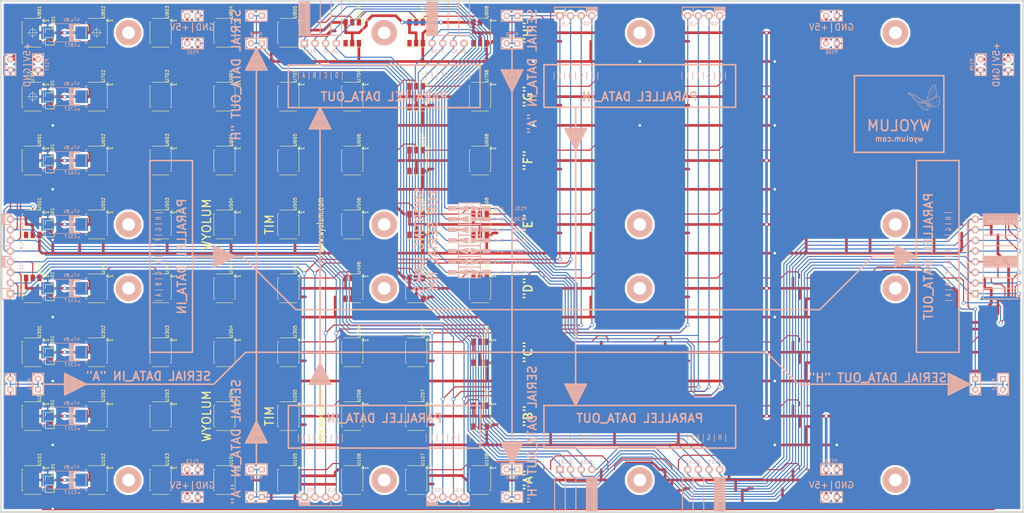
<source format=kicad_pcb>
(kicad_pcb (version 3) (host pcbnew "(2014-04-13 BZR 4800)-product")
  (title_block (date "18 feb 2013"))
  (layers (15 Front signal hide) (0 Back signal hide) (18 B.Paste user) (19 F.Paste user) (20 B.SilkS user hide) (21 F.SilkS user) (22 B.Mask user) (23 F.Mask user) (28 Edge.Cuts user))
  (net 0 "")
  (net 1 /Row_A/A_02)
  (net 2 /Row_A/A_03)
  (net 3 /Row_A/A_04)
  (net 4 /Row_A/A_05)
  (net 5 /Row_A/A_06)
  (net 6 /Row_A/A_07)
  (net 7 /Row_A/A_08)
  (net 8 /Row_A/A_09)
  (net 9 /Row_A/A_10)
  (net 10 /Row_A/A_11)
  (net 11 /Row_A/A_12)
  (net 12 /Row_A/A_13)
  (net 13 /Row_A/A_14)
  (net 14 /Row_A/A_15)
  (net 15 /Row_A/A_16)
  (net 16 /Row_A/DI_A)
  (net 17 /Row_A/DO_A)
  (net 18 /Row_B/B_02)
  (net 19 /Row_B/B_03)
  (net 20 /Row_B/B_04)
  (net 21 /Row_B/B_05)
  (net 22 /Row_B/B_06)
  (net 23 /Row_B/B_07)
  (net 24 /Row_B/B_08)
  (net 25 /Row_B/B_09)
  (net 26 /Row_B/B_10)
  (net 27 /Row_B/B_11)
  (net 28 /Row_B/B_12)
  (net 29 /Row_B/B_13)
  (net 30 /Row_B/B_14)
  (net 31 /Row_B/B_15)
  (net 32 /Row_B/B_16)
  (net 33 /Row_B/DI_B)
  (net 34 /Row_B/DO_B)
  (net 35 /Row_C/C_02)
  (net 36 /Row_C/C_03)
  (net 37 /Row_C/C_04)
  (net 38 /Row_C/C_05)
  (net 39 /Row_C/C_06)
  (net 40 /Row_C/C_07)
  (net 41 /Row_C/C_08)
  (net 42 /Row_C/C_09)
  (net 43 /Row_C/C_10)
  (net 44 /Row_C/C_11)
  (net 45 /Row_C/C_12)
  (net 46 /Row_C/C_13)
  (net 47 /Row_C/C_14)
  (net 48 /Row_C/C_15)
  (net 49 /Row_C/C_16)
  (net 50 /Row_C/DI_C)
  (net 51 /Row_C/DO_C)
  (net 52 /Row_D/DI_D)
  (net 53 /Row_D/DO_D)
  (net 54 /Row_D/D_02)
  (net 55 /Row_D/D_03)
  (net 56 /Row_D/D_04)
  (net 57 /Row_D/D_05)
  (net 58 /Row_D/D_06)
  (net 59 /Row_D/D_07)
  (net 60 /Row_D/D_08)
  (net 61 /Row_D/D_09)
  (net 62 /Row_D/D_10)
  (net 63 /Row_D/D_11)
  (net 64 /Row_D/D_12)
  (net 65 /Row_D/D_13)
  (net 66 /Row_D/D_14)
  (net 67 /Row_D/D_15)
  (net 68 /Row_D/D_16)
  (net 69 /Row_E/DI_E)
  (net 70 /Row_E/DO_E)
  (net 71 /Row_E/E_02)
  (net 72 /Row_E/E_03)
  (net 73 /Row_E/E_04)
  (net 74 /Row_E/E_05)
  (net 75 /Row_E/E_06)
  (net 76 /Row_E/E_07)
  (net 77 /Row_E/E_08)
  (net 78 /Row_E/E_09)
  (net 79 /Row_E/E_10)
  (net 80 /Row_E/E_11)
  (net 81 /Row_E/E_12)
  (net 82 /Row_E/E_13)
  (net 83 /Row_E/E_14)
  (net 84 /Row_E/E_15)
  (net 85 /Row_E/E_16)
  (net 86 /Row_F/DI_F)
  (net 87 /Row_F/DO_F)
  (net 88 /Row_F/F_02)
  (net 89 /Row_F/F_03)
  (net 90 /Row_F/F_04)
  (net 91 /Row_F/F_05)
  (net 92 /Row_F/F_06)
  (net 93 /Row_F/F_07)
  (net 94 /Row_F/F_08)
  (net 95 /Row_F/F_09)
  (net 96 /Row_F/F_10)
  (net 97 /Row_F/F_11)
  (net 98 /Row_F/F_12)
  (net 99 /Row_F/F_13)
  (net 100 /Row_F/F_14)
  (net 101 /Row_F/F_15)
  (net 102 /Row_F/F_16)
  (net 103 /Row_G/DI_G)
  (net 104 /Row_G/DO_G)
  (net 105 /Row_G/G_02)
  (net 106 /Row_G/G_03)
  (net 107 /Row_G/G_04)
  (net 108 /Row_G/G_05)
  (net 109 /Row_G/G_06)
  (net 110 /Row_G/G_07)
  (net 111 /Row_G/G_08)
  (net 112 /Row_G/G_09)
  (net 113 /Row_G/G_10)
  (net 114 /Row_G/G_11)
  (net 115 /Row_G/G_12)
  (net 116 /Row_G/G_13)
  (net 117 /Row_G/G_14)
  (net 118 /Row_G/G_15)
  (net 119 /Row_G/G_16)
  (net 120 /Row_H/DI_H)
  (net 121 /Row_H/DO_H)
  (net 122 /Row_H/H_02)
  (net 123 /Row_H/H_03)
  (net 124 /Row_H/H_04)
  (net 125 /Row_H/H_05)
  (net 126 /Row_H/H_06)
  (net 127 /Row_H/H_07)
  (net 128 /Row_H/H_08)
  (net 129 /Row_H/H_09)
  (net 130 /Row_H/H_10)
  (net 131 /Row_H/H_11)
  (net 132 /Row_H/H_12)
  (net 133 /Row_H/H_13)
  (net 134 /Row_H/H_14)
  (net 135 /Row_H/H_15)
  (net 136 /Row_H/H_16)
  (net 137 5V)
  (net 138 GND)
  (module Screw (layer Front) (at 238.76 93.98)
    (fp_text reference S404 hide)
    (fp_text value CONN_1 hide)
    (pad 1 thru_hole circle (at 0 0) (size 6.096 6.096) (drill 3.048) (layers *.Cu *.Paste *.SilkS *.Mask))
  )
  (module Screw (layer Front) (at 177.8 93.98)
    (fp_text reference S403 hide)
    (fp_text value CONN_1 hide)
    (pad 1 thru_hole circle (at 0 0) (size 6.096 6.096) (drill 3.048) (layers *.Cu *.Paste *.SilkS *.Mask))
  )
  (module Screw (layer Front) (at 116.84 93.98)
    (fp_text reference S402 hide)
    (fp_text value CONN_1 hide)
    (pad 1 thru_hole circle (at 0 0) (size 6.096 6.096) (drill 3.048) (layers *.Cu *.Paste *.SilkS *.Mask))
  )
  (module Screw (layer Front) (at 55.88 93.98)
    (fp_text reference S401 hide)
    (fp_text value CONN_1 hide)
    (pad 1 thru_hole circle (at 0 0) (size 6.096 6.096) (drill 3.048) (layers *.Cu *.Paste *.SilkS *.Mask))
  )
  (module Screw (layer Front) (at 238.76 139.7)
    (fp_text reference S104 hide)
    (fp_text value CONN_1 hide)
    (pad 1 thru_hole circle (at 0 0) (size 6.096 6.096) (drill 3.048) (layers *.Cu *.Paste *.SilkS *.Mask))
  )
  (module Screw (layer Front) (at 177.8 139.7)
    (fp_text reference S103 hide)
    (fp_text value CONN_1 hide)
    (pad 1 thru_hole circle (at 0 0) (size 6.096 6.096) (drill 3.048) (layers *.Cu *.Paste *.SilkS *.Mask))
  )
  (module Screw (layer Front) (at 116.84 139.7)
    (fp_text reference S102 hide)
    (fp_text value CONN_1 hide)
    (pad 1 thru_hole circle (at 0 0) (size 6.096 6.096) (drill 3.048) (layers *.Cu *.Paste *.SilkS *.Mask))
  )
  (module Screw (layer Front) (at 55.88 139.7)
    (fp_text reference S101 hide)
    (fp_text value CONN_1 hide)
    (pad 1 thru_hole circle (at 0 0) (size 6.096 6.096) (drill 3.048) (layers *.Cu *.Paste *.SilkS *.Mask))
  )
  (module Screw (layer Front) (at 55.88 78.74)
    (fp_text reference S501 hide)
    (fp_text value CONN_1 hide)
    (pad 1 thru_hole circle (at 0 0) (size 6.096 6.096) (drill 3.048) (layers *.Cu *.Paste *.SilkS *.Mask))
  )
  (module Screw (layer Front) (at 116.84 78.74)
    (fp_text reference S502 hide)
    (fp_text value CONN_1 hide)
    (pad 1 thru_hole circle (at 0 0) (size 6.096 6.096) (drill 3.048) (layers *.Cu *.Paste *.SilkS *.Mask))
  )
  (module Screw (layer Front) (at 177.8 78.74)
    (fp_text reference S503 hide)
    (fp_text value CONN_1 hide)
    (pad 1 thru_hole circle (at 0 0) (size 6.096 6.096) (drill 3.048) (layers *.Cu *.Paste *.SilkS *.Mask))
  )
  (module Screw (layer Front) (at 238.76 78.74)
    (fp_text reference S504 hide)
    (fp_text value CONN_1 hide)
    (pad 1 thru_hole circle (at 0 0) (size 6.096 6.096) (drill 3.048) (layers *.Cu *.Paste *.SilkS *.Mask))
  )
  (module Screw (layer Front) (at 55.88 33.02)
    (fp_text reference S801 hide)
    (fp_text value CONN_1 hide)
    (pad 1 thru_hole circle (at 0 0) (size 6.096 6.096) (drill 3.048) (layers *.Cu *.Paste *.SilkS *.Mask))
  )
  (module Screw (layer Front) (at 116.84 33.02)
    (fp_text reference S802 hide)
    (fp_text value CONN_1 hide)
    (pad 1 thru_hole circle (at 0 0) (size 6.096 6.096) (drill 3.048) (layers *.Cu *.Paste *.SilkS *.Mask))
  )
  (module Screw (layer Front) (at 177.8 33.02)
    (fp_text reference S803 hide)
    (fp_text value CONN_1 hide)
    (pad 1 thru_hole circle (at 0 0) (size 6.096 6.096) (drill 3.048) (layers *.Cu *.Paste *.SilkS *.Mask))
  )
  (module Screw (layer Front) (at 238.76 33.02)
    (fp_text reference S804 hide)
    (fp_text value CONN_1 hide)
    (pad 1 thru_hole circle (at 0 0) (size 6.096 6.096) (drill 3.048) (layers *.Cu *.Paste *.SilkS *.Mask))
  )
  (module CONN_S (layer Back) (at 101.6 35.56)
    (fp_text reference P102 (at -2.54 1.905) (layer B.SilkS) (effects (font (size 0.762 0.762) (thickness 0.127)) (justify mirror)))
    (fp_text value DO_N1 (at 2.54 1.905) (layer B.SilkS) (effects (font (size 0.762 0.762) (thickness 0.127)) (justify mirror)))
    (pad 1 thru_hole rect (at -3.81 0) (size 1.778 1.778) (drill 1.016) (layers *.Cu *.Mask B.SilkS) (net 17 /Row_A/DO_A))
    (pad 2 thru_hole circle (at -1.27 0) (size 1.778 1.778) (drill 1.016) (layers *.Cu *.Mask B.SilkS) (net 34 /Row_B/DO_B))
    (pad 3 thru_hole circle (at 1.27 0) (size 1.778 1.778) (drill 1.016) (layers *.Cu *.Mask B.SilkS) (net 51 /Row_C/DO_C))
    (pad 4 thru_hole circle (at 3.81 0) (size 1.778 1.778) (drill 1.016) (layers *.Cu *.Mask B.SilkS) (net 53 /Row_D/DO_D))
  )
  (module CONN_S (layer Back) (at 132.08 35.56)
    (fp_text reference P103 (at -2.54 1.905) (layer B.SilkS) (effects (font (size 0.762 0.762) (thickness 0.127)) (justify mirror)))
    (fp_text value DO_N2 (at 2.54 1.905) (layer B.SilkS) (effects (font (size 0.762 0.762) (thickness 0.127)) (justify mirror)))
    (pad 1 thru_hole circle (at -3.81 0) (size 1.778 1.778) (drill 1.016) (layers *.Cu *.Mask B.SilkS) (net 70 /Row_E/DO_E))
    (pad 2 thru_hole circle (at -1.27 0) (size 1.778 1.778) (drill 1.016) (layers *.Cu *.Mask B.SilkS) (net 87 /Row_F/DO_F))
    (pad 3 thru_hole circle (at 1.27 0) (size 1.778 1.778) (drill 1.016) (layers *.Cu *.Mask B.SilkS) (net 104 /Row_G/DO_G))
    (pad 4 thru_hole circle (at 3.81 0) (size 1.778 1.778) (drill 1.016) (layers *.Cu *.Mask B.SilkS) (net 121 /Row_H/DO_H))
  )
  (module CONN_S (layer Back) (at 193.04 137.16 180)
    (fp_text reference P117 (at -2.54 1.778 180) (layer B.SilkS) (effects (font (size 0.762 0.762) (thickness 0.127)) (justify mirror)))
    (fp_text value DO_S2 (at 2.54 1.8415 180) (layer B.SilkS) (effects (font (size 0.762 0.762) (thickness 0.127)) (justify mirror)))
    (pad 1 thru_hole circle (at -3.81 0 180) (size 1.778 1.778) (drill 1.016) (layers *.Cu *.Mask B.SilkS) (net 121 /Row_H/DO_H))
    (pad 2 thru_hole circle (at -1.27 0 180) (size 1.778 1.778) (drill 1.016) (layers *.Cu *.Mask B.SilkS) (net 104 /Row_G/DO_G))
    (pad 3 thru_hole circle (at 1.27 0 180) (size 1.778 1.778) (drill 1.016) (layers *.Cu *.Mask B.SilkS) (net 87 /Row_F/DO_F))
    (pad 4 thru_hole circle (at 3.81 0 180) (size 1.778 1.778) (drill 1.016) (layers *.Cu *.Mask B.SilkS) (net 70 /Row_E/DO_E))
  )
  (module CONN_S (layer Back) (at 162.56 137.16 180)
    (fp_text reference P116 (at -2.54 1.778 180) (layer B.SilkS) (effects (font (size 0.762 0.762) (thickness 0.127)) (justify mirror)))
    (fp_text value DO_S1 (at 2.54 1.8415 180) (layer B.SilkS) (effects (font (size 0.762 0.762) (thickness 0.127)) (justify mirror)))
    (pad 1 thru_hole circle (at -3.81 0 180) (size 1.778 1.778) (drill 1.016) (layers *.Cu *.Mask B.SilkS) (net 53 /Row_D/DO_D))
    (pad 2 thru_hole circle (at -1.27 0 180) (size 1.778 1.778) (drill 1.016) (layers *.Cu *.Mask B.SilkS) (net 51 /Row_C/DO_C))
    (pad 3 thru_hole circle (at 1.27 0 180) (size 1.778 1.778) (drill 1.016) (layers *.Cu *.Mask B.SilkS) (net 34 /Row_B/DO_B))
    (pad 4 thru_hole rect (at 3.81 0 180) (size 1.778 1.778) (drill 1.016) (layers *.Cu *.Mask B.SilkS) (net 17 /Row_A/DO_A))
  )
  (module CONN_S (layer Back) (at 257.81 81.28 270)
    (fp_text reference P110 (at -2.54 1.778 270) (layer B.SilkS) (effects (font (size 0.762 0.762) (thickness 0.127)) (justify mirror)))
    (fp_text value DO_E2 (at 2.54 1.778 270) (layer B.SilkS) (effects (font (size 0.762 0.762) (thickness 0.127)) (justify mirror)))
    (pad 1 thru_hole circle (at -3.81 0 270) (size 1.778 1.778) (drill 1.016) (layers *.Cu *.Mask B.SilkS) (net 121 /Row_H/DO_H))
    (pad 2 thru_hole circle (at -1.27 0 270) (size 1.778 1.778) (drill 1.016) (layers *.Cu *.Mask B.SilkS) (net 104 /Row_G/DO_G))
    (pad 3 thru_hole circle (at 1.27 0 270) (size 1.778 1.778) (drill 1.016) (layers *.Cu *.Mask B.SilkS) (net 87 /Row_F/DO_F))
    (pad 4 thru_hole circle (at 3.81 0 270) (size 1.778 1.778) (drill 1.016) (layers *.Cu *.Mask B.SilkS) (net 70 /Row_E/DO_E))
  )
  (module CONN_S (layer Back) (at 257.81 91.44 270)
    (fp_text reference P112 (at -2.54 1.778 270) (layer B.SilkS) (effects (font (size 0.762 0.762) (thickness 0.127)) (justify mirror)))
    (fp_text value DO_E1 (at 2.54 1.8415 270) (layer B.SilkS) (effects (font (size 0.762 0.762) (thickness 0.127)) (justify mirror)))
    (pad 1 thru_hole circle (at -3.81 0 270) (size 1.778 1.778) (drill 1.016) (layers *.Cu *.Mask B.SilkS) (net 53 /Row_D/DO_D))
    (pad 2 thru_hole circle (at -1.27 0 270) (size 1.778 1.778) (drill 1.016) (layers *.Cu *.Mask B.SilkS) (net 51 /Row_C/DO_C))
    (pad 3 thru_hole circle (at 1.27 0 270) (size 1.778 1.778) (drill 1.016) (layers *.Cu *.Mask B.SilkS) (net 34 /Row_B/DO_B))
    (pad 4 thru_hole rect (at 3.81 0 270) (size 1.778 1.778) (drill 1.016) (layers *.Cu *.Mask B.SilkS) (net 17 /Row_A/DO_A))
  )
  (module CONN_N (layer Back) (at 27.686 81.28 90)
    (fp_text reference P109 (at 2.4765 2.6035 90) (layer B.SilkS) (effects (font (size 0.762 0.762) (thickness 0.127)) (justify mirror)))
    (fp_text value DI_W2 (at -2.54 2.6035 90) (layer B.SilkS) (effects (font (size 0.762 0.762) (thickness 0.127)) (justify mirror)))
    (pad 1 thru_hole circle (at 3.81 0 90) (size 1.778 1.778) (drill 1.016) (layers *.Cu *.Mask B.SilkS) (net 120 /Row_H/DI_H))
    (pad 2 thru_hole circle (at 1.27 0 90) (size 1.778 1.778) (drill 1.016) (layers *.Cu *.Mask B.SilkS) (net 103 /Row_G/DI_G))
    (pad 3 thru_hole circle (at -1.27 0 90) (size 1.778 1.778) (drill 1.016) (layers *.Cu *.Mask B.SilkS) (net 86 /Row_F/DI_F))
    (pad 4 thru_hole circle (at -3.81 0 90) (size 1.778 1.778) (drill 1.016) (layers *.Cu *.Mask B.SilkS) (net 69 /Row_E/DI_E))
  )
  (module CONN_N (layer Back) (at 132.08 143.764 180)
    (fp_text reference P115 (at 2.54 1.7145 180) (layer B.SilkS) (effects (font (size 0.762 0.762) (thickness 0.127)) (justify mirror)))
    (fp_text value DI_S2 (at -2.54 1.7145 180) (layer B.SilkS) (effects (font (size 0.762 0.762) (thickness 0.127)) (justify mirror)))
    (pad 1 thru_hole circle (at 3.81 0 180) (size 1.778 1.778) (drill 1.016) (layers *.Cu *.Mask B.SilkS) (net 69 /Row_E/DI_E))
    (pad 2 thru_hole circle (at 1.27 0 180) (size 1.778 1.778) (drill 1.016) (layers *.Cu *.Mask B.SilkS) (net 86 /Row_F/DI_F))
    (pad 3 thru_hole circle (at -1.27 0 180) (size 1.778 1.778) (drill 1.016) (layers *.Cu *.Mask B.SilkS) (net 103 /Row_G/DI_G))
    (pad 4 thru_hole circle (at -3.81 0 180) (size 1.778 1.778) (drill 1.016) (layers *.Cu *.Mask B.SilkS) (net 120 /Row_H/DI_H))
  )
  (module CONN_N (layer Back) (at 101.6 143.764 180)
    (fp_text reference P114 (at 2.6035 1.7145 180) (layer B.SilkS) (effects (font (size 0.762 0.762) (thickness 0.127)) (justify mirror)))
    (fp_text value DI_S1 (at -2.54 1.7145 180) (layer B.SilkS) (effects (font (size 0.762 0.762) (thickness 0.127)) (justify mirror)))
    (pad 1 thru_hole rect (at 3.81 0 180) (size 1.778 1.778) (drill 1.016) (layers *.Cu *.Mask B.SilkS) (net 16 /Row_A/DI_A))
    (pad 2 thru_hole circle (at 1.27 0 180) (size 1.778 1.778) (drill 1.016) (layers *.Cu *.Mask B.SilkS) (net 33 /Row_B/DI_B))
    (pad 3 thru_hole circle (at -1.27 0 180) (size 1.778 1.778) (drill 1.016) (layers *.Cu *.Mask B.SilkS) (net 50 /Row_C/DI_C))
    (pad 4 thru_hole circle (at -3.81 0 180) (size 1.778 1.778) (drill 1.016) (layers *.Cu *.Mask B.SilkS) (net 52 /Row_D/DI_D))
  )
  (module CONN_N (layer Back) (at 193.04 28.956)
    (fp_text reference P105 (at 2.4765 1.905) (layer B.SilkS) (effects (font (size 0.762 0.762) (thickness 0.127)) (justify mirror)))
    (fp_text value DI_N2 (at -2.54 1.905) (layer B.SilkS) (effects (font (size 0.762 0.762) (thickness 0.127)) (justify mirror)))
    (pad 1 thru_hole circle (at 3.81 0) (size 1.778 1.778) (drill 1.016) (layers *.Cu *.Mask B.SilkS) (net 120 /Row_H/DI_H))
    (pad 2 thru_hole circle (at 1.27 0) (size 1.778 1.778) (drill 1.016) (layers *.Cu *.Mask B.SilkS) (net 103 /Row_G/DI_G))
    (pad 3 thru_hole circle (at -1.27 0) (size 1.778 1.778) (drill 1.016) (layers *.Cu *.Mask B.SilkS) (net 86 /Row_F/DI_F))
    (pad 4 thru_hole circle (at -3.81 0) (size 1.778 1.778) (drill 1.016) (layers *.Cu *.Mask B.SilkS) (net 69 /Row_E/DI_E))
  )
  (module CONN_N (layer Back) (at 162.56 28.956)
    (fp_text reference P104 (at 2.54 1.905) (layer B.SilkS) (effects (font (size 0.762 0.762) (thickness 0.127)) (justify mirror)))
    (fp_text value DI_N1 (at -2.54 1.905) (layer B.SilkS) (effects (font (size 0.762 0.762) (thickness 0.127)) (justify mirror)))
    (pad 1 thru_hole circle (at 3.81 0) (size 1.778 1.778) (drill 1.016) (layers *.Cu *.Mask B.SilkS) (net 52 /Row_D/DI_D))
    (pad 2 thru_hole circle (at 1.27 0) (size 1.778 1.778) (drill 1.016) (layers *.Cu *.Mask B.SilkS) (net 50 /Row_C/DI_C))
    (pad 3 thru_hole circle (at -1.27 0) (size 1.778 1.778) (drill 1.016) (layers *.Cu *.Mask B.SilkS) (net 33 /Row_B/DI_B))
    (pad 4 thru_hole rect (at -3.81 0) (size 1.778 1.778) (drill 1.016) (layers *.Cu *.Mask B.SilkS) (net 16 /Row_A/DI_A))
  )
  (module CONN_N (layer Back) (at 27.686 91.44 90)
    (fp_text reference P111 (at 2.54 2.6035 90) (layer B.SilkS) (effects (font (size 0.762 0.762) (thickness 0.127)) (justify mirror)))
    (fp_text value DI_W1 (at -2.54 2.6035 90) (layer B.SilkS) (effects (font (size 0.762 0.762) (thickness 0.127)) (justify mirror)))
    (pad 1 thru_hole circle (at 3.81 0 90) (size 1.778 1.778) (drill 1.016) (layers *.Cu *.Mask B.SilkS) (net 52 /Row_D/DI_D))
    (pad 2 thru_hole circle (at 1.27 0 90) (size 1.778 1.778) (drill 1.016) (layers *.Cu *.Mask B.SilkS) (net 50 /Row_C/DI_C))
    (pad 3 thru_hole circle (at -1.27 0 90) (size 1.778 1.778) (drill 1.016) (layers *.Cu *.Mask B.SilkS) (net 33 /Row_B/DI_B))
    (pad 4 thru_hole rect (at -3.81 0 90) (size 1.778 1.778) (drill 1.016) (layers *.Cu *.Mask B.SilkS) (net 16 /Row_A/DI_A))
  )
  (module PCB (layer Front) (at 147.32 86.36)
    (fp_text reference PCB101 hide)
    (fp_text value CONN_1 hide)
  )
  (module RGB_WS2811 (layer Front) (at 124.46 33.02 180)
    (fp_text reference U807 (at -1.5875 4.953 270) (layer F.SilkS) (effects (font (size 0.762 0.762) (thickness 0.127))))
    (fp_text value RGB_WS2811 hide)
    (pad 1 smd rect (at -1.5875 2.4765 180) (size 1.016 1.524) (layers Front F.Paste F.Mask) (net 128 /Row_H/H_08) (clearance 0.127))
    (pad 2 smd rect (at 0 2.4765 180) (size 1.016 1.524) (layers Front F.Paste F.Mask) (net 127 /Row_H/H_07) (clearance 0.127))
    (pad 3 smd rect (at 1.5875 2.4765 180) (size 1.016 1.524) (layers Front F.Paste F.Mask) (net 137 5V) (clearance 0.127))
    (pad 4 smd rect (at 1.5875 -2.4765 180) (size 1.016 1.524) (layers Front F.Paste F.Mask) (clearance 0.127))
    (pad 5 smd rect (at 0 -2.4765 180) (size 1.016 1.524) (layers Front F.Paste F.Mask) (net 137 5V) (clearance 0.127))
    (pad 6 smd rect (at -1.5875 -2.4765 180) (size 1.016 1.524) (layers Front F.Paste F.Mask) (net 138 GND) (clearance 0.127))
  )
  (module RGB_WS2811 (layer Front) (at 33.02 33.02 180)
    (fp_text reference U801 (at -1.5875 4.953 270) (layer F.SilkS) (effects (font (size 0.762 0.762) (thickness 0.127))))
    (fp_text value RGB_WS2811 hide)
    (fp_text user 1 (at -3.4036 2.921 270) (layer F.SilkS) (effects (font (size 0.762 0.762) (thickness 0.1524))))
    (pad 1 smd rect (at -1.5875 2.4765 180) (size 1.016 1.524) (layers Front F.Paste F.Mask) (net 122 /Row_H/H_02) (clearance 0.127))
    (pad 2 smd rect (at 0 2.4765 180) (size 1.016 1.524) (layers Front F.Paste F.Mask) (net 120 /Row_H/DI_H) (clearance 0.127))
    (pad 3 smd rect (at 1.5875 2.4765 180) (size 1.016 1.524) (layers Front F.Paste F.Mask) (net 137 5V) (clearance 0.127))
    (pad 4 smd rect (at 1.5875 -2.4765 180) (size 1.016 1.524) (layers Front F.Paste F.Mask) (clearance 0.127))
    (pad 5 smd rect (at 0 -2.4765 180) (size 1.016 1.524) (layers Front F.Paste F.Mask) (net 137 5V) (clearance 0.127))
    (pad 6 smd rect (at -1.5875 -2.4765 180) (size 1.016 1.524) (layers Front F.Paste F.Mask) (net 138 GND) (clearance 0.127))
  )
  (module RGB_WS2811 (layer Front) (at 48.26 33.02 180)
    (fp_text reference U802 (at -1.5875 4.953 270) (layer F.SilkS) (effects (font (size 0.762 0.762) (thickness 0.127))))
    (fp_text value RGB_WS2811 hide)
    (fp_text user 1 (at -3.4036 2.921 270) (layer F.SilkS) (effects (font (size 0.762 0.762) (thickness 0.1524))))
    (pad 1 smd rect (at -1.5875 2.4765 180) (size 1.016 1.524) (layers Front F.Paste F.Mask) (net 123 /Row_H/H_03) (clearance 0.127))
    (pad 2 smd rect (at 0 2.4765 180) (size 1.016 1.524) (layers Front F.Paste F.Mask) (net 122 /Row_H/H_02) (clearance 0.127))
    (pad 3 smd rect (at 1.5875 2.4765 180) (size 1.016 1.524) (layers Front F.Paste F.Mask) (net 137 5V) (clearance 0.127))
    (pad 4 smd rect (at 1.5875 -2.4765 180) (size 1.016 1.524) (layers Front F.Paste F.Mask) (clearance 0.127))
    (pad 5 smd rect (at 0 -2.4765 180) (size 1.016 1.524) (layers Front F.Paste F.Mask) (net 137 5V) (clearance 0.127))
    (pad 6 smd rect (at -1.5875 -2.4765 180) (size 1.016 1.524) (layers Front F.Paste F.Mask) (net 138 GND) (clearance 0.127))
  )
  (module RGB_WS2811 (layer Front) (at 63.5 33.02 180)
    (fp_text reference U803 (at -1.5875 4.953 270) (layer F.SilkS) (effects (font (size 0.762 0.762) (thickness 0.127))))
    (fp_text value RGB_WS2811 hide)
    (fp_text user 1 (at -3.4036 2.921 270) (layer F.SilkS) (effects (font (size 0.762 0.762) (thickness 0.1524))))
    (pad 1 smd rect (at -1.5875 2.4765 180) (size 1.016 1.524) (layers Front F.Paste F.Mask) (net 124 /Row_H/H_04) (clearance 0.127))
    (pad 2 smd rect (at 0 2.4765 180) (size 1.016 1.524) (layers Front F.Paste F.Mask) (net 123 /Row_H/H_03) (clearance 0.127))
    (pad 3 smd rect (at 1.5875 2.4765 180) (size 1.016 1.524) (layers Front F.Paste F.Mask) (net 137 5V) (clearance 0.127))
    (pad 4 smd rect (at 1.5875 -2.4765 180) (size 1.016 1.524) (layers Front F.Paste F.Mask) (clearance 0.127))
    (pad 5 smd rect (at 0 -2.4765 180) (size 1.016 1.524) (layers Front F.Paste F.Mask) (net 137 5V) (clearance 0.127))
    (pad 6 smd rect (at -1.5875 -2.4765 180) (size 1.016 1.524) (layers Front F.Paste F.Mask) (net 138 GND) (clearance 0.127))
  )
  (module RGB_WS2811 (layer Front) (at 78.74 33.02 180)
    (fp_text reference U804 (at -1.5875 4.953 270) (layer F.SilkS) (effects (font (size 0.762 0.762) (thickness 0.127))))
    (fp_text value RGB_WS2811 hide)
    (fp_text user 1 (at -3.4036 2.921 270) (layer F.SilkS) (effects (font (size 0.762 0.762) (thickness 0.1524))))
    (pad 1 smd rect (at -1.5875 2.4765 180) (size 1.016 1.524) (layers Front F.Paste F.Mask) (net 125 /Row_H/H_05) (clearance 0.127))
    (pad 2 smd rect (at 0 2.4765 180) (size 1.016 1.524) (layers Front F.Paste F.Mask) (net 124 /Row_H/H_04) (clearance 0.127))
    (pad 3 smd rect (at 1.5875 2.4765 180) (size 1.016 1.524) (layers Front F.Paste F.Mask) (net 137 5V) (clearance 0.127))
    (pad 4 smd rect (at 1.5875 -2.4765 180) (size 1.016 1.524) (layers Front F.Paste F.Mask) (clearance 0.127))
    (pad 5 smd rect (at 0 -2.4765 180) (size 1.016 1.524) (layers Front F.Paste F.Mask) (net 137 5V) (clearance 0.127))
    (pad 6 smd rect (at -1.5875 -2.4765 180) (size 1.016 1.524) (layers Front F.Paste F.Mask) (net 138 GND) (clearance 0.127))
  )
  (module RGB_WS2811 (layer Front) (at 93.98 33.02 180)
    (fp_text reference U805 (at -1.5875 4.953 270) (layer F.SilkS) (effects (font (size 0.762 0.762) (thickness 0.127))))
    (fp_text value RGB_WS2811 hide)
    (fp_text user 1 (at -3.4036 2.921 270) (layer F.SilkS) (effects (font (size 0.762 0.762) (thickness 0.1524))))
    (pad 1 smd rect (at -1.5875 2.4765 180) (size 1.016 1.524) (layers Front F.Paste F.Mask) (net 126 /Row_H/H_06) (clearance 0.127))
    (pad 2 smd rect (at 0 2.4765 180) (size 1.016 1.524) (layers Front F.Paste F.Mask) (net 125 /Row_H/H_05) (clearance 0.127))
    (pad 3 smd rect (at 1.5875 2.4765 180) (size 1.016 1.524) (layers Front F.Paste F.Mask) (net 137 5V) (clearance 0.127))
    (pad 4 smd rect (at 1.5875 -2.4765 180) (size 1.016 1.524) (layers Front F.Paste F.Mask) (clearance 0.127))
    (pad 5 smd rect (at 0 -2.4765 180) (size 1.016 1.524) (layers Front F.Paste F.Mask) (net 137 5V) (clearance 0.127))
    (pad 6 smd rect (at -1.5875 -2.4765 180) (size 1.016 1.524) (layers Front F.Paste F.Mask) (net 138 GND) (clearance 0.127))
  )
  (module RGB_WS2811 (layer Front) (at 109.22 33.02 180)
    (fp_text reference U806 (at -1.5875 4.953 270) (layer F.SilkS) (effects (font (size 0.762 0.762) (thickness 0.127))))
    (fp_text value RGB_WS2811 hide)
    (fp_text user 1 (at -3.4036 2.921 270) (layer F.SilkS) (effects (font (size 0.762 0.762) (thickness 0.1524))))
    (pad 1 smd rect (at -1.5875 2.4765 180) (size 1.016 1.524) (layers Front F.Paste F.Mask) (net 127 /Row_H/H_07) (clearance 0.127))
    (pad 2 smd rect (at 0 2.4765 180) (size 1.016 1.524) (layers Front F.Paste F.Mask) (net 126 /Row_H/H_06) (clearance 0.127))
    (pad 3 smd rect (at 1.5875 2.4765 180) (size 1.016 1.524) (layers Front F.Paste F.Mask) (net 137 5V) (clearance 0.127))
    (pad 4 smd rect (at 1.5875 -2.4765 180) (size 1.016 1.524) (layers Front F.Paste F.Mask) (clearance 0.127))
    (pad 5 smd rect (at 0 -2.4765 180) (size 1.016 1.524) (layers Front F.Paste F.Mask) (net 137 5V) (clearance 0.127))
    (pad 6 smd rect (at -1.5875 -2.4765 180) (size 1.016 1.524) (layers Front F.Paste F.Mask) (net 138 GND) (clearance 0.127))
  )
  (module RGB_WS2811 (layer Front) (at 139.7 33.02 180)
    (fp_text reference U808 (at -1.5875 4.953 270) (layer F.SilkS) (effects (font (size 0.762 0.762) (thickness 0.127))))
    (fp_text value RGB_WS2811 hide)
    (fp_text user 1 (at -3.4036 2.921 270) (layer F.SilkS) (effects (font (size 0.762 0.762) (thickness 0.1524))))
    (pad 1 smd rect (at -1.5875 2.4765 180) (size 1.016 1.524) (layers Front F.Paste F.Mask) (net 129 /Row_H/H_09) (clearance 0.127))
    (pad 2 smd rect (at 0 2.4765 180) (size 1.016 1.524) (layers Front F.Paste F.Mask) (net 128 /Row_H/H_08) (clearance 0.127))
    (pad 3 smd rect (at 1.5875 2.4765 180) (size 1.016 1.524) (layers Front F.Paste F.Mask) (net 137 5V) (clearance 0.127))
    (pad 4 smd rect (at 1.5875 -2.4765 180) (size 1.016 1.524) (layers Front F.Paste F.Mask) (clearance 0.127))
    (pad 5 smd rect (at 0 -2.4765 180) (size 1.016 1.524) (layers Front F.Paste F.Mask) (net 137 5V) (clearance 0.127))
    (pad 6 smd rect (at -1.5875 -2.4765 180) (size 1.016 1.524) (layers Front F.Paste F.Mask) (net 138 GND) (clearance 0.127))
  )
  (module RGB_WS2811 (layer Front) (at 139.7 48.26 180)
    (fp_text reference U708 (at -1.5875 4.953 270) (layer F.SilkS) (effects (font (size 0.762 0.762) (thickness 0.127))))
    (fp_text value RGB_WS2811 hide)
    (fp_text user 1 (at -3.4036 2.921 270) (layer F.SilkS) (effects (font (size 0.762 0.762) (thickness 0.1524))))
    (pad 1 smd rect (at -1.5875 2.4765 180) (size 1.016 1.524) (layers Front F.Paste F.Mask) (net 112 /Row_G/G_09) (clearance 0.127))
    (pad 2 smd rect (at 0 2.4765 180) (size 1.016 1.524) (layers Front F.Paste F.Mask) (net 111 /Row_G/G_08) (clearance 0.127))
    (pad 3 smd rect (at 1.5875 2.4765 180) (size 1.016 1.524) (layers Front F.Paste F.Mask) (net 137 5V) (clearance 0.127))
    (pad 4 smd rect (at 1.5875 -2.4765 180) (size 1.016 1.524) (layers Front F.Paste F.Mask) (clearance 0.127))
    (pad 5 smd rect (at 0 -2.4765 180) (size 1.016 1.524) (layers Front F.Paste F.Mask) (net 137 5V) (clearance 0.127))
    (pad 6 smd rect (at -1.5875 -2.4765 180) (size 1.016 1.524) (layers Front F.Paste F.Mask) (net 138 GND) (clearance 0.127))
  )
  (module RGB_WS2811 (layer Front) (at 109.22 48.26 180)
    (fp_text reference U706 (at -1.5875 4.953 270) (layer F.SilkS) (effects (font (size 0.762 0.762) (thickness 0.127))))
    (fp_text value RGB_WS2811 hide)
    (fp_text user 1 (at -3.4036 2.921 270) (layer F.SilkS) (effects (font (size 0.762 0.762) (thickness 0.1524))))
    (pad 1 smd rect (at -1.5875 2.4765 180) (size 1.016 1.524) (layers Front F.Paste F.Mask) (net 110 /Row_G/G_07) (clearance 0.127))
    (pad 2 smd rect (at 0 2.4765 180) (size 1.016 1.524) (layers Front F.Paste F.Mask) (net 109 /Row_G/G_06) (clearance 0.127))
    (pad 3 smd rect (at 1.5875 2.4765 180) (size 1.016 1.524) (layers Front F.Paste F.Mask) (net 137 5V) (clearance 0.127))
    (pad 4 smd rect (at 1.5875 -2.4765 180) (size 1.016 1.524) (layers Front F.Paste F.Mask) (clearance 0.127))
    (pad 5 smd rect (at 0 -2.4765 180) (size 1.016 1.524) (layers Front F.Paste F.Mask) (net 137 5V) (clearance 0.127))
    (pad 6 smd rect (at -1.5875 -2.4765 180) (size 1.016 1.524) (layers Front F.Paste F.Mask) (net 138 GND) (clearance 0.127))
  )
  (module RGB_WS2811 (layer Front) (at 93.98 48.26 180)
    (fp_text reference U705 (at -1.5875 4.953 270) (layer F.SilkS) (effects (font (size 0.762 0.762) (thickness 0.127))))
    (fp_text value RGB_WS2811 hide)
    (fp_text user 1 (at -3.4036 2.921 270) (layer F.SilkS) (effects (font (size 0.762 0.762) (thickness 0.1524))))
    (pad 1 smd rect (at -1.5875 2.4765 180) (size 1.016 1.524) (layers Front F.Paste F.Mask) (net 109 /Row_G/G_06) (clearance 0.127))
    (pad 2 smd rect (at 0 2.4765 180) (size 1.016 1.524) (layers Front F.Paste F.Mask) (net 108 /Row_G/G_05) (clearance 0.127))
    (pad 3 smd rect (at 1.5875 2.4765 180) (size 1.016 1.524) (layers Front F.Paste F.Mask) (net 137 5V) (clearance 0.127))
    (pad 4 smd rect (at 1.5875 -2.4765 180) (size 1.016 1.524) (layers Front F.Paste F.Mask) (clearance 0.127))
    (pad 5 smd rect (at 0 -2.4765 180) (size 1.016 1.524) (layers Front F.Paste F.Mask) (net 137 5V) (clearance 0.127))
    (pad 6 smd rect (at -1.5875 -2.4765 180) (size 1.016 1.524) (layers Front F.Paste F.Mask) (net 138 GND) (clearance 0.127))
  )
  (module RGB_WS2811 (layer Front) (at 78.74 48.26 180)
    (fp_text reference U704 (at -1.5875 4.953 270) (layer F.SilkS) (effects (font (size 0.762 0.762) (thickness 0.127))))
    (fp_text value RGB_WS2811 hide)
    (fp_text user 1 (at -3.4036 2.921 270) (layer F.SilkS) (effects (font (size 0.762 0.762) (thickness 0.1524))))
    (pad 1 smd rect (at -1.5875 2.4765 180) (size 1.016 1.524) (layers Front F.Paste F.Mask) (net 108 /Row_G/G_05) (clearance 0.127))
    (pad 2 smd rect (at 0 2.4765 180) (size 1.016 1.524) (layers Front F.Paste F.Mask) (net 107 /Row_G/G_04) (clearance 0.127))
    (pad 3 smd rect (at 1.5875 2.4765 180) (size 1.016 1.524) (layers Front F.Paste F.Mask) (net 137 5V) (clearance 0.127))
    (pad 4 smd rect (at 1.5875 -2.4765 180) (size 1.016 1.524) (layers Front F.Paste F.Mask) (clearance 0.127))
    (pad 5 smd rect (at 0 -2.4765 180) (size 1.016 1.524) (layers Front F.Paste F.Mask) (net 137 5V) (clearance 0.127))
    (pad 6 smd rect (at -1.5875 -2.4765 180) (size 1.016 1.524) (layers Front F.Paste F.Mask) (net 138 GND) (clearance 0.127))
  )
  (module RGB_WS2811 (layer Front) (at 63.5 48.26 180)
    (fp_text reference U703 (at -1.5875 4.953 270) (layer F.SilkS) (effects (font (size 0.762 0.762) (thickness 0.127))))
    (fp_text value RGB_WS2811 hide)
    (fp_text user 1 (at -3.4036 2.921 270) (layer F.SilkS) (effects (font (size 0.762 0.762) (thickness 0.1524))))
    (pad 1 smd rect (at -1.5875 2.4765 180) (size 1.016 1.524) (layers Front F.Paste F.Mask) (net 107 /Row_G/G_04) (clearance 0.127))
    (pad 2 smd rect (at 0 2.4765 180) (size 1.016 1.524) (layers Front F.Paste F.Mask) (net 106 /Row_G/G_03) (clearance 0.127))
    (pad 3 smd rect (at 1.5875 2.4765 180) (size 1.016 1.524) (layers Front F.Paste F.Mask) (net 137 5V) (clearance 0.127))
    (pad 4 smd rect (at 1.5875 -2.4765 180) (size 1.016 1.524) (layers Front F.Paste F.Mask) (clearance 0.127))
    (pad 5 smd rect (at 0 -2.4765 180) (size 1.016 1.524) (layers Front F.Paste F.Mask) (net 137 5V) (clearance 0.127))
    (pad 6 smd rect (at -1.5875 -2.4765 180) (size 1.016 1.524) (layers Front F.Paste F.Mask) (net 138 GND) (clearance 0.127))
  )
  (module RGB_WS2811 (layer Front) (at 48.26 48.26 180)
    (fp_text reference U702 (at -1.5875 4.953 270) (layer F.SilkS) (effects (font (size 0.762 0.762) (thickness 0.127))))
    (fp_text value RGB_WS2811 hide)
    (fp_text user 1 (at -3.4036 2.921 270) (layer F.SilkS) (effects (font (size 0.762 0.762) (thickness 0.1524))))
    (pad 1 smd rect (at -1.5875 2.4765 180) (size 1.016 1.524) (layers Front F.Paste F.Mask) (net 106 /Row_G/G_03) (clearance 0.127))
    (pad 2 smd rect (at 0 2.4765 180) (size 1.016 1.524) (layers Front F.Paste F.Mask) (net 105 /Row_G/G_02) (clearance 0.127))
    (pad 3 smd rect (at 1.5875 2.4765 180) (size 1.016 1.524) (layers Front F.Paste F.Mask) (net 137 5V) (clearance 0.127))
    (pad 4 smd rect (at 1.5875 -2.4765 180) (size 1.016 1.524) (layers Front F.Paste F.Mask) (clearance 0.127))
    (pad 5 smd rect (at 0 -2.4765 180) (size 1.016 1.524) (layers Front F.Paste F.Mask) (net 137 5V) (clearance 0.127))
    (pad 6 smd rect (at -1.5875 -2.4765 180) (size 1.016 1.524) (layers Front F.Paste F.Mask) (net 138 GND) (clearance 0.127))
  )
  (module RGB_WS2811 (layer Front) (at 33.02 48.26 180)
    (fp_text reference U701 (at 0 4.953 270) (layer F.SilkS) (effects (font (size 0.762 0.762) (thickness 0.127))))
    (fp_text value RGB_WS2811 hide)
    (fp_text user 1 (at -3.4036 2.921 270) (layer F.SilkS) (effects (font (size 0.762 0.762) (thickness 0.1524))))
    (pad 1 smd rect (at -1.5875 2.4765 180) (size 1.016 1.524) (layers Front F.Paste F.Mask) (net 105 /Row_G/G_02) (clearance 0.127))
    (pad 2 smd rect (at 0 2.4765 180) (size 1.016 1.524) (layers Front F.Paste F.Mask) (net 103 /Row_G/DI_G) (clearance 0.127))
    (pad 3 smd rect (at 1.5875 2.4765 180) (size 1.016 1.524) (layers Front F.Paste F.Mask) (net 137 5V) (clearance 0.127))
    (pad 4 smd rect (at 1.5875 -2.4765 180) (size 1.016 1.524) (layers Front F.Paste F.Mask) (clearance 0.127))
    (pad 5 smd rect (at 0 -2.4765 180) (size 1.016 1.524) (layers Front F.Paste F.Mask) (net 137 5V) (clearance 0.127))
    (pad 6 smd rect (at -1.5875 -2.4765 180) (size 1.016 1.524) (layers Front F.Paste F.Mask) (net 138 GND) (clearance 0.127))
  )
  (module RGB_WS2811 (layer Front) (at 124.46 48.26 180)
    (fp_text reference U707 (at -1.5875 4.953 270) (layer F.SilkS) (effects (font (size 0.762 0.762) (thickness 0.127))))
    (fp_text value RGB_WS2811 hide)
    (fp_text user 1 (at -3.4036 2.921 270) (layer F.SilkS) (effects (font (size 0.762 0.762) (thickness 0.1524))))
    (pad 1 smd rect (at -1.5875 2.4765 180) (size 1.016 1.524) (layers Front F.Paste F.Mask) (net 111 /Row_G/G_08) (clearance 0.127))
    (pad 2 smd rect (at 0 2.4765 180) (size 1.016 1.524) (layers Front F.Paste F.Mask) (net 110 /Row_G/G_07) (clearance 0.127))
    (pad 3 smd rect (at 1.5875 2.4765 180) (size 1.016 1.524) (layers Front F.Paste F.Mask) (net 137 5V) (clearance 0.127))
    (pad 4 smd rect (at 1.5875 -2.4765 180) (size 1.016 1.524) (layers Front F.Paste F.Mask) (clearance 0.127))
    (pad 5 smd rect (at 0 -2.4765 180) (size 1.016 1.524) (layers Front F.Paste F.Mask) (net 137 5V) (clearance 0.127))
    (pad 6 smd rect (at -1.5875 -2.4765 180) (size 1.016 1.524) (layers Front F.Paste F.Mask) (net 138 GND) (clearance 0.127))
  )
  (module RGB_WS2811 (layer Front) (at 124.46 78.74 180)
    (fp_text reference U507 (at -1.5875 4.953 270) (layer F.SilkS) (effects (font (size 0.762 0.762) (thickness 0.127))))
    (fp_text value RGB_WS2811 hide)
    (fp_text user 1 (at -3.4036 2.921 270) (layer F.SilkS) (effects (font (size 0.762 0.762) (thickness 0.1524))))
    (pad 1 smd rect (at -1.5875 2.4765 180) (size 1.016 1.524) (layers Front F.Paste F.Mask) (net 77 /Row_E/E_08) (clearance 0.127))
    (pad 2 smd rect (at 0 2.4765 180) (size 1.016 1.524) (layers Front F.Paste F.Mask) (net 76 /Row_E/E_07) (clearance 0.127))
    (pad 3 smd rect (at 1.5875 2.4765 180) (size 1.016 1.524) (layers Front F.Paste F.Mask) (net 137 5V) (clearance 0.127))
    (pad 4 smd rect (at 1.5875 -2.4765 180) (size 1.016 1.524) (layers Front F.Paste F.Mask) (clearance 0.127))
    (pad 5 smd rect (at 0 -2.4765 180) (size 1.016 1.524) (layers Front F.Paste F.Mask) (net 137 5V) (clearance 0.127))
    (pad 6 smd rect (at -1.5875 -2.4765 180) (size 1.016 1.524) (layers Front F.Paste F.Mask) (net 138 GND) (clearance 0.127))
  )
  (module RGB_WS2811 (layer Front) (at 33.02 78.74 180)
    (fp_text reference U501 (at -1.5875 4.953 270) (layer F.SilkS) (effects (font (size 0.762 0.762) (thickness 0.127))))
    (fp_text value RGB_WS2811 hide)
    (fp_text user 1 (at -3.4036 2.921 270) (layer F.SilkS) (effects (font (size 0.762 0.762) (thickness 0.1524))))
    (pad 1 smd rect (at -1.5875 2.4765 180) (size 1.016 1.524) (layers Front F.Paste F.Mask) (net 71 /Row_E/E_02) (clearance 0.127))
    (pad 2 smd rect (at 0 2.4765 180) (size 1.016 1.524) (layers Front F.Paste F.Mask) (net 69 /Row_E/DI_E) (clearance 0.127))
    (pad 3 smd rect (at 1.5875 2.4765 180) (size 1.016 1.524) (layers Front F.Paste F.Mask) (net 137 5V) (clearance 0.127))
    (pad 4 smd rect (at 1.5875 -2.4765 180) (size 1.016 1.524) (layers Front F.Paste F.Mask) (clearance 0.127))
    (pad 5 smd rect (at 0 -2.4765 180) (size 1.016 1.524) (layers Front F.Paste F.Mask) (net 137 5V) (clearance 0.127))
    (pad 6 smd rect (at -1.5875 -2.4765 180) (size 1.016 1.524) (layers Front F.Paste F.Mask) (net 138 GND) (clearance 0.127))
  )
  (module RGB_WS2811 (layer Front) (at 48.26 78.74 180)
    (fp_text reference U502 (at -1.5875 4.953 270) (layer F.SilkS) (effects (font (size 0.762 0.762) (thickness 0.127))))
    (fp_text value RGB_WS2811 hide)
    (fp_text user 1 (at -3.4036 2.921 270) (layer F.SilkS) (effects (font (size 0.762 0.762) (thickness 0.1524))))
    (pad 1 smd rect (at -1.5875 2.4765 180) (size 1.016 1.524) (layers Front F.Paste F.Mask) (net 72 /Row_E/E_03) (clearance 0.127))
    (pad 2 smd rect (at 0 2.4765 180) (size 1.016 1.524) (layers Front F.Paste F.Mask) (net 71 /Row_E/E_02) (clearance 0.127))
    (pad 3 smd rect (at 1.5875 2.4765 180) (size 1.016 1.524) (layers Front F.Paste F.Mask) (net 137 5V) (clearance 0.127))
    (pad 4 smd rect (at 1.5875 -2.4765 180) (size 1.016 1.524) (layers Front F.Paste F.Mask) (clearance 0.127))
    (pad 5 smd rect (at 0 -2.4765 180) (size 1.016 1.524) (layers Front F.Paste F.Mask) (net 137 5V) (clearance 0.127))
    (pad 6 smd rect (at -1.5875 -2.4765 180) (size 1.016 1.524) (layers Front F.Paste F.Mask) (net 138 GND) (clearance 0.127))
  )
  (module RGB_WS2811 (layer Front) (at 63.5 78.74 180)
    (fp_text reference U503 (at -1.5875 4.953 270) (layer F.SilkS) (effects (font (size 0.762 0.762) (thickness 0.127))))
    (fp_text value RGB_WS2811 hide)
    (fp_text user 1 (at -3.4036 2.921 270) (layer F.SilkS) (effects (font (size 0.762 0.762) (thickness 0.1524))))
    (pad 1 smd rect (at -1.5875 2.4765 180) (size 1.016 1.524) (layers Front F.Paste F.Mask) (net 73 /Row_E/E_04) (clearance 0.127))
    (pad 2 smd rect (at 0 2.4765 180) (size 1.016 1.524) (layers Front F.Paste F.Mask) (net 72 /Row_E/E_03) (clearance 0.127))
    (pad 3 smd rect (at 1.5875 2.4765 180) (size 1.016 1.524) (layers Front F.Paste F.Mask) (net 137 5V) (clearance 0.127))
    (pad 4 smd rect (at 1.5875 -2.4765 180) (size 1.016 1.524) (layers Front F.Paste F.Mask) (clearance 0.127))
    (pad 5 smd rect (at 0 -2.4765 180) (size 1.016 1.524) (layers Front F.Paste F.Mask) (net 137 5V) (clearance 0.127))
    (pad 6 smd rect (at -1.5875 -2.4765 180) (size 1.016 1.524) (layers Front F.Paste F.Mask) (net 138 GND) (clearance 0.127))
  )
  (module RGB_WS2811 (layer Front) (at 78.74 78.74 180)
    (fp_text reference U504 (at -1.5875 4.953 270) (layer F.SilkS) (effects (font (size 0.762 0.762) (thickness 0.127))))
    (fp_text value RGB_WS2811 hide)
    (fp_text user 1 (at -3.4036 2.921 270) (layer F.SilkS) (effects (font (size 0.762 0.762) (thickness 0.1524))))
    (pad 1 smd rect (at -1.5875 2.4765 180) (size 1.016 1.524) (layers Front F.Paste F.Mask) (net 74 /Row_E/E_05) (clearance 0.127))
    (pad 2 smd rect (at 0 2.4765 180) (size 1.016 1.524) (layers Front F.Paste F.Mask) (net 73 /Row_E/E_04) (clearance 0.127))
    (pad 3 smd rect (at 1.5875 2.4765 180) (size 1.016 1.524) (layers Front F.Paste F.Mask) (net 137 5V) (clearance 0.127))
    (pad 4 smd rect (at 1.5875 -2.4765 180) (size 1.016 1.524) (layers Front F.Paste F.Mask) (clearance 0.127))
    (pad 5 smd rect (at 0 -2.4765 180) (size 1.016 1.524) (layers Front F.Paste F.Mask) (net 137 5V) (clearance 0.127))
    (pad 6 smd rect (at -1.5875 -2.4765 180) (size 1.016 1.524) (layers Front F.Paste F.Mask) (net 138 GND) (clearance 0.127))
  )
  (module RGB_WS2811 (layer Front) (at 93.98 78.74 180)
    (fp_text reference U505 (at -1.5875 4.953 270) (layer F.SilkS) (effects (font (size 0.762 0.762) (thickness 0.127))))
    (fp_text value RGB_WS2811 hide)
    (fp_text user 1 (at -3.4036 2.921 270) (layer F.SilkS) (effects (font (size 0.762 0.762) (thickness 0.1524))))
    (pad 1 smd rect (at -1.5875 2.4765 180) (size 1.016 1.524) (layers Front F.Paste F.Mask) (net 75 /Row_E/E_06) (clearance 0.127))
    (pad 2 smd rect (at 0 2.4765 180) (size 1.016 1.524) (layers Front F.Paste F.Mask) (net 74 /Row_E/E_05) (clearance 0.127))
    (pad 3 smd rect (at 1.5875 2.4765 180) (size 1.016 1.524) (layers Front F.Paste F.Mask) (net 137 5V) (clearance 0.127))
    (pad 4 smd rect (at 1.5875 -2.4765 180) (size 1.016 1.524) (layers Front F.Paste F.Mask) (clearance 0.127))
    (pad 5 smd rect (at 0 -2.4765 180) (size 1.016 1.524) (layers Front F.Paste F.Mask) (net 137 5V) (clearance 0.127))
    (pad 6 smd rect (at -1.5875 -2.4765 180) (size 1.016 1.524) (layers Front F.Paste F.Mask) (net 138 GND) (clearance 0.127))
  )
  (module RGB_WS2811 (layer Front) (at 109.22 78.74 180)
    (fp_text reference U506 (at -1.5875 4.953 270) (layer F.SilkS) (effects (font (size 0.762 0.762) (thickness 0.127))))
    (fp_text value RGB_WS2811 hide)
    (fp_text user 1 (at -3.4036 2.921 270) (layer F.SilkS) (effects (font (size 0.762 0.762) (thickness 0.1524))))
    (pad 1 smd rect (at -1.5875 2.4765 180) (size 1.016 1.524) (layers Front F.Paste F.Mask) (net 76 /Row_E/E_07) (clearance 0.127))
    (pad 2 smd rect (at 0 2.4765 180) (size 1.016 1.524) (layers Front F.Paste F.Mask) (net 75 /Row_E/E_06) (clearance 0.127))
    (pad 3 smd rect (at 1.5875 2.4765 180) (size 1.016 1.524) (layers Front F.Paste F.Mask) (net 137 5V) (clearance 0.127))
    (pad 4 smd rect (at 1.5875 -2.4765 180) (size 1.016 1.524) (layers Front F.Paste F.Mask) (clearance 0.127))
    (pad 5 smd rect (at 0 -2.4765 180) (size 1.016 1.524) (layers Front F.Paste F.Mask) (net 137 5V) (clearance 0.127))
    (pad 6 smd rect (at -1.5875 -2.4765 180) (size 1.016 1.524) (layers Front F.Paste F.Mask) (net 138 GND) (clearance 0.127))
  )
  (module RGB_WS2811 (layer Front) (at 139.7 78.74 180)
    (fp_text reference U508 (at -1.5875 4.953 270) (layer F.SilkS) (effects (font (size 0.762 0.762) (thickness 0.127))))
    (fp_text value RGB_WS2811 hide)
    (fp_text user 1 (at -3.4036 2.921 270) (layer F.SilkS) (effects (font (size 0.762 0.762) (thickness 0.1524))))
    (pad 1 smd rect (at -1.5875 2.4765 180) (size 1.016 1.524) (layers Front F.Paste F.Mask) (net 78 /Row_E/E_09) (clearance 0.127))
    (pad 2 smd rect (at 0 2.4765 180) (size 1.016 1.524) (layers Front F.Paste F.Mask) (net 77 /Row_E/E_08) (clearance 0.127))
    (pad 3 smd rect (at 1.5875 2.4765 180) (size 1.016 1.524) (layers Front F.Paste F.Mask) (net 137 5V) (clearance 0.127))
    (pad 4 smd rect (at 1.5875 -2.4765 180) (size 1.016 1.524) (layers Front F.Paste F.Mask) (clearance 0.127))
    (pad 5 smd rect (at 0 -2.4765 180) (size 1.016 1.524) (layers Front F.Paste F.Mask) (net 137 5V) (clearance 0.127))
    (pad 6 smd rect (at -1.5875 -2.4765 180) (size 1.016 1.524) (layers Front F.Paste F.Mask) (net 138 GND) (clearance 0.127))
  )
  (module RGB_WS2811 (layer Front) (at 139.7 63.5 180)
    (fp_text reference U608 (at -1.5875 4.953 270) (layer F.SilkS) (effects (font (size 0.762 0.762) (thickness 0.127))))
    (fp_text value RGB_WS2811 hide)
    (fp_text user 1 (at -3.4036 2.921 270) (layer F.SilkS) (effects (font (size 0.762 0.762) (thickness 0.1524))))
    (pad 1 smd rect (at -1.5875 2.4765 180) (size 1.016 1.524) (layers Front F.Paste F.Mask) (net 95 /Row_F/F_09) (clearance 0.127))
    (pad 2 smd rect (at 0 2.4765 180) (size 1.016 1.524) (layers Front F.Paste F.Mask) (net 94 /Row_F/F_08) (clearance 0.127))
    (pad 3 smd rect (at 1.5875 2.4765 180) (size 1.016 1.524) (layers Front F.Paste F.Mask) (net 137 5V) (clearance 0.127))
    (pad 4 smd rect (at 1.5875 -2.4765 180) (size 1.016 1.524) (layers Front F.Paste F.Mask) (clearance 0.127))
    (pad 5 smd rect (at 0 -2.4765 180) (size 1.016 1.524) (layers Front F.Paste F.Mask) (net 137 5V) (clearance 0.127))
    (pad 6 smd rect (at -1.5875 -2.4765 180) (size 1.016 1.524) (layers Front F.Paste F.Mask) (net 138 GND) (clearance 0.127))
  )
  (module RGB_WS2811 (layer Front) (at 109.22 63.5 180)
    (fp_text reference U606 (at -1.5875 4.953 270) (layer F.SilkS) (effects (font (size 0.762 0.762) (thickness 0.127))))
    (fp_text value RGB_WS2811 hide)
    (fp_text user 1 (at -3.4036 2.921 270) (layer F.SilkS) (effects (font (size 0.762 0.762) (thickness 0.1524))))
    (pad 1 smd rect (at -1.5875 2.4765 180) (size 1.016 1.524) (layers Front F.Paste F.Mask) (net 93 /Row_F/F_07) (clearance 0.127))
    (pad 2 smd rect (at 0 2.4765 180) (size 1.016 1.524) (layers Front F.Paste F.Mask) (net 92 /Row_F/F_06) (clearance 0.127))
    (pad 3 smd rect (at 1.5875 2.4765 180) (size 1.016 1.524) (layers Front F.Paste F.Mask) (net 137 5V) (clearance 0.127))
    (pad 4 smd rect (at 1.5875 -2.4765 180) (size 1.016 1.524) (layers Front F.Paste F.Mask) (clearance 0.127))
    (pad 5 smd rect (at 0 -2.4765 180) (size 1.016 1.524) (layers Front F.Paste F.Mask) (net 137 5V) (clearance 0.127))
    (pad 6 smd rect (at -1.5875 -2.4765 180) (size 1.016 1.524) (layers Front F.Paste F.Mask) (net 138 GND) (clearance 0.127))
  )
  (module RGB_WS2811 (layer Front) (at 93.98 63.5 180)
    (fp_text reference U605 (at -1.5875 4.953 270) (layer F.SilkS) (effects (font (size 0.762 0.762) (thickness 0.127))))
    (fp_text value RGB_WS2811 hide)
    (fp_text user 1 (at -3.4036 2.921 270) (layer F.SilkS) (effects (font (size 0.762 0.762) (thickness 0.1524))))
    (pad 1 smd rect (at -1.5875 2.4765 180) (size 1.016 1.524) (layers Front F.Paste F.Mask) (net 92 /Row_F/F_06) (clearance 0.127))
    (pad 2 smd rect (at 0 2.4765 180) (size 1.016 1.524) (layers Front F.Paste F.Mask) (net 91 /Row_F/F_05) (clearance 0.127))
    (pad 3 smd rect (at 1.5875 2.4765 180) (size 1.016 1.524) (layers Front F.Paste F.Mask) (net 137 5V) (clearance 0.127))
    (pad 4 smd rect (at 1.5875 -2.4765 180) (size 1.016 1.524) (layers Front F.Paste F.Mask) (clearance 0.127))
    (pad 5 smd rect (at 0 -2.4765 180) (size 1.016 1.524) (layers Front F.Paste F.Mask) (net 137 5V) (clearance 0.127))
    (pad 6 smd rect (at -1.5875 -2.4765 180) (size 1.016 1.524) (layers Front F.Paste F.Mask) (net 138 GND) (clearance 0.127))
  )
  (module RGB_WS2811 (layer Front) (at 78.74 63.5 180)
    (fp_text reference U604 (at -1.5875 4.953 270) (layer F.SilkS) (effects (font (size 0.762 0.762) (thickness 0.127))))
    (fp_text value RGB_WS2811 hide)
    (fp_text user 1 (at -3.4036 2.921 270) (layer F.SilkS) (effects (font (size 0.762 0.762) (thickness 0.1524))))
    (pad 1 smd rect (at -1.5875 2.4765 180) (size 1.016 1.524) (layers Front F.Paste F.Mask) (net 91 /Row_F/F_05) (clearance 0.127))
    (pad 2 smd rect (at 0 2.4765 180) (size 1.016 1.524) (layers Front F.Paste F.Mask) (net 90 /Row_F/F_04) (clearance 0.127))
    (pad 3 smd rect (at 1.5875 2.4765 180) (size 1.016 1.524) (layers Front F.Paste F.Mask) (net 137 5V) (clearance 0.127))
    (pad 4 smd rect (at 1.5875 -2.4765 180) (size 1.016 1.524) (layers Front F.Paste F.Mask) (clearance 0.127))
    (pad 5 smd rect (at 0 -2.4765 180) (size 1.016 1.524) (layers Front F.Paste F.Mask) (net 137 5V) (clearance 0.127))
    (pad 6 smd rect (at -1.5875 -2.4765 180) (size 1.016 1.524) (layers Front F.Paste F.Mask) (net 138 GND) (clearance 0.127))
  )
  (module RGB_WS2811 (layer Front) (at 63.5 63.5 180)
    (fp_text reference U603 (at -1.5875 4.953 270) (layer F.SilkS) (effects (font (size 0.762 0.762) (thickness 0.127))))
    (fp_text value RGB_WS2811 hide)
    (fp_text user 1 (at -3.4036 2.921 270) (layer F.SilkS) (effects (font (size 0.762 0.762) (thickness 0.1524))))
    (pad 1 smd rect (at -1.5875 2.4765 180) (size 1.016 1.524) (layers Front F.Paste F.Mask) (net 90 /Row_F/F_04) (clearance 0.127))
    (pad 2 smd rect (at 0 2.4765 180) (size 1.016 1.524) (layers Front F.Paste F.Mask) (net 89 /Row_F/F_03) (clearance 0.127))
    (pad 3 smd rect (at 1.5875 2.4765 180) (size 1.016 1.524) (layers Front F.Paste F.Mask) (net 137 5V) (clearance 0.127))
    (pad 4 smd rect (at 1.5875 -2.4765 180) (size 1.016 1.524) (layers Front F.Paste F.Mask) (clearance 0.127))
    (pad 5 smd rect (at 0 -2.4765 180) (size 1.016 1.524) (layers Front F.Paste F.Mask) (net 137 5V) (clearance 0.127))
    (pad 6 smd rect (at -1.5875 -2.4765 180) (size 1.016 1.524) (layers Front F.Paste F.Mask) (net 138 GND) (clearance 0.127))
  )
  (module RGB_WS2811 (layer Front) (at 48.26 63.5 180)
    (fp_text reference U602 (at -1.5875 4.953 270) (layer F.SilkS) (effects (font (size 0.762 0.762) (thickness 0.127))))
    (fp_text value RGB_WS2811 hide)
    (fp_text user 1 (at -3.4036 2.921 270) (layer F.SilkS) (effects (font (size 0.762 0.762) (thickness 0.1524))))
    (pad 1 smd rect (at -1.5875 2.4765 180) (size 1.016 1.524) (layers Front F.Paste F.Mask) (net 89 /Row_F/F_03) (clearance 0.127))
    (pad 2 smd rect (at 0 2.4765 180) (size 1.016 1.524) (layers Front F.Paste F.Mask) (net 88 /Row_F/F_02) (clearance 0.127))
    (pad 3 smd rect (at 1.5875 2.4765 180) (size 1.016 1.524) (layers Front F.Paste F.Mask) (net 137 5V) (clearance 0.127))
    (pad 4 smd rect (at 1.5875 -2.4765 180) (size 1.016 1.524) (layers Front F.Paste F.Mask) (clearance 0.127))
    (pad 5 smd rect (at 0 -2.4765 180) (size 1.016 1.524) (layers Front F.Paste F.Mask) (net 137 5V) (clearance 0.127))
    (pad 6 smd rect (at -1.5875 -2.4765 180) (size 1.016 1.524) (layers Front F.Paste F.Mask) (net 138 GND) (clearance 0.127))
  )
  (module RGB_WS2811 (layer Front) (at 33.02 63.5 180)
    (fp_text reference U601 (at -1.5875 4.953 270) (layer F.SilkS) (effects (font (size 0.762 0.762) (thickness 0.127))))
    (fp_text value RGB_WS2811 hide)
    (fp_text user 1 (at -3.4036 2.921 270) (layer F.SilkS) (effects (font (size 0.762 0.762) (thickness 0.1524))))
    (pad 1 smd rect (at -1.5875 2.4765 180) (size 1.016 1.524) (layers Front F.Paste F.Mask) (net 88 /Row_F/F_02) (clearance 0.127))
    (pad 2 smd rect (at 0 2.4765 180) (size 1.016 1.524) (layers Front F.Paste F.Mask) (net 86 /Row_F/DI_F) (clearance 0.127))
    (pad 3 smd rect (at 1.5875 2.4765 180) (size 1.016 1.524) (layers Front F.Paste F.Mask) (net 137 5V) (clearance 0.127))
    (pad 4 smd rect (at 1.5875 -2.4765 180) (size 1.016 1.524) (layers Front F.Paste F.Mask) (clearance 0.127))
    (pad 5 smd rect (at 0 -2.4765 180) (size 1.016 1.524) (layers Front F.Paste F.Mask) (net 137 5V) (clearance 0.127))
    (pad 6 smd rect (at -1.5875 -2.4765 180) (size 1.016 1.524) (layers Front F.Paste F.Mask) (net 138 GND) (clearance 0.127))
  )
  (module RGB_WS2811 (layer Front) (at 124.46 63.5 180)
    (fp_text reference U607 (at -1.5875 4.953 270) (layer F.SilkS) (effects (font (size 0.762 0.762) (thickness 0.127))))
    (fp_text value RGB_WS2811 hide)
    (fp_text user 1 (at -3.4036 2.921 270) (layer F.SilkS) (effects (font (size 0.762 0.762) (thickness 0.1524))))
    (pad 1 smd rect (at -1.5875 2.4765 180) (size 1.016 1.524) (layers Front F.Paste F.Mask) (net 94 /Row_F/F_08) (clearance 0.127))
    (pad 2 smd rect (at 0 2.4765 180) (size 1.016 1.524) (layers Front F.Paste F.Mask) (net 93 /Row_F/F_07) (clearance 0.127))
    (pad 3 smd rect (at 1.5875 2.4765 180) (size 1.016 1.524) (layers Front F.Paste F.Mask) (net 137 5V) (clearance 0.127))
    (pad 4 smd rect (at 1.5875 -2.4765 180) (size 1.016 1.524) (layers Front F.Paste F.Mask) (clearance 0.127))
    (pad 5 smd rect (at 0 -2.4765 180) (size 1.016 1.524) (layers Front F.Paste F.Mask) (net 137 5V) (clearance 0.127))
    (pad 6 smd rect (at -1.5875 -2.4765 180) (size 1.016 1.524) (layers Front F.Paste F.Mask) (net 138 GND) (clearance 0.127))
  )
  (module RGB_WS2811 (layer Front) (at 124.46 124.46 180)
    (fp_text reference U207 (at -1.5875 4.953 270) (layer F.SilkS) (effects (font (size 0.762 0.762) (thickness 0.127))))
    (fp_text value RGB_WS2811 hide)
    (fp_text user 1 (at -3.4036 2.921 270) (layer F.SilkS) (effects (font (size 0.762 0.762) (thickness 0.1524))))
    (pad 1 smd rect (at -1.5875 2.4765 180) (size 1.016 1.524) (layers Front F.Paste F.Mask) (net 24 /Row_B/B_08) (clearance 0.127))
    (pad 2 smd rect (at 0 2.4765 180) (size 1.016 1.524) (layers Front F.Paste F.Mask) (net 23 /Row_B/B_07) (clearance 0.127))
    (pad 3 smd rect (at 1.5875 2.4765 180) (size 1.016 1.524) (layers Front F.Paste F.Mask) (net 137 5V) (clearance 0.127))
    (pad 4 smd rect (at 1.5875 -2.4765 180) (size 1.016 1.524) (layers Front F.Paste F.Mask) (clearance 0.127))
    (pad 5 smd rect (at 0 -2.4765 180) (size 1.016 1.524) (layers Front F.Paste F.Mask) (net 137 5V) (clearance 0.127))
    (pad 6 smd rect (at -1.5875 -2.4765 180) (size 1.016 1.524) (layers Front F.Paste F.Mask) (net 138 GND) (clearance 0.127))
  )
  (module RGB_WS2811 (layer Front) (at 33.02 124.46 180)
    (fp_text reference U201 (at -1.5875 4.953 270) (layer F.SilkS) (effects (font (size 0.762 0.762) (thickness 0.127))))
    (fp_text value RGB_WS2811 hide)
    (fp_text user 1 (at -3.4036 2.921 270) (layer F.SilkS) (effects (font (size 0.762 0.762) (thickness 0.1524))))
    (pad 1 smd rect (at -1.5875 2.4765 180) (size 1.016 1.524) (layers Front F.Paste F.Mask) (net 18 /Row_B/B_02) (clearance 0.127))
    (pad 2 smd rect (at 0 2.4765 180) (size 1.016 1.524) (layers Front F.Paste F.Mask) (net 33 /Row_B/DI_B) (clearance 0.127))
    (pad 3 smd rect (at 1.5875 2.4765 180) (size 1.016 1.524) (layers Front F.Paste F.Mask) (net 137 5V) (clearance 0.127))
    (pad 4 smd rect (at 1.5875 -2.4765 180) (size 1.016 1.524) (layers Front F.Paste F.Mask) (clearance 0.127))
    (pad 5 smd rect (at 0 -2.4765 180) (size 1.016 1.524) (layers Front F.Paste F.Mask) (net 137 5V) (clearance 0.127))
    (pad 6 smd rect (at -1.5875 -2.4765 180) (size 1.016 1.524) (layers Front F.Paste F.Mask) (net 138 GND) (clearance 0.127))
  )
  (module RGB_WS2811 (layer Front) (at 48.26 124.46 180)
    (fp_text reference U202 (at -1.5875 4.953 270) (layer F.SilkS) (effects (font (size 0.762 0.762) (thickness 0.127))))
    (fp_text value RGB_WS2811 hide)
    (fp_text user 1 (at -3.4036 2.921 270) (layer F.SilkS) (effects (font (size 0.762 0.762) (thickness 0.1524))))
    (pad 1 smd rect (at -1.5875 2.4765 180) (size 1.016 1.524) (layers Front F.Paste F.Mask) (net 19 /Row_B/B_03) (clearance 0.127))
    (pad 2 smd rect (at 0 2.4765 180) (size 1.016 1.524) (layers Front F.Paste F.Mask) (net 18 /Row_B/B_02) (clearance 0.127))
    (pad 3 smd rect (at 1.5875 2.4765 180) (size 1.016 1.524) (layers Front F.Paste F.Mask) (net 137 5V) (clearance 0.127))
    (pad 4 smd rect (at 1.5875 -2.4765 180) (size 1.016 1.524) (layers Front F.Paste F.Mask) (clearance 0.127))
    (pad 5 smd rect (at 0 -2.4765 180) (size 1.016 1.524) (layers Front F.Paste F.Mask) (net 137 5V) (clearance 0.127))
    (pad 6 smd rect (at -1.5875 -2.4765 180) (size 1.016 1.524) (layers Front F.Paste F.Mask) (net 138 GND) (clearance 0.127))
  )
  (module RGB_WS2811 (layer Front) (at 63.5 124.46 180)
    (fp_text reference U203 (at -1.5875 4.953 270) (layer F.SilkS) (effects (font (size 0.762 0.762) (thickness 0.127))))
    (fp_text value RGB_WS2811 hide)
    (fp_text user 1 (at -3.4036 2.921 270) (layer F.SilkS) (effects (font (size 0.762 0.762) (thickness 0.1524))))
    (pad 1 smd rect (at -1.5875 2.4765 180) (size 1.016 1.524) (layers Front F.Paste F.Mask) (net 20 /Row_B/B_04) (clearance 0.127))
    (pad 2 smd rect (at 0 2.4765 180) (size 1.016 1.524) (layers Front F.Paste F.Mask) (net 19 /Row_B/B_03) (clearance 0.127))
    (pad 3 smd rect (at 1.5875 2.4765 180) (size 1.016 1.524) (layers Front F.Paste F.Mask) (net 137 5V) (clearance 0.127))
    (pad 4 smd rect (at 1.5875 -2.4765 180) (size 1.016 1.524) (layers Front F.Paste F.Mask) (clearance 0.127))
    (pad 5 smd rect (at 0 -2.4765 180) (size 1.016 1.524) (layers Front F.Paste F.Mask) (net 137 5V) (clearance 0.127))
    (pad 6 smd rect (at -1.5875 -2.4765 180) (size 1.016 1.524) (layers Front F.Paste F.Mask) (net 138 GND) (clearance 0.127))
  )
  (module RGB_WS2811 (layer Front) (at 78.74 124.46 180)
    (fp_text reference U204 (at -1.5875 4.953 270) (layer F.SilkS) (effects (font (size 0.762 0.762) (thickness 0.127))))
    (fp_text value RGB_WS2811 hide)
    (fp_text user 1 (at -3.4036 2.921 270) (layer F.SilkS) (effects (font (size 0.762 0.762) (thickness 0.1524))))
    (pad 1 smd rect (at -1.5875 2.4765 180) (size 1.016 1.524) (layers Front F.Paste F.Mask) (net 21 /Row_B/B_05) (clearance 0.127))
    (pad 2 smd rect (at 0 2.4765 180) (size 1.016 1.524) (layers Front F.Paste F.Mask) (net 20 /Row_B/B_04) (clearance 0.127))
    (pad 3 smd rect (at 1.5875 2.4765 180) (size 1.016 1.524) (layers Front F.Paste F.Mask) (net 137 5V) (clearance 0.127))
    (pad 4 smd rect (at 1.5875 -2.4765 180) (size 1.016 1.524) (layers Front F.Paste F.Mask) (clearance 0.127))
    (pad 5 smd rect (at 0 -2.4765 180) (size 1.016 1.524) (layers Front F.Paste F.Mask) (net 137 5V) (clearance 0.127))
    (pad 6 smd rect (at -1.5875 -2.4765 180) (size 1.016 1.524) (layers Front F.Paste F.Mask) (net 138 GND) (clearance 0.127))
  )
  (module RGB_WS2811 (layer Front) (at 93.98 124.46 180)
    (fp_text reference U205 (at -1.5875 4.953 270) (layer F.SilkS) (effects (font (size 0.762 0.762) (thickness 0.127))))
    (fp_text value RGB_WS2811 hide)
    (fp_text user 1 (at -3.4036 2.921 270) (layer F.SilkS) (effects (font (size 0.762 0.762) (thickness 0.1524))))
    (pad 1 smd rect (at -1.5875 2.4765 180) (size 1.016 1.524) (layers Front F.Paste F.Mask) (net 22 /Row_B/B_06) (clearance 0.127))
    (pad 2 smd rect (at 0 2.4765 180) (size 1.016 1.524) (layers Front F.Paste F.Mask) (net 21 /Row_B/B_05) (clearance 0.127))
    (pad 3 smd rect (at 1.5875 2.4765 180) (size 1.016 1.524) (layers Front F.Paste F.Mask) (net 137 5V) (clearance 0.127))
    (pad 4 smd rect (at 1.5875 -2.4765 180) (size 1.016 1.524) (layers Front F.Paste F.Mask) (clearance 0.127))
    (pad 5 smd rect (at 0 -2.4765 180) (size 1.016 1.524) (layers Front F.Paste F.Mask) (net 137 5V) (clearance 0.127))
    (pad 6 smd rect (at -1.5875 -2.4765 180) (size 1.016 1.524) (layers Front F.Paste F.Mask) (net 138 GND) (clearance 0.127))
  )
  (module RGB_WS2811 (layer Front) (at 109.22 124.46 180)
    (fp_text reference U206 (at -1.5875 4.953 270) (layer F.SilkS) (effects (font (size 0.762 0.762) (thickness 0.127))))
    (fp_text value RGB_WS2811 hide)
    (fp_text user 1 (at -3.4036 2.921 270) (layer F.SilkS) (effects (font (size 0.762 0.762) (thickness 0.1524))))
    (pad 1 smd rect (at -1.5875 2.4765 180) (size 1.016 1.524) (layers Front F.Paste F.Mask) (net 23 /Row_B/B_07) (clearance 0.127))
    (pad 2 smd rect (at 0 2.4765 180) (size 1.016 1.524) (layers Front F.Paste F.Mask) (net 22 /Row_B/B_06) (clearance 0.127))
    (pad 3 smd rect (at 1.5875 2.4765 180) (size 1.016 1.524) (layers Front F.Paste F.Mask) (net 137 5V) (clearance 0.127))
    (pad 4 smd rect (at 1.5875 -2.4765 180) (size 1.016 1.524) (layers Front F.Paste F.Mask) (clearance 0.127))
    (pad 5 smd rect (at 0 -2.4765 180) (size 1.016 1.524) (layers Front F.Paste F.Mask) (net 137 5V) (clearance 0.127))
    (pad 6 smd rect (at -1.5875 -2.4765 180) (size 1.016 1.524) (layers Front F.Paste F.Mask) (net 138 GND) (clearance 0.127))
  )
  (module RGB_WS2811 (layer Front) (at 139.7 124.46 180)
    (fp_text reference U208 (at -1.5875 4.953 270) (layer F.SilkS) (effects (font (size 0.762 0.762) (thickness 0.127))))
    (fp_text value RGB_WS2811 hide)
    (fp_text user 1 (at -3.4036 2.921 270) (layer F.SilkS) (effects (font (size 0.762 0.762) (thickness 0.1524))))
    (pad 1 smd rect (at -1.5875 2.4765 180) (size 1.016 1.524) (layers Front F.Paste F.Mask) (net 25 /Row_B/B_09) (clearance 0.127))
    (pad 2 smd rect (at 0 2.4765 180) (size 1.016 1.524) (layers Front F.Paste F.Mask) (net 24 /Row_B/B_08) (clearance 0.127))
    (pad 3 smd rect (at 1.5875 2.4765 180) (size 1.016 1.524) (layers Front F.Paste F.Mask) (net 137 5V) (clearance 0.127))
    (pad 4 smd rect (at 1.5875 -2.4765 180) (size 1.016 1.524) (layers Front F.Paste F.Mask) (clearance 0.127))
    (pad 5 smd rect (at 0 -2.4765 180) (size 1.016 1.524) (layers Front F.Paste F.Mask) (net 137 5V) (clearance 0.127))
    (pad 6 smd rect (at -1.5875 -2.4765 180) (size 1.016 1.524) (layers Front F.Paste F.Mask) (net 138 GND) (clearance 0.127))
  )
  (module RGB_WS2811 (layer Front) (at 139.7 139.7 180)
    (fp_text reference U108 (at -1.5875 4.953 270) (layer F.SilkS) (effects (font (size 0.762 0.762) (thickness 0.127))))
    (fp_text value RGB_WS2811 hide)
    (fp_text user 1 (at -3.4036 2.921 270) (layer F.SilkS) (effects (font (size 0.762 0.762) (thickness 0.1524))))
    (pad 1 smd rect (at -1.5875 2.4765 180) (size 1.016 1.524) (layers Front F.Paste F.Mask) (net 8 /Row_A/A_09) (clearance 0.127))
    (pad 2 smd rect (at 0 2.4765 180) (size 1.016 1.524) (layers Front F.Paste F.Mask) (net 7 /Row_A/A_08) (clearance 0.127))
    (pad 3 smd rect (at 1.5875 2.4765 180) (size 1.016 1.524) (layers Front F.Paste F.Mask) (net 137 5V) (clearance 0.127))
    (pad 4 smd rect (at 1.5875 -2.4765 180) (size 1.016 1.524) (layers Front F.Paste F.Mask) (clearance 0.127))
    (pad 5 smd rect (at 0 -2.4765 180) (size 1.016 1.524) (layers Front F.Paste F.Mask) (net 137 5V) (clearance 0.127))
    (pad 6 smd rect (at -1.5875 -2.4765 180) (size 1.016 1.524) (layers Front F.Paste F.Mask) (net 138 GND) (clearance 0.127))
  )
  (module RGB_WS2811 (layer Front) (at 109.22 139.7 180)
    (fp_text reference U106 (at -1.5875 4.953 270) (layer F.SilkS) (effects (font (size 0.762 0.762) (thickness 0.127))))
    (fp_text value RGB_WS2811 hide)
    (fp_text user 1 (at -3.4036 2.921 270) (layer F.SilkS) (effects (font (size 0.762 0.762) (thickness 0.1524))))
    (pad 1 smd rect (at -1.5875 2.4765 180) (size 1.016 1.524) (layers Front F.Paste F.Mask) (net 6 /Row_A/A_07) (clearance 0.127))
    (pad 2 smd rect (at 0 2.4765 180) (size 1.016 1.524) (layers Front F.Paste F.Mask) (net 5 /Row_A/A_06) (clearance 0.127))
    (pad 3 smd rect (at 1.5875 2.4765 180) (size 1.016 1.524) (layers Front F.Paste F.Mask) (net 137 5V) (clearance 0.127))
    (pad 4 smd rect (at 1.5875 -2.4765 180) (size 1.016 1.524) (layers Front F.Paste F.Mask) (clearance 0.127))
    (pad 5 smd rect (at 0 -2.4765 180) (size 1.016 1.524) (layers Front F.Paste F.Mask) (net 137 5V) (clearance 0.127))
    (pad 6 smd rect (at -1.5875 -2.4765 180) (size 1.016 1.524) (layers Front F.Paste F.Mask) (net 138 GND) (clearance 0.127))
  )
  (module RGB_WS2811 (layer Front) (at 93.98 139.7 180)
    (fp_text reference U105 (at -1.5875 4.953 270) (layer F.SilkS) (effects (font (size 0.762 0.762) (thickness 0.127))))
    (fp_text value RGB_WS2811 hide)
    (fp_text user 1 (at -3.4036 2.921 270) (layer F.SilkS) (effects (font (size 0.762 0.762) (thickness 0.1524))))
    (pad 1 smd rect (at -1.5875 2.4765 180) (size 1.016 1.524) (layers Front F.Paste F.Mask) (net 5 /Row_A/A_06) (clearance 0.127))
    (pad 2 smd rect (at 0 2.4765 180) (size 1.016 1.524) (layers Front F.Paste F.Mask) (net 4 /Row_A/A_05) (clearance 0.127))
    (pad 3 smd rect (at 1.5875 2.4765 180) (size 1.016 1.524) (layers Front F.Paste F.Mask) (net 137 5V) (clearance 0.127))
    (pad 4 smd rect (at 1.5875 -2.4765 180) (size 1.016 1.524) (layers Front F.Paste F.Mask) (clearance 0.127))
    (pad 5 smd rect (at 0 -2.4765 180) (size 1.016 1.524) (layers Front F.Paste F.Mask) (net 137 5V) (clearance 0.127))
    (pad 6 smd rect (at -1.5875 -2.4765 180) (size 1.016 1.524) (layers Front F.Paste F.Mask) (net 138 GND) (clearance 0.127))
  )
  (module RGB_WS2811 (layer Front) (at 78.74 139.7 180)
    (fp_text reference U104 (at -1.5875 4.953 270) (layer F.SilkS) (effects (font (size 0.762 0.762) (thickness 0.127))))
    (fp_text value RGB_WS2811 hide)
    (fp_text user 1 (at -3.4036 2.921 270) (layer F.SilkS) (effects (font (size 0.762 0.762) (thickness 0.1524))))
    (pad 1 smd rect (at -1.5875 2.4765 180) (size 1.016 1.524) (layers Front F.Paste F.Mask) (net 4 /Row_A/A_05) (clearance 0.127))
    (pad 2 smd rect (at 0 2.4765 180) (size 1.016 1.524) (layers Front F.Paste F.Mask) (net 3 /Row_A/A_04) (clearance 0.127))
    (pad 3 smd rect (at 1.5875 2.4765 180) (size 1.016 1.524) (layers Front F.Paste F.Mask) (net 137 5V) (clearance 0.127))
    (pad 4 smd rect (at 1.5875 -2.4765 180) (size 1.016 1.524) (layers Front F.Paste F.Mask) (clearance 0.127))
    (pad 5 smd rect (at 0 -2.4765 180) (size 1.016 1.524) (layers Front F.Paste F.Mask) (net 137 5V) (clearance 0.127))
    (pad 6 smd rect (at -1.5875 -2.4765 180) (size 1.016 1.524) (layers Front F.Paste F.Mask) (net 138 GND) (clearance 0.127))
  )
  (module RGB_WS2811 (layer Front) (at 63.5 139.7 180)
    (fp_text reference U103 (at -1.5875 4.953 270) (layer F.SilkS) (effects (font (size 0.762 0.762) (thickness 0.127))))
    (fp_text value RGB_WS2811 hide)
    (fp_text user 1 (at -3.4036 2.921 270) (layer F.SilkS) (effects (font (size 0.762 0.762) (thickness 0.1524))))
    (pad 1 smd rect (at -1.5875 2.4765 180) (size 1.016 1.524) (layers Front F.Paste F.Mask) (net 3 /Row_A/A_04) (clearance 0.127))
    (pad 2 smd rect (at 0 2.4765 180) (size 1.016 1.524) (layers Front F.Paste F.Mask) (net 2 /Row_A/A_03) (clearance 0.127))
    (pad 3 smd rect (at 1.5875 2.4765 180) (size 1.016 1.524) (layers Front F.Paste F.Mask) (net 137 5V) (clearance 0.127))
    (pad 4 smd rect (at 1.5875 -2.4765 180) (size 1.016 1.524) (layers Front F.Paste F.Mask) (clearance 0.127))
    (pad 5 smd rect (at 0 -2.4765 180) (size 1.016 1.524) (layers Front F.Paste F.Mask) (net 137 5V) (clearance 0.127))
    (pad 6 smd rect (at -1.5875 -2.4765 180) (size 1.016 1.524) (layers Front F.Paste F.Mask) (net 138 GND) (clearance 0.127))
  )
  (module RGB_WS2811 (layer Front) (at 48.26 139.7 180)
    (fp_text reference U102 (at -1.5875 4.953 270) (layer F.SilkS) (effects (font (size 0.762 0.762) (thickness 0.127))))
    (fp_text value RGB_WS2811 hide)
    (fp_text user 1 (at -3.4036 2.921 270) (layer F.SilkS) (effects (font (size 0.762 0.762) (thickness 0.1524))))
    (pad 1 smd rect (at -1.5875 2.4765 180) (size 1.016 1.524) (layers Front F.Paste F.Mask) (net 2 /Row_A/A_03) (clearance 0.127))
    (pad 2 smd rect (at 0 2.4765 180) (size 1.016 1.524) (layers Front F.Paste F.Mask) (net 1 /Row_A/A_02) (clearance 0.127))
    (pad 3 smd rect (at 1.5875 2.4765 180) (size 1.016 1.524) (layers Front F.Paste F.Mask) (net 137 5V) (clearance 0.127))
    (pad 4 smd rect (at 1.5875 -2.4765 180) (size 1.016 1.524) (layers Front F.Paste F.Mask) (clearance 0.127))
    (pad 5 smd rect (at 0 -2.4765 180) (size 1.016 1.524) (layers Front F.Paste F.Mask) (net 137 5V) (clearance 0.127))
    (pad 6 smd rect (at -1.5875 -2.4765 180) (size 1.016 1.524) (layers Front F.Paste F.Mask) (net 138 GND) (clearance 0.127))
  )
  (module RGB_WS2811 (layer Front) (at 33.02 139.7 180)
    (fp_text reference U101 (at -1.5875 4.953 270) (layer F.SilkS) (effects (font (size 0.762 0.762) (thickness 0.127))))
    (fp_text value RGB_WS2811 hide)
    (fp_text user 1 (at -3.4036 2.921 270) (layer F.SilkS) (effects (font (size 0.762 0.762) (thickness 0.1524))))
    (pad 1 smd rect (at -1.5875 2.4765 180) (size 1.016 1.524) (layers Front F.Paste F.Mask) (net 1 /Row_A/A_02) (clearance 0.127))
    (pad 2 smd rect (at 0 2.4765 180) (size 1.016 1.524) (layers Front F.Paste F.Mask) (net 16 /Row_A/DI_A) (clearance 0.127))
    (pad 3 smd rect (at 1.5875 2.4765 180) (size 1.016 1.524) (layers Front F.Paste F.Mask) (net 137 5V) (clearance 0.127))
    (pad 4 smd rect (at 1.5875 -2.4765 180) (size 1.016 1.524) (layers Front F.Paste F.Mask) (clearance 0.127))
    (pad 5 smd rect (at 0 -2.4765 180) (size 1.016 1.524) (layers Front F.Paste F.Mask) (net 137 5V) (clearance 0.127))
    (pad 6 smd rect (at -1.5875 -2.4765 180) (size 1.016 1.524) (layers Front F.Paste F.Mask) (net 138 GND) (clearance 0.127))
  )
  (module RGB_WS2811 (layer Front) (at 124.46 139.7 180)
    (fp_text reference U107 (at -1.5875 4.953 270) (layer F.SilkS) (effects (font (size 0.762 0.762) (thickness 0.127))))
    (fp_text value RGB_WS2811 hide)
    (fp_text user 1 (at -3.4036 2.921 270) (layer F.SilkS) (effects (font (size 0.762 0.762) (thickness 0.1524))))
    (pad 1 smd rect (at -1.5875 2.4765 180) (size 1.016 1.524) (layers Front F.Paste F.Mask) (net 7 /Row_A/A_08) (clearance 0.127))
    (pad 2 smd rect (at 0 2.4765 180) (size 1.016 1.524) (layers Front F.Paste F.Mask) (net 6 /Row_A/A_07) (clearance 0.127))
    (pad 3 smd rect (at 1.5875 2.4765 180) (size 1.016 1.524) (layers Front F.Paste F.Mask) (net 137 5V) (clearance 0.127))
    (pad 4 smd rect (at 1.5875 -2.4765 180) (size 1.016 1.524) (layers Front F.Paste F.Mask) (clearance 0.127))
    (pad 5 smd rect (at 0 -2.4765 180) (size 1.016 1.524) (layers Front F.Paste F.Mask) (net 137 5V) (clearance 0.127))
    (pad 6 smd rect (at -1.5875 -2.4765 180) (size 1.016 1.524) (layers Front F.Paste F.Mask) (net 138 GND) (clearance 0.127))
  )
  (module RGB_WS2811 (layer Front) (at 124.46 109.22 180)
    (fp_text reference U307 (at -1.5875 4.953 270) (layer F.SilkS) (effects (font (size 0.762 0.762) (thickness 0.127))))
    (fp_text value RGB_WS2811 hide)
    (fp_text user 1 (at -3.4036 2.921 270) (layer F.SilkS) (effects (font (size 0.762 0.762) (thickness 0.1524))))
    (pad 1 smd rect (at -1.5875 2.4765 180) (size 1.016 1.524) (layers Front F.Paste F.Mask) (net 41 /Row_C/C_08) (clearance 0.127))
    (pad 2 smd rect (at 0 2.4765 180) (size 1.016 1.524) (layers Front F.Paste F.Mask) (net 40 /Row_C/C_07) (clearance 0.127))
    (pad 3 smd rect (at 1.5875 2.4765 180) (size 1.016 1.524) (layers Front F.Paste F.Mask) (net 137 5V) (clearance 0.127))
    (pad 4 smd rect (at 1.5875 -2.4765 180) (size 1.016 1.524) (layers Front F.Paste F.Mask) (clearance 0.127))
    (pad 5 smd rect (at 0 -2.4765 180) (size 1.016 1.524) (layers Front F.Paste F.Mask) (net 137 5V) (clearance 0.127))
    (pad 6 smd rect (at -1.5875 -2.4765 180) (size 1.016 1.524) (layers Front F.Paste F.Mask) (net 138 GND) (clearance 0.127))
  )
  (module RGB_WS2811 (layer Front) (at 33.02 109.22 180)
    (fp_text reference U301 (at -1.5875 4.953 270) (layer F.SilkS) (effects (font (size 0.762 0.762) (thickness 0.127))))
    (fp_text value RGB_WS2811 hide)
    (fp_text user 1 (at -3.4036 2.921 270) (layer F.SilkS) (effects (font (size 0.762 0.762) (thickness 0.1524))))
    (pad 1 smd rect (at -1.5875 2.4765 180) (size 1.016 1.524) (layers Front F.Paste F.Mask) (net 35 /Row_C/C_02) (clearance 0.127))
    (pad 2 smd rect (at 0 2.4765 180) (size 1.016 1.524) (layers Front F.Paste F.Mask) (net 50 /Row_C/DI_C) (clearance 0.127))
    (pad 3 smd rect (at 1.5875 2.4765 180) (size 1.016 1.524) (layers Front F.Paste F.Mask) (net 137 5V) (clearance 0.127))
    (pad 4 smd rect (at 1.5875 -2.4765 180) (size 1.016 1.524) (layers Front F.Paste F.Mask) (clearance 0.127))
    (pad 5 smd rect (at 0 -2.4765 180) (size 1.016 1.524) (layers Front F.Paste F.Mask) (net 137 5V) (clearance 0.127))
    (pad 6 smd rect (at -1.5875 -2.4765 180) (size 1.016 1.524) (layers Front F.Paste F.Mask) (net 138 GND) (clearance 0.127))
  )
  (module RGB_WS2811 (layer Front) (at 48.26 109.22 180)
    (fp_text reference U302 (at -1.5875 4.953 270) (layer F.SilkS) (effects (font (size 0.762 0.762) (thickness 0.127))))
    (fp_text value RGB_WS2811 hide)
    (fp_text user 1 (at -3.4036 2.921 270) (layer F.SilkS) (effects (font (size 0.762 0.762) (thickness 0.1524))))
    (pad 1 smd rect (at -1.5875 2.4765 180) (size 1.016 1.524) (layers Front F.Paste F.Mask) (net 36 /Row_C/C_03) (clearance 0.127))
    (pad 2 smd rect (at 0 2.4765 180) (size 1.016 1.524) (layers Front F.Paste F.Mask) (net 35 /Row_C/C_02) (clearance 0.127))
    (pad 3 smd rect (at 1.5875 2.4765 180) (size 1.016 1.524) (layers Front F.Paste F.Mask) (net 137 5V) (clearance 0.127))
    (pad 4 smd rect (at 1.5875 -2.4765 180) (size 1.016 1.524) (layers Front F.Paste F.Mask) (clearance 0.127))
    (pad 5 smd rect (at 0 -2.4765 180) (size 1.016 1.524) (layers Front F.Paste F.Mask) (net 137 5V) (clearance 0.127))
    (pad 6 smd rect (at -1.5875 -2.4765 180) (size 1.016 1.524) (layers Front F.Paste F.Mask) (net 138 GND) (clearance 0.127))
  )
  (module RGB_WS2811 (layer Front) (at 63.5 109.22 180)
    (fp_text reference U303 (at -1.5875 4.953 270) (layer F.SilkS) (effects (font (size 0.762 0.762) (thickness 0.127))))
    (fp_text value RGB_WS2811 hide)
    (fp_text user 1 (at -3.4036 2.921 270) (layer F.SilkS) (effects (font (size 0.762 0.762) (thickness 0.1524))))
    (pad 1 smd rect (at -1.5875 2.4765 180) (size 1.016 1.524) (layers Front F.Paste F.Mask) (net 37 /Row_C/C_04) (clearance 0.127))
    (pad 2 smd rect (at 0 2.4765 180) (size 1.016 1.524) (layers Front F.Paste F.Mask) (net 36 /Row_C/C_03) (clearance 0.127))
    (pad 3 smd rect (at 1.5875 2.4765 180) (size 1.016 1.524) (layers Front F.Paste F.Mask) (net 137 5V) (clearance 0.127))
    (pad 4 smd rect (at 1.5875 -2.4765 180) (size 1.016 1.524) (layers Front F.Paste F.Mask) (clearance 0.127))
    (pad 5 smd rect (at 0 -2.4765 180) (size 1.016 1.524) (layers Front F.Paste F.Mask) (net 137 5V) (clearance 0.127))
    (pad 6 smd rect (at -1.5875 -2.4765 180) (size 1.016 1.524) (layers Front F.Paste F.Mask) (net 138 GND) (clearance 0.127))
  )
  (module RGB_WS2811 (layer Front) (at 78.74 109.22 180)
    (fp_text reference U304 (at -1.5875 4.953 270) (layer F.SilkS) (effects (font (size 0.762 0.762) (thickness 0.127))))
    (fp_text value RGB_WS2811 hide)
    (fp_text user 1 (at -3.4036 2.921 270) (layer F.SilkS) (effects (font (size 0.762 0.762) (thickness 0.1524))))
    (pad 1 smd rect (at -1.5875 2.4765 180) (size 1.016 1.524) (layers Front F.Paste F.Mask) (net 38 /Row_C/C_05) (clearance 0.127))
    (pad 2 smd rect (at 0 2.4765 180) (size 1.016 1.524) (layers Front F.Paste F.Mask) (net 37 /Row_C/C_04) (clearance 0.127))
    (pad 3 smd rect (at 1.5875 2.4765 180) (size 1.016 1.524) (layers Front F.Paste F.Mask) (net 137 5V) (clearance 0.127))
    (pad 4 smd rect (at 1.5875 -2.4765 180) (size 1.016 1.524) (layers Front F.Paste F.Mask) (clearance 0.127))
    (pad 5 smd rect (at 0 -2.4765 180) (size 1.016 1.524) (layers Front F.Paste F.Mask) (net 137 5V) (clearance 0.127))
    (pad 6 smd rect (at -1.5875 -2.4765 180) (size 1.016 1.524) (layers Front F.Paste F.Mask) (net 138 GND) (clearance 0.127))
  )
  (module RGB_WS2811 (layer Front) (at 93.98 109.22 180)
    (fp_text reference U305 (at -1.5875 4.953 270) (layer F.SilkS) (effects (font (size 0.762 0.762) (thickness 0.127))))
    (fp_text value RGB_WS2811 hide)
    (fp_text user 1 (at -3.4036 2.921 270) (layer F.SilkS) (effects (font (size 0.762 0.762) (thickness 0.1524))))
    (pad 1 smd rect (at -1.5875 2.4765 180) (size 1.016 1.524) (layers Front F.Paste F.Mask) (net 39 /Row_C/C_06) (clearance 0.127))
    (pad 2 smd rect (at 0 2.4765 180) (size 1.016 1.524) (layers Front F.Paste F.Mask) (net 38 /Row_C/C_05) (clearance 0.127))
    (pad 3 smd rect (at 1.5875 2.4765 180) (size 1.016 1.524) (layers Front F.Paste F.Mask) (net 137 5V) (clearance 0.127))
    (pad 4 smd rect (at 1.5875 -2.4765 180) (size 1.016 1.524) (layers Front F.Paste F.Mask) (clearance 0.127))
    (pad 5 smd rect (at 0 -2.4765 180) (size 1.016 1.524) (layers Front F.Paste F.Mask) (net 137 5V) (clearance 0.127))
    (pad 6 smd rect (at -1.5875 -2.4765 180) (size 1.016 1.524) (layers Front F.Paste F.Mask) (net 138 GND) (clearance 0.127))
  )
  (module RGB_WS2811 (layer Front) (at 109.22 109.22 180)
    (fp_text reference U306 (at -1.5875 4.953 270) (layer F.SilkS) (effects (font (size 0.762 0.762) (thickness 0.127))))
    (fp_text value RGB_WS2811 hide)
    (fp_text user 1 (at -3.4036 2.921 270) (layer F.SilkS) (effects (font (size 0.762 0.762) (thickness 0.1524))))
    (pad 1 smd rect (at -1.5875 2.4765 180) (size 1.016 1.524) (layers Front F.Paste F.Mask) (net 40 /Row_C/C_07) (clearance 0.127))
    (pad 2 smd rect (at 0 2.4765 180) (size 1.016 1.524) (layers Front F.Paste F.Mask) (net 39 /Row_C/C_06) (clearance 0.127))
    (pad 3 smd rect (at 1.5875 2.4765 180) (size 1.016 1.524) (layers Front F.Paste F.Mask) (net 137 5V) (clearance 0.127))
    (pad 4 smd rect (at 1.5875 -2.4765 180) (size 1.016 1.524) (layers Front F.Paste F.Mask) (clearance 0.127))
    (pad 5 smd rect (at 0 -2.4765 180) (size 1.016 1.524) (layers Front F.Paste F.Mask) (net 137 5V) (clearance 0.127))
    (pad 6 smd rect (at -1.5875 -2.4765 180) (size 1.016 1.524) (layers Front F.Paste F.Mask) (net 138 GND) (clearance 0.127))
  )
  (module RGB_WS2811 (layer Front) (at 139.7 109.22 180)
    (fp_text reference U308 (at -1.5875 4.953 270) (layer F.SilkS) (effects (font (size 0.762 0.762) (thickness 0.127))))
    (fp_text value RGB_WS2811 hide)
    (fp_text user 1 (at -3.4036 2.921 270) (layer F.SilkS) (effects (font (size 0.762 0.762) (thickness 0.1524))))
    (pad 1 smd rect (at -1.5875 2.4765 180) (size 1.016 1.524) (layers Front F.Paste F.Mask) (net 42 /Row_C/C_09) (clearance 0.127))
    (pad 2 smd rect (at 0 2.4765 180) (size 1.016 1.524) (layers Front F.Paste F.Mask) (net 41 /Row_C/C_08) (clearance 0.127))
    (pad 3 smd rect (at 1.5875 2.4765 180) (size 1.016 1.524) (layers Front F.Paste F.Mask) (net 137 5V) (clearance 0.127))
    (pad 4 smd rect (at 1.5875 -2.4765 180) (size 1.016 1.524) (layers Front F.Paste F.Mask) (clearance 0.127))
    (pad 5 smd rect (at 0 -2.4765 180) (size 1.016 1.524) (layers Front F.Paste F.Mask) (net 137 5V) (clearance 0.127))
    (pad 6 smd rect (at -1.5875 -2.4765 180) (size 1.016 1.524) (layers Front F.Paste F.Mask) (net 138 GND) (clearance 0.127))
  )
  (module RGB_WS2811 (layer Front) (at 139.7 93.98 180)
    (fp_text reference U408 (at -1.5875 4.953 270) (layer F.SilkS) (effects (font (size 0.762 0.762) (thickness 0.127))))
    (fp_text value RGB_WS2811 hide)
    (fp_text user 1 (at -3.4036 2.921 270) (layer F.SilkS) (effects (font (size 0.762 0.762) (thickness 0.1524))))
    (pad 1 smd rect (at -1.5875 2.4765 180) (size 1.016 1.524) (layers Front F.Paste F.Mask) (net 61 /Row_D/D_09) (clearance 0.127))
    (pad 2 smd rect (at 0 2.4765 180) (size 1.016 1.524) (layers Front F.Paste F.Mask) (net 60 /Row_D/D_08) (clearance 0.127))
    (pad 3 smd rect (at 1.5875 2.4765 180) (size 1.016 1.524) (layers Front F.Paste F.Mask) (net 137 5V) (clearance 0.127))
    (pad 4 smd rect (at 1.5875 -2.4765 180) (size 1.016 1.524) (layers Front F.Paste F.Mask) (clearance 0.127))
    (pad 5 smd rect (at 0 -2.4765 180) (size 1.016 1.524) (layers Front F.Paste F.Mask) (net 137 5V) (clearance 0.127))
    (pad 6 smd rect (at -1.5875 -2.4765 180) (size 1.016 1.524) (layers Front F.Paste F.Mask) (net 138 GND) (clearance 0.127))
  )
  (module RGB_WS2811 (layer Front) (at 109.22 93.98 180)
    (fp_text reference U406 (at -1.5875 4.953 270) (layer F.SilkS) (effects (font (size 0.762 0.762) (thickness 0.127))))
    (fp_text value RGB_WS2811 hide)
    (fp_text user 1 (at -3.4036 2.921 270) (layer F.SilkS) (effects (font (size 0.762 0.762) (thickness 0.1524))))
    (pad 1 smd rect (at -1.5875 2.4765 180) (size 1.016 1.524) (layers Front F.Paste F.Mask) (net 59 /Row_D/D_07) (clearance 0.127))
    (pad 2 smd rect (at 0 2.4765 180) (size 1.016 1.524) (layers Front F.Paste F.Mask) (net 58 /Row_D/D_06) (clearance 0.127))
    (pad 3 smd rect (at 1.5875 2.4765 180) (size 1.016 1.524) (layers Front F.Paste F.Mask) (net 137 5V) (clearance 0.127))
    (pad 4 smd rect (at 1.5875 -2.4765 180) (size 1.016 1.524) (layers Front F.Paste F.Mask) (clearance 0.127))
    (pad 5 smd rect (at 0 -2.4765 180) (size 1.016 1.524) (layers Front F.Paste F.Mask) (net 137 5V) (clearance 0.127))
    (pad 6 smd rect (at -1.5875 -2.4765 180) (size 1.016 1.524) (layers Front F.Paste F.Mask) (net 138 GND) (clearance 0.127))
  )
  (module RGB_WS2811 (layer Front) (at 93.98 93.98 180)
    (fp_text reference U405 (at -1.5875 4.953 270) (layer F.SilkS) (effects (font (size 0.762 0.762) (thickness 0.127))))
    (fp_text value RGB_WS2811 hide)
    (pad 1 smd rect (at -1.5875 2.4765 180) (size 1.016 1.524) (layers Front F.Paste F.Mask) (net 58 /Row_D/D_06) (clearance 0.127))
    (pad 2 smd rect (at 0 2.4765 180) (size 1.016 1.524) (layers Front F.Paste F.Mask) (net 57 /Row_D/D_05) (clearance 0.127))
    (pad 3 smd rect (at 1.5875 2.4765 180) (size 1.016 1.524) (layers Front F.Paste F.Mask) (net 137 5V) (clearance 0.127))
    (pad 4 smd rect (at 1.5875 -2.4765 180) (size 1.016 1.524) (layers Front F.Paste F.Mask) (clearance 0.127))
    (pad 5 smd rect (at 0 -2.4765 180) (size 1.016 1.524) (layers Front F.Paste F.Mask) (net 137 5V) (clearance 0.127))
    (pad 6 smd rect (at -1.5875 -2.4765 180) (size 1.016 1.524) (layers Front F.Paste F.Mask) (net 138 GND) (clearance 0.127))
  )
  (module RGB_WS2811 (layer Front) (at 78.74 93.98 180)
    (fp_text reference U404 (at -1.5875 4.953 270) (layer F.SilkS) (effects (font (size 0.762 0.762) (thickness 0.127))))
    (fp_text value RGB_WS2811 hide)
    (fp_text user 1 (at -3.4036 2.921 270) (layer F.SilkS) (effects (font (size 0.762 0.762) (thickness 0.1524))))
    (pad 1 smd rect (at -1.5875 2.4765 180) (size 1.016 1.524) (layers Front F.Paste F.Mask) (net 57 /Row_D/D_05) (clearance 0.127))
    (pad 2 smd rect (at 0 2.4765 180) (size 1.016 1.524) (layers Front F.Paste F.Mask) (net 56 /Row_D/D_04) (clearance 0.127))
    (pad 3 smd rect (at 1.5875 2.4765 180) (size 1.016 1.524) (layers Front F.Paste F.Mask) (net 137 5V) (clearance 0.127))
    (pad 4 smd rect (at 1.5875 -2.4765 180) (size 1.016 1.524) (layers Front F.Paste F.Mask) (clearance 0.127))
    (pad 5 smd rect (at 0 -2.4765 180) (size 1.016 1.524) (layers Front F.Paste F.Mask) (net 137 5V) (clearance 0.127))
    (pad 6 smd rect (at -1.5875 -2.4765 180) (size 1.016 1.524) (layers Front F.Paste F.Mask) (net 138 GND) (clearance 0.127))
  )
  (module RGB_WS2811 (layer Front) (at 63.5 93.98 180)
    (fp_text reference U403 (at -1.5875 4.953 270) (layer F.SilkS) (effects (font (size 0.762 0.762) (thickness 0.127))))
    (fp_text value RGB_WS2811 hide)
    (fp_text user 1 (at -3.4036 2.921 270) (layer F.SilkS) (effects (font (size 0.762 0.762) (thickness 0.1524))))
    (pad 1 smd rect (at -1.5875 2.4765 180) (size 1.016 1.524) (layers Front F.Paste F.Mask) (net 56 /Row_D/D_04) (clearance 0.127))
    (pad 2 smd rect (at 0 2.4765 180) (size 1.016 1.524) (layers Front F.Paste F.Mask) (net 55 /Row_D/D_03) (clearance 0.127))
    (pad 3 smd rect (at 1.5875 2.4765 180) (size 1.016 1.524) (layers Front F.Paste F.Mask) (net 137 5V) (clearance 0.127))
    (pad 4 smd rect (at 1.5875 -2.4765 180) (size 1.016 1.524) (layers Front F.Paste F.Mask) (clearance 0.127))
    (pad 5 smd rect (at 0 -2.4765 180) (size 1.016 1.524) (layers Front F.Paste F.Mask) (net 137 5V) (clearance 0.127))
    (pad 6 smd rect (at -1.5875 -2.4765 180) (size 1.016 1.524) (layers Front F.Paste F.Mask) (net 138 GND) (clearance 0.127))
  )
  (module RGB_WS2811 (layer Front) (at 48.26 93.98 180)
    (fp_text reference U402 (at -1.5875 4.953 270) (layer F.SilkS) (effects (font (size 0.762 0.762) (thickness 0.127))))
    (fp_text value RGB_WS2811 hide)
    (fp_text user 1 (at -3.4036 2.921 270) (layer F.SilkS) (effects (font (size 0.762 0.762) (thickness 0.1524))))
    (pad 1 smd rect (at -1.5875 2.4765 180) (size 1.016 1.524) (layers Front F.Paste F.Mask) (net 55 /Row_D/D_03) (clearance 0.127))
    (pad 2 smd rect (at 0 2.4765 180) (size 1.016 1.524) (layers Front F.Paste F.Mask) (net 54 /Row_D/D_02) (clearance 0.127))
    (pad 3 smd rect (at 1.5875 2.4765 180) (size 1.016 1.524) (layers Front F.Paste F.Mask) (net 137 5V) (clearance 0.127))
    (pad 4 smd rect (at 1.5875 -2.4765 180) (size 1.016 1.524) (layers Front F.Paste F.Mask) (clearance 0.127))
    (pad 5 smd rect (at 0 -2.4765 180) (size 1.016 1.524) (layers Front F.Paste F.Mask) (net 137 5V) (clearance 0.127))
    (pad 6 smd rect (at -1.5875 -2.4765 180) (size 1.016 1.524) (layers Front F.Paste F.Mask) (net 138 GND) (clearance 0.127))
  )
  (module RGB_WS2811 (layer Front) (at 33.02 93.98 180)
    (fp_text reference U401 (at -1.5875 4.953 270) (layer F.SilkS) (effects (font (size 0.762 0.762) (thickness 0.127))))
    (fp_text value RGB_WS2811 hide)
    (fp_text user 1 (at -3.4036 2.921 270) (layer F.SilkS) (effects (font (size 0.762 0.762) (thickness 0.1524))))
    (pad 1 smd rect (at -1.5875 2.4765 180) (size 1.016 1.524) (layers Front F.Paste F.Mask) (net 54 /Row_D/D_02) (clearance 0.127))
    (pad 2 smd rect (at 0 2.4765 180) (size 1.016 1.524) (layers Front F.Paste F.Mask) (net 52 /Row_D/DI_D) (clearance 0.127))
    (pad 3 smd rect (at 1.5875 2.4765 180) (size 1.016 1.524) (layers Front F.Paste F.Mask) (net 137 5V) (clearance 0.127))
    (pad 4 smd rect (at 1.5875 -2.4765 180) (size 1.016 1.524) (layers Front F.Paste F.Mask) (clearance 0.127))
    (pad 5 smd rect (at 0 -2.4765 180) (size 1.016 1.524) (layers Front F.Paste F.Mask) (net 137 5V) (clearance 0.127))
    (pad 6 smd rect (at -1.5875 -2.4765 180) (size 1.016 1.524) (layers Front F.Paste F.Mask) (net 138 GND) (clearance 0.127))
  )
  (module RGB_WS2811 (layer Front) (at 124.46 93.98 180)
    (fp_text reference U407 (at -1.5875 4.953 270) (layer F.SilkS) (effects (font (size 0.762 0.762) (thickness 0.127))))
    (fp_text value RGB_WS2811 hide)
    (fp_text user 1 (at -3.4036 2.921 270) (layer F.SilkS) (effects (font (size 0.762 0.762) (thickness 0.1524))))
    (pad 1 smd rect (at -1.5875 2.4765 180) (size 1.016 1.524) (layers Front F.Paste F.Mask) (net 60 /Row_D/D_08) (clearance 0.127))
    (pad 2 smd rect (at 0 2.4765 180) (size 1.016 1.524) (layers Front F.Paste F.Mask) (net 59 /Row_D/D_07) (clearance 0.127))
    (pad 3 smd rect (at 1.5875 2.4765 180) (size 1.016 1.524) (layers Front F.Paste F.Mask) (net 137 5V) (clearance 0.127))
    (pad 4 smd rect (at 1.5875 -2.4765 180) (size 1.016 1.524) (layers Front F.Paste F.Mask) (clearance 0.127))
    (pad 5 smd rect (at 0 -2.4765 180) (size 1.016 1.524) (layers Front F.Paste F.Mask) (net 137 5V) (clearance 0.127))
    (pad 6 smd rect (at -1.5875 -2.4765 180) (size 1.016 1.524) (layers Front F.Paste F.Mask) (net 138 GND) (clearance 0.127))
  )
  (module c_0805 (layer Front) (at 37.084 34.036 270)
    (fp_text reference C801 (at -3.556 -0.8255 270) (layer F.SilkS) (effects (font (size 0.762 0.762) (thickness 0.127))))
    (fp_text value 100n hide)
    (pad 1 smd rect (at 1.016 0 270) (size 1.0668 1.4224) (layers Front F.Paste F.Mask) (net 138 GND))
    (pad 2 smd rect (at -1.016 0 270) (size 1.0668 1.4224) (layers Front F.Paste F.Mask) (net 137 5V))
  )
  (module c_0805 (layer Front) (at 37.084 49.276 270)
    (fp_text reference C701 (at -3.556 -0.635 270) (layer F.SilkS) (effects (font (size 0.762 0.762) (thickness 0.127))))
    (fp_text value 100n hide)
    (pad 1 smd rect (at 1.016 0 270) (size 1.0668 1.4224) (layers Front F.Paste F.Mask) (net 138 GND))
    (pad 2 smd rect (at -1.016 0 270) (size 1.0668 1.4224) (layers Front F.Paste F.Mask) (net 137 5V))
  )
  (module c_0805 (layer Front) (at 37.084 79.756 270)
    (fp_text reference C501 (at -3.556 -0.635 270) (layer F.SilkS) (effects (font (size 0.762 0.762) (thickness 0.127))))
    (fp_text value 100n hide)
    (pad 1 smd rect (at 1.016 0 270) (size 1.0668 1.4224) (layers Front F.Paste F.Mask) (net 138 GND))
    (pad 2 smd rect (at -1.016 0 270) (size 1.0668 1.4224) (layers Front F.Paste F.Mask) (net 137 5V))
  )
  (module c_0805 (layer Front) (at 37.084 64.516 270)
    (fp_text reference C601 (at -3.556 -0.635 270) (layer F.SilkS) (effects (font (size 0.762 0.762) (thickness 0.127))))
    (fp_text value 100n hide)
    (pad 1 smd rect (at 1.016 0 270) (size 1.0668 1.4224) (layers Front F.Paste F.Mask) (net 138 GND))
    (pad 2 smd rect (at -1.016 0 270) (size 1.0668 1.4224) (layers Front F.Paste F.Mask) (net 137 5V))
  )
  (module c_0805 (layer Front) (at 37.084 125.476 270)
    (fp_text reference C201 (at -3.556 -0.635 270) (layer F.SilkS) (effects (font (size 0.762 0.762) (thickness 0.127))))
    (fp_text value 100n hide)
    (pad 1 smd rect (at 1.016 0 270) (size 1.0668 1.4224) (layers Front F.Paste F.Mask) (net 138 GND))
    (pad 2 smd rect (at -1.016 0 270) (size 1.0668 1.4224) (layers Front F.Paste F.Mask) (net 137 5V))
  )
  (module c_0805 (layer Front) (at 37.084 140.716 270)
    (fp_text reference C101 (at -3.556 -0.762 270) (layer F.SilkS) (effects (font (size 0.762 0.762) (thickness 0.127))))
    (fp_text value 100n hide)
    (pad 1 smd rect (at 1.016 0 270) (size 1.0668 1.4224) (layers Front F.Paste F.Mask) (net 138 GND))
    (pad 2 smd rect (at -1.016 0 270) (size 1.0668 1.4224) (layers Front F.Paste F.Mask) (net 137 5V))
  )
  (module c_0805 (layer Front) (at 37.084 110.236 270)
    (fp_text reference C301 (at -3.556 -0.635 270) (layer F.SilkS) (effects (font (size 0.762 0.762) (thickness 0.127))))
    (fp_text value 100n hide)
    (pad 1 smd rect (at 1.016 0 270) (size 1.0668 1.4224) (layers Front F.Paste F.Mask) (net 138 GND))
    (pad 2 smd rect (at -1.016 0 270) (size 1.0668 1.4224) (layers Front F.Paste F.Mask) (net 137 5V))
  )
  (module c_0805 (layer Front) (at 37.084 94.996 270)
    (fp_text reference C401 (at -3.556 -0.635 270) (layer F.SilkS) (effects (font (size 0.762 0.762) (thickness 0.127))))
    (fp_text value 100n hide)
    (pad 1 smd rect (at 1.016 0 270) (size 1.0668 1.4224) (layers Front F.Paste F.Mask) (net 138 GND))
    (pad 2 smd rect (at -1.016 0 270) (size 1.0668 1.4224) (layers Front F.Paste F.Mask) (net 137 5V))
  )
  (module c_2917 (layer Back) (at 40.64 33.02)
    (fp_text reference C817 (at 1.397 2.921) (layer B.SilkS) (effects (font (size 0.762 0.762) (thickness 0.127)) (justify mirror)))
    (fp_text value 47u,8V (at 1.651 -3.1115) (layer B.SilkS) (effects (font (size 0.762 0.762) (thickness 0.127)) (justify mirror)))
    (fp_text user - (at -3.3655 2.921) (layer B.SilkS) (effects (font (size 0.762 0.762) (thickness 0.1524)) (justify mirror)))
    (fp_text user + (at 3.3655 3.048) (layer B.SilkS) (effects (font (size 0.762 0.762) (thickness 0.1524)) (justify mirror)))
    (pad 1 smd rect (at 4.064 0) (size 3.048 3.048) (layers Back B.Paste B.Mask) (net 137 5V))
    (pad 2 smd rect (at -4.064 0) (size 3.048 3.048) (layers Back B.Paste B.Mask) (net 138 GND))
  )
  (module c_2917 (layer Back) (at 40.64 48.26)
    (fp_text reference C717 (at 1.397 2.921) (layer B.SilkS) (effects (font (size 0.762 0.762) (thickness 0.127)) (justify mirror)))
    (fp_text value 47u,8V (at 1.651 -3.1115) (layer B.SilkS) (effects (font (size 0.762 0.762) (thickness 0.127)) (justify mirror)))
    (fp_text user - (at -3.3655 2.921) (layer B.SilkS) (effects (font (size 0.762 0.762) (thickness 0.1524)) (justify mirror)))
    (fp_text user + (at 3.3655 3.048) (layer B.SilkS) (effects (font (size 0.762 0.762) (thickness 0.1524)) (justify mirror)))
    (pad 1 smd rect (at 4.064 0) (size 3.048 3.048) (layers Back B.Paste B.Mask) (net 137 5V))
    (pad 2 smd rect (at -4.064 0) (size 3.048 3.048) (layers Back B.Paste B.Mask) (net 138 GND))
  )
  (module c_2917 (layer Back) (at 40.64 78.74)
    (fp_text reference C517 (at 1.397 2.921) (layer B.SilkS) (effects (font (size 0.762 0.762) (thickness 0.127)) (justify mirror)))
    (fp_text value 47u,8V (at 1.651 -3.1115) (layer B.SilkS) (effects (font (size 0.762 0.762) (thickness 0.127)) (justify mirror)))
    (fp_text user - (at -3.3655 2.921) (layer B.SilkS) (effects (font (size 0.762 0.762) (thickness 0.1524)) (justify mirror)))
    (fp_text user + (at 3.3655 3.048) (layer B.SilkS) (effects (font (size 0.762 0.762) (thickness 0.1524)) (justify mirror)))
    (pad 1 smd rect (at 4.064 0) (size 3.048 3.048) (layers Back B.Paste B.Mask) (net 137 5V))
    (pad 2 smd rect (at -4.064 0) (size 3.048 3.048) (layers Back B.Paste B.Mask) (net 138 GND))
  )
  (module c_2917 (layer Back) (at 40.64 63.5)
    (fp_text reference C617 (at 1.397 2.921) (layer B.SilkS) (effects (font (size 0.762 0.762) (thickness 0.127)) (justify mirror)))
    (fp_text value 47u,8V (at 1.651 -3.1115) (layer B.SilkS) (effects (font (size 0.762 0.762) (thickness 0.127)) (justify mirror)))
    (fp_text user - (at -3.3655 2.921) (layer B.SilkS) (effects (font (size 0.762 0.762) (thickness 0.1524)) (justify mirror)))
    (fp_text user + (at 3.3655 3.048) (layer B.SilkS) (effects (font (size 0.762 0.762) (thickness 0.1524)) (justify mirror)))
    (pad 1 smd rect (at 4.064 0) (size 3.048 3.048) (layers Back B.Paste B.Mask) (net 137 5V))
    (pad 2 smd rect (at -4.064 0) (size 3.048 3.048) (layers Back B.Paste B.Mask) (net 138 GND))
  )
  (module c_2917 (layer Back) (at 40.64 124.46)
    (fp_text reference C217 (at 1.397 2.921) (layer B.SilkS) (effects (font (size 0.762 0.762) (thickness 0.127)) (justify mirror)))
    (fp_text value 47u,8V (at 1.651 -3.1115) (layer B.SilkS) (effects (font (size 0.762 0.762) (thickness 0.127)) (justify mirror)))
    (fp_text user - (at -3.3655 2.921) (layer B.SilkS) (effects (font (size 0.762 0.762) (thickness 0.1524)) (justify mirror)))
    (fp_text user + (at 3.3655 3.048) (layer B.SilkS) (effects (font (size 0.762 0.762) (thickness 0.1524)) (justify mirror)))
    (pad 1 smd rect (at 4.064 0) (size 3.048 3.048) (layers Back B.Paste B.Mask) (net 137 5V))
    (pad 2 smd rect (at -4.064 0) (size 3.048 3.048) (layers Back B.Paste B.Mask) (net 138 GND))
  )
  (module c_2917 (layer Back) (at 40.64 139.7)
    (fp_text reference C117 (at 1.397 2.921) (layer B.SilkS) (effects (font (size 0.762 0.762) (thickness 0.127)) (justify mirror)))
    (fp_text value 47u,8V (at 1.651 -3.1115) (layer B.SilkS) (effects (font (size 0.762 0.762) (thickness 0.127)) (justify mirror)))
    (fp_text user - (at -3.3655 2.921) (layer B.SilkS) (effects (font (size 0.762 0.762) (thickness 0.1524)) (justify mirror)))
    (fp_text user + (at 3.3655 3.048) (layer B.SilkS) (effects (font (size 0.762 0.762) (thickness 0.1524)) (justify mirror)))
    (pad 1 smd rect (at 4.064 0) (size 3.048 3.048) (layers Back B.Paste B.Mask) (net 137 5V))
    (pad 2 smd rect (at -4.064 0) (size 3.048 3.048) (layers Back B.Paste B.Mask) (net 138 GND))
  )
  (module c_2917 (layer Back) (at 40.64 109.22)
    (fp_text reference C317 (at 1.397 2.921) (layer B.SilkS) (effects (font (size 0.762 0.762) (thickness 0.127)) (justify mirror)))
    (fp_text value 47u,8V (at 1.651 -3.1115) (layer B.SilkS) (effects (font (size 0.762 0.762) (thickness 0.127)) (justify mirror)))
    (fp_text user - (at -3.3655 2.921) (layer B.SilkS) (effects (font (size 0.762 0.762) (thickness 0.1524)) (justify mirror)))
    (fp_text user + (at 3.3655 3.048) (layer B.SilkS) (effects (font (size 0.762 0.762) (thickness 0.1524)) (justify mirror)))
    (pad 1 smd rect (at 4.064 0) (size 3.048 3.048) (layers Back B.Paste B.Mask) (net 137 5V))
    (pad 2 smd rect (at -4.064 0) (size 3.048 3.048) (layers Back B.Paste B.Mask) (net 138 GND))
  )
  (module c_2917 (layer Back) (at 40.64 93.98)
    (fp_text reference C417 (at 1.397 2.921) (layer B.SilkS) (effects (font (size 0.762 0.762) (thickness 0.127)) (justify mirror)))
    (fp_text value 47u,8V (at 1.651 -3.1115) (layer B.SilkS) (effects (font (size 0.762 0.762) (thickness 0.127)) (justify mirror)))
    (fp_text user - (at -3.3655 2.921) (layer B.SilkS) (effects (font (size 0.762 0.762) (thickness 0.1524)) (justify mirror)))
    (fp_text user + (at 3.3655 3.048) (layer B.SilkS) (effects (font (size 0.762 0.762) (thickness 0.1524)) (justify mirror)))
    (pad 1 smd rect (at 4.064 0) (size 3.048 3.048) (layers Back B.Paste B.Mask) (net 137 5V))
    (pad 2 smd rect (at -4.064 0) (size 3.048 3.048) (layers Back B.Paste B.Mask) (net 138 GND))
  )
  (module Logo-WL3 (layer Back) (at 240.6015 44.831)
    (fp_text reference L102 hide)
    (fp_text value Wyolum hide)
  )
  (module SIL-PWR (layer Back) (at 223.52 143.764)
    (fp_text reference P118 (at 0 -8.636) (layer B.SilkS) (effects (font (size 0.762 0.762) (thickness 0.127)) (justify mirror)))
    (fp_text value PWR_SE hide)
    (pad 1 thru_hole circle (at -1.27 0) (size 1.524 1.524) (drill 0.8128) (layers *.Cu *.Mask B.SilkS) (net 137 5V))
    (pad 2 thru_hole rect (at 1.27 0) (size 1.397 1.397) (drill 0.8128) (layers *.Cu *.Mask B.SilkS) (net 138 GND))
    (pad 1 thru_hole circle (at -1.27 -6.604) (size 1.524 1.524) (drill 0.8128) (layers *.Cu *.Mask B.SilkS) (net 137 5V))
    (pad 2 thru_hole rect (at 1.27 -6.604) (size 1.397 1.397) (drill 0.8128) (layers *.Cu *.Mask B.SilkS) (net 138 GND))
  )
  (module SIL-PWR (layer Back) (at 71.12 143.764)
    (fp_text reference P113 (at 0 -8.5725) (layer B.SilkS) (effects (font (size 0.762 0.762) (thickness 0.127)) (justify mirror)))
    (fp_text value PWR_SW hide)
    (pad 1 thru_hole circle (at -1.27 0) (size 1.524 1.524) (drill 0.8128) (layers *.Cu *.Mask B.SilkS) (net 137 5V))
    (pad 2 thru_hole rect (at 1.27 0) (size 1.397 1.397) (drill 0.8128) (layers *.Cu *.Mask B.SilkS) (net 138 GND))
    (pad 1 thru_hole circle (at -1.27 -6.604) (size 1.524 1.524) (drill 0.8128) (layers *.Cu *.Mask B.SilkS) (net 137 5V))
    (pad 2 thru_hole rect (at 1.27 -6.604) (size 1.397 1.397) (drill 0.8128) (layers *.Cu *.Mask B.SilkS) (net 138 GND))
  )
  (module SIL-PWR (layer Back) (at 27.686 40.64 270)
    (fp_text reference P107 (at 0 -8.763 270) (layer B.SilkS) (effects (font (size 0.762 0.762) (thickness 0.127)) (justify mirror)))
    (fp_text value PWR_W hide)
    (pad 1 thru_hole circle (at -1.27 0 270) (size 1.524 1.524) (drill 0.8128) (layers *.Cu *.Mask B.SilkS) (net 137 5V))
    (pad 2 thru_hole rect (at 1.27 0 270) (size 1.397 1.397) (drill 0.8128) (layers *.Cu *.Mask B.SilkS) (net 138 GND))
    (pad 1 thru_hole circle (at -1.27 -6.604 270) (size 1.524 1.524) (drill 0.8128) (layers *.Cu *.Mask B.SilkS) (net 137 5V))
    (pad 2 thru_hole rect (at 1.27 -6.604 270) (size 1.397 1.397) (drill 0.8128) (layers *.Cu *.Mask B.SilkS) (net 138 GND))
  )
  (module SIL-PWR-2 (layer Back) (at 265.684 40.64 270)
    (fp_text reference P108 (at 0 8.6995 270) (layer B.SilkS) (effects (font (size 0.762 0.762) (thickness 0.127)) (justify mirror)))
    (fp_text value PWR_E hide)
    (pad 1 thru_hole circle (at -1.27 0 270) (size 1.524 1.524) (drill 0.8128) (layers *.Cu *.Mask B.SilkS) (net 137 5V))
    (pad 2 thru_hole rect (at 1.27 0 270) (size 1.397 1.397) (drill 0.8128) (layers *.Cu *.Mask B.SilkS) (net 138 GND))
    (pad 1 thru_hole circle (at -1.27 6.604 270) (size 1.524 1.524) (drill 0.8128) (layers *.Cu *.Mask B.SilkS) (net 137 5V))
    (pad 2 thru_hole rect (at 1.27 6.604 270) (size 1.397 1.397) (drill 0.8128) (layers *.Cu *.Mask B.SilkS) (net 138 GND))
  )
  (module SIL-PWR-2 (layer Back) (at 223.52 28.956)
    (fp_text reference P106 (at 0 8.6995) (layer B.SilkS) (effects (font (size 0.762 0.762) (thickness 0.127)) (justify mirror)))
    (fp_text value PWR_NE hide)
    (pad 1 thru_hole circle (at -1.27 0) (size 1.524 1.524) (drill 0.8128) (layers *.Cu *.Mask B.SilkS) (net 137 5V))
    (pad 2 thru_hole rect (at 1.27 0) (size 1.397 1.397) (drill 0.8128) (layers *.Cu *.Mask B.SilkS) (net 138 GND))
    (pad 1 thru_hole circle (at -1.27 6.604) (size 1.524 1.524) (drill 0.8128) (layers *.Cu *.Mask B.SilkS) (net 137 5V))
    (pad 2 thru_hole rect (at 1.27 6.604) (size 1.397 1.397) (drill 0.8128) (layers *.Cu *.Mask B.SilkS) (net 138 GND))
  )
  (module SIL-PWR-2 (layer Back) (at 71.12 28.956)
    (fp_text reference P101 (at 0 8.763) (layer B.SilkS) (effects (font (size 0.762 0.762) (thickness 0.127)) (justify mirror)))
    (fp_text value PWR_NW hide)
    (pad 1 thru_hole circle (at -1.27 0) (size 1.524 1.524) (drill 0.8128) (layers *.Cu *.Mask B.SilkS) (net 137 5V))
    (pad 2 thru_hole rect (at 1.27 0) (size 1.397 1.397) (drill 0.8128) (layers *.Cu *.Mask B.SilkS) (net 138 GND))
    (pad 1 thru_hole circle (at -1.27 6.604) (size 1.524 1.524) (drill 0.8128) (layers *.Cu *.Mask B.SilkS) (net 137 5V))
    (pad 2 thru_hole rect (at 1.27 6.604) (size 1.397 1.397) (drill 0.8128) (layers *.Cu *.Mask B.SilkS) (net 138 GND))
  )
  (module SIL-PWR-2 (layer Back) (at 86.36 28.956)
    (fp_text reference P119 (at 0 4.445) (layer B.SilkS) (effects (font (size 0.762 0.762) (thickness 0.127)) (justify mirror)))
    (fp_text value DO_H_SER hide)
    (pad 1 thru_hole circle (at -1.27 0) (size 1.524 1.524) (drill 0.8128) (layers *.Cu *.Mask B.SilkS) (net 121 /Row_H/DO_H))
    (pad 2 thru_hole rect (at 1.27 0) (size 1.397 1.397) (drill 0.8128) (layers *.Cu *.Mask B.SilkS) (net 121 /Row_H/DO_H))
    (pad 1 thru_hole circle (at -1.27 6.604) (size 1.524 1.524) (drill 0.8128) (layers *.Cu *.Mask B.SilkS) (net 121 /Row_H/DO_H))
    (pad 2 thru_hole rect (at 1.27 6.604) (size 1.397 1.397) (drill 0.8128) (layers *.Cu *.Mask B.SilkS) (net 121 /Row_H/DO_H))
  )
  (module SIL-PWR-2 (layer Back) (at 147.32 28.956)
    (fp_text reference P120 (at 0 4.445) (layer B.SilkS) (effects (font (size 0.762 0.762) (thickness 0.127)) (justify mirror)))
    (fp_text value DI_A_SER hide)
    (pad 1 thru_hole circle (at -1.27 0) (size 1.524 1.524) (drill 0.8128) (layers *.Cu *.Mask B.SilkS) (net 16 /Row_A/DI_A))
    (pad 2 thru_hole rect (at 1.27 0) (size 1.397 1.397) (drill 0.8128) (layers *.Cu *.Mask B.SilkS) (net 16 /Row_A/DI_A))
    (pad 1 thru_hole circle (at -1.27 6.604) (size 1.524 1.524) (drill 0.8128) (layers *.Cu *.Mask B.SilkS) (net 16 /Row_A/DI_A))
    (pad 2 thru_hole rect (at 1.27 6.604) (size 1.397 1.397) (drill 0.8128) (layers *.Cu *.Mask B.SilkS) (net 16 /Row_A/DI_A))
  )
  (module SIL-PWR (layer Back) (at 86.36 143.764)
    (fp_text reference P123 (at 0 -4.6355) (layer B.SilkS) (effects (font (size 0.762 0.762) (thickness 0.127)) (justify mirror)))
    (fp_text value DI_A_Ser hide)
    (pad 1 thru_hole circle (at -1.27 0) (size 1.524 1.524) (drill 0.8128) (layers *.Cu *.Mask B.SilkS) (net 16 /Row_A/DI_A))
    (pad 2 thru_hole rect (at 1.27 0) (size 1.397 1.397) (drill 0.8128) (layers *.Cu *.Mask B.SilkS) (net 16 /Row_A/DI_A))
    (pad 1 thru_hole circle (at -1.27 -6.604) (size 1.524 1.524) (drill 0.8128) (layers *.Cu *.Mask B.SilkS) (net 16 /Row_A/DI_A))
    (pad 2 thru_hole rect (at 1.27 -6.604) (size 1.397 1.397) (drill 0.8128) (layers *.Cu *.Mask B.SilkS) (net 16 /Row_A/DI_A))
  )
  (module SIL-PWR (layer Back) (at 147.32 143.764)
    (fp_text reference P124 (at 0 -4.6355) (layer B.SilkS) (effects (font (size 0.762 0.762) (thickness 0.127)) (justify mirror)))
    (fp_text value DO_H_Ser hide)
    (pad 1 thru_hole circle (at -1.27 0) (size 1.524 1.524) (drill 0.8128) (layers *.Cu *.Mask B.SilkS) (net 121 /Row_H/DO_H))
    (pad 2 thru_hole rect (at 1.27 0) (size 1.397 1.397) (drill 0.8128) (layers *.Cu *.Mask B.SilkS) (net 121 /Row_H/DO_H))
    (pad 1 thru_hole circle (at -1.27 -6.604) (size 1.524 1.524) (drill 0.8128) (layers *.Cu *.Mask B.SilkS) (net 121 /Row_H/DO_H))
    (pad 2 thru_hole rect (at 1.27 -6.604) (size 1.397 1.397) (drill 0.8128) (layers *.Cu *.Mask B.SilkS) (net 121 /Row_H/DO_H))
  )
  (module SIL-PWR (layer Back) (at 27.686 116.84 270)
    (fp_text reference P121 (at 0 -4.6355 270) (layer B.SilkS) (effects (font (size 0.762 0.762) (thickness 0.127)) (justify mirror)))
    (fp_text value DI_A_SER hide)
    (pad 1 thru_hole circle (at -1.27 0 270) (size 1.524 1.524) (drill 0.8128) (layers *.Cu *.Mask B.SilkS) (net 16 /Row_A/DI_A))
    (pad 2 thru_hole rect (at 1.27 0 270) (size 1.397 1.397) (drill 0.8128) (layers *.Cu *.Mask B.SilkS) (net 16 /Row_A/DI_A))
    (pad 1 thru_hole circle (at -1.27 -6.604 270) (size 1.524 1.524) (drill 0.8128) (layers *.Cu *.Mask B.SilkS) (net 16 /Row_A/DI_A))
    (pad 2 thru_hole rect (at 1.27 -6.604 270) (size 1.397 1.397) (drill 0.8128) (layers *.Cu *.Mask B.SilkS) (net 16 /Row_A/DI_A))
  )
  (module SIL-PWR-2 (layer Back) (at 257.81 116.84 90)
    (fp_text reference P122 (at 0 4.445 90) (layer B.SilkS) (effects (font (size 0.762 0.762) (thickness 0.127)) (justify mirror)))
    (fp_text value DO_H_SER hide)
    (pad 1 thru_hole circle (at -1.27 0 90) (size 1.524 1.524) (drill 0.8128) (layers *.Cu *.Mask B.SilkS) (net 121 /Row_H/DO_H))
    (pad 2 thru_hole rect (at 1.27 0 90) (size 1.397 1.397) (drill 0.8128) (layers *.Cu *.Mask B.SilkS) (net 121 /Row_H/DO_H))
    (pad 1 thru_hole circle (at -1.27 6.604 90) (size 1.524 1.524) (drill 0.8128) (layers *.Cu *.Mask B.SilkS) (net 121 /Row_H/DO_H))
    (pad 2 thru_hole rect (at 1.27 6.604 90) (size 1.397 1.397) (drill 0.8128) (layers *.Cu *.Mask B.SilkS) (net 121 /Row_H/DO_H))
  )
  (module ShortLink2 (layer Back) (at 137.16 90.17 180)
    (fp_text reference P125 (at -12.192 0 180) (layer B.SilkS) (effects (font (size 0.762 0.762) (thickness 0.127)) (justify mirror)))
    (fp_text value G>H (at -6.985 0 180) (layer B.SilkS) (effects (font (size 0.762 0.762) (thickness 0.127)) (justify mirror)))
    (pad 1 smd trapezoid (at -1.27 0 180) (size 2.032 1.016) (rect_delta -0.508 0) (layers Back B.Paste B.SilkS B.Mask) (net 120 /Row_H/DI_H) (clearance 0.127))
    (pad 2 smd trapezoid (at 1.27 0 180) (size 2.032 1.016) (rect_delta 0.508 0) (layers Back B.Paste B.SilkS B.Mask) (net 104 /Row_G/DO_G) (clearance 0.127))
    (pad 2 smd rect (at 4.064 0 180) (size 2.032 1.016) (layers Back B.Paste B.SilkS B.Mask) (net 104 /Row_G/DO_G))
    (pad 1 smd rect (at -4.064 0 180) (size 2.032 1.016) (layers Back B.Paste B.SilkS B.Mask) (net 120 /Row_H/DI_H))
  )
  (module ShortLink2 (layer Back) (at 137.16 87.63 180)
    (fp_text reference P126 (at -12.192 0 180) (layer B.SilkS) (effects (font (size 0.762 0.762) (thickness 0.127)) (justify mirror)))
    (fp_text value F>G (at -6.985 0 180) (layer B.SilkS) (effects (font (size 0.762 0.762) (thickness 0.127)) (justify mirror)))
    (pad 1 smd trapezoid (at -1.27 0 180) (size 2.032 1.016) (rect_delta -0.508 0) (layers Back B.Paste B.SilkS B.Mask) (net 103 /Row_G/DI_G) (clearance 0.127))
    (pad 2 smd trapezoid (at 1.27 0 180) (size 2.032 1.016) (rect_delta 0.508 0) (layers Back B.Paste B.SilkS B.Mask) (net 87 /Row_F/DO_F) (clearance 0.127))
    (pad 2 smd rect (at 4.064 0 180) (size 2.032 1.016) (layers Back B.Paste B.SilkS B.Mask) (net 87 /Row_F/DO_F))
    (pad 1 smd rect (at -4.064 0 180) (size 2.032 1.016) (layers Back B.Paste B.SilkS B.Mask) (net 103 /Row_G/DI_G))
  )
  (module ShortLink2 (layer Back) (at 137.16 85.09 180)
    (fp_text reference P127 (at -12.192 0 180) (layer B.SilkS) (effects (font (size 0.762 0.762) (thickness 0.127)) (justify mirror)))
    (fp_text value E>F (at -6.985 0 180) (layer B.SilkS) (effects (font (size 0.762 0.762) (thickness 0.127)) (justify mirror)))
    (pad 1 smd trapezoid (at -1.27 0 180) (size 2.032 1.016) (rect_delta -0.508 0) (layers Back B.Paste B.SilkS B.Mask) (net 86 /Row_F/DI_F) (clearance 0.127))
    (pad 2 smd trapezoid (at 1.27 0 180) (size 2.032 1.016) (rect_delta 0.508 0) (layers Back B.Paste B.SilkS B.Mask) (net 70 /Row_E/DO_E) (clearance 0.127))
    (pad 2 smd rect (at 4.064 0 180) (size 2.032 1.016) (layers Back B.Paste B.SilkS B.Mask) (net 70 /Row_E/DO_E))
    (pad 1 smd rect (at -4.064 0 180) (size 2.032 1.016) (layers Back B.Paste B.SilkS B.Mask) (net 86 /Row_F/DI_F))
  )
  (module ShortLink2 (layer Back) (at 137.16 82.55 180)
    (fp_text reference P128 (at -12.192 0 180) (layer B.SilkS) (effects (font (size 0.762 0.762) (thickness 0.127)) (justify mirror)))
    (fp_text value D>E (at -6.985 0 180) (layer B.SilkS) (effects (font (size 0.762 0.762) (thickness 0.127)) (justify mirror)))
    (pad 1 smd trapezoid (at -1.27 0 180) (size 2.032 1.016) (rect_delta -0.508 0) (layers Back B.Paste B.SilkS B.Mask) (net 69 /Row_E/DI_E) (clearance 0.127))
    (pad 2 smd trapezoid (at 1.27 0 180) (size 2.032 1.016) (rect_delta 0.508 0) (layers Back B.Paste B.SilkS B.Mask) (net 53 /Row_D/DO_D) (clearance 0.127))
    (pad 2 smd rect (at 4.064 0 180) (size 2.032 1.016) (layers Back B.Paste B.SilkS B.Mask) (net 53 /Row_D/DO_D))
    (pad 1 smd rect (at -4.064 0 180) (size 2.032 1.016) (layers Back B.Paste B.SilkS B.Mask) (net 69 /Row_E/DI_E))
  )
  (module ShortLink2 (layer Back) (at 137.16 80.01 180)
    (fp_text reference P129 (at -12.192 0 180) (layer B.SilkS) (effects (font (size 0.762 0.762) (thickness 0.127)) (justify mirror)))
    (fp_text value C>D (at -6.985 0 180) (layer B.SilkS) (effects (font (size 0.762 0.762) (thickness 0.127)) (justify mirror)))
    (pad 1 smd trapezoid (at -1.27 0 180) (size 2.032 1.016) (rect_delta -0.508 0) (layers Back B.Paste B.SilkS B.Mask) (net 52 /Row_D/DI_D) (clearance 0.127))
    (pad 2 smd trapezoid (at 1.27 0 180) (size 2.032 1.016) (rect_delta 0.508 0) (layers Back B.Paste B.SilkS B.Mask) (net 51 /Row_C/DO_C) (clearance 0.127))
    (pad 2 smd rect (at 4.064 0 180) (size 2.032 1.016) (layers Back B.Paste B.SilkS B.Mask) (net 51 /Row_C/DO_C))
    (pad 1 smd rect (at -4.064 0 180) (size 2.032 1.016) (layers Back B.Paste B.SilkS B.Mask) (net 52 /Row_D/DI_D))
  )
  (module ShortLink2 (layer Back) (at 137.16 77.47 180)
    (fp_text reference P130 (at -12.192 0 180) (layer B.SilkS) (effects (font (size 0.762 0.762) (thickness 0.127)) (justify mirror)))
    (fp_text value B>C (at -6.985 0 180) (layer B.SilkS) (effects (font (size 0.762 0.762) (thickness 0.127)) (justify mirror)))
    (pad 1 smd trapezoid (at -1.27 0 180) (size 2.032 1.016) (rect_delta -0.508 0) (layers Back B.Paste B.SilkS B.Mask) (net 50 /Row_C/DI_C) (clearance 0.127))
    (pad 2 smd trapezoid (at 1.27 0 180) (size 2.032 1.016) (rect_delta 0.508 0) (layers Back B.Paste B.SilkS B.Mask) (net 34 /Row_B/DO_B) (clearance 0.127))
    (pad 2 smd rect (at 4.064 0 180) (size 2.032 1.016) (layers Back B.Paste B.SilkS B.Mask) (net 34 /Row_B/DO_B))
    (pad 1 smd rect (at -4.064 0 180) (size 2.032 1.016) (layers Back B.Paste B.SilkS B.Mask) (net 50 /Row_C/DI_C))
  )
  (module ShortLink2 (layer Back) (at 137.16 74.93 180)
    (fp_text reference P131 (at -12.192 0 180) (layer B.SilkS) (effects (font (size 0.762 0.762) (thickness 0.127)) (justify mirror)))
    (fp_text value A>B (at -6.985 0 180) (layer B.SilkS) (effects (font (size 0.762 0.762) (thickness 0.127)) (justify mirror)))
    (pad 1 smd trapezoid (at -1.27 0 180) (size 2.032 1.016) (rect_delta -0.508 0) (layers Back B.Paste B.SilkS B.Mask) (net 33 /Row_B/DI_B) (clearance 0.127))
    (pad 2 smd trapezoid (at 1.27 0 180) (size 2.032 1.016) (rect_delta 0.508 0) (layers Back B.Paste B.SilkS B.Mask) (net 17 /Row_A/DO_A) (clearance 0.127))
    (pad 2 smd rect (at 4.064 0 180) (size 2.032 1.016) (layers Back B.Paste B.SilkS B.Mask) (net 17 /Row_A/DO_A))
    (pad 1 smd rect (at -4.064 0 180) (size 2.032 1.016) (layers Back B.Paste B.SilkS B.Mask) (net 33 /Row_B/DI_B))
  )
  (target plus (at 33.02 48.26) (size 2.54) (width 0.127) (layer Edge.Cuts))
  (target plus (at 48.26 33.02) (size 2.54) (width 0.127) (layer Edge.Cuts))
  (target plus (at 33.02 33.02) (size 2.54) (width 0.127) (layer Edge.Cuts))
  (gr_line (start 95.758 99.06) (end 220.726 99.06) (angle 90) (layer B.SilkS) (width 0.381))
  (gr_line (start 83.058 86.36) (end 95.758 99.06) (angle 90) (layer B.SilkS) (width 0.381))
  (gr_line (start 233.426 86.36) (end 220.726 99.06) (angle 90) (layer B.SilkS) (width 0.381))
  (gr_line (start 208.026 109.22) (end 83.82 109.22) (angle 90) (layer B.SilkS) (width 0.381))
  (gr_line (start 215.646 116.84) (end 208.026 109.22) (angle 90) (layer B.SilkS) (width 0.381))
  (gr_line (start 76.2 116.84) (end 83.82 109.22) (angle 90) (layer B.SilkS) (width 0.381))
  (gr_line (start 246.126 116.84) (end 215.646 116.84) (angle 90) (layer B.SilkS) (width 0.381))
  (gr_line (start 45.72 116.84) (end 76.2 116.84) (angle 90) (layer B.SilkS) (width 0.381))
  (gr_line (start 81.28 86.36) (end 83.058 86.36) (angle 90) (layer B.SilkS) (width 0.381))
  (gr_line (start 162.4965 111.76) (end 162.4965 60.96) (angle 90) (layer B.SilkS) (width 0.381))
  (gr_line (start 147.32 46.99) (end 147.32 125.476) (angle 90) (layer B.SilkS) (width 0.381))
  (gr_line (start 86.36 125.73) (end 86.36 46.99) (angle 90) (layer B.SilkS) (width 0.381))
  (gr_line (start 101.5365 111.76) (end 101.5365 61.0235) (angle 90) (layer B.SilkS) (width 0.381))
  (gr_text +5V|GND (at 262.8265 40.64 90) (layer B.SilkS) (effects (font (thickness 0.254)) (justify mirror)))
  (gr_text +5V|GND (at 31.6865 40.64 90) (layer B.SilkS) (effects (font (thickness 0.254)) (justify mirror)))
  (gr_text GND|+5V (at 71.12 31.6865) (layer B.SilkS) (effects (font (thickness 0.254)) (justify mirror)))
  (gr_text GND|+5V (at 223.52 31.6865) (layer B.SilkS) (effects (font (thickness 0.254)) (justify mirror)))
  (gr_text GND|+5V (at 223.52 140.9065) (layer B.SilkS) (effects (font (thickness 0.254)) (justify mirror)))
  (gr_text GND|+5V (at 71.12 140.97) (layer B.SilkS) (effects (font (thickness 0.254)) (justify mirror)))
  (gr_line (start 228.981 61.5315) (end 228.981 43.2435) (angle 90) (layer B.SilkS) (width 0.381))
  (gr_line (start 250.317 61.5315) (end 228.981 61.5315) (angle 90) (layer B.SilkS) (width 0.381))
  (gr_line (start 250.317 43.2435) (end 250.317 61.5315) (angle 90) (layer B.SilkS) (width 0.381))
  (gr_line (start 228.981 43.2435) (end 250.317 43.2435) (angle 90) (layer B.SilkS) (width 0.381))
  (gr_text wyolum.com (at 239.649 58.293) (layer B.SilkS) (effects (font (size 1.27 1.27) (thickness 0.254)) (justify mirror)))
  (gr_text WYOLUM (at 239.649 55.1815) (layer B.SilkS) (effects (font (size 2.54 2.54) (thickness 0.381)) (justify mirror)))
  (gr_line (start 147.32 125.476) (end 147.32 130.556) (angle 90) (layer B.SilkS) (width 0.381))
  (gr_line (start 147.574 135.3185) (end 147.066 135.3185) (angle 90) (layer B.SilkS) (width 0.381))
  (gr_line (start 147.7645 134.9375) (end 146.8755 134.9375) (angle 90) (layer B.SilkS) (width 0.381))
  (gr_line (start 147.955 134.5565) (end 146.685 134.5565) (angle 90) (layer B.SilkS) (width 0.381))
  (gr_line (start 148.1455 134.1755) (end 146.4945 134.1755) (angle 90) (layer B.SilkS) (width 0.381))
  (gr_line (start 146.304 133.7945) (end 148.336 133.7945) (angle 90) (layer B.SilkS) (width 0.381))
  (gr_line (start 148.5265 133.4135) (end 146.1135 133.4135) (angle 90) (layer B.SilkS) (width 0.381))
  (gr_line (start 145.923 133.0325) (end 148.717 133.0325) (angle 90) (layer B.SilkS) (width 0.381))
  (gr_line (start 148.9075 132.6515) (end 145.7325 132.6515) (angle 90) (layer B.SilkS) (width 0.381))
  (gr_line (start 145.542 132.2705) (end 149.098 132.2705) (angle 90) (layer B.SilkS) (width 0.381))
  (gr_line (start 149.2885 131.8895) (end 145.3515 131.8895) (angle 90) (layer B.SilkS) (width 0.381))
  (gr_line (start 145.161 131.5085) (end 149.479 131.5085) (angle 90) (layer B.SilkS) (width 0.381))
  (gr_line (start 149.6695 131.1275) (end 144.9705 131.1275) (angle 90) (layer B.SilkS) (width 0.381))
  (gr_line (start 144.78 130.7465) (end 147.32 130.7465) (angle 90) (layer B.SilkS) (width 0.381))
  (gr_line (start 147.32 135.8265) (end 144.78 130.7465) (angle 90) (layer B.SilkS) (width 0.381))
  (gr_line (start 149.86 130.7465) (end 147.32 135.8265) (angle 90) (layer B.SilkS) (width 0.381))
  (gr_line (start 147.32 130.7465) (end 149.86 130.7465) (angle 90) (layer B.SilkS) (width 0.381))
  (gr_line (start 147.32 36.83) (end 147.32 41.91) (angle 90) (layer B.SilkS) (width 0.381))
  (gr_line (start 147.574 46.482) (end 147.066 46.482) (angle 90) (layer B.SilkS) (width 0.381))
  (gr_line (start 147.7645 46.101) (end 146.8755 46.101) (angle 90) (layer B.SilkS) (width 0.381))
  (gr_line (start 147.955 45.72) (end 146.685 45.72) (angle 90) (layer B.SilkS) (width 0.381))
  (gr_line (start 148.1455 45.339) (end 146.4945 45.339) (angle 90) (layer B.SilkS) (width 0.381))
  (gr_line (start 146.304 44.958) (end 148.336 44.958) (angle 90) (layer B.SilkS) (width 0.381))
  (gr_line (start 148.5265 44.577) (end 146.1135 44.577) (angle 90) (layer B.SilkS) (width 0.381))
  (gr_line (start 145.923 44.196) (end 148.717 44.196) (angle 90) (layer B.SilkS) (width 0.381))
  (gr_line (start 148.9075 43.815) (end 145.7325 43.815) (angle 90) (layer B.SilkS) (width 0.381))
  (gr_line (start 145.542 43.434) (end 149.098 43.434) (angle 90) (layer B.SilkS) (width 0.381))
  (gr_line (start 149.2885 43.053) (end 145.3515 43.053) (angle 90) (layer B.SilkS) (width 0.381))
  (gr_line (start 145.161 42.672) (end 149.479 42.672) (angle 90) (layer B.SilkS) (width 0.381))
  (gr_line (start 149.6695 42.291) (end 144.9705 42.291) (angle 90) (layer B.SilkS) (width 0.381))
  (gr_line (start 144.78 41.91) (end 147.32 41.91) (angle 90) (layer B.SilkS) (width 0.381))
  (gr_line (start 147.32 46.99) (end 144.78 41.91) (angle 90) (layer B.SilkS) (width 0.381))
  (gr_line (start 149.86 41.91) (end 147.32 46.99) (angle 90) (layer B.SilkS) (width 0.381))
  (gr_line (start 147.32 41.91) (end 149.86 41.91) (angle 90) (layer B.SilkS) (width 0.381))
  (gr_line (start 162.4965 111.76) (end 162.4965 116.84) (angle 90) (layer B.SilkS) (width 0.381))
  (gr_line (start 162.7505 121.412) (end 162.2425 121.412) (angle 90) (layer B.SilkS) (width 0.381))
  (gr_line (start 162.941 121.031) (end 162.052 121.031) (angle 90) (layer B.SilkS) (width 0.381))
  (gr_line (start 163.1315 120.65) (end 161.8615 120.65) (angle 90) (layer B.SilkS) (width 0.381))
  (gr_line (start 163.322 120.269) (end 161.671 120.269) (angle 90) (layer B.SilkS) (width 0.381))
  (gr_line (start 161.4805 119.888) (end 163.5125 119.888) (angle 90) (layer B.SilkS) (width 0.381))
  (gr_line (start 163.703 119.507) (end 161.29 119.507) (angle 90) (layer B.SilkS) (width 0.381))
  (gr_line (start 161.0995 119.126) (end 163.8935 119.126) (angle 90) (layer B.SilkS) (width 0.381))
  (gr_line (start 164.084 118.745) (end 160.909 118.745) (angle 90) (layer B.SilkS) (width 0.381))
  (gr_line (start 160.7185 118.364) (end 164.2745 118.364) (angle 90) (layer B.SilkS) (width 0.381))
  (gr_line (start 164.465 117.983) (end 160.528 117.983) (angle 90) (layer B.SilkS) (width 0.381))
  (gr_line (start 160.3375 117.602) (end 164.6555 117.602) (angle 90) (layer B.SilkS) (width 0.381))
  (gr_line (start 164.846 117.221) (end 160.147 117.221) (angle 90) (layer B.SilkS) (width 0.381))
  (gr_line (start 159.9565 116.84) (end 162.4965 116.84) (angle 90) (layer B.SilkS) (width 0.381))
  (gr_line (start 162.4965 121.92) (end 159.9565 116.84) (angle 90) (layer B.SilkS) (width 0.381))
  (gr_line (start 165.0365 116.84) (end 162.4965 121.92) (angle 90) (layer B.SilkS) (width 0.381))
  (gr_line (start 162.4965 116.84) (end 165.0365 116.84) (angle 90) (layer B.SilkS) (width 0.381))
  (gr_line (start 162.4965 50.8) (end 162.4965 55.88) (angle 90) (layer B.SilkS) (width 0.381))
  (gr_line (start 162.7505 60.452) (end 162.2425 60.452) (angle 90) (layer B.SilkS) (width 0.381))
  (gr_line (start 162.941 60.071) (end 162.052 60.071) (angle 90) (layer B.SilkS) (width 0.381))
  (gr_line (start 163.1315 59.69) (end 161.8615 59.69) (angle 90) (layer B.SilkS) (width 0.381))
  (gr_line (start 163.322 59.309) (end 161.671 59.309) (angle 90) (layer B.SilkS) (width 0.381))
  (gr_line (start 161.4805 58.928) (end 163.5125 58.928) (angle 90) (layer B.SilkS) (width 0.381))
  (gr_line (start 163.703 58.547) (end 161.29 58.547) (angle 90) (layer B.SilkS) (width 0.381))
  (gr_line (start 161.0995 58.166) (end 163.8935 58.166) (angle 90) (layer B.SilkS) (width 0.381))
  (gr_line (start 164.084 57.785) (end 160.909 57.785) (angle 90) (layer B.SilkS) (width 0.381))
  (gr_line (start 160.7185 57.404) (end 164.2745 57.404) (angle 90) (layer B.SilkS) (width 0.381))
  (gr_line (start 164.465 57.023) (end 160.528 57.023) (angle 90) (layer B.SilkS) (width 0.381))
  (gr_line (start 160.3375 56.642) (end 164.6555 56.642) (angle 90) (layer B.SilkS) (width 0.381))
  (gr_line (start 164.846 56.261) (end 160.147 56.261) (angle 90) (layer B.SilkS) (width 0.381))
  (gr_line (start 159.9565 55.88) (end 162.4965 55.88) (angle 90) (layer B.SilkS) (width 0.381))
  (gr_line (start 162.4965 60.96) (end 159.9565 55.88) (angle 90) (layer B.SilkS) (width 0.381))
  (gr_line (start 165.0365 55.88) (end 162.4965 60.96) (angle 90) (layer B.SilkS) (width 0.381))
  (gr_line (start 162.4965 55.88) (end 165.0365 55.88) (angle 90) (layer B.SilkS) (width 0.381))
  (gr_line (start 86.36 41.91) (end 83.82 41.91) (angle 90) (layer B.SilkS) (width 0.381))
  (gr_line (start 83.82 41.91) (end 86.36 36.83) (angle 90) (layer B.SilkS) (width 0.381))
  (gr_line (start 86.36 36.83) (end 88.9 41.91) (angle 90) (layer B.SilkS) (width 0.381))
  (gr_line (start 88.9 41.91) (end 86.36 41.91) (angle 90) (layer B.SilkS) (width 0.381))
  (gr_line (start 84.0105 41.529) (end 88.7095 41.529) (angle 90) (layer B.SilkS) (width 0.381))
  (gr_line (start 88.519 41.148) (end 84.201 41.148) (angle 90) (layer B.SilkS) (width 0.381))
  (gr_line (start 84.3915 40.767) (end 88.3285 40.767) (angle 90) (layer B.SilkS) (width 0.381))
  (gr_line (start 88.138 40.386) (end 84.582 40.386) (angle 90) (layer B.SilkS) (width 0.381))
  (gr_line (start 84.7725 40.005) (end 87.9475 40.005) (angle 90) (layer B.SilkS) (width 0.381))
  (gr_line (start 87.757 39.624) (end 84.963 39.624) (angle 90) (layer B.SilkS) (width 0.381))
  (gr_line (start 85.1535 39.243) (end 87.5665 39.243) (angle 90) (layer B.SilkS) (width 0.381))
  (gr_line (start 87.376 38.862) (end 85.344 38.862) (angle 90) (layer B.SilkS) (width 0.381))
  (gr_line (start 85.5345 38.481) (end 87.1855 38.481) (angle 90) (layer B.SilkS) (width 0.381))
  (gr_line (start 85.725 38.1) (end 86.995 38.1) (angle 90) (layer B.SilkS) (width 0.381))
  (gr_line (start 85.9155 37.719) (end 86.8045 37.719) (angle 90) (layer B.SilkS) (width 0.381))
  (gr_line (start 86.106 37.338) (end 86.614 37.338) (angle 90) (layer B.SilkS) (width 0.381))
  (gr_line (start 86.36 46.99) (end 86.36 41.91) (angle 90) (layer B.SilkS) (width 0.381))
  (gr_line (start 86.36 135.89) (end 86.36 130.81) (angle 90) (layer B.SilkS) (width 0.381))
  (gr_line (start 86.106 126.238) (end 86.614 126.238) (angle 90) (layer B.SilkS) (width 0.381))
  (gr_line (start 85.9155 126.619) (end 86.8045 126.619) (angle 90) (layer B.SilkS) (width 0.381))
  (gr_line (start 85.725 127) (end 86.995 127) (angle 90) (layer B.SilkS) (width 0.381))
  (gr_line (start 85.5345 127.381) (end 87.1855 127.381) (angle 90) (layer B.SilkS) (width 0.381))
  (gr_line (start 87.376 127.762) (end 85.344 127.762) (angle 90) (layer B.SilkS) (width 0.381))
  (gr_line (start 85.1535 128.143) (end 87.5665 128.143) (angle 90) (layer B.SilkS) (width 0.381))
  (gr_line (start 87.757 128.524) (end 84.963 128.524) (angle 90) (layer B.SilkS) (width 0.381))
  (gr_line (start 84.7725 128.905) (end 87.9475 128.905) (angle 90) (layer B.SilkS) (width 0.381))
  (gr_line (start 88.138 129.286) (end 84.582 129.286) (angle 90) (layer B.SilkS) (width 0.381))
  (gr_line (start 84.3915 129.667) (end 88.3285 129.667) (angle 90) (layer B.SilkS) (width 0.381))
  (gr_line (start 88.519 130.048) (end 84.201 130.048) (angle 90) (layer B.SilkS) (width 0.381))
  (gr_line (start 84.0105 130.429) (end 88.7095 130.429) (angle 90) (layer B.SilkS) (width 0.381))
  (gr_line (start 88.9 130.81) (end 86.36 130.81) (angle 90) (layer B.SilkS) (width 0.381))
  (gr_line (start 86.36 125.73) (end 88.9 130.81) (angle 90) (layer B.SilkS) (width 0.381))
  (gr_line (start 83.82 130.81) (end 86.36 125.73) (angle 90) (layer B.SilkS) (width 0.381))
  (gr_line (start 86.36 130.81) (end 83.82 130.81) (angle 90) (layer B.SilkS) (width 0.381))
  (gr_line (start 101.5365 61.0235) (end 101.5365 55.9435) (angle 90) (layer B.SilkS) (width 0.381))
  (gr_line (start 101.2825 51.3715) (end 101.7905 51.3715) (angle 90) (layer B.SilkS) (width 0.381))
  (gr_line (start 101.092 51.7525) (end 101.981 51.7525) (angle 90) (layer B.SilkS) (width 0.381))
  (gr_line (start 100.9015 52.1335) (end 102.1715 52.1335) (angle 90) (layer B.SilkS) (width 0.381))
  (gr_line (start 100.711 52.5145) (end 102.362 52.5145) (angle 90) (layer B.SilkS) (width 0.381))
  (gr_line (start 102.5525 52.8955) (end 100.5205 52.8955) (angle 90) (layer B.SilkS) (width 0.381))
  (gr_line (start 100.33 53.2765) (end 102.743 53.2765) (angle 90) (layer B.SilkS) (width 0.381))
  (gr_line (start 102.9335 53.6575) (end 100.1395 53.6575) (angle 90) (layer B.SilkS) (width 0.381))
  (gr_line (start 99.949 54.0385) (end 103.124 54.0385) (angle 90) (layer B.SilkS) (width 0.381))
  (gr_line (start 103.3145 54.4195) (end 99.7585 54.4195) (angle 90) (layer B.SilkS) (width 0.381))
  (gr_line (start 99.568 54.8005) (end 103.505 54.8005) (angle 90) (layer B.SilkS) (width 0.381))
  (gr_line (start 103.6955 55.1815) (end 99.3775 55.1815) (angle 90) (layer B.SilkS) (width 0.381))
  (gr_line (start 99.187 55.5625) (end 103.886 55.5625) (angle 90) (layer B.SilkS) (width 0.381))
  (gr_line (start 104.0765 55.9435) (end 101.5365 55.9435) (angle 90) (layer B.SilkS) (width 0.381))
  (gr_line (start 101.5365 50.8635) (end 104.0765 55.9435) (angle 90) (layer B.SilkS) (width 0.381))
  (gr_line (start 98.9965 55.9435) (end 101.5365 50.8635) (angle 90) (layer B.SilkS) (width 0.381))
  (gr_line (start 101.5365 55.9435) (end 98.9965 55.9435) (angle 90) (layer B.SilkS) (width 0.381))
  (gr_line (start 101.5365 116.84) (end 98.9965 116.84) (angle 90) (layer B.SilkS) (width 0.381))
  (gr_line (start 98.9965 116.84) (end 101.5365 111.76) (angle 90) (layer B.SilkS) (width 0.381))
  (gr_line (start 101.5365 111.76) (end 104.0765 116.84) (angle 90) (layer B.SilkS) (width 0.381))
  (gr_line (start 104.0765 116.84) (end 101.5365 116.84) (angle 90) (layer B.SilkS) (width 0.381))
  (gr_line (start 99.187 116.459) (end 103.886 116.459) (angle 90) (layer B.SilkS) (width 0.381))
  (gr_line (start 103.6955 116.078) (end 99.3775 116.078) (angle 90) (layer B.SilkS) (width 0.381))
  (gr_line (start 99.568 115.697) (end 103.505 115.697) (angle 90) (layer B.SilkS) (width 0.381))
  (gr_line (start 103.3145 115.316) (end 99.7585 115.316) (angle 90) (layer B.SilkS) (width 0.381))
  (gr_line (start 99.949 114.935) (end 103.124 114.935) (angle 90) (layer B.SilkS) (width 0.381))
  (gr_line (start 102.9335 114.554) (end 100.1395 114.554) (angle 90) (layer B.SilkS) (width 0.381))
  (gr_line (start 100.33 114.173) (end 102.743 114.173) (angle 90) (layer B.SilkS) (width 0.381))
  (gr_line (start 102.5525 113.792) (end 100.5205 113.792) (angle 90) (layer B.SilkS) (width 0.381))
  (gr_line (start 100.711 113.411) (end 102.362 113.411) (angle 90) (layer B.SilkS) (width 0.381))
  (gr_line (start 100.9015 113.03) (end 102.1715 113.03) (angle 90) (layer B.SilkS) (width 0.381))
  (gr_line (start 101.092 112.649) (end 101.981 112.649) (angle 90) (layer B.SilkS) (width 0.381))
  (gr_line (start 101.2825 112.268) (end 101.7905 112.268) (angle 90) (layer B.SilkS) (width 0.381))
  (gr_line (start 101.5365 121.92) (end 101.5365 116.84) (angle 90) (layer B.SilkS) (width 0.381))
  (gr_line (start 243.2685 86.106) (end 243.2685 86.614) (angle 90) (layer B.SilkS) (width 0.381))
  (gr_line (start 242.8875 85.9155) (end 242.8875 86.8045) (angle 90) (layer B.SilkS) (width 0.381))
  (gr_line (start 242.5065 85.725) (end 242.5065 86.995) (angle 90) (layer B.SilkS) (width 0.381))
  (gr_line (start 242.1255 85.5345) (end 242.1255 87.1855) (angle 90) (layer B.SilkS) (width 0.381))
  (gr_line (start 241.7445 87.376) (end 241.7445 85.344) (angle 90) (layer B.SilkS) (width 0.381))
  (gr_line (start 241.3635 85.1535) (end 241.3635 87.5665) (angle 90) (layer B.SilkS) (width 0.381))
  (gr_line (start 240.9825 87.757) (end 240.9825 84.963) (angle 90) (layer B.SilkS) (width 0.381))
  (gr_line (start 240.6015 84.7725) (end 240.6015 87.9475) (angle 90) (layer B.SilkS) (width 0.381))
  (gr_line (start 240.2205 88.138) (end 240.2205 84.582) (angle 90) (layer B.SilkS) (width 0.381))
  (gr_line (start 239.8395 84.3915) (end 239.8395 88.3285) (angle 90) (layer B.SilkS) (width 0.381))
  (gr_line (start 239.4585 88.519) (end 239.4585 84.201) (angle 90) (layer B.SilkS) (width 0.381))
  (gr_line (start 239.0775 84.0105) (end 239.0775 88.7095) (angle 90) (layer B.SilkS) (width 0.381))
  (gr_line (start 238.6965 88.9) (end 238.6965 86.36) (angle 90) (layer B.SilkS) (width 0.381))
  (gr_line (start 243.7765 86.36) (end 238.6965 88.9) (angle 90) (layer B.SilkS) (width 0.381))
  (gr_line (start 238.6965 83.82) (end 243.7765 86.36) (angle 90) (layer B.SilkS) (width 0.381))
  (gr_line (start 238.6965 86.36) (end 238.6965 83.82) (angle 90) (layer B.SilkS) (width 0.381))
  (gr_line (start 76.2 86.36) (end 76.2 83.82) (angle 90) (layer B.SilkS) (width 0.381))
  (gr_line (start 76.2 83.82) (end 81.28 86.36) (angle 90) (layer B.SilkS) (width 0.381))
  (gr_line (start 81.28 86.36) (end 76.2 88.9) (angle 90) (layer B.SilkS) (width 0.381))
  (gr_line (start 76.2 88.9) (end 76.2 86.36) (angle 90) (layer B.SilkS) (width 0.381))
  (gr_line (start 76.581 84.0105) (end 76.581 88.7095) (angle 90) (layer B.SilkS) (width 0.381))
  (gr_line (start 76.962 88.519) (end 76.962 84.201) (angle 90) (layer B.SilkS) (width 0.381))
  (gr_line (start 77.343 84.3915) (end 77.343 88.3285) (angle 90) (layer B.SilkS) (width 0.381))
  (gr_line (start 77.724 88.138) (end 77.724 84.582) (angle 90) (layer B.SilkS) (width 0.381))
  (gr_line (start 78.105 84.7725) (end 78.105 87.9475) (angle 90) (layer B.SilkS) (width 0.381))
  (gr_line (start 78.486 87.757) (end 78.486 84.963) (angle 90) (layer B.SilkS) (width 0.381))
  (gr_line (start 78.867 85.1535) (end 78.867 87.5665) (angle 90) (layer B.SilkS) (width 0.381))
  (gr_line (start 79.248 87.376) (end 79.248 85.344) (angle 90) (layer B.SilkS) (width 0.381))
  (gr_line (start 79.629 85.5345) (end 79.629 87.1855) (angle 90) (layer B.SilkS) (width 0.381))
  (gr_line (start 80.01 85.725) (end 80.01 86.995) (angle 90) (layer B.SilkS) (width 0.381))
  (gr_line (start 80.391 85.9155) (end 80.391 86.8045) (angle 90) (layer B.SilkS) (width 0.381))
  (gr_line (start 80.772 86.106) (end 80.772 86.614) (angle 90) (layer B.SilkS) (width 0.381))
  (gr_line (start 238.506 86.36) (end 233.426 86.36) (angle 90) (layer B.SilkS) (width 0.381))
  (gr_line (start 71.12 86.36) (end 76.2 86.36) (angle 90) (layer B.SilkS) (width 0.381))
  (gr_line (start 251.3965 116.84) (end 251.3965 114.3) (angle 90) (layer B.SilkS) (width 0.381))
  (gr_line (start 251.3965 114.3) (end 256.4765 116.84) (angle 90) (layer B.SilkS) (width 0.381))
  (gr_line (start 256.4765 116.84) (end 251.3965 119.38) (angle 90) (layer B.SilkS) (width 0.381))
  (gr_line (start 251.3965 119.38) (end 251.3965 116.84) (angle 90) (layer B.SilkS) (width 0.381))
  (gr_line (start 251.7775 114.4905) (end 251.7775 119.1895) (angle 90) (layer B.SilkS) (width 0.381))
  (gr_line (start 252.1585 118.999) (end 252.1585 114.681) (angle 90) (layer B.SilkS) (width 0.381))
  (gr_line (start 252.5395 114.8715) (end 252.5395 118.8085) (angle 90) (layer B.SilkS) (width 0.381))
  (gr_line (start 252.9205 118.618) (end 252.9205 115.062) (angle 90) (layer B.SilkS) (width 0.381))
  (gr_line (start 253.3015 115.2525) (end 253.3015 118.4275) (angle 90) (layer B.SilkS) (width 0.381))
  (gr_line (start 253.6825 118.237) (end 253.6825 115.443) (angle 90) (layer B.SilkS) (width 0.381))
  (gr_line (start 254.0635 115.6335) (end 254.0635 118.0465) (angle 90) (layer B.SilkS) (width 0.381))
  (gr_line (start 254.4445 117.856) (end 254.4445 115.824) (angle 90) (layer B.SilkS) (width 0.381))
  (gr_line (start 254.8255 116.0145) (end 254.8255 117.6655) (angle 90) (layer B.SilkS) (width 0.381))
  (gr_line (start 255.2065 116.205) (end 255.2065 117.475) (angle 90) (layer B.SilkS) (width 0.381))
  (gr_line (start 255.5875 116.3955) (end 255.5875 117.2845) (angle 90) (layer B.SilkS) (width 0.381))
  (gr_line (start 255.9685 116.586) (end 255.9685 117.094) (angle 90) (layer B.SilkS) (width 0.381))
  (gr_line (start 45.212 116.586) (end 45.212 117.094) (angle 90) (layer B.SilkS) (width 0.381))
  (gr_line (start 44.831 116.3955) (end 44.831 117.2845) (angle 90) (layer B.SilkS) (width 0.381))
  (gr_line (start 44.45 116.205) (end 44.45 117.475) (angle 90) (layer B.SilkS) (width 0.381))
  (gr_line (start 44.069 116.0145) (end 44.069 117.6655) (angle 90) (layer B.SilkS) (width 0.381))
  (gr_line (start 43.688 117.856) (end 43.688 115.824) (angle 90) (layer B.SilkS) (width 0.381))
  (gr_line (start 43.307 115.6335) (end 43.307 118.0465) (angle 90) (layer B.SilkS) (width 0.381))
  (gr_line (start 42.926 118.237) (end 42.926 115.443) (angle 90) (layer B.SilkS) (width 0.381))
  (gr_line (start 42.545 115.2525) (end 42.545 118.4275) (angle 90) (layer B.SilkS) (width 0.381))
  (gr_line (start 42.164 118.618) (end 42.164 115.062) (angle 90) (layer B.SilkS) (width 0.381))
  (gr_line (start 41.783 114.8715) (end 41.783 118.8085) (angle 90) (layer B.SilkS) (width 0.381))
  (gr_line (start 41.402 118.999) (end 41.402 114.681) (angle 90) (layer B.SilkS) (width 0.381))
  (gr_line (start 41.021 114.4905) (end 41.021 119.1895) (angle 90) (layer B.SilkS) (width 0.381))
  (gr_line (start 40.64 119.38) (end 40.64 116.84) (angle 90) (layer B.SilkS) (width 0.381))
  (gr_line (start 45.72 116.84) (end 40.64 119.38) (angle 90) (layer B.SilkS) (width 0.381))
  (gr_line (start 40.64 114.3) (end 45.72 116.84) (angle 90) (layer B.SilkS) (width 0.381))
  (gr_line (start 40.64 116.84) (end 40.64 114.3) (angle 90) (layer B.SilkS) (width 0.381))
  (gr_text "SERIAL DATA_IN \"A\"" (at 152.146 42.2275 90) (layer B.SilkS) (effects (font (size 2.032 2.032) (thickness 0.381)) (justify mirror)))
  (gr_text "SERIAL DATA_OUT \"H\"" (at 81.534 43.815 90) (layer B.SilkS) (effects (font (size 2.032 2.032) (thickness 0.381)) (justify mirror)))
  (gr_text "SERIAL DATA_OUT \"H\"" (at 152.146 128.8415 90) (layer B.SilkS) (effects (font (size 2.032 2.032) (thickness 0.381)) (justify mirror)))
  (gr_text "SERIAL DATA_IN \"A\"" (at 81.534 130.556 90) (layer B.SilkS) (effects (font (size 2.032 2.032) (thickness 0.381)) (justify mirror)))
  (gr_text "SERIAL DATA_OUT \"H\"" (at 234.569 115.316) (layer B.SilkS) (effects (font (size 2.032 2.032) (thickness 0.381)) (justify mirror)))
  (gr_line (start 251.206 116.84) (end 246.126 116.84) (angle 90) (layer B.SilkS) (width 0.381))
  (gr_line (start 35.56 116.84) (end 40.64 116.84) (angle 90) (layer B.SilkS) (width 0.381))
  (gr_text "SERIAL DATA_IN \"A\"" (at 60.6425 114.935) (layer B.SilkS) (effects (font (size 2.032 2.032) (thickness 0.381)) (justify mirror)))
  (gr_line (start 253.9365 63.5) (end 253.9365 86.36) (angle 90) (layer B.SilkS) (width 0.381))
  (gr_line (start 243.7765 63.5) (end 253.9365 63.5) (angle 90) (layer B.SilkS) (width 0.381))
  (gr_line (start 243.7765 86.36) (end 243.7765 63.5) (angle 90) (layer B.SilkS) (width 0.381))
  (gr_line (start 243.7765 109.22) (end 243.7765 86.36) (angle 90) (layer B.SilkS) (width 0.381))
  (gr_line (start 253.9365 109.22) (end 243.7765 109.22) (angle 90) (layer B.SilkS) (width 0.381))
  (gr_line (start 253.9365 86.36) (end 253.9365 109.22) (angle 90) (layer B.SilkS) (width 0.381))
  (gr_text "| D | C | B | A |" (at 251.3965 91.6305 90) (layer B.SilkS) (effects (font (size 1.27 0.762) (thickness 0.1778)) (justify mirror)))
  (gr_text "| H | G | F | E |" (at 251.3965 81.153 90) (layer B.SilkS) (effects (font (size 1.27 0.762) (thickness 0.1778)) (justify mirror)))
  (gr_text "PARALLEL DATA_OUT" (at 246.634 86.36 90) (layer B.SilkS) (effects (font (size 2.032 2.032) (thickness 0.381)) (justify mirror)))
  (gr_text "PARALLEL DATA_IN" (at 68.58 86.36 90) (layer B.SilkS) (effects (font (size 2.032 2.032) (thickness 0.381)) (justify mirror)))
  (gr_text "| H | G | F | E |" (at 62.992 81.153 90) (layer B.SilkS) (effects (font (size 1.27 0.762) (thickness 0.1778)) (justify mirror)))
  (gr_text "| D | C | B | A |" (at 62.992 91.6305 90) (layer B.SilkS) (effects (font (size 1.27 0.762) (thickness 0.1778)) (justify mirror)))
  (gr_line (start 71.12 86.36) (end 71.12 109.22) (angle 90) (layer B.SilkS) (width 0.381))
  (gr_line (start 71.12 109.22) (end 60.96 109.22) (angle 90) (layer B.SilkS) (width 0.381))
  (gr_line (start 60.96 109.22) (end 60.96 86.36) (angle 90) (layer B.SilkS) (width 0.381))
  (gr_line (start 60.96 86.36) (end 60.96 63.5) (angle 90) (layer B.SilkS) (width 0.381))
  (gr_line (start 60.96 63.5) (end 71.12 63.5) (angle 90) (layer B.SilkS) (width 0.381))
  (gr_line (start 71.12 63.5) (end 71.12 86.36) (angle 90) (layer B.SilkS) (width 0.381))
  (gr_text "PARALLEL DATA_OUT" (at 116.84 48.26) (layer B.SilkS) (effects (font (size 2.032 2.032) (thickness 0.381)) (justify mirror)))
  (gr_text "| H | G | F | E |" (at 132.08 43.18) (layer B.SilkS) (effects (font (size 1.27 0.762) (thickness 0.1778)) (justify mirror)))
  (gr_text "| D | C | B | A |" (at 101.6 43.18) (layer B.SilkS) (effects (font (size 1.27 0.762) (thickness 0.1778)) (justify mirror)))
  (gr_line (start 116.84 50.8635) (end 93.98 50.8635) (angle 90) (layer B.SilkS) (width 0.381))
  (gr_line (start 93.98 50.8635) (end 93.98 40.7035) (angle 90) (layer B.SilkS) (width 0.381))
  (gr_line (start 93.98 40.7035) (end 116.84 40.7035) (angle 90) (layer B.SilkS) (width 0.381))
  (gr_line (start 116.84 40.7035) (end 139.7 40.7035) (angle 90) (layer B.SilkS) (width 0.381))
  (gr_line (start 139.7 40.7035) (end 139.7 50.8635) (angle 90) (layer B.SilkS) (width 0.381))
  (gr_line (start 139.7 50.8635) (end 116.84 50.8635) (angle 90) (layer B.SilkS) (width 0.381))
  (gr_line (start 200.66 50.8) (end 177.8 50.8) (angle 90) (layer B.SilkS) (width 0.381))
  (gr_line (start 200.66 40.64) (end 200.66 50.8) (angle 90) (layer B.SilkS) (width 0.381))
  (gr_line (start 177.8 40.64) (end 200.66 40.64) (angle 90) (layer B.SilkS) (width 0.381))
  (gr_line (start 154.94 40.64) (end 177.8 40.64) (angle 90) (layer B.SilkS) (width 0.381))
  (gr_line (start 154.94 50.8) (end 154.94 40.64) (angle 90) (layer B.SilkS) (width 0.381))
  (gr_line (start 177.8 50.8) (end 154.94 50.8) (angle 90) (layer B.SilkS) (width 0.381))
  (gr_text "| D | C | B | A |" (at 162.56 43.18) (layer B.SilkS) (effects (font (size 1.27 0.762) (thickness 0.1778)) (justify mirror)))
  (gr_text "| H | G | F | E |" (at 193.04 43.18) (layer B.SilkS) (effects (font (size 1.27 0.762) (thickness 0.1778)) (justify mirror)))
  (gr_text "PARALLEL DATA_IN" (at 177.8 48.26) (layer B.SilkS) (effects (font (size 2.032 2.032) (thickness 0.381)) (justify mirror)))
  (gr_text "PARALLEL DATA_OUT" (at 177.8 124.968) (layer B.SilkS) (effects (font (size 2.032 2.032) (thickness 0.381)) (justify mirror)))
  (gr_text "| H | G | F | E |" (at 193.04 129.54) (layer B.SilkS) (effects (font (size 1.27 0.762) (thickness 0.1778)) (justify mirror)))
  (gr_text "| D | C | B | A |" (at 162.56 129.54) (layer B.SilkS) (effects (font (size 1.27 0.762) (thickness 0.1778)) (justify mirror)))
  (gr_line (start 177.8 132.08) (end 154.94 132.08) (angle 90) (layer B.SilkS) (width 0.381))
  (gr_line (start 154.94 132.08) (end 154.94 121.92) (angle 90) (layer B.SilkS) (width 0.381))
  (gr_line (start 154.94 121.92) (end 177.8 121.92) (angle 90) (layer B.SilkS) (width 0.381))
  (gr_line (start 177.8 121.92) (end 200.66 121.92) (angle 90) (layer B.SilkS) (width 0.381))
  (gr_line (start 200.66 121.92) (end 200.66 132.08) (angle 90) (layer B.SilkS) (width 0.381))
  (gr_line (start 200.66 132.08) (end 177.8 132.08) (angle 90) (layer B.SilkS) (width 0.381))
  (gr_line (start 139.7 132.08) (end 116.84 132.08) (angle 90) (layer B.SilkS) (width 0.381))
  (gr_line (start 139.7 121.92) (end 139.7 132.08) (angle 90) (layer B.SilkS) (width 0.381))
  (gr_line (start 116.84 121.92) (end 139.7 121.92) (angle 90) (layer B.SilkS) (width 0.381))
  (gr_line (start 93.98 121.92) (end 116.84 121.92) (angle 90) (layer B.SilkS) (width 0.381))
  (gr_line (start 93.98 132.08) (end 93.98 121.92) (angle 90) (layer B.SilkS) (width 0.381))
  (gr_line (start 116.84 132.08) (end 93.98 132.08) (angle 90) (layer B.SilkS) (width 0.381))
  (gr_text "| D | C | B | A |" (at 101.6 129.54) (layer B.SilkS) (effects (font (size 1.27 0.762) (thickness 0.1778)) (justify mirror)))
  (gr_text "| H | G | F | E |" (at 132.08 129.54) (layer B.SilkS) (effects (font (size 1.27 0.762) (thickness 0.1778)) (justify mirror)))
  (gr_text "PARALLEL DATA_IN" (at 116.84 124.968) (layer B.SilkS) (effects (font (size 2.032 2.032) (thickness 0.381)) (justify mirror)))
  (gr_text "SHORTING LINKS\nFOR SERIAL TIM" (at 126.873 82.55 90) (layer B.SilkS) (effects (font (size 2.032 2.032) (thickness 0.381)) (justify mirror)))
  (gr_text "\"H\"" (at 151.13 33.02 90) (layer F.SilkS) (effects (font (size 2.032 2.032) (thickness 0.381))))
  (gr_text "\"G\"" (at 151.13 48.26 90) (layer F.SilkS) (effects (font (size 2.032 2.032) (thickness 0.381))))
  (gr_text "\"F\"" (at 151.13 63.5 90) (layer F.SilkS) (effects (font (size 2.032 2.032) (thickness 0.381))))
  (gr_text "\"E\"" (at 151.13 78.74 90) (layer F.SilkS) (effects (font (size 2.032 2.032) (thickness 0.381))))
  (gr_text "\"D\"" (at 151.13 93.98 90) (layer F.SilkS) (effects (font (size 2.032 2.032) (thickness 0.381))))
  (gr_text "\"C\"" (at 151.13 109.22 90) (layer F.SilkS) (effects (font (size 2.032 2.032) (thickness 0.381))))
  (gr_text "\"B\"" (at 151.13 124.46 90) (layer F.SilkS) (effects (font (size 2.032 2.032) (thickness 0.381))))
  (gr_text "\"A\"" (at 151.13 139.7 90) (layer F.SilkS) (effects (font (size 2.032 2.032) (thickness 0.381)) (justify mirror)))
  (gr_text WYOLUM (at 74.4855 124.46 90) (layer F.SilkS) (effects (font (size 2.032 2.032) (thickness 0.3048))))
  (gr_text www.wyolum.com (at 101.6 124.46 90) (layer F.SilkS) (effects (font (size 1.524 1.016) (thickness 0.2032))))
  (gr_line (start 269.24 86.36) (end 269.24 101.6) (angle 90) (layer Edge.Cuts) (width 0.381))
  (gr_line (start 25.4 101.6) (end 25.4 86.36) (angle 90) (layer Edge.Cuts) (width 0.381))
  (gr_line (start 25.4 116.84) (end 25.4 101.6) (angle 90) (layer Edge.Cuts) (width 0.381))
  (gr_line (start 269.24 101.6) (end 269.24 116.84) (angle 90) (layer Edge.Cuts) (width 0.381))
  (gr_line (start 269.24 132.08) (end 269.24 147.32) (angle 90) (layer Edge.Cuts) (width 0.381))
  (gr_line (start 269.24 147.32) (end 25.4 147.32) (angle 90) (layer Edge.Cuts) (width 0.381))
  (gr_line (start 25.4 147.32) (end 25.4 132.08) (angle 90) (layer Edge.Cuts) (width 0.381))
  (gr_text TIM (at 89.4715 124.46 90) (layer F.SilkS) (effects (font (size 2.032 2.032) (thickness 0.3048))))
  (gr_line (start 25.4 132.08) (end 25.4 116.84) (angle 90) (layer Edge.Cuts) (width 0.381))
  (gr_line (start 269.24 116.84) (end 269.24 132.08) (angle 90) (layer Edge.Cuts) (width 0.381))
  (gr_line (start 269.24 55.88) (end 269.24 71.12) (angle 90) (layer Edge.Cuts) (width 0.381))
  (gr_line (start 25.4 71.12) (end 25.4 55.88) (angle 90) (layer Edge.Cuts) (width 0.381))
  (gr_text www.wyolum.com (at 101.6 78.74 90) (layer F.SilkS) (effects (font (size 1.524 1.016) (thickness 0.2032))))
  (gr_text TIM (at 89.4715 78.74 90) (layer F.SilkS) (effects (font (size 2.032 2.032) (thickness 0.3048))))
  (gr_text WYOLUM (at 74.4855 78.74 90) (layer F.SilkS) (effects (font (size 2.032 2.032) (thickness 0.3048))))
  (gr_line (start 25.4 86.36) (end 25.4 71.12) (angle 90) (layer Edge.Cuts) (width 0.381))
  (gr_line (start 269.24 71.12) (end 269.24 86.36) (angle 90) (layer Edge.Cuts) (width 0.381))
  (gr_line (start 269.24 40.64) (end 269.24 55.88) (angle 90) (layer Edge.Cuts) (width 0.381))
  (gr_line (start 25.4 55.88) (end 25.4 40.64) (angle 90) (layer Edge.Cuts) (width 0.381))
  (gr_line (start 25.4 40.64) (end 25.4 25.4) (angle 90) (layer Edge.Cuts) (width 0.381))
  (gr_line (start 269.24 25.4) (end 269.24 40.64) (angle 90) (layer Edge.Cuts) (width 0.381))
  (gr_line (start 25.4 25.4) (end 269.24 25.4) (angle 90) (layer Edge.Cuts) (width 0.381))
  (segment (start 48.26 136.3345) (end 47.6885 135.763) (width 0.254) (layer Front) (net 1))
  (segment (start 45.339 135.763) (end 43.8785 137.2235) (width 0.254) (layer Front) (net 1))
  (segment (start 43.8785 137.2235) (end 34.6075 137.2235) (width 0.254) (layer Front) (net 1))
  (segment (start 47.6885 135.763) (end 45.339 135.763) (width 0.254) (layer Front) (net 1))
  (segment (start 48.26 137.2235) (end 48.26 136.3345) (width 0.254) (layer Front) (net 1))
  (segment (start 63.5 136.3345) (end 63.5 137.2235) (width 0.254) (layer Front) (net 2))
  (segment (start 51.562 134.62) (end 61.7855 134.62) (width 0.254) (layer Front) (net 2))
  (segment (start 61.7855 134.62) (end 63.5 136.3345) (width 0.254) (layer Front) (net 2))
  (segment (start 49.8475 136.3345) (end 51.562 134.62) (width 0.254) (layer Front) (net 2))
  (segment (start 49.8475 137.2235) (end 49.8475 136.3345) (width 0.254) (layer Front) (net 2))
  (segment (start 78.74 136.3345) (end 78.1685 135.763) (width 0.254) (layer Front) (net 3))
  (segment (start 67.3735 137.2235) (end 65.0875 137.2235) (width 0.254) (layer Front) (net 3))
  (segment (start 68.834 135.763) (end 67.3735 137.2235) (width 0.254) (layer Front) (net 3))
  (segment (start 78.1685 135.763) (end 68.834 135.763) (width 0.254) (layer Front) (net 3))
  (segment (start 78.74 137.2235) (end 78.74 136.3345) (width 0.254) (layer Front) (net 3))
  (segment (start 81.407 135.255) (end 80.3275 136.3345) (width 0.254) (layer Front) (net 4))
  (segment (start 92.9005 135.255) (end 81.407 135.255) (width 0.254) (layer Front) (net 4))
  (segment (start 80.3275 136.3345) (end 80.3275 137.2235) (width 0.254) (layer Front) (net 4))
  (segment (start 93.98 137.2235) (end 93.98 136.3345) (width 0.254) (layer Front) (net 4))
  (segment (start 93.98 136.3345) (end 92.9005 135.255) (width 0.254) (layer Front) (net 4))
  (segment (start 108.6485 135.763) (end 104.58196 135.763) (width 0.254) (layer Front) (net 5))
  (segment (start 103.12146 137.2235) (end 95.5675 137.2235) (width 0.254) (layer Front) (net 5))
  (segment (start 109.22 136.3345) (end 108.6485 135.763) (width 0.254) (layer Front) (net 5))
  (segment (start 109.22 137.2235) (end 109.22 136.3345) (width 0.254) (layer Front) (net 5))
  (segment (start 104.58196 135.763) (end 103.12146 137.2235) (width 0.254) (layer Front) (net 5))
  (segment (start 110.8075 137.2235) (end 110.8075 136.3345) (width 0.254) (layer Front) (net 6))
  (segment (start 124.46 136.3345) (end 124.46 137.2235) (width 0.254) (layer Front) (net 6))
  (segment (start 112.522 134.62) (end 122.7455 134.62) (width 0.254) (layer Front) (net 6))
  (segment (start 122.7455 134.62) (end 124.46 136.3345) (width 0.254) (layer Front) (net 6))
  (segment (start 110.8075 136.3345) (end 112.522 134.62) (width 0.254) (layer Front) (net 6))
  (segment (start 139.7 136.3345) (end 139.1285 135.763) (width 0.254) (layer Front) (net 7))
  (segment (start 139.1285 135.763) (end 136.779 135.763) (width 0.254) (layer Front) (net 7))
  (segment (start 139.7 137.2235) (end 139.7 136.3345) (width 0.254) (layer Front) (net 7))
  (segment (start 135.3185 137.2235) (end 126.0475 137.2235) (width 0.254) (layer Front) (net 7))
  (segment (start 136.779 135.763) (end 135.3185 137.2235) (width 0.254) (layer Front) (net 7))
  (segment (start 142.3035 135.3185) (end 141.2875 136.3345) (width 0.254) (layer Front) (net 8))
  (segment (start 153.924 135.3185) (end 142.3035 135.3185) (width 0.254) (layer Front) (net 8))
  (segment (start 141.2875 136.3345) (end 141.2875 137.2235) (width 0.254) (layer Front) (net 8))
  (segment (start 154.94 137.2235) (end 154.94 136.3345) (width 0.254) (layer Front) (net 8))
  (segment (start 154.94 136.3345) (end 153.924 135.3185) (width 0.254) (layer Front) (net 8))
  (segment (start 156.5275 135.1915) (end 156.5275 137.2235) (width 0.254) (layer Front) (net 9))
  (segment (start 157.7975 133.9215) (end 156.5275 135.1915) (width 0.254) (layer Front) (net 9))
  (segment (start 168.8465 133.9215) (end 157.7975 133.9215) (width 0.254) (layer Front) (net 9))
  (segment (start 170.18 135.255) (end 168.8465 133.9215) (width 0.254) (layer Front) (net 9))
  (segment (start 170.18 137.2235) (end 170.18 135.255) (width 0.254) (layer Front) (net 9))
  (segment (start 173.482 134.62) (end 183.7055 134.62) (width 0.254) (layer Front) (net 10))
  (segment (start 185.42 136.3345) (end 185.42 137.2235) (width 0.254) (layer Front) (net 10))
  (segment (start 171.7675 136.3345) (end 173.482 134.62) (width 0.254) (layer Front) (net 10))
  (segment (start 171.7675 137.2235) (end 171.7675 136.3345) (width 0.254) (layer Front) (net 10))
  (segment (start 183.7055 134.62) (end 185.42 136.3345) (width 0.254) (layer Front) (net 10))
  (segment (start 199.263 133.7945) (end 188.1505 133.7945) (width 0.254) (layer Front) (net 11))
  (segment (start 200.66 135.1915) (end 199.263 133.7945) (width 0.254) (layer Front) (net 11))
  (segment (start 200.66 137.2235) (end 200.66 135.1915) (width 0.254) (layer Front) (net 11))
  (segment (start 188.1505 133.7945) (end 187.0075 134.9375) (width 0.254) (layer Front) (net 11))
  (segment (start 187.0075 134.9375) (end 187.0075 137.2235) (width 0.254) (layer Front) (net 11))
  (segment (start 211.5185 137.2235) (end 202.2475 137.2235) (width 0.254) (layer Front) (net 12))
  (segment (start 215.3285 135.763) (end 212.979 135.763) (width 0.254) (layer Front) (net 12))
  (segment (start 215.9 136.3345) (end 215.3285 135.763) (width 0.254) (layer Front) (net 12))
  (segment (start 215.9 137.2235) (end 215.9 136.3345) (width 0.254) (layer Front) (net 12))
  (segment (start 212.979 135.763) (end 211.5185 137.2235) (width 0.254) (layer Front) (net 12))
  (segment (start 221.4245 135.763) (end 219.964 137.2235) (width 0.254) (layer Front) (net 13))
  (segment (start 231.14 136.3345) (end 230.5685 135.763) (width 0.254) (layer Front) (net 13))
  (segment (start 230.5685 135.763) (end 221.4245 135.763) (width 0.254) (layer Front) (net 13))
  (segment (start 231.14 137.2235) (end 231.14 136.3345) (width 0.254) (layer Front) (net 13))
  (segment (start 219.964 137.2235) (end 217.4875 137.2235) (width 0.254) (layer Front) (net 13))
  (segment (start 232.7275 136.3345) (end 234.442 134.62) (width 0.254) (layer Front) (net 14))
  (segment (start 246.38 136.3345) (end 246.38 137.2235) (width 0.254) (layer Front) (net 14))
  (segment (start 234.442 134.62) (end 244.6655 134.62) (width 0.254) (layer Front) (net 14))
  (segment (start 232.7275 137.2235) (end 232.7275 136.3345) (width 0.254) (layer Front) (net 14))
  (segment (start 244.6655 134.62) (end 246.38 136.3345) (width 0.254) (layer Front) (net 14))
  (segment (start 261.62 136.3345) (end 261.0485 135.763) (width 0.254) (layer Front) (net 15))
  (segment (start 261.0485 135.763) (end 258.699 135.763) (width 0.254) (layer Front) (net 15))
  (segment (start 257.2385 137.2235) (end 247.9675 137.2235) (width 0.254) (layer Front) (net 15))
  (segment (start 258.699 135.763) (end 257.2385 137.2235) (width 0.254) (layer Front) (net 15))
  (segment (start 261.62 137.2235) (end 261.62 136.3345) (width 0.254) (layer Front) (net 15))
  (segment (start 27.686 116.84) (end 27.686 118.11) (width 0.254) (layer Back) (net 16))
  (segment (start 27.686 115.57) (end 27.686 116.84) (width 0.254) (layer Back) (net 16))
  (segment (start 34.29 116.84) (end 27.686 116.84) (width 0.254) (layer Back) (net 16))
  (segment (start 33.02 136.3345) (end 27.686 131.0005) (width 0.254) (layer Front) (net 16))
  (segment (start 147.32 28.956) (end 148.59 28.956) (width 0.254) (layer Back) (net 16))
  (segment (start 146.05 28.956) (end 147.32 28.956) (width 0.254) (layer Back) (net 16))
  (segment (start 27.686 95.25) (end 27.686 115.57) (width 0.254) (layer Front) (net 16))
  (segment (start 33.02 136.3345) (end 33.02 137.2235) (width 0.254) (layer Front) (net 16))
  (segment (start 86.4235 137.16) (end 86.4235 143.764) (width 0.254) (layer Back) (net 16))
  (segment (start 97.79 143.764) (end 87.63 143.764) (width 0.254) (layer Back) (net 16))
  (segment (start 87.63 143.764) (end 86.4235 143.764) (width 0.254) (layer Back) (net 16))
  (segment (start 85.09 137.16) (end 86.4235 137.16) (width 0.254) (layer Back) (net 16))
  (segment (start 27.686 118.11) (end 27.686 131.0005) (width 0.254) (layer Front) (net 16))
  (segment (start 158.75 28.956) (end 158.75 87.0585) (width 0.254) (layer Back) (net 16))
  (segment (start 34.29 115.57) (end 34.29 116.84) (width 0.254) (layer Back) (net 16))
  (segment (start 148.59 28.956) (end 158.75 28.956) (width 0.254) (layer Back) (net 16))
  (segment (start 147.32 35.56) (end 148.59 35.56) (width 0.254) (layer Back) (net 16))
  (segment (start 146.05 35.56) (end 147.32 35.56) (width 0.254) (layer Back) (net 16))
  (segment (start 37.4015 88.9) (end 31.0515 95.25) (width 0.254) (layer Back) (net 16))
  (segment (start 101.1555 87.0585) (end 97.79 90.424) (width 0.254) (layer Front) (net 16))
  (segment (start 86.4235 137.16) (end 87.63 137.16) (width 0.254) (layer Back) (net 16))
  (segment (start 31.0515 95.25) (end 27.686 95.25) (width 0.254) (layer Back) (net 16))
  (via (at 158.75 87.0585) (size 0.889) (layers Front Back) (net 16))
  (segment (start 97.79 143.764) (end 97.79 90.424) (width 0.254) (layer Back) (net 16))
  (segment (start 86.4235 143.764) (end 85.09 143.764) (width 0.254) (layer Back) (net 16))
  (segment (start 96.266 88.9) (end 97.79 90.424) (width 0.254) (layer Back) (net 16))
  (segment (start 37.4015 88.9) (end 96.266 88.9) (width 0.254) (layer Back) (net 16))
  (segment (start 147.32 35.56) (end 147.32 28.956) (width 0.254) (layer Back) (net 16))
  (via (at 97.79 90.424) (size 0.889) (layers Front Back) (net 16))
  (segment (start 34.29 116.84) (end 34.29 118.11) (width 0.254) (layer Back) (net 16))
  (segment (start 158.75 87.0585) (end 101.1555 87.0585) (width 0.254) (layer Front) (net 16))
  (segment (start 209.8675 143.637) (end 217.043 136.4615) (width 0.254) (layer Back) (net 17))
  (segment (start 158.75 136.017) (end 156.9085 134.1755) (width 0.254) (layer Back) (net 17))
  (segment (start 133.096 74.93) (end 135.89 74.93) (width 0.254) (layer Back) (net 17))
  (segment (start 218.8845 88.4555) (end 249.8725 88.4555) (width 0.254) (layer Back) (net 17))
  (segment (start 268.224 135.9535) (end 266.954 137.2235) (width 0.254) (layer Front) (net 17))
  (segment (start 180.7845 134.239) (end 190.1825 143.637) (width 0.254) (layer Back) (net 17))
  (segment (start 131.572 74.93) (end 131.2545 74.6125) (width 0.254) (layer Back) (net 17))
  (segment (start 158.75 138.303) (end 160.655 140.208) (width 0.254) (layer Back) (net 17))
  (segment (start 117.475 40.894) (end 121.4755 44.8945) (width 0.254) (layer Back) (net 17))
  (segment (start 105.9815 26.2255) (end 134.8105 26.2255) (width 0.254) (layer Back) (net 17))
  (segment (start 217.043 136.4615) (end 217.043 90.297) (width 0.254) (layer Back) (net 17))
  (segment (start 142.1765 33.5915) (end 134.8105 26.2255) (width 0.254) (layer Back) (net 17))
  (segment (start 142.1765 33.5915) (end 142.1765 37.7825) (width 0.254) (layer Back) (net 17))
  (segment (start 142.1765 37.7825) (end 131.2545 48.7045) (width 0.254) (layer Back) (net 17))
  (segment (start 97.79 34.417) (end 97.79 35.56) (width 0.254) (layer Back) (net 17))
  (segment (start 97.79 34.417) (end 105.9815 26.2255) (width 0.254) (layer Back) (net 17))
  (segment (start 160.655 140.208) (end 167.44442 140.208) (width 0.254) (layer Back) (net 17))
  (segment (start 133.096 74.93) (end 131.572 74.93) (width 0.254) (layer Back) (net 17))
  (segment (start 131.2545 74.6125) (end 131.2545 48.7045) (width 0.254) (layer Back) (net 17))
  (segment (start 101.981 40.894) (end 117.475 40.894) (width 0.254) (layer Back) (net 17))
  (segment (start 137.414 106.68) (end 121.4755 90.7415) (width 0.254) (layer Back) (net 17))
  (segment (start 256.667 95.25) (end 249.8725 88.4555) (width 0.254) (layer Back) (net 17))
  (segment (start 257.81 95.25) (end 268.224 95.25) (width 0.254) (layer Back) (net 17))
  (segment (start 266.954 137.2235) (end 263.2075 137.2235) (width 0.254) (layer Front) (net 17))
  (segment (start 137.414 127.508) (end 137.414 106.68) (width 0.254) (layer Back) (net 17))
  (segment (start 190.1825 143.637) (end 209.8675 143.637) (width 0.254) (layer Back) (net 17))
  (segment (start 268.224 95.25) (end 268.224 135.9535) (width 0.254) (layer Front) (net 17))
  (segment (start 121.4755 90.7415) (end 121.4755 44.8945) (width 0.254) (layer Back) (net 17))
  (via (at 268.224 95.25) (size 0.889) (layers Front Back) (net 17))
  (segment (start 156.9085 134.1755) (end 144.0815 134.1755) (width 0.254) (layer Back) (net 17))
  (segment (start 167.44442 140.208) (end 173.41342 134.239) (width 0.254) (layer Back) (net 17))
  (segment (start 144.0815 134.1755) (end 137.414 127.508) (width 0.254) (layer Back) (net 17))
  (segment (start 217.043 90.297) (end 218.8845 88.4555) (width 0.254) (layer Back) (net 17))
  (segment (start 158.75 137.16) (end 158.75 136.017) (width 0.254) (layer Back) (net 17))
  (segment (start 257.81 95.25) (end 256.667 95.25) (width 0.254) (layer Back) (net 17))
  (segment (start 97.79 36.703) (end 101.981 40.894) (width 0.254) (layer Back) (net 17))
  (segment (start 97.79 35.56) (end 97.79 36.703) (width 0.254) (layer Back) (net 17))
  (segment (start 173.41342 134.239) (end 180.7845 134.239) (width 0.254) (layer Back) (net 17))
  (segment (start 158.75 137.16) (end 158.75 138.303) (width 0.254) (layer Back) (net 17))
  (segment (start 45.339 120.523) (end 43.8785 121.9835) (width 0.254) (layer Front) (net 18))
  (segment (start 43.8785 121.9835) (end 34.6075 121.9835) (width 0.254) (layer Front) (net 18))
  (segment (start 47.6885 120.523) (end 45.339 120.523) (width 0.254) (layer Front) (net 18))
  (segment (start 48.26 121.0945) (end 47.6885 120.523) (width 0.254) (layer Front) (net 18))
  (segment (start 48.26 121.9835) (end 48.26 121.0945) (width 0.254) (layer Front) (net 18))
  (segment (start 63.5 121.0945) (end 62.9285 120.523) (width 0.254) (layer Front) (net 19))
  (segment (start 62.9285 120.523) (end 60.579 120.523) (width 0.254) (layer Front) (net 19))
  (segment (start 60.579 120.523) (end 59.1185 121.9835) (width 0.254) (layer Front) (net 19))
  (segment (start 59.1185 121.9835) (end 49.8475 121.9835) (width 0.254) (layer Front) (net 19))
  (segment (start 63.5 121.9835) (end 63.5 121.0945) (width 0.254) (layer Front) (net 19))
  (segment (start 78.74 121.9835) (end 78.74 121.0945) (width 0.254) (layer Front) (net 20))
  (segment (start 74.3585 121.9835) (end 65.0875 121.9835) (width 0.254) (layer Front) (net 20))
  (segment (start 75.819 120.523) (end 74.3585 121.9835) (width 0.254) (layer Front) (net 20))
  (segment (start 78.74 121.0945) (end 78.1685 120.523) (width 0.254) (layer Front) (net 20))
  (segment (start 78.1685 120.523) (end 75.819 120.523) (width 0.254) (layer Front) (net 20))
  (segment (start 93.98 121.9835) (end 93.98 121.0945) (width 0.254) (layer Front) (net 21))
  (segment (start 93.98 121.0945) (end 93.4085 120.523) (width 0.254) (layer Front) (net 21))
  (segment (start 93.4085 120.523) (end 91.059 120.523) (width 0.254) (layer Front) (net 21))
  (segment (start 89.5985 121.9835) (end 80.3275 121.9835) (width 0.254) (layer Front) (net 21))
  (segment (start 91.059 120.523) (end 89.5985 121.9835) (width 0.254) (layer Front) (net 21))
  (segment (start 104.8385 121.9835) (end 95.5675 121.9835) (width 0.254) (layer Front) (net 22))
  (segment (start 109.22 121.0945) (end 108.6485 120.523) (width 0.254) (layer Front) (net 22))
  (segment (start 106.299 120.523) (end 104.8385 121.9835) (width 0.254) (layer Front) (net 22))
  (segment (start 109.22 121.9835) (end 109.22 121.0945) (width 0.254) (layer Front) (net 22))
  (segment (start 108.6485 120.523) (end 106.299 120.523) (width 0.254) (layer Front) (net 22))
  (segment (start 120.0785 121.9835) (end 110.8075 121.9835) (width 0.254) (layer Front) (net 23))
  (segment (start 124.46 121.0945) (end 123.8885 120.523) (width 0.254) (layer Front) (net 23))
  (segment (start 123.8885 120.523) (end 121.539 120.523) (width 0.254) (layer Front) (net 23))
  (segment (start 124.46 121.9835) (end 124.46 121.0945) (width 0.254) (layer Front) (net 23))
  (segment (start 121.539 120.523) (end 120.0785 121.9835) (width 0.254) (layer Front) (net 23))
  (segment (start 135.763 121.9835) (end 126.0475 121.9835) (width 0.254) (layer Front) (net 24))
  (segment (start 137.2235 120.523) (end 135.763 121.9835) (width 0.254) (layer Front) (net 24))
  (segment (start 139.7 121.0945) (end 139.1285 120.523) (width 0.254) (layer Front) (net 24))
  (segment (start 139.1285 120.523) (end 137.2235 120.523) (width 0.254) (layer Front) (net 24))
  (segment (start 139.7 121.9835) (end 139.7 121.0945) (width 0.254) (layer Front) (net 24))
  (segment (start 154.94 121.0945) (end 154.3685 120.523) (width 0.254) (layer Front) (net 25))
  (segment (start 154.3685 120.523) (end 152.019 120.523) (width 0.254) (layer Front) (net 25))
  (segment (start 154.94 121.9835) (end 154.94 121.0945) (width 0.254) (layer Front) (net 25))
  (segment (start 152.019 120.523) (end 150.5585 121.9835) (width 0.254) (layer Front) (net 25))
  (segment (start 150.5585 121.9835) (end 141.2875 121.9835) (width 0.254) (layer Front) (net 25))
  (segment (start 169.6085 120.523) (end 167.259 120.523) (width 0.254) (layer Front) (net 26))
  (segment (start 170.18 121.9835) (end 170.18 121.0945) (width 0.254) (layer Front) (net 26))
  (segment (start 170.18 121.0945) (end 169.6085 120.523) (width 0.254) (layer Front) (net 26))
  (segment (start 167.259 120.523) (end 165.7985 121.9835) (width 0.254) (layer Front) (net 26))
  (segment (start 165.7985 121.9835) (end 156.5275 121.9835) (width 0.254) (layer Front) (net 26))
  (segment (start 184.8485 120.523) (end 182.499 120.523) (width 0.254) (layer Front) (net 27))
  (segment (start 181.0385 121.9835) (end 171.7675 121.9835) (width 0.254) (layer Front) (net 27))
  (segment (start 185.42 121.0945) (end 184.8485 120.523) (width 0.254) (layer Front) (net 27))
  (segment (start 182.499 120.523) (end 181.0385 121.9835) (width 0.254) (layer Front) (net 27))
  (segment (start 185.42 121.9835) (end 185.42 121.0945) (width 0.254) (layer Front) (net 27))
  (segment (start 200.0885 120.523) (end 197.739 120.523) (width 0.254) (layer Front) (net 28))
  (segment (start 196.2785 121.9835) (end 187.0075 121.9835) (width 0.254) (layer Front) (net 28))
  (segment (start 200.66 121.0945) (end 200.0885 120.523) (width 0.254) (layer Front) (net 28))
  (segment (start 200.66 121.9835) (end 200.66 121.0945) (width 0.254) (layer Front) (net 28))
  (segment (start 197.739 120.523) (end 196.2785 121.9835) (width 0.254) (layer Front) (net 28))
  (segment (start 215.392 120.5865) (end 212.979 120.5865) (width 0.254) (layer Front) (net 29))
  (segment (start 215.9 121.9835) (end 215.9 121.0945) (width 0.254) (layer Front) (net 29))
  (segment (start 212.979 120.5865) (end 211.582 121.9835) (width 0.254) (layer Front) (net 29))
  (segment (start 215.9 121.0945) (end 215.392 120.5865) (width 0.254) (layer Front) (net 29))
  (segment (start 211.582 121.9835) (end 202.2475 121.9835) (width 0.254) (layer Front) (net 29))
  (segment (start 231.14 121.9835) (end 231.14 121.0945) (width 0.254) (layer Front) (net 30))
  (segment (start 231.14 121.0945) (end 230.5685 120.523) (width 0.254) (layer Front) (net 30))
  (segment (start 226.7585 121.9835) (end 217.4875 121.9835) (width 0.254) (layer Front) (net 30))
  (segment (start 228.219 120.523) (end 226.7585 121.9835) (width 0.254) (layer Front) (net 30))
  (segment (start 230.5685 120.523) (end 228.219 120.523) (width 0.254) (layer Front) (net 30))
  (segment (start 243.459 120.523) (end 241.9985 121.9835) (width 0.254) (layer Front) (net 31))
  (segment (start 246.38 121.0945) (end 245.8085 120.523) (width 0.254) (layer Front) (net 31))
  (segment (start 245.8085 120.523) (end 243.459 120.523) (width 0.254) (layer Front) (net 31))
  (segment (start 241.9985 121.9835) (end 232.7275 121.9835) (width 0.254) (layer Front) (net 31))
  (segment (start 246.38 121.9835) (end 246.38 121.0945) (width 0.254) (layer Front) (net 31))
  (segment (start 261.0485 120.523) (end 258.699 120.523) (width 0.254) (layer Front) (net 32))
  (segment (start 258.699 120.523) (end 257.2385 121.9835) (width 0.254) (layer Front) (net 32))
  (segment (start 261.62 121.9835) (end 261.62 121.0945) (width 0.254) (layer Front) (net 32))
  (segment (start 261.62 121.0945) (end 261.0485 120.523) (width 0.254) (layer Front) (net 32))
  (segment (start 257.2385 121.9835) (end 247.9675 121.9835) (width 0.254) (layer Front) (net 32))
  (segment (start 27.686 92.71) (end 28.829 92.71) (width 0.254) (layer Front) (net 33))
  (segment (start 33.02 121.9835) (end 33.02 121.0945) (width 0.254) (layer Front) (net 33))
  (segment (start 29.464 93.345) (end 29.464 117.5385) (width 0.254) (layer Front) (net 33))
  (segment (start 98.1075 88.2015) (end 100.33 90.424) (width 0.254) (layer Back) (net 33))
  (segment (start 37.0205 88.2015) (end 98.1075 88.2015) (width 0.254) (layer Back) (net 33))
  (segment (start 27.686 92.71) (end 32.512 92.71) (width 0.254) (layer Back) (net 33))
  (segment (start 33.02 121.0945) (end 29.464 117.5385) (width 0.254) (layer Front) (net 33))
  (segment (start 161.29 28.956) (end 161.29 87.0585) (width 0.254) (layer Back) (net 33))
  (segment (start 32.512 92.71) (end 37.0205 88.2015) (width 0.254) (layer Back) (net 33))
  (segment (start 100.33 90.424) (end 100.33 143.764) (width 0.254) (layer Back) (net 33))
  (segment (start 28.829 92.71) (end 29.464 93.345) (width 0.254) (layer Front) (net 33))
  (segment (start 102.8065 87.9475) (end 100.33 90.424) (width 0.254) (layer Front) (net 33))
  (segment (start 102.8065 87.9475) (end 160.401 87.9475) (width 0.254) (layer Front) (net 33))
  (via (at 100.33 90.424) (size 0.889) (layers Front Back) (net 33))
  (segment (start 160.401 87.9475) (end 161.29 87.0585) (width 0.254) (layer Front) (net 33))
  (via (at 161.29 87.0585) (size 0.889) (layers Front Back) (net 33))
  (segment (start 138.43 74.93) (end 141.224 74.93) (width 0.254) (layer Back) (net 33))
  (segment (start 160.20034 88.8365) (end 161.29 87.74684) (width 0.254) (layer Back) (net 33))
  (segment (start 157.6705 88.8365) (end 160.20034 88.8365) (width 0.254) (layer Back) (net 33))
  (segment (start 143.764 74.93) (end 157.6705 88.8365) (width 0.254) (layer Back) (net 33))
  (segment (start 161.29 87.74684) (end 161.29 87.0585) (width 0.254) (layer Back) (net 33))
  (segment (start 141.224 74.93) (end 143.764 74.93) (width 0.254) (layer Back) (net 33))
  (segment (start 268.224 92.71) (end 267.335 93.599) (width 0.254) (layer Front) (net 34))
  (segment (start 161.29 136.017) (end 158.75 133.477) (width 0.254) (layer Back) (net 34))
  (segment (start 138.049 106.299) (end 122.174 90.424) (width 0.254) (layer Back) (net 34))
  (segment (start 133.096 77.47) (end 135.89 77.47) (width 0.254) (layer Back) (net 34))
  (segment (start 216.3445 89.9795) (end 218.567 87.757) (width 0.254) (layer Back) (net 34))
  (segment (start 161.29 137.16) (end 161.29 136.017) (width 0.254) (layer Back) (net 34))
  (segment (start 103.886 40.259) (end 117.856 40.259) (width 0.254) (layer Back) (net 34))
  (segment (start 100.33 34.417) (end 100.33 35.56) (width 0.254) (layer Back) (net 34))
  (segment (start 100.33 34.417) (end 107.95 26.797) (width 0.254) (layer Back) (net 34))
  (segment (start 162.4965 139.5095) (end 167.25646 139.5095) (width 0.254) (layer Back) (net 34))
  (segment (start 141.478 33.7185) (end 134.5565 26.797) (width 0.254) (layer Back) (net 34))
  (segment (start 107.95 26.797) (end 134.5565 26.797) (width 0.254) (layer Back) (net 34))
  (segment (start 130.556 48.4505) (end 130.556 76.3905) (width 0.254) (layer Back) (net 34))
  (segment (start 141.478 37.5285) (end 130.556 48.4505) (width 0.254) (layer Back) (net 34))
  (segment (start 138.049 127.127) (end 138.049 106.299) (width 0.254) (layer Back) (net 34))
  (segment (start 131.6355 77.47) (end 130.556 76.3905) (width 0.254) (layer Back) (net 34))
  (segment (start 133.096 77.47) (end 131.6355 77.47) (width 0.254) (layer Back) (net 34))
  (segment (start 141.478 33.7185) (end 141.478 37.5285) (width 0.254) (layer Back) (net 34))
  (segment (start 218.567 87.757) (end 251.714 87.757) (width 0.254) (layer Back) (net 34))
  (segment (start 216.3445 136.144) (end 216.3445 89.9795) (width 0.254) (layer Back) (net 34))
  (segment (start 161.29 137.16) (end 161.29 138.303) (width 0.254) (layer Back) (net 34))
  (segment (start 256.667 92.71) (end 251.714 87.757) (width 0.254) (layer Back) (net 34))
  (segment (start 209.423 143.0655) (end 216.3445 136.144) (width 0.254) (layer Back) (net 34))
  (segment (start 100.33 36.703) (end 103.886 40.259) (width 0.254) (layer Back) (net 34))
  (segment (start 167.25646 139.5095) (end 173.28896 133.477) (width 0.254) (layer Back) (net 34))
  (segment (start 138.049 127.127) (end 144.399 133.477) (width 0.254) (layer Back) (net 34))
  (segment (start 257.81 92.71) (end 256.667 92.71) (width 0.254) (layer Back) (net 34))
  (segment (start 122.174 90.424) (end 122.174 44.577) (width 0.254) (layer Back) (net 34))
  (segment (start 267.335 93.599) (end 267.335 119.9515) (width 0.254) (layer Front) (net 34))
  (segment (start 265.303 121.9835) (end 263.2075 121.9835) (width 0.254) (layer Front) (net 34))
  (segment (start 180.975 133.477) (end 190.5635 143.0655) (width 0.254) (layer Back) (net 34))
  (via (at 268.224 92.71) (size 0.889) (layers Front Back) (net 34))
  (segment (start 173.28896 133.477) (end 180.975 133.477) (width 0.254) (layer Back) (net 34))
  (segment (start 267.335 119.9515) (end 265.303 121.9835) (width 0.254) (layer Front) (net 34))
  (segment (start 257.81 92.71) (end 268.224 92.71) (width 0.254) (layer Back) (net 34))
  (segment (start 158.75 133.477) (end 144.399 133.477) (width 0.254) (layer Back) (net 34))
  (segment (start 190.5635 143.0655) (end 209.423 143.0655) (width 0.254) (layer Back) (net 34))
  (segment (start 117.856 40.259) (end 122.174 44.577) (width 0.254) (layer Back) (net 34))
  (segment (start 100.33 35.56) (end 100.33 36.703) (width 0.254) (layer Back) (net 34))
  (segment (start 161.29 138.303) (end 162.4965 139.5095) (width 0.254) (layer Back) (net 34))
  (segment (start 48.26 106.7435) (end 48.26 105.8545) (width 0.254) (layer Front) (net 35))
  (segment (start 48.26 105.8545) (end 47.6885 105.283) (width 0.254) (layer Front) (net 35))
  (segment (start 43.8785 106.7435) (end 34.6075 106.7435) (width 0.254) (layer Front) (net 35))
  (segment (start 47.6885 105.283) (end 45.339 105.283) (width 0.254) (layer Front) (net 35))
  (segment (start 45.339 105.283) (end 43.8785 106.7435) (width 0.254) (layer Front) (net 35))
  (segment (start 60.579 105.283) (end 59.1185 106.7435) (width 0.254) (layer Front) (net 36))
  (segment (start 63.5 106.7435) (end 63.5 105.8545) (width 0.254) (layer Front) (net 36))
  (segment (start 59.1185 106.7435) (end 49.8475 106.7435) (width 0.254) (layer Front) (net 36))
  (segment (start 63.5 105.8545) (end 62.9285 105.283) (width 0.254) (layer Front) (net 36))
  (segment (start 62.9285 105.283) (end 60.579 105.283) (width 0.254) (layer Front) (net 36))
  (segment (start 78.74 106.7435) (end 78.74 105.8545) (width 0.254) (layer Front) (net 37))
  (segment (start 78.1685 105.283) (end 75.819 105.283) (width 0.254) (layer Front) (net 37))
  (segment (start 75.819 105.283) (end 74.3585 106.7435) (width 0.254) (layer Front) (net 37))
  (segment (start 78.74 105.8545) (end 78.1685 105.283) (width 0.254) (layer Front) (net 37))
  (segment (start 74.3585 106.7435) (end 65.0875 106.7435) (width 0.254) (layer Front) (net 37))
  (segment (start 93.4085 105.283) (end 91.059 105.283) (width 0.254) (layer Front) (net 38))
  (segment (start 93.98 105.8545) (end 93.4085 105.283) (width 0.254) (layer Front) (net 38))
  (segment (start 89.5985 106.7435) (end 80.3275 106.7435) (width 0.254) (layer Front) (net 38))
  (segment (start 93.98 106.7435) (end 93.98 105.8545) (width 0.254) (layer Front) (net 38))
  (segment (start 91.059 105.283) (end 89.5985 106.7435) (width 0.254) (layer Front) (net 38))
  (segment (start 109.22 105.8545) (end 108.6485 105.283) (width 0.254) (layer Front) (net 39))
  (segment (start 108.6485 105.283) (end 106.299 105.283) (width 0.254) (layer Front) (net 39))
  (segment (start 104.8385 106.7435) (end 95.5675 106.7435) (width 0.254) (layer Front) (net 39))
  (segment (start 109.22 106.7435) (end 109.22 105.8545) (width 0.254) (layer Front) (net 39))
  (segment (start 106.299 105.283) (end 104.8385 106.7435) (width 0.254) (layer Front) (net 39))
  (segment (start 124.46 106.7435) (end 124.46 105.8545) (width 0.254) (layer Front) (net 40))
  (segment (start 123.8885 105.283) (end 121.539 105.283) (width 0.254) (layer Front) (net 40))
  (segment (start 120.0785 106.7435) (end 110.8075 106.7435) (width 0.254) (layer Front) (net 40))
  (segment (start 121.539 105.283) (end 120.0785 106.7435) (width 0.254) (layer Front) (net 40))
  (segment (start 124.46 105.8545) (end 123.8885 105.283) (width 0.254) (layer Front) (net 40))
  (segment (start 139.1285 105.283) (end 136.779 105.283) (width 0.254) (layer Front) (net 41))
  (segment (start 139.7 105.8545) (end 139.1285 105.283) (width 0.254) (layer Front) (net 41))
  (segment (start 139.7 106.7435) (end 139.7 105.8545) (width 0.254) (layer Front) (net 41))
  (segment (start 136.779 105.283) (end 135.3185 106.7435) (width 0.254) (layer Front) (net 41))
  (segment (start 135.3185 106.7435) (end 126.0475 106.7435) (width 0.254) (layer Front) (net 41))
  (segment (start 154.94 105.8545) (end 154.3685 105.283) (width 0.254) (layer Front) (net 42))
  (segment (start 154.94 106.7435) (end 154.94 105.8545) (width 0.254) (layer Front) (net 42))
  (segment (start 152.019 105.283) (end 150.5585 106.7435) (width 0.254) (layer Front) (net 42))
  (segment (start 150.5585 106.7435) (end 141.2875 106.7435) (width 0.254) (layer Front) (net 42))
  (segment (start 154.3685 105.283) (end 152.019 105.283) (width 0.254) (layer Front) (net 42))
  (segment (start 169.6085 105.283) (end 167.767 105.283) (width 0.254) (layer Front) (net 43))
  (segment (start 170.18 105.8545) (end 169.6085 105.283) (width 0.254) (layer Front) (net 43))
  (segment (start 167.767 105.283) (end 166.3065 106.7435) (width 0.254) (layer Front) (net 43))
  (segment (start 166.3065 106.7435) (end 156.5275 106.7435) (width 0.254) (layer Front) (net 43))
  (segment (start 170.18 106.7435) (end 170.18 105.8545) (width 0.254) (layer Front) (net 43))
  (segment (start 185.42 106.7435) (end 185.42 105.8545) (width 0.254) (layer Front) (net 44))
  (segment (start 184.8485 105.283) (end 182.499 105.283) (width 0.254) (layer Front) (net 44))
  (segment (start 181.0385 106.7435) (end 171.7675 106.7435) (width 0.254) (layer Front) (net 44))
  (segment (start 182.499 105.283) (end 181.0385 106.7435) (width 0.254) (layer Front) (net 44))
  (segment (start 185.42 105.8545) (end 184.8485 105.283) (width 0.254) (layer Front) (net 44))
  (segment (start 200.0885 105.283) (end 197.739 105.283) (width 0.254) (layer Front) (net 45))
  (segment (start 196.2785 106.7435) (end 187.0075 106.7435) (width 0.254) (layer Front) (net 45))
  (segment (start 197.739 105.283) (end 196.2785 106.7435) (width 0.254) (layer Front) (net 45))
  (segment (start 200.66 106.7435) (end 200.66 105.8545) (width 0.254) (layer Front) (net 45))
  (segment (start 200.66 105.8545) (end 200.0885 105.283) (width 0.254) (layer Front) (net 45))
  (segment (start 211.5185 106.7435) (end 202.2475 106.7435) (width 0.254) (layer Front) (net 46))
  (segment (start 215.9 105.8545) (end 215.3285 105.283) (width 0.254) (layer Front) (net 46))
  (segment (start 212.979 105.283) (end 211.5185 106.7435) (width 0.254) (layer Front) (net 46))
  (segment (start 215.9 106.7435) (end 215.9 105.8545) (width 0.254) (layer Front) (net 46))
  (segment (start 215.3285 105.283) (end 212.979 105.283) (width 0.254) (layer Front) (net 46))
  (segment (start 226.7585 106.7435) (end 217.4875 106.7435) (width 0.254) (layer Front) (net 47))
  (segment (start 231.14 106.7435) (end 231.14 105.8545) (width 0.254) (layer Front) (net 47))
  (segment (start 228.219 105.283) (end 226.7585 106.7435) (width 0.254) (layer Front) (net 47))
  (segment (start 230.5685 105.283) (end 228.219 105.283) (width 0.254) (layer Front) (net 47))
  (segment (start 231.14 105.8545) (end 230.5685 105.283) (width 0.254) (layer Front) (net 47))
  (segment (start 241.9985 106.7435) (end 232.7275 106.7435) (width 0.254) (layer Front) (net 48))
  (segment (start 246.38 106.7435) (end 246.38 105.8545) (width 0.254) (layer Front) (net 48))
  (segment (start 245.8085 105.283) (end 243.459 105.283) (width 0.254) (layer Front) (net 48))
  (segment (start 243.459 105.283) (end 241.9985 106.7435) (width 0.254) (layer Front) (net 48))
  (segment (start 246.38 105.8545) (end 245.8085 105.283) (width 0.254) (layer Front) (net 48))
  (segment (start 257.2385 106.7435) (end 247.9675 106.7435) (width 0.254) (layer Front) (net 49))
  (segment (start 261.62 105.8545) (end 261.0485 105.283) (width 0.254) (layer Front) (net 49))
  (segment (start 261.0485 105.283) (end 258.699 105.283) (width 0.254) (layer Front) (net 49))
  (segment (start 258.699 105.283) (end 257.2385 106.7435) (width 0.254) (layer Front) (net 49))
  (segment (start 261.62 106.7435) (end 261.62 105.8545) (width 0.254) (layer Front) (net 49))
  (segment (start 30.226 90.805) (end 30.226 103.0605) (width 0.254) (layer Front) (net 50))
  (segment (start 34.036 90.17) (end 36.703 87.503) (width 0.254) (layer Back) (net 50))
  (segment (start 102.87 143.764) (end 102.87 104.648) (width 0.254) (layer Back) (net 50))
  (segment (start 163.83 102.743) (end 104.775 102.743) (width 0.254) (layer Front) (net 50))
  (segment (start 163.83 89.535) (end 163.83 102.743) (width 0.254) (layer Back) (net 50))
  (via (at 102.87 104.648) (size 0.889) (layers Front Back) (net 50))
  (segment (start 104.775 102.743) (end 102.87 104.648) (width 0.254) (layer Front) (net 50))
  (via (at 163.83 102.743) (size 0.889) (layers Front Back) (net 50))
  (segment (start 27.686 90.17) (end 34.036 90.17) (width 0.254) (layer Back) (net 50))
  (segment (start 102.87 90.424) (end 102.87 104.648) (width 0.254) (layer Back) (net 50))
  (segment (start 33.02 105.8545) (end 30.226 103.0605) (width 0.254) (layer Front) (net 50))
  (segment (start 99.949 87.503) (end 102.87 90.424) (width 0.254) (layer Back) (net 50))
  (segment (start 27.686 90.17) (end 29.591 90.17) (width 0.254) (layer Front) (net 50))
  (segment (start 36.703 87.503) (end 99.949 87.503) (width 0.254) (layer Back) (net 50))
  (segment (start 33.02 106.7435) (end 33.02 105.8545) (width 0.254) (layer Front) (net 50))
  (segment (start 163.83 28.956) (end 163.83 89.535) (width 0.254) (layer Back) (net 50))
  (segment (start 29.591 90.17) (end 30.226 90.805) (width 0.254) (layer Front) (net 50))
  (segment (start 138.43 77.47) (end 141.224 77.47) (width 0.254) (layer Back) (net 50))
  (segment (start 157.48 89.535) (end 145.415 77.47) (width 0.254) (layer Back) (net 50))
  (segment (start 157.48 89.535) (end 163.83 89.535) (width 0.254) (layer Back) (net 50))
  (segment (start 141.224 77.47) (end 145.415 77.47) (width 0.254) (layer Back) (net 50))
  (segment (start 190.9445 142.4305) (end 209.042 142.4305) (width 0.254) (layer Back) (net 51))
  (segment (start 163.83 137.16) (end 163.83 136.017) (width 0.254) (layer Back) (net 51))
  (segment (start 215.646 135.8265) (end 215.646 89.662) (width 0.254) (layer Back) (net 51))
  (segment (start 181.229 132.715) (end 190.9445 142.4305) (width 0.254) (layer Back) (net 51))
  (segment (start 163.83 136.017) (end 160.5915 132.7785) (width 0.254) (layer Back) (net 51))
  (segment (start 134.1755 27.3685) (end 109.9185 27.3685) (width 0.254) (layer Back) (net 51))
  (segment (start 102.87 36.703) (end 105.791 39.624) (width 0.254) (layer Back) (net 51))
  (segment (start 209.042 142.4305) (end 215.646 135.8265) (width 0.254) (layer Back) (net 51))
  (segment (start 215.646 89.662) (end 218.2495 87.0585) (width 0.254) (layer Back) (net 51))
  (segment (start 160.5915 132.7785) (end 144.653 132.7785) (width 0.254) (layer Back) (net 51))
  (segment (start 102.87 35.56) (end 102.87 36.703) (width 0.254) (layer Back) (net 51))
  (segment (start 118.237 39.624) (end 122.8725 44.2595) (width 0.254) (layer Back) (net 51))
  (segment (start 163.83 138.303) (end 164.338 138.811) (width 0.254) (layer Back) (net 51))
  (segment (start 138.684 106.045) (end 122.8725 90.2335) (width 0.254) (layer Back) (net 51))
  (segment (start 268.224 90.17) (end 266.6365 91.7575) (width 0.254) (layer Front) (net 51))
  (via (at 268.224 90.17) (size 0.889) (layers Front Back) (net 51))
  (segment (start 164.338 138.811) (end 167.06088 138.811) (width 0.254) (layer Back) (net 51))
  (segment (start 218.2495 87.0585) (end 253.5555 87.0585) (width 0.254) (layer Back) (net 51))
  (segment (start 122.8725 90.2335) (end 122.8725 44.2595) (width 0.254) (layer Back) (net 51))
  (segment (start 163.83 137.16) (end 163.83 138.303) (width 0.254) (layer Back) (net 51))
  (segment (start 266.6365 91.7575) (end 266.6365 105.4735) (width 0.254) (layer Front) (net 51))
  (segment (start 105.791 39.624) (end 118.237 39.624) (width 0.254) (layer Back) (net 51))
  (segment (start 266.6365 105.4735) (end 265.3665 106.7435) (width 0.254) (layer Front) (net 51))
  (segment (start 256.667 90.17) (end 253.5555 87.0585) (width 0.254) (layer Back) (net 51))
  (segment (start 173.15688 132.715) (end 181.229 132.715) (width 0.254) (layer Back) (net 51))
  (segment (start 167.06088 138.811) (end 173.15688 132.715) (width 0.254) (layer Back) (net 51))
  (segment (start 138.684 126.8095) (end 138.684 106.045) (width 0.254) (layer Back) (net 51))
  (segment (start 265.3665 106.7435) (end 263.2075 106.7435) (width 0.254) (layer Front) (net 51))
  (segment (start 131.6355 80.01) (end 129.8575 78.232) (width 0.254) (layer Back) (net 51))
  (segment (start 144.653 132.7785) (end 138.684 126.8095) (width 0.254) (layer Back) (net 51))
  (segment (start 102.87 34.417) (end 102.87 35.56) (width 0.254) (layer Back) (net 51))
  (segment (start 129.8575 78.232) (end 129.8575 48.26) (width 0.254) (layer Back) (net 51))
  (segment (start 140.7795 33.9725) (end 140.7795 37.338) (width 0.254) (layer Back) (net 51))
  (segment (start 140.7795 33.9725) (end 134.1755 27.3685) (width 0.254) (layer Back) (net 51))
  (segment (start 102.87 34.417) (end 109.9185 27.3685) (width 0.254) (layer Back) (net 51))
  (segment (start 140.7795 37.338) (end 129.8575 48.26) (width 0.254) (layer Back) (net 51))
  (segment (start 133.096 80.01) (end 131.6355 80.01) (width 0.254) (layer Back) (net 51))
  (segment (start 257.81 90.17) (end 268.224 90.17) (width 0.254) (layer Back) (net 51))
  (segment (start 133.096 80.01) (end 135.89 80.01) (width 0.254) (layer Back) (net 51))
  (segment (start 257.81 90.17) (end 256.667 90.17) (width 0.254) (layer Back) (net 51))
  (segment (start 163.3855 103.6955) (end 165.4175 103.6955) (width 0.254) (layer Back) (net 52))
  (segment (start 105.41 91.948) (end 105.41 104.6988) (width 0.254) (layer Back) (net 52))
  (segment (start 165.4175 103.6955) (end 166.37 102.743) (width 0.254) (layer Back) (net 52))
  (segment (start 106.4133 103.6955) (end 165.4175 103.6955) (width 0.254) (layer Front) (net 52))
  (segment (start 33.02 88.0745) (end 33.02 91.5035) (width 0.254) (layer Front) (net 52))
  (segment (start 138.43 80.01) (end 141.224 80.01) (width 0.254) (layer Back) (net 52))
  (segment (start 162.814 92.7735) (end 162.814 103.124) (width 0.254) (layer Back) (net 52))
  (segment (start 106.4133 103.6955) (end 105.41 104.6988) (width 0.254) (layer Front) (net 52))
  (segment (start 35.6235 87.63) (end 36.449 86.8045) (width 0.254) (layer Back) (net 52))
  (segment (start 100.2665 86.8045) (end 105.41 91.948) (width 0.254) (layer Back) (net 52))
  (segment (start 141.224 80.01) (end 147.0025 80.01) (width 0.254) (layer Back) (net 52))
  (segment (start 162.814 103.124) (end 163.3855 103.6955) (width 0.254) (layer Back) (net 52))
  (via (at 166.37 102.743) (size 0.889) (layers Front Back) (net 52))
  (segment (start 165.4175 103.6955) (end 166.37 102.743) (width 0.254) (layer Front) (net 52))
  (segment (start 36.449 86.8045) (end 100.2665 86.8045) (width 0.254) (layer Back) (net 52))
  (segment (start 105.41 104.6988) (end 105.41 143.764) (width 0.254) (layer Back) (net 52))
  (via (at 105.41 104.6988) (size 0.889) (layers Front Back) (net 52))
  (segment (start 27.686 87.63) (end 32.5755 87.63) (width 0.254) (layer Front) (net 52))
  (segment (start 160.24352 90.20302) (end 162.814 92.7735) (width 0.254) (layer Back) (net 52))
  (segment (start 147.0025 80.01) (end 157.19552 90.20302) (width 0.254) (layer Back) (net 52))
  (segment (start 157.19552 90.20302) (end 160.24352 90.20302) (width 0.254) (layer Back) (net 52))
  (segment (start 32.5755 87.63) (end 33.02 88.0745) (width 0.254) (layer Front) (net 52))
  (segment (start 27.686 87.63) (end 35.6235 87.63) (width 0.254) (layer Back) (net 52))
  (segment (start 166.37 28.956) (end 166.37 102.743) (width 0.254) (layer Back) (net 52))
  (segment (start 140.081 34.163) (end 133.858 27.94) (width 0.254) (layer Back) (net 53))
  (segment (start 144.8435 131.953) (end 139.319 126.4285) (width 0.254) (layer Back) (net 53))
  (segment (start 262.0645 87.63) (end 263.2075 88.773) (width 0.254) (layer Front) (net 53))
  (segment (start 105.41 34.417) (end 111.887 27.94) (width 0.254) (layer Back) (net 53))
  (segment (start 166.37 137.16) (end 167.513 137.16) (width 0.254) (layer Back) (net 53))
  (segment (start 172.72 131.953) (end 181.5465 131.953) (width 0.254) (layer Back) (net 53))
  (segment (start 140.081 34.163) (end 140.081 37.1475) (width 0.254) (layer Back) (net 53))
  (segment (start 133.096 82.55) (end 131.6355 82.55) (width 0.254) (layer Back) (net 53))
  (segment (start 255.397 86.36) (end 256.667 87.63) (width 0.254) (layer Back) (net 53))
  (segment (start 131.6355 82.55) (end 129.159 80.0735) (width 0.254) (layer Back) (net 53))
  (segment (start 167.513 137.16) (end 172.72 131.953) (width 0.254) (layer Back) (net 53))
  (segment (start 133.858 27.94) (end 111.887 27.94) (width 0.254) (layer Back) (net 53))
  (segment (start 105.41 35.56) (end 105.41 36.703) (width 0.254) (layer Back) (net 53))
  (segment (start 133.096 82.55) (end 135.89 82.55) (width 0.254) (layer Back) (net 53))
  (segment (start 140.081 37.1475) (end 129.159 48.0695) (width 0.254) (layer Back) (net 53))
  (segment (start 129.159 80.0735) (end 129.159 48.0695) (width 0.254) (layer Back) (net 53))
  (segment (start 162.306 131.953) (end 144.8435 131.953) (width 0.254) (layer Back) (net 53))
  (segment (start 105.41 34.417) (end 105.41 35.56) (width 0.254) (layer Back) (net 53))
  (segment (start 257.81 87.63) (end 262.0645 87.63) (width 0.254) (layer Front) (net 53))
  (segment (start 123.571 90.043) (end 123.571 43.942) (width 0.254) (layer Back) (net 53))
  (segment (start 139.319 105.791) (end 123.571 90.043) (width 0.254) (layer Back) (net 53))
  (segment (start 166.37 136.017) (end 162.306 131.953) (width 0.254) (layer Back) (net 53))
  (segment (start 181.5465 131.953) (end 191.389 141.7955) (width 0.254) (layer Back) (net 53))
  (segment (start 256.667 87.63) (end 257.81 87.63) (width 0.254) (layer Back) (net 53))
  (segment (start 139.319 126.4285) (end 139.319 105.791) (width 0.254) (layer Back) (net 53))
  (segment (start 214.9475 89.3445) (end 217.932 86.36) (width 0.254) (layer Back) (net 53))
  (segment (start 105.41 36.703) (end 107.569 38.862) (width 0.254) (layer Back) (net 53))
  (segment (start 166.37 137.16) (end 166.37 136.017) (width 0.254) (layer Back) (net 53))
  (segment (start 107.569 38.862) (end 118.491 38.862) (width 0.254) (layer Back) (net 53))
  (segment (start 208.661 141.7955) (end 214.9475 135.509) (width 0.254) (layer Back) (net 53))
  (segment (start 263.2075 88.773) (end 263.2075 91.5035) (width 0.254) (layer Front) (net 53))
  (segment (start 217.932 86.36) (end 255.397 86.36) (width 0.254) (layer Back) (net 53))
  (segment (start 191.389 141.7955) (end 208.661 141.7955) (width 0.254) (layer Back) (net 53))
  (segment (start 214.9475 135.509) (end 214.9475 89.3445) (width 0.254) (layer Back) (net 53))
  (segment (start 123.571 43.942) (end 118.491 38.862) (width 0.254) (layer Back) (net 53))
  (segment (start 43.8785 91.5035) (end 34.6075 91.5035) (width 0.254) (layer Front) (net 54))
  (segment (start 47.6885 90.043) (end 45.339 90.043) (width 0.254) (layer Front) (net 54))
  (segment (start 48.26 90.6145) (end 47.6885 90.043) (width 0.254) (layer Front) (net 54))
  (segment (start 45.339 90.043) (end 43.8785 91.5035) (width 0.254) (layer Front) (net 54))
  (segment (start 48.26 91.5035) (end 48.26 90.6145) (width 0.254) (layer Front) (net 54))
  (segment (start 51.562 88.9) (end 61.7855 88.9) (width 0.254) (layer Front) (net 55))
  (segment (start 61.7855 88.9) (end 63.5 90.6145) (width 0.254) (layer Front) (net 55))
  (segment (start 63.5 90.6145) (end 63.5 91.5035) (width 0.254) (layer Front) (net 55))
  (segment (start 49.8475 90.6145) (end 51.562 88.9) (width 0.254) (layer Front) (net 55))
  (segment (start 49.8475 91.5035) (end 49.8475 90.6145) (width 0.254) (layer Front) (net 55))
  (segment (start 78.1685 90.043) (end 75.819 90.043) (width 0.254) (layer Front) (net 56))
  (segment (start 78.74 90.6145) (end 78.1685 90.043) (width 0.254) (layer Front) (net 56))
  (segment (start 75.819 90.043) (end 74.3585 91.5035) (width 0.254) (layer Front) (net 56))
  (segment (start 78.74 91.5035) (end 78.74 90.6145) (width 0.254) (layer Front) (net 56))
  (segment (start 74.3585 91.5035) (end 65.0875 91.5035) (width 0.254) (layer Front) (net 56))
  (segment (start 93.98 90.6145) (end 93.4085 90.043) (width 0.254) (layer Front) (net 57))
  (segment (start 91.059 90.043) (end 89.5985 91.5035) (width 0.254) (layer Front) (net 57))
  (segment (start 89.5985 91.5035) (end 80.3275 91.5035) (width 0.254) (layer Front) (net 57))
  (segment (start 93.4085 90.043) (end 91.059 90.043) (width 0.254) (layer Front) (net 57))
  (segment (start 93.98 91.5035) (end 93.98 90.6145) (width 0.254) (layer Front) (net 57))
  (segment (start 108.6485 90.043) (end 106.299 90.043) (width 0.254) (layer Front) (net 58))
  (segment (start 104.8385 91.5035) (end 95.5675 91.5035) (width 0.254) (layer Front) (net 58))
  (segment (start 106.299 90.043) (end 104.8385 91.5035) (width 0.254) (layer Front) (net 58))
  (segment (start 109.22 91.5035) (end 109.22 90.6145) (width 0.254) (layer Front) (net 58))
  (segment (start 109.22 90.6145) (end 108.6485 90.043) (width 0.254) (layer Front) (net 58))
  (segment (start 110.8075 91.5035) (end 110.8075 90.6145) (width 0.254) (layer Front) (net 59))
  (segment (start 124.46 90.6145) (end 124.46 91.5035) (width 0.254) (layer Front) (net 59))
  (segment (start 123.0503 89.2048) (end 124.46 90.6145) (width 0.254) (layer Front) (net 59))
  (segment (start 110.8075 90.6145) (end 112.2172 89.2048) (width 0.254) (layer Front) (net 59))
  (segment (start 112.2172 89.2048) (end 123.0503 89.2048) (width 0.254) (layer Front) (net 59))
  (segment (start 139.1285 90.043) (end 136.779 90.043) (width 0.254) (layer Front) (net 60))
  (segment (start 139.7 90.6145) (end 139.1285 90.043) (width 0.254) (layer Front) (net 60))
  (segment (start 136.779 90.043) (end 135.3185 91.5035) (width 0.254) (layer Front) (net 60))
  (segment (start 139.7 91.5035) (end 139.7 90.6145) (width 0.254) (layer Front) (net 60))
  (segment (start 135.3185 91.5035) (end 126.0475 91.5035) (width 0.254) (layer Front) (net 60))
  (segment (start 152.019 90.043) (end 150.5585 91.5035) (width 0.254) (layer Front) (net 61))
  (segment (start 154.94 90.6145) (end 154.3685 90.043) (width 0.254) (layer Front) (net 61))
  (segment (start 150.5585 91.5035) (end 141.2875 91.5035) (width 0.254) (layer Front) (net 61))
  (segment (start 154.94 91.5035) (end 154.94 90.6145) (width 0.254) (layer Front) (net 61))
  (segment (start 154.3685 90.043) (end 152.019 90.043) (width 0.254) (layer Front) (net 61))
  (segment (start 170.18 91.5035) (end 170.18 90.6145) (width 0.254) (layer Front) (net 62))
  (segment (start 165.7985 91.5035) (end 156.5275 91.5035) (width 0.254) (layer Front) (net 62))
  (segment (start 169.6085 90.043) (end 167.259 90.043) (width 0.254) (layer Front) (net 62))
  (segment (start 170.18 90.6145) (end 169.6085 90.043) (width 0.254) (layer Front) (net 62))
  (segment (start 167.259 90.043) (end 165.7985 91.5035) (width 0.254) (layer Front) (net 62))
  (segment (start 171.7675 90.6145) (end 173.482 88.9) (width 0.254) (layer Front) (net 63))
  (segment (start 173.482 88.9) (end 183.7055 88.9) (width 0.254) (layer Front) (net 63))
  (segment (start 185.42 90.6145) (end 185.42 91.5035) (width 0.254) (layer Front) (net 63))
  (segment (start 171.7675 91.5035) (end 171.7675 90.6145) (width 0.254) (layer Front) (net 63))
  (segment (start 183.7055 88.9) (end 185.42 90.6145) (width 0.254) (layer Front) (net 63))
  (segment (start 200.66 91.5035) (end 200.66 90.6145) (width 0.254) (layer Front) (net 64))
  (segment (start 197.739 90.043) (end 196.2785 91.5035) (width 0.254) (layer Front) (net 64))
  (segment (start 200.0885 90.043) (end 197.739 90.043) (width 0.254) (layer Front) (net 64))
  (segment (start 196.2785 91.5035) (end 187.0075 91.5035) (width 0.254) (layer Front) (net 64))
  (segment (start 200.66 90.6145) (end 200.0885 90.043) (width 0.254) (layer Front) (net 64))
  (segment (start 215.9 90.6145) (end 215.3285 90.043) (width 0.254) (layer Front) (net 65))
  (segment (start 215.9 91.5035) (end 215.9 90.6145) (width 0.254) (layer Front) (net 65))
  (segment (start 211.5185 91.5035) (end 202.2475 91.5035) (width 0.254) (layer Front) (net 65))
  (segment (start 215.3285 90.043) (end 212.979 90.043) (width 0.254) (layer Front) (net 65))
  (segment (start 212.979 90.043) (end 211.5185 91.5035) (width 0.254) (layer Front) (net 65))
  (segment (start 231.14 91.5035) (end 231.14 90.6145) (width 0.254) (layer Front) (net 66))
  (segment (start 231.14 90.6145) (end 230.5685 90.043) (width 0.254) (layer Front) (net 66))
  (segment (start 230.5685 90.043) (end 228.219 90.043) (width 0.254) (layer Front) (net 66))
  (segment (start 226.7585 91.5035) (end 217.4875 91.5035) (width 0.254) (layer Front) (net 66))
  (segment (start 228.219 90.043) (end 226.7585 91.5035) (width 0.254) (layer Front) (net 66))
  (segment (start 246.38 90.6145) (end 246.38 91.5035) (width 0.254) (layer Front) (net 67))
  (segment (start 232.7275 90.6145) (end 234.442 88.9) (width 0.254) (layer Front) (net 67))
  (segment (start 234.442 88.9) (end 244.6655 88.9) (width 0.254) (layer Front) (net 67))
  (segment (start 244.6655 88.9) (end 246.38 90.6145) (width 0.254) (layer Front) (net 67))
  (segment (start 232.7275 91.5035) (end 232.7275 90.6145) (width 0.254) (layer Front) (net 67))
  (segment (start 255.016 92.202) (end 254.3175 91.5035) (width 0.254) (layer Front) (net 68))
  (segment (start 261.62 92.3925) (end 262.1915 92.964) (width 0.254) (layer Front) (net 68))
  (segment (start 264.8585 93.853) (end 264.8585 101.1555) (width 0.254) (layer Front) (net 68))
  (segment (start 263.8425 98.2345) (end 263.8425 102.1715) (width 0.254) (layer Back) (net 68))
  (segment (start 263.9695 92.964) (end 264.8585 93.853) (width 0.254) (layer Front) (net 68))
  (via (at 255.016 97.409) (size 0.889) (layers Front Back) (net 68))
  (segment (start 261.62 91.5035) (end 261.62 92.3925) (width 0.254) (layer Front) (net 68))
  (segment (start 264.8585 101.1555) (end 263.8425 102.1715) (width 0.254) (layer Front) (net 68))
  (segment (start 255.016 97.409) (end 255.016 92.202) (width 0.254) (layer Front) (net 68))
  (segment (start 255.016 97.409) (end 263.017 97.409) (width 0.254) (layer Back) (net 68))
  (segment (start 254.3175 91.5035) (end 247.9675 91.5035) (width 0.254) (layer Front) (net 68))
  (segment (start 263.017 97.409) (end 263.8425 98.2345) (width 0.254) (layer Back) (net 68))
  (via (at 263.8425 102.1715) (size 0.889) (layers Front Back) (net 68))
  (segment (start 262.1915 92.964) (end 263.9695 92.964) (width 0.254) (layer Front) (net 68))
  (segment (start 187.3123 104.5972) (end 128.27 104.5972) (width 0.254) (layer Front) (net 69))
  (segment (start 162.1155 103.3145) (end 163.2585 104.4575) (width 0.254) (layer Back) (net 69))
  (segment (start 187.3123 104.5972) (end 189.23 102.6795) (width 0.254) (layer Front) (net 69))
  (via (at 189.23 102.6795) (size 0.889) (layers Front Back) (net 69))
  (segment (start 163.2585 104.4575) (end 187.452 104.4575) (width 0.254) (layer Back) (net 69))
  (segment (start 33.02 74.422) (end 33.02 76.2635) (width 0.254) (layer Front) (net 69))
  (via (at 128.27 104.5972) (size 0.889) (layers Front Back) (net 69))
  (segment (start 138.43 82.55) (end 141.224 82.55) (width 0.254) (layer Back) (net 69))
  (segment (start 156.972 90.8685) (end 160.0835 90.8685) (width 0.254) (layer Back) (net 69))
  (segment (start 160.0835 90.8685) (end 162.1155 92.9005) (width 0.254) (layer Back) (net 69))
  (segment (start 187.452 104.4575) (end 189.23 102.6795) (width 0.254) (layer Back) (net 69))
  (segment (start 162.1155 92.9005) (end 162.1155 103.3145) (width 0.254) (layer Back) (net 69))
  (segment (start 141.224 82.55) (end 148.6535 82.55) (width 0.254) (layer Back) (net 69))
  (segment (start 148.6535 82.55) (end 156.972 90.8685) (width 0.254) (layer Back) (net 69))
  (segment (start 35.1155 85.09) (end 36.1315 86.106) (width 0.254) (layer Back) (net 69))
  (segment (start 27.686 85.09) (end 26.4795 85.09) (width 0.254) (layer Back) (net 69))
  (segment (start 27.051 74.422) (end 33.02 74.422) (width 0.254) (layer Back) (net 69))
  (segment (start 106.299 102.4255) (end 106.299 91.8845) (width 0.254) (layer Back) (net 69))
  (segment (start 106.299 91.8845) (end 100.5205 86.106) (width 0.254) (layer Back) (net 69))
  (segment (start 108.4707 104.5972) (end 106.299 102.4255) (width 0.254) (layer Back) (net 69))
  (segment (start 36.1315 86.106) (end 100.5205 86.106) (width 0.254) (layer Back) (net 69))
  (segment (start 128.27 143.764) (end 128.27 104.5972) (width 0.254) (layer Back) (net 69))
  (segment (start 128.27 104.5972) (end 108.4707 104.5972) (width 0.254) (layer Back) (net 69))
  (segment (start 26.4795 85.09) (end 26.162 84.7725) (width 0.254) (layer Back) (net 69))
  (via (at 33.02 74.422) (size 0.889) (layers Front Back) (net 69))
  (segment (start 189.23 28.956) (end 189.23 102.6795) (width 0.254) (layer Back) (net 69))
  (segment (start 27.686 85.09) (end 35.1155 85.09) (width 0.254) (layer Back) (net 69))
  (segment (start 26.162 84.7725) (end 26.162 75.311) (width 0.254) (layer Back) (net 69))
  (segment (start 26.162 75.311) (end 27.051 74.422) (width 0.254) (layer Back) (net 69))
  (segment (start 133.096 85.09) (end 135.89 85.09) (width 0.254) (layer Back) (net 70))
  (segment (start 257.81 85.09) (end 256.667 85.09) (width 0.254) (layer Back) (net 70))
  (segment (start 139.3825 34.2265) (end 139.3825 36.83) (width 0.254) (layer Back) (net 70))
  (segment (start 192.0875 141.1605) (end 208.28 141.1605) (width 0.254) (layer Back) (net 70))
  (segment (start 189.23 138.303) (end 192.0875 141.1605) (width 0.254) (layer Back) (net 70))
  (segment (start 257.81 85.09) (end 268.224 85.09) (width 0.254) (layer Back) (net 70))
  (segment (start 139.954 126.0475) (end 139.954 105.4735) (width 0.254) (layer Back) (net 70))
  (segment (start 145.161 131.2545) (end 139.954 126.0475) (width 0.254) (layer Back) (net 70))
  (segment (start 265.049 77.47) (end 263.8425 76.2635) (width 0.254) (layer Front) (net 70))
  (segment (start 131.6355 85.09) (end 128.4605 81.915) (width 0.254) (layer Back) (net 70))
  (segment (start 265.049 81.915) (end 268.224 85.09) (width 0.254) (layer Front) (net 70))
  (segment (start 139.3825 34.2265) (end 137.414 32.258) (width 0.254) (layer Back) (net 70))
  (segment (start 130.429 32.258) (end 137.414 32.258) (width 0.254) (layer Back) (net 70))
  (segment (start 128.27 35.56) (end 128.27 36.703) (width 0.254) (layer Back) (net 70))
  (segment (start 184.4675 131.2545) (end 145.161 131.2545) (width 0.254) (layer Back) (net 70))
  (segment (start 263.8425 76.2635) (end 263.2075 76.2635) (width 0.254) (layer Front) (net 70))
  (segment (start 265.049 81.915) (end 265.049 77.47) (width 0.254) (layer Front) (net 70))
  (segment (start 128.27 36.703) (end 124.2695 40.7035) (width 0.254) (layer Back) (net 70))
  (segment (start 214.249 89.027) (end 217.805 85.471) (width 0.254) (layer Back) (net 70))
  (segment (start 214.249 135.1915) (end 214.249 89.027) (width 0.254) (layer Back) (net 70))
  (segment (start 128.4605 81.915) (end 128.4605 47.752) (width 0.254) (layer Back) (net 70))
  (segment (start 128.27 34.417) (end 130.429 32.258) (width 0.254) (layer Back) (net 70))
  (segment (start 256.667 85.09) (end 256.286 85.471) (width 0.254) (layer Back) (net 70))
  (segment (start 128.27 34.417) (end 128.27 35.56) (width 0.254) (layer Back) (net 70))
  (segment (start 133.096 85.09) (end 131.6355 85.09) (width 0.254) (layer Back) (net 70))
  (via (at 268.224 85.09) (size 0.889) (layers Front Back) (net 70))
  (segment (start 208.28 141.1605) (end 214.249 135.1915) (width 0.254) (layer Back) (net 70))
  (segment (start 139.3825 36.83) (end 128.4605 47.752) (width 0.254) (layer Back) (net 70))
  (segment (start 189.23 137.16) (end 189.23 138.303) (width 0.254) (layer Back) (net 70))
  (segment (start 189.23 137.16) (end 189.23 136.017) (width 0.254) (layer Back) (net 70))
  (segment (start 256.286 85.471) (end 217.805 85.471) (width 0.254) (layer Back) (net 70))
  (segment (start 124.2695 40.7035) (end 124.2695 89.789) (width 0.254) (layer Back) (net 70))
  (segment (start 124.2695 89.789) (end 139.954 105.4735) (width 0.254) (layer Back) (net 70))
  (segment (start 189.23 136.017) (end 184.4675 131.2545) (width 0.254) (layer Back) (net 70))
  (segment (start 48.26 76.2635) (end 48.26 75.3745) (width 0.254) (layer Front) (net 71))
  (segment (start 45.339 74.803) (end 43.8785 76.2635) (width 0.254) (layer Front) (net 71))
  (segment (start 47.6885 74.803) (end 45.339 74.803) (width 0.254) (layer Front) (net 71))
  (segment (start 43.8785 76.2635) (end 34.6075 76.2635) (width 0.254) (layer Front) (net 71))
  (segment (start 48.26 75.3745) (end 47.6885 74.803) (width 0.254) (layer Front) (net 71))
  (segment (start 61.7855 73.66) (end 63.5 75.3745) (width 0.254) (layer Front) (net 72))
  (segment (start 63.5 75.3745) (end 63.5 76.2635) (width 0.254) (layer Front) (net 72))
  (segment (start 51.562 73.66) (end 61.7855 73.66) (width 0.254) (layer Front) (net 72))
  (segment (start 49.8475 76.2635) (end 49.8475 75.3745) (width 0.254) (layer Front) (net 72))
  (segment (start 49.8475 75.3745) (end 51.562 73.66) (width 0.254) (layer Front) (net 72))
  (segment (start 78.74 76.2635) (end 78.74 75.3745) (width 0.254) (layer Front) (net 73))
  (segment (start 75.819 74.803) (end 74.3585 76.2635) (width 0.254) (layer Front) (net 73))
  (segment (start 78.74 75.3745) (end 78.1685 74.803) (width 0.254) (layer Front) (net 73))
  (segment (start 74.3585 76.2635) (end 65.0875 76.2635) (width 0.254) (layer Front) (net 73))
  (segment (start 78.1685 74.803) (end 75.819 74.803) (width 0.254) (layer Front) (net 73))
  (segment (start 93.98 75.3745) (end 93.4085 74.803) (width 0.254) (layer Front) (net 74))
  (segment (start 91.059 74.803) (end 89.5985 76.2635) (width 0.254) (layer Front) (net 74))
  (segment (start 89.5985 76.2635) (end 80.3275 76.2635) (width 0.254) (layer Front) (net 74))
  (segment (start 93.4085 74.803) (end 91.059 74.803) (width 0.254) (layer Front) (net 74))
  (segment (start 93.98 76.2635) (end 93.98 75.3745) (width 0.254) (layer Front) (net 74))
  (segment (start 108.6485 74.803) (end 106.299 74.803) (width 0.254) (layer Front) (net 75))
  (segment (start 106.299 74.803) (end 104.8385 76.2635) (width 0.254) (layer Front) (net 75))
  (segment (start 104.8385 76.2635) (end 95.5675 76.2635) (width 0.254) (layer Front) (net 75))
  (segment (start 109.22 76.2635) (end 109.22 75.3745) (width 0.254) (layer Front) (net 75))
  (segment (start 109.22 75.3745) (end 108.6485 74.803) (width 0.254) (layer Front) (net 75))
  (segment (start 124.46 75.3745) (end 124.46 76.2635) (width 0.254) (layer Front) (net 76))
  (segment (start 122.7455 73.66) (end 124.46 75.3745) (width 0.254) (layer Front) (net 76))
  (segment (start 110.8075 76.2635) (end 110.8075 75.3745) (width 0.254) (layer Front) (net 76))
  (segment (start 112.522 73.66) (end 122.7455 73.66) (width 0.254) (layer Front) (net 76))
  (segment (start 110.8075 75.3745) (end 112.522 73.66) (width 0.254) (layer Front) (net 76))
  (segment (start 135.3185 76.2635) (end 126.0475 76.2635) (width 0.254) (layer Front) (net 77))
  (segment (start 136.779 74.803) (end 135.3185 76.2635) (width 0.254) (layer Front) (net 77))
  (segment (start 139.1285 74.803) (end 136.779 74.803) (width 0.254) (layer Front) (net 77))
  (segment (start 139.7 75.3745) (end 139.1285 74.803) (width 0.254) (layer Front) (net 77))
  (segment (start 139.7 76.2635) (end 139.7 75.3745) (width 0.254) (layer Front) (net 77))
  (segment (start 152.019 74.803) (end 150.5585 76.2635) (width 0.254) (layer Front) (net 78))
  (segment (start 154.94 76.2635) (end 154.94 75.3745) (width 0.254) (layer Front) (net 78))
  (segment (start 150.5585 76.2635) (end 141.2875 76.2635) (width 0.254) (layer Front) (net 78))
  (segment (start 154.94 75.3745) (end 154.3685 74.803) (width 0.254) (layer Front) (net 78))
  (segment (start 154.3685 74.803) (end 152.019 74.803) (width 0.254) (layer Front) (net 78))
  (segment (start 169.6085 74.803) (end 167.259 74.803) (width 0.254) (layer Front) (net 79))
  (segment (start 167.259 74.803) (end 165.7985 76.2635) (width 0.254) (layer Front) (net 79))
  (segment (start 170.18 75.3745) (end 169.6085 74.803) (width 0.254) (layer Front) (net 79))
  (segment (start 165.7985 76.2635) (end 156.5275 76.2635) (width 0.254) (layer Front) (net 79))
  (segment (start 170.18 76.2635) (end 170.18 75.3745) (width 0.254) (layer Front) (net 79))
  (segment (start 171.7675 75.3745) (end 173.482 73.66) (width 0.254) (layer Front) (net 80))
  (segment (start 173.482 73.66) (end 183.7055 73.66) (width 0.254) (layer Front) (net 80))
  (segment (start 171.7675 76.2635) (end 171.7675 75.3745) (width 0.254) (layer Front) (net 80))
  (segment (start 183.7055 73.66) (end 185.42 75.3745) (width 0.254) (layer Front) (net 80))
  (segment (start 185.42 75.3745) (end 185.42 76.2635) (width 0.254) (layer Front) (net 80))
  (segment (start 197.739 74.803) (end 196.2785 76.2635) (width 0.254) (layer Front) (net 81))
  (segment (start 200.66 76.2635) (end 200.66 75.3745) (width 0.254) (layer Front) (net 81))
  (segment (start 200.66 75.3745) (end 200.0885 74.803) (width 0.254) (layer Front) (net 81))
  (segment (start 196.2785 76.2635) (end 187.0075 76.2635) (width 0.254) (layer Front) (net 81))
  (segment (start 200.0885 74.803) (end 197.739 74.803) (width 0.254) (layer Front) (net 81))
  (segment (start 215.3285 74.803) (end 212.979 74.803) (width 0.254) (layer Front) (net 82))
  (segment (start 212.979 74.803) (end 211.5185 76.2635) (width 0.254) (layer Front) (net 82))
  (segment (start 215.9 76.2635) (end 215.9 75.3745) (width 0.254) (layer Front) (net 82))
  (segment (start 211.5185 76.2635) (end 202.2475 76.2635) (width 0.254) (layer Front) (net 82))
  (segment (start 215.9 75.3745) (end 215.3285 74.803) (width 0.254) (layer Front) (net 82))
  (segment (start 230.5685 74.803) (end 228.219 74.803) (width 0.254) (layer Front) (net 83))
  (segment (start 231.14 76.2635) (end 231.14 75.3745) (width 0.254) (layer Front) (net 83))
  (segment (start 226.7585 76.2635) (end 217.4875 76.2635) (width 0.254) (layer Front) (net 83))
  (segment (start 228.219 74.803) (end 226.7585 76.2635) (width 0.254) (layer Front) (net 83))
  (segment (start 231.14 75.3745) (end 230.5685 74.803) (width 0.254) (layer Front) (net 83))
  (segment (start 244.6655 73.66) (end 246.38 75.3745) (width 0.254) (layer Front) (net 84))
  (segment (start 234.442 73.66) (end 244.6655 73.66) (width 0.254) (layer Front) (net 84))
  (segment (start 246.38 75.3745) (end 246.38 76.2635) (width 0.254) (layer Front) (net 84))
  (segment (start 232.7275 76.2635) (end 232.7275 75.3745) (width 0.254) (layer Front) (net 84))
  (segment (start 232.7275 75.3745) (end 234.442 73.66) (width 0.254) (layer Front) (net 84))
  (segment (start 249.9995 76.2635) (end 247.9675 76.2635) (width 0.254) (layer Front) (net 85))
  (segment (start 261.62 74.041) (end 260.985 73.406) (width 0.254) (layer Front) (net 85))
  (segment (start 261.62 76.2635) (end 261.62 74.041) (width 0.254) (layer Front) (net 85))
  (segment (start 252.857 73.406) (end 249.9995 76.2635) (width 0.254) (layer Front) (net 85))
  (segment (start 260.985 73.406) (end 252.857 73.406) (width 0.254) (layer Front) (net 85))
  (segment (start 29.464 82.55) (end 30.099 81.915) (width 0.254) (layer Front) (net 86))
  (segment (start 33.782 82.55) (end 36.6395 85.4075) (width 0.254) (layer Back) (net 86))
  (segment (start 191.77 105.2195) (end 191.77 117.475) (width 0.254) (layer Back) (net 86))
  (segment (start 133.731 117.475) (end 130.81 120.396) (width 0.254) (layer Front) (net 86))
  (segment (start 33.02 61.0235) (end 33.02 60.1345) (width 0.254) (layer Front) (net 86))
  (segment (start 27.686 82.55) (end 33.782 82.55) (width 0.254) (layer Back) (net 86))
  (segment (start 130.81 104.013) (end 130.429 103.632) (width 0.254) (layer Back) (net 86))
  (segment (start 138.43 85.09) (end 141.224 85.09) (width 0.254) (layer Back) (net 86))
  (segment (start 156.718 91.567) (end 159.8295 91.567) (width 0.254) (layer Back) (net 86))
  (segment (start 33.02 60.1345) (end 32.4485 59.563) (width 0.254) (layer Front) (net 86))
  (segment (start 106.9975 101.981) (end 106.9975 91.567) (width 0.254) (layer Back) (net 86))
  (segment (start 30.607 59.563) (end 30.099 60.071) (width 0.254) (layer Front) (net 86))
  (segment (start 27.686 82.55) (end 29.464 82.55) (width 0.254) (layer Front) (net 86))
  (segment (start 130.429 103.632) (end 108.6485 103.632) (width 0.254) (layer Back) (net 86))
  (segment (start 191.77 117.475) (end 133.731 117.475) (width 0.254) (layer Front) (net 86))
  (via (at 191.77 117.475) (size 0.889) (layers Front Back) (net 86))
  (segment (start 141.224 85.09) (end 150.241 85.09) (width 0.254) (layer Back) (net 86))
  (segment (start 32.4485 59.563) (end 30.607 59.563) (width 0.254) (layer Front) (net 86))
  (via (at 130.81 120.396) (size 0.889) (layers Front Back) (net 86))
  (segment (start 161.417 103.505) (end 163.1315 105.2195) (width 0.254) (layer Back) (net 86))
  (segment (start 150.241 85.09) (end 156.718 91.567) (width 0.254) (layer Back) (net 86))
  (segment (start 130.81 143.764) (end 130.81 120.396) (width 0.254) (layer Back) (net 86))
  (segment (start 191.77 28.956) (end 191.77 105.2195) (width 0.254) (layer Back) (net 86))
  (segment (start 161.417 93.1545) (end 161.417 103.505) (width 0.254) (layer Back) (net 86))
  (segment (start 163.1315 105.2195) (end 191.77 105.2195) (width 0.254) (layer Back) (net 86))
  (segment (start 159.8295 91.567) (end 161.417 93.1545) (width 0.254) (layer Back) (net 86))
  (segment (start 106.9975 91.567) (end 100.838 85.4075) (width 0.254) (layer Back) (net 86))
  (segment (start 108.6485 103.632) (end 106.9975 101.981) (width 0.254) (layer Back) (net 86))
  (segment (start 130.81 120.396) (end 130.81 104.013) (width 0.254) (layer Back) (net 86))
  (segment (start 36.6395 85.4075) (end 100.838 85.4075) (width 0.254) (layer Back) (net 86))
  (segment (start 30.099 81.915) (end 30.099 60.071) (width 0.254) (layer Front) (net 86))
  (segment (start 130.81 36.703) (end 124.968 42.545) (width 0.254) (layer Back) (net 87))
  (segment (start 145.4785 130.556) (end 140.5255 125.603) (width 0.254) (layer Back) (net 87))
  (segment (start 124.968 42.545) (end 124.968 89.535) (width 0.254) (layer Back) (net 87))
  (segment (start 140.5255 125.603) (end 140.5255 105.0925) (width 0.254) (layer Back) (net 87))
  (segment (start 265.7475 80.0735) (end 265.7475 61.849) (width 0.254) (layer Front) (net 87))
  (segment (start 264.922 61.0235) (end 263.2075 61.0235) (width 0.254) (layer Front) (net 87))
  (segment (start 257.81 82.55) (end 256.667 82.55) (width 0.254) (layer Back) (net 87))
  (segment (start 138.684 34.417) (end 138.684 36.576) (width 0.254) (layer Back) (net 87))
  (segment (start 217.678 84.582) (end 254.635 84.582) (width 0.254) (layer Back) (net 87))
  (segment (start 131.6355 87.63) (end 127.762 83.7565) (width 0.254) (layer Back) (net 87))
  (segment (start 132.207 33.02) (end 137.287 33.02) (width 0.254) (layer Back) (net 87))
  (segment (start 133.096 87.63) (end 135.89 87.63) (width 0.254) (layer Back) (net 87))
  (segment (start 130.81 34.417) (end 130.81 35.56) (width 0.254) (layer Back) (net 87))
  (segment (start 133.096 87.63) (end 131.6355 87.63) (width 0.254) (layer Back) (net 87))
  (segment (start 207.899 140.5255) (end 213.5505 134.874) (width 0.254) (layer Back) (net 87))
  (segment (start 138.684 36.576) (end 127.762 47.498) (width 0.254) (layer Back) (net 87))
  (segment (start 265.7475 61.849) (end 264.922 61.0235) (width 0.254) (layer Front) (net 87))
  (segment (start 130.81 35.56) (end 130.81 36.703) (width 0.254) (layer Back) (net 87))
  (segment (start 213.5505 134.874) (end 213.5505 88.7095) (width 0.254) (layer Back) (net 87))
  (segment (start 191.77 136.017) (end 186.309 130.556) (width 0.254) (layer Back) (net 87))
  (segment (start 193.9925 140.5255) (end 207.899 140.5255) (width 0.254) (layer Back) (net 87))
  (segment (start 191.77 137.16) (end 191.77 136.017) (width 0.254) (layer Back) (net 87))
  (segment (start 256.667 82.55) (end 254.635 84.582) (width 0.254) (layer Back) (net 87))
  (segment (start 257.81 82.55) (end 268.224 82.55) (width 0.254) (layer Back) (net 87))
  (segment (start 191.77 137.16) (end 191.77 138.303) (width 0.254) (layer Back) (net 87))
  (segment (start 130.81 34.417) (end 132.207 33.02) (width 0.254) (layer Back) (net 87))
  (segment (start 138.684 34.417) (end 137.287 33.02) (width 0.254) (layer Back) (net 87))
  (via (at 268.224 82.55) (size 0.889) (layers Front Back) (net 87))
  (segment (start 124.968 89.535) (end 140.5255 105.0925) (width 0.254) (layer Back) (net 87))
  (segment (start 191.77 138.303) (end 193.9925 140.5255) (width 0.254) (layer Back) (net 87))
  (segment (start 265.7475 80.0735) (end 268.224 82.55) (width 0.254) (layer Front) (net 87))
  (segment (start 186.309 130.556) (end 145.4785 130.556) (width 0.254) (layer Back) (net 87))
  (segment (start 127.762 83.7565) (end 127.762 47.498) (width 0.254) (layer Back) (net 87))
  (segment (start 213.5505 88.7095) (end 217.678 84.582) (width 0.254) (layer Back) (net 87))
  (segment (start 45.339 59.563) (end 43.8785 61.0235) (width 0.254) (layer Front) (net 88))
  (segment (start 48.26 60.1345) (end 47.6885 59.563) (width 0.254) (layer Front) (net 88))
  (segment (start 47.6885 59.563) (end 45.339 59.563) (width 0.254) (layer Front) (net 88))
  (segment (start 43.8785 61.0235) (end 34.6075 61.0235) (width 0.254) (layer Front) (net 88))
  (segment (start 48.26 61.0235) (end 48.26 60.1345) (width 0.254) (layer Front) (net 88))
  (segment (start 63.5 61.0235) (end 63.5 60.1345) (width 0.254) (layer Front) (net 89))
  (segment (start 60.579 59.563) (end 59.1185 61.0235) (width 0.254) (layer Front) (net 89))
  (segment (start 63.5 60.1345) (end 62.9285 59.563) (width 0.254) (layer Front) (net 89))
  (segment (start 59.1185 61.0235) (end 49.8475 61.0235) (width 0.254) (layer Front) (net 89))
  (segment (start 62.9285 59.563) (end 60.579 59.563) (width 0.254) (layer Front) (net 89))
  (segment (start 75.819 59.563) (end 74.3585 61.0235) (width 0.254) (layer Front) (net 90))
  (segment (start 78.1685 59.563) (end 75.819 59.563) (width 0.254) (layer Front) (net 90))
  (segment (start 74.3585 61.0235) (end 65.0875 61.0235) (width 0.254) (layer Front) (net 90))
  (segment (start 78.74 61.0235) (end 78.74 60.1345) (width 0.254) (layer Front) (net 90))
  (segment (start 78.74 60.1345) (end 78.1685 59.563) (width 0.254) (layer Front) (net 90))
  (segment (start 93.98 61.0235) (end 93.98 60.1345) (width 0.254) (layer Front) (net 91))
  (segment (start 93.98 60.1345) (end 93.4085 59.563) (width 0.254) (layer Front) (net 91))
  (segment (start 89.5985 61.0235) (end 80.3275 61.0235) (width 0.254) (layer Front) (net 91))
  (segment (start 93.4085 59.563) (end 91.059 59.563) (width 0.254) (layer Front) (net 91))
  (segment (start 91.059 59.563) (end 89.5985 61.0235) (width 0.254) (layer Front) (net 91))
  (segment (start 104.8385 61.0235) (end 95.5675 61.0235) (width 0.254) (layer Front) (net 92))
  (segment (start 109.22 60.1345) (end 108.6485 59.563) (width 0.254) (layer Front) (net 92))
  (segment (start 108.6485 59.563) (end 106.299 59.563) (width 0.254) (layer Front) (net 92))
  (segment (start 106.299 59.563) (end 104.8385 61.0235) (width 0.254) (layer Front) (net 92))
  (segment (start 109.22 61.0235) (end 109.22 60.1345) (width 0.254) (layer Front) (net 92))
  (segment (start 121.539 59.563) (end 120.0785 61.0235) (width 0.254) (layer Front) (net 93))
  (segment (start 124.46 61.0235) (end 124.46 60.1345) (width 0.254) (layer Front) (net 93))
  (segment (start 123.8885 59.563) (end 121.539 59.563) (width 0.254) (layer Front) (net 93))
  (segment (start 120.0785 61.0235) (end 110.8075 61.0235) (width 0.254) (layer Front) (net 93))
  (segment (start 124.46 60.1345) (end 123.8885 59.563) (width 0.254) (layer Front) (net 93))
  (segment (start 135.3185 61.0235) (end 126.0475 61.0235) (width 0.254) (layer Front) (net 94))
  (segment (start 139.7 60.1345) (end 139.1285 59.563) (width 0.254) (layer Front) (net 94))
  (segment (start 139.7 61.0235) (end 139.7 60.1345) (width 0.254) (layer Front) (net 94))
  (segment (start 139.1285 59.563) (end 136.779 59.563) (width 0.254) (layer Front) (net 94))
  (segment (start 136.779 59.563) (end 135.3185 61.0235) (width 0.254) (layer Front) (net 94))
  (segment (start 154.3685 59.563) (end 152.019 59.563) (width 0.254) (layer Front) (net 95))
  (segment (start 150.5585 61.0235) (end 141.2875 61.0235) (width 0.254) (layer Front) (net 95))
  (segment (start 152.019 59.563) (end 150.5585 61.0235) (width 0.254) (layer Front) (net 95))
  (segment (start 154.94 60.1345) (end 154.3685 59.563) (width 0.254) (layer Front) (net 95))
  (segment (start 154.94 61.0235) (end 154.94 60.1345) (width 0.254) (layer Front) (net 95))
  (segment (start 167.386 59.563) (end 165.9255 61.0235) (width 0.254) (layer Front) (net 96))
  (segment (start 170.18 60.1345) (end 169.6085 59.563) (width 0.254) (layer Front) (net 96))
  (segment (start 169.6085 59.563) (end 167.386 59.563) (width 0.254) (layer Front) (net 96))
  (segment (start 170.18 61.0235) (end 170.18 60.1345) (width 0.254) (layer Front) (net 96))
  (segment (start 165.9255 61.0235) (end 156.5275 61.0235) (width 0.254) (layer Front) (net 96))
  (segment (start 185.42 61.0235) (end 185.42 60.1345) (width 0.254) (layer Front) (net 97))
  (segment (start 182.499 59.563) (end 181.0385 61.0235) (width 0.254) (layer Front) (net 97))
  (segment (start 184.8485 59.563) (end 182.499 59.563) (width 0.254) (layer Front) (net 97))
  (segment (start 181.0385 61.0235) (end 171.7675 61.0235) (width 0.254) (layer Front) (net 97))
  (segment (start 185.42 60.1345) (end 184.8485 59.563) (width 0.254) (layer Front) (net 97))
  (segment (start 196.5325 61.0235) (end 187.0075 61.0235) (width 0.254) (layer Front) (net 98))
  (segment (start 200.0885 59.563) (end 197.993 59.563) (width 0.254) (layer Front) (net 98))
  (segment (start 200.66 61.0235) (end 200.66 60.1345) (width 0.254) (layer Front) (net 98))
  (segment (start 200.66 60.1345) (end 200.0885 59.563) (width 0.254) (layer Front) (net 98))
  (segment (start 197.993 59.563) (end 196.5325 61.0235) (width 0.254) (layer Front) (net 98))
  (segment (start 215.9 61.0235) (end 215.9 60.1345) (width 0.254) (layer Front) (net 99))
  (segment (start 215.9 60.1345) (end 215.3285 59.563) (width 0.254) (layer Front) (net 99))
  (segment (start 211.6455 61.0235) (end 202.2475 61.0235) (width 0.254) (layer Front) (net 99))
  (segment (start 213.106 59.563) (end 211.6455 61.0235) (width 0.254) (layer Front) (net 99))
  (segment (start 215.3285 59.563) (end 213.106 59.563) (width 0.254) (layer Front) (net 99))
  (segment (start 230.5685 59.563) (end 228.2825 59.563) (width 0.254) (layer Front) (net 100))
  (segment (start 228.2825 59.563) (end 226.822 61.0235) (width 0.254) (layer Front) (net 100))
  (segment (start 226.822 61.0235) (end 217.4875 61.0235) (width 0.254) (layer Front) (net 100))
  (segment (start 231.14 61.0235) (end 231.14 60.1345) (width 0.254) (layer Front) (net 100))
  (segment (start 231.14 60.1345) (end 230.5685 59.563) (width 0.254) (layer Front) (net 100))
  (segment (start 241.9985 61.0235) (end 232.7275 61.0235) (width 0.254) (layer Front) (net 101))
  (segment (start 246.38 61.0235) (end 246.38 60.1345) (width 0.254) (layer Front) (net 101))
  (segment (start 243.459 59.563) (end 241.9985 61.0235) (width 0.254) (layer Front) (net 101))
  (segment (start 246.38 60.1345) (end 245.8085 59.563) (width 0.254) (layer Front) (net 101))
  (segment (start 245.8085 59.563) (end 243.459 59.563) (width 0.254) (layer Front) (net 101))
  (segment (start 261.62 60.1345) (end 261.0485 59.563) (width 0.254) (layer Front) (net 102))
  (segment (start 258.699 59.563) (end 257.2385 61.0235) (width 0.254) (layer Front) (net 102))
  (segment (start 261.62 61.0235) (end 261.62 60.1345) (width 0.254) (layer Front) (net 102))
  (segment (start 257.2385 61.0235) (end 247.9675 61.0235) (width 0.254) (layer Front) (net 102))
  (segment (start 261.0485 59.563) (end 258.699 59.563) (width 0.254) (layer Front) (net 102))
  (segment (start 133.35 120.396) (end 133.35 105.6005) (width 0.254) (layer Back) (net 103))
  (segment (start 108.9025 102.9335) (end 107.823 101.854) (width 0.254) (layer Back) (net 103))
  (segment (start 194.31 28.956) (end 194.31 117.475) (width 0.254) (layer Back) (net 103))
  (segment (start 33.02 45.7835) (end 33.02 44.8945) (width 0.254) (layer Front) (net 103))
  (segment (start 29.337 79.502) (end 29.337 45.339) (width 0.254) (layer Front) (net 103))
  (segment (start 33.02 44.8945) (end 32.4485 44.323) (width 0.254) (layer Front) (net 103))
  (segment (start 107.823 101.854) (end 107.823 91.3765) (width 0.254) (layer Back) (net 103))
  (segment (start 130.683 102.9335) (end 108.9025 102.9335) (width 0.254) (layer Back) (net 103))
  (segment (start 30.353 44.323) (end 32.4485 44.323) (width 0.254) (layer Front) (net 103))
  (segment (start 27.686 80.01) (end 28.829 80.01) (width 0.254) (layer Front) (net 103))
  (segment (start 101.1555 84.709) (end 37.084 84.709) (width 0.254) (layer Back) (net 103))
  (segment (start 27.686 80.01) (end 32.385 80.01) (width 0.254) (layer Back) (net 103))
  (segment (start 133.35 105.6005) (end 130.683 102.9335) (width 0.254) (layer Back) (net 103))
  (segment (start 32.385 80.01) (end 37.084 84.709) (width 0.254) (layer Back) (net 103))
  (segment (start 107.823 91.3765) (end 101.1555 84.709) (width 0.254) (layer Back) (net 103))
  (segment (start 29.337 45.339) (end 30.353 44.323) (width 0.254) (layer Front) (net 103))
  (segment (start 133.35 143.764) (end 133.35 120.396) (width 0.254) (layer Back) (net 103))
  (segment (start 28.829 80.01) (end 29.337 79.502) (width 0.254) (layer Front) (net 103))
  (segment (start 135.1915 118.5545) (end 133.35 120.396) (width 0.254) (layer Front) (net 103))
  (via (at 194.31 117.475) (size 0.889) (layers Front Back) (net 103))
  (segment (start 193.2305 118.5545) (end 135.1915 118.5545) (width 0.254) (layer Front) (net 103))
  (segment (start 193.2305 118.5545) (end 194.31 117.475) (width 0.254) (layer Front) (net 103))
  (via (at 133.35 120.396) (size 0.889) (layers Front Back) (net 103))
  (segment (start 138.43 87.63) (end 141.224 87.63) (width 0.254) (layer Back) (net 103))
  (segment (start 151.892 87.63) (end 156.5275 92.2655) (width 0.254) (layer Back) (net 103))
  (segment (start 160.7185 93.2815) (end 160.7185 103.6955) (width 0.254) (layer Back) (net 103))
  (segment (start 159.7025 92.2655) (end 160.7185 93.2815) (width 0.254) (layer Back) (net 103))
  (segment (start 156.5275 92.2655) (end 159.7025 92.2655) (width 0.254) (layer Back) (net 103))
  (segment (start 160.7185 103.6955) (end 163.0045 105.9815) (width 0.254) (layer Back) (net 103))
  (segment (start 189.0395 105.9815) (end 190.754 107.696) (width 0.254) (layer Back) (net 103))
  (segment (start 190.754 118.0465) (end 191.1985 118.491) (width 0.254) (layer Back) (net 103))
  (segment (start 163.0045 105.9815) (end 189.0395 105.9815) (width 0.254) (layer Back) (net 103))
  (segment (start 190.754 107.696) (end 190.754 118.0465) (width 0.254) (layer Back) (net 103))
  (segment (start 191.1985 118.491) (end 193.294 118.491) (width 0.254) (layer Back) (net 103))
  (segment (start 193.294 118.491) (end 194.31 117.475) (width 0.254) (layer Back) (net 103))
  (segment (start 141.224 87.63) (end 151.892 87.63) (width 0.254) (layer Back) (net 103))
  (segment (start 145.796 129.8575) (end 141.097 125.1585) (width 0.254) (layer Back) (net 104))
  (segment (start 266.446 46.609) (end 266.446 78.232) (width 0.254) (layer Front) (net 104))
  (segment (start 188.1505 129.8575) (end 145.796 129.8575) (width 0.254) (layer Back) (net 104))
  (segment (start 212.852 134.5565) (end 212.852 88.392) (width 0.254) (layer Back) (net 104))
  (segment (start 257.81 80.01) (end 268.224 80.01) (width 0.254) (layer Back) (net 104))
  (segment (start 265.6205 45.7835) (end 263.2075 45.7835) (width 0.254) (layer Front) (net 104))
  (segment (start 194.31 136.017) (end 188.1505 129.8575) (width 0.254) (layer Back) (net 104))
  (segment (start 137.9855 34.544) (end 137.9855 36.3855) (width 0.254) (layer Back) (net 104))
  (segment (start 266.446 78.232) (end 268.224 80.01) (width 0.254) (layer Front) (net 104))
  (segment (start 127.0635 85.598) (end 127.0635 47.3075) (width 0.254) (layer Back) (net 104))
  (segment (start 137.9855 34.544) (end 137.16 33.7185) (width 0.254) (layer Back) (net 104))
  (segment (start 137.9855 36.3855) (end 127.0635 47.3075) (width 0.254) (layer Back) (net 104))
  (segment (start 133.096 90.17) (end 131.6355 90.17) (width 0.254) (layer Back) (net 104))
  (via (at 268.224 80.01) (size 0.889) (layers Front Back) (net 104))
  (segment (start 133.35 34.417) (end 134.0485 33.7185) (width 0.254) (layer Back) (net 104))
  (segment (start 133.096 90.17) (end 135.89 90.17) (width 0.254) (layer Back) (net 104))
  (segment (start 194.31 138.303) (end 195.961 139.954) (width 0.254) (layer Back) (net 104))
  (segment (start 212.852 88.392) (end 217.551 83.693) (width 0.254) (layer Back) (net 104))
  (segment (start 141.097 125.1585) (end 141.097 104.7115) (width 0.254) (layer Back) (net 104))
  (segment (start 194.31 137.16) (end 194.31 136.017) (width 0.254) (layer Back) (net 104))
  (segment (start 266.446 46.609) (end 265.6205 45.7835) (width 0.254) (layer Front) (net 104))
  (segment (start 125.6665 89.281) (end 125.6665 44.3865) (width 0.254) (layer Back) (net 104))
  (segment (start 252.984 83.693) (end 217.551 83.693) (width 0.254) (layer Back) (net 104))
  (segment (start 194.31 137.16) (end 194.31 138.303) (width 0.254) (layer Back) (net 104))
  (segment (start 207.4545 139.954) (end 212.852 134.5565) (width 0.254) (layer Back) (net 104))
  (segment (start 131.6355 90.17) (end 127.0635 85.598) (width 0.254) (layer Back) (net 104))
  (segment (start 195.961 139.954) (end 207.4545 139.954) (width 0.254) (layer Back) (net 104))
  (segment (start 133.35 34.417) (end 133.35 35.56) (width 0.254) (layer Back) (net 104))
  (segment (start 257.81 80.01) (end 256.667 80.01) (width 0.254) (layer Back) (net 104))
  (segment (start 141.097 104.7115) (end 125.6665 89.281) (width 0.254) (layer Back) (net 104))
  (segment (start 256.667 80.01) (end 252.984 83.693) (width 0.254) (layer Back) (net 104))
  (segment (start 134.0485 33.7185) (end 137.16 33.7185) (width 0.254) (layer Back) (net 104))
  (segment (start 133.35 35.56) (end 133.35 36.703) (width 0.254) (layer Back) (net 104))
  (segment (start 125.6665 44.3865) (end 133.35 36.703) (width 0.254) (layer Back) (net 104))
  (segment (start 45.339 44.323) (end 43.8785 45.7835) (width 0.254) (layer Front) (net 105))
  (segment (start 47.6885 44.323) (end 45.339 44.323) (width 0.254) (layer Front) (net 105))
  (segment (start 43.8785 45.7835) (end 34.6075 45.7835) (width 0.254) (layer Front) (net 105))
  (segment (start 48.26 44.8945) (end 47.6885 44.323) (width 0.254) (layer Front) (net 105))
  (segment (start 48.26 45.7835) (end 48.26 44.8945) (width 0.254) (layer Front) (net 105))
  (segment (start 63.5 45.7835) (end 63.5 44.8945) (width 0.254) (layer Front) (net 106))
  (segment (start 62.9285 44.323) (end 60.579 44.323) (width 0.254) (layer Front) (net 106))
  (segment (start 63.5 44.8945) (end 62.9285 44.323) (width 0.254) (layer Front) (net 106))
  (segment (start 59.1185 45.7835) (end 49.8475 45.7835) (width 0.254) (layer Front) (net 106))
  (segment (start 60.579 44.323) (end 59.1185 45.7835) (width 0.254) (layer Front) (net 106))
  (segment (start 78.74 44.8945) (end 78.1685 44.323) (width 0.254) (layer Front) (net 107))
  (segment (start 74.3585 45.7835) (end 65.0875 45.7835) (width 0.254) (layer Front) (net 107))
  (segment (start 78.1685 44.323) (end 75.819 44.323) (width 0.254) (layer Front) (net 107))
  (segment (start 75.819 44.323) (end 74.3585 45.7835) (width 0.254) (layer Front) (net 107))
  (segment (start 78.74 45.7835) (end 78.74 44.8945) (width 0.254) (layer Front) (net 107))
  (segment (start 89.5985 45.7835) (end 80.3275 45.7835) (width 0.254) (layer Front) (net 108))
  (segment (start 93.98 45.7835) (end 93.98 44.8945) (width 0.254) (layer Front) (net 108))
  (segment (start 91.059 44.323) (end 89.5985 45.7835) (width 0.254) (layer Front) (net 108))
  (segment (start 93.98 44.8945) (end 93.4085 44.323) (width 0.254) (layer Front) (net 108))
  (segment (start 93.4085 44.323) (end 91.059 44.323) (width 0.254) (layer Front) (net 108))
  (segment (start 106.299 44.323) (end 104.8385 45.7835) (width 0.254) (layer Front) (net 109))
  (segment (start 108.6485 44.323) (end 106.299 44.323) (width 0.254) (layer Front) (net 109))
  (segment (start 109.22 45.7835) (end 109.22 44.8945) (width 0.254) (layer Front) (net 109))
  (segment (start 109.22 44.8945) (end 108.6485 44.323) (width 0.254) (layer Front) (net 109))
  (segment (start 104.8385 45.7835) (end 95.5675 45.7835) (width 0.254) (layer Front) (net 109))
  (segment (start 121.539 44.323) (end 120.0785 45.7835) (width 0.254) (layer Front) (net 110))
  (segment (start 124.46 45.7835) (end 124.46 44.8945) (width 0.254) (layer Front) (net 110))
  (segment (start 120.0785 45.7835) (end 110.8075 45.7835) (width 0.254) (layer Front) (net 110))
  (segment (start 124.46 44.8945) (end 123.8885 44.323) (width 0.254) (layer Front) (net 110))
  (segment (start 123.8885 44.323) (end 121.539 44.323) (width 0.254) (layer Front) (net 110))
  (segment (start 139.7 44.8945) (end 139.065 44.2595) (width 0.254) (layer Front) (net 111))
  (segment (start 136.779 44.2595) (end 135.255 45.7835) (width 0.254) (layer Front) (net 111))
  (segment (start 139.7 45.7835) (end 139.7 44.8945) (width 0.254) (layer Front) (net 111))
  (segment (start 139.065 44.2595) (end 136.779 44.2595) (width 0.254) (layer Front) (net 111))
  (segment (start 135.255 45.7835) (end 126.0475 45.7835) (width 0.254) (layer Front) (net 111))
  (segment (start 152.019 44.323) (end 150.5585 45.7835) (width 0.254) (layer Front) (net 112))
  (segment (start 150.5585 45.7835) (end 141.2875 45.7835) (width 0.254) (layer Front) (net 112))
  (segment (start 154.94 45.7835) (end 154.94 44.8945) (width 0.254) (layer Front) (net 112))
  (segment (start 154.94 44.8945) (end 154.3685 44.323) (width 0.254) (layer Front) (net 112))
  (segment (start 154.3685 44.323) (end 152.019 44.323) (width 0.254) (layer Front) (net 112))
  (segment (start 169.6085 44.323) (end 167.259 44.323) (width 0.254) (layer Front) (net 113))
  (segment (start 165.7985 45.7835) (end 156.5275 45.7835) (width 0.254) (layer Front) (net 113))
  (segment (start 170.18 45.7835) (end 170.18 44.8945) (width 0.254) (layer Front) (net 113))
  (segment (start 167.259 44.323) (end 165.7985 45.7835) (width 0.254) (layer Front) (net 113))
  (segment (start 170.18 44.8945) (end 169.6085 44.323) (width 0.254) (layer Front) (net 113))
  (segment (start 185.42 45.7835) (end 185.42 44.8945) (width 0.254) (layer Front) (net 114))
  (segment (start 185.42 44.8945) (end 184.8485 44.323) (width 0.254) (layer Front) (net 114))
  (segment (start 181.0385 45.7835) (end 171.7675 45.7835) (width 0.254) (layer Front) (net 114))
  (segment (start 184.8485 44.323) (end 182.499 44.323) (width 0.254) (layer Front) (net 114))
  (segment (start 182.499 44.323) (end 181.0385 45.7835) (width 0.254) (layer Front) (net 114))
  (segment (start 200.0885 44.323) (end 197.739 44.323) (width 0.254) (layer Front) (net 115))
  (segment (start 200.66 45.7835) (end 200.66 44.8945) (width 0.254) (layer Front) (net 115))
  (segment (start 200.66 44.8945) (end 200.0885 44.323) (width 0.254) (layer Front) (net 115))
  (segment (start 196.2785 45.7835) (end 187.0075 45.7835) (width 0.254) (layer Front) (net 115))
  (segment (start 197.739 44.323) (end 196.2785 45.7835) (width 0.254) (layer Front) (net 115))
  (segment (start 215.9 44.8945) (end 215.3285 44.323) (width 0.254) (layer Front) (net 116))
  (segment (start 215.9 45.7835) (end 215.9 44.8945) (width 0.254) (layer Front) (net 116))
  (segment (start 215.3285 44.323) (end 212.979 44.323) (width 0.254) (layer Front) (net 116))
  (segment (start 211.5185 45.7835) (end 202.2475 45.7835) (width 0.254) (layer Front) (net 116))
  (segment (start 212.979 44.323) (end 211.5185 45.7835) (width 0.254) (layer Front) (net 116))
  (segment (start 228.219 44.323) (end 226.7585 45.7835) (width 0.254) (layer Front) (net 117))
  (segment (start 226.7585 45.7835) (end 217.4875 45.7835) (width 0.254) (layer Front) (net 117))
  (segment (start 231.14 44.8945) (end 230.5685 44.323) (width 0.254) (layer Front) (net 117))
  (segment (start 230.5685 44.323) (end 228.219 44.323) (width 0.254) (layer Front) (net 117))
  (segment (start 231.14 45.7835) (end 231.14 44.8945) (width 0.254) (layer Front) (net 117))
  (segment (start 246.38 44.8945) (end 245.8085 44.323) (width 0.254) (layer Front) (net 118))
  (segment (start 243.459 44.323) (end 241.9985 45.7835) (width 0.254) (layer Front) (net 118))
  (segment (start 241.9985 45.7835) (end 232.7275 45.7835) (width 0.254) (layer Front) (net 118))
  (segment (start 246.38 45.7835) (end 246.38 44.8945) (width 0.254) (layer Front) (net 118))
  (segment (start 245.8085 44.323) (end 243.459 44.323) (width 0.254) (layer Front) (net 118))
  (segment (start 261.0485 44.323) (end 258.699 44.323) (width 0.254) (layer Front) (net 119))
  (segment (start 261.62 44.8945) (end 261.0485 44.323) (width 0.254) (layer Front) (net 119))
  (segment (start 257.2385 45.7835) (end 247.9675 45.7835) (width 0.254) (layer Front) (net 119))
  (segment (start 258.699 44.323) (end 257.2385 45.7835) (width 0.254) (layer Front) (net 119))
  (segment (start 261.62 44.8945) (end 261.62 45.7835) (width 0.254) (layer Front) (net 119))
  (segment (start 190.0555 107.8865) (end 190.0555 118.3005) (width 0.254) (layer Back) (net 120))
  (segment (start 108.5215 90.9955) (end 101.5365 84.0105) (width 0.254) (layer Back) (net 120))
  (segment (start 160.02 93.472) (end 160.02 103.886) (width 0.254) (layer Back) (net 120))
  (segment (start 136.6393 119.5959) (end 135.89 120.3452) (width 0.254) (layer Front) (net 120))
  (segment (start 135.89 107.1245) (end 131.0005 102.235) (width 0.254) (layer Back) (net 120))
  (segment (start 138.43 90.17) (end 141.224 90.17) (width 0.254) (layer Back) (net 120))
  (segment (start 156.337 92.964) (end 159.512 92.964) (width 0.254) (layer Back) (net 120))
  (segment (start 190.0555 118.3005) (end 191.0715 119.3165) (width 0.254) (layer Back) (net 120))
  (segment (start 195.0085 119.3165) (end 196.85 117.475) (width 0.254) (layer Back) (net 120))
  (segment (start 191.0715 119.3165) (end 195.0085 119.3165) (width 0.254) (layer Back) (net 120))
  (segment (start 162.8775 106.7435) (end 188.9125 106.7435) (width 0.254) (layer Back) (net 120))
  (segment (start 159.512 92.964) (end 160.02 93.472) (width 0.254) (layer Back) (net 120))
  (segment (start 141.224 90.17) (end 153.543 90.17) (width 0.254) (layer Back) (net 120))
  (segment (start 153.543 90.17) (end 156.337 92.964) (width 0.254) (layer Back) (net 120))
  (segment (start 136.6393 119.5959) (end 194.7291 119.5959) (width 0.254) (layer Front) (net 120))
  (segment (start 160.02 103.886) (end 162.8775 106.7435) (width 0.254) (layer Back) (net 120))
  (segment (start 188.9125 106.7435) (end 190.0555 107.8865) (width 0.254) (layer Back) (net 120))
  (segment (start 27.686 77.47) (end 27.686 45.3644) (width 0.254) (layer Front) (net 120))
  (segment (start 109.22 102.235) (end 108.5215 101.5365) (width 0.254) (layer Back) (net 120))
  (segment (start 33.02 29.6545) (end 33.02 30.5435) (width 0.254) (layer Front) (net 120))
  (via (at 196.85 117.475) (size 0.889) (layers Front Back) (net 120))
  (segment (start 28.6385 29.083) (end 32.4485 29.083) (width 0.254) (layer Front) (net 120))
  (segment (start 26.9875 30.734) (end 28.6385 29.083) (width 0.254) (layer Front) (net 120))
  (segment (start 196.85 28.956) (end 196.85 117.475) (width 0.254) (layer Back) (net 120))
  (segment (start 131.0005 102.235) (end 109.22 102.235) (width 0.254) (layer Back) (net 120))
  (segment (start 30.9245 77.47) (end 37.465 84.0105) (width 0.254) (layer Back) (net 120))
  (segment (start 26.9875 37.8333) (end 26.9875 30.734) (width 0.254) (layer Front) (net 120))
  (segment (start 32.4485 29.083) (end 33.02 29.6545) (width 0.254) (layer Front) (net 120))
  (via (at 135.89 120.3452) (size 0.889) (layers Front Back) (net 120))
  (segment (start 101.5365 84.0105) (end 37.465 84.0105) (width 0.254) (layer Back) (net 120))
  (segment (start 135.89 120.3452) (end 135.89 143.764) (width 0.254) (layer Back) (net 120))
  (segment (start 27.686 77.47) (end 30.9245 77.47) (width 0.254) (layer Back) (net 120))
  (segment (start 135.89 120.3452) (end 135.89 107.1245) (width 0.254) (layer Back) (net 120))
  (segment (start 194.7291 119.5959) (end 196.85 117.475) (width 0.254) (layer Front) (net 120))
  (segment (start 108.5215 101.5365) (end 108.5215 90.9955) (width 0.254) (layer Back) (net 120))
  (segment (start 27.686 44.45) (end 26.1366 42.9006) (width 0.254) (layer Front) (net 120))
  (segment (start 26.1366 42.9006) (end 26.1366 38.6842) (width 0.254) (layer Front) (net 120))
  (segment (start 26.1366 38.6842) (end 26.9875 37.8333) (width 0.254) (layer Front) (net 120))
  (segment (start 27.686 45.3644) (end 27.686 44.45) (width 0.254) (layer Front) (net 120))
  (segment (start 256.667 77.47) (end 251.333 82.804) (width 0.254) (layer Back) (net 121))
  (segment (start 167.7035 140.9065) (end 173.609 135.001) (width 0.254) (layer Back) (net 121))
  (segment (start 86.36 28.956) (end 87.63 28.956) (width 0.254) (layer Back) (net 121))
  (segment (start 153.3525 134.874) (end 159.385 140.9065) (width 0.254) (layer Back) (net 121))
  (segment (start 146.05 143.764) (end 147.32 143.764) (width 0.254) (layer Back) (net 121))
  (segment (start 207.0735 139.319) (end 212.1535 134.239) (width 0.254) (layer Back) (net 121))
  (segment (start 257.81 115.57) (end 257.81 116.84) (width 0.254) (layer Back) (net 121))
  (segment (start 85.09 28.956) (end 86.36 28.956) (width 0.254) (layer Back) (net 121))
  (segment (start 189.8015 144.272) (end 210.2485 144.272) (width 0.254) (layer Back) (net 121))
  (segment (start 196.85 137.16) (end 196.85 138.303) (width 0.254) (layer Back) (net 121))
  (segment (start 212.1535 88.0745) (end 217.424 82.804) (width 0.254) (layer Back) (net 121))
  (segment (start 256.667 98.933) (end 256.0955 98.3615) (width 0.254) (layer Front) (net 121))
  (segment (start 135.89 36.703) (end 126.365 46.228) (width 0.254) (layer Back) (net 121))
  (segment (start 264.287 30.5435) (end 263.2075 30.5435) (width 0.254) (layer Front) (net 121))
  (segment (start 135.89 35.56) (end 135.89 36.703) (width 0.254) (layer Back) (net 121))
  (segment (start 136.8425 107.1245) (end 120.777 91.059) (width 0.254) (layer Back) (net 121))
  (segment (start 196.85 138.303) (end 197.866 139.319) (width 0.254) (layer Back) (net 121))
  (segment (start 217.7415 136.779) (end 217.7415 90.6145) (width 0.254) (layer Back) (net 121))
  (segment (start 257.81 77.47) (end 268.224 77.47) (width 0.254) (layer Back) (net 121))
  (segment (start 86.36 35.56) (end 87.63 35.56) (width 0.254) (layer Back) (net 121))
  (segment (start 257.81 98.933) (end 256.667 98.933) (width 0.254) (layer Front) (net 121))
  (segment (start 267.1445 76.3905) (end 268.224 77.47) (width 0.254) (layer Front) (net 121))
  (segment (start 264.414 116.84) (end 257.81 116.84) (width 0.254) (layer Back) (net 121))
  (segment (start 253.9365 94.6785) (end 248.412 89.154) (width 0.254) (layer Back) (net 121))
  (segment (start 147.32 137.16) (end 148.59 137.16) (width 0.254) (layer Back) (net 121))
  (segment (start 85.09 35.56) (end 86.36 35.56) (width 0.254) (layer Back) (net 121))
  (segment (start 143.764 134.874) (end 136.8425 127.9525) (width 0.254) (layer Back) (net 121))
  (segment (start 257.81 115.57) (end 257.81 98.933) (width 0.254) (layer Back) (net 121))
  (segment (start 147.32 137.16) (end 147.32 134.874) (width 0.254) (layer Back) (net 121))
  (via (at 257.81 98.933) (size 0.889) (layers Front Back) (net 121))
  (segment (start 212.1535 134.239) (end 212.1535 88.0745) (width 0.254) (layer Back) (net 121))
  (segment (start 267.589 33.8455) (end 264.287 30.5435) (width 0.254) (layer Front) (net 121))
  (segment (start 189.992 129.159) (end 146.1135 129.159) (width 0.254) (layer Back) (net 121))
  (segment (start 248.412 89.154) (end 219.202 89.154) (width 0.254) (layer Back) (net 121))
  (via (at 268.224 77.47) (size 0.889) (layers Front Back) (net 121))
  (segment (start 253.9365 98.298) (end 253.9365 94.6785) (width 0.254) (layer Back) (net 121))
  (segment (start 86.36 28.956) (end 86.36 35.56) (width 0.254) (layer Back) (net 121))
  (segment (start 87.63 36.5125) (end 92.6465 41.529) (width 0.254) (layer Back) (net 121))
  (segment (start 167.7035 140.9065) (end 159.385 140.9065) (width 0.254) (layer Back) (net 121))
  (segment (start 147.32 134.874) (end 153.3525 134.874) (width 0.254) (layer Back) (net 121))
  (segment (start 257.81 98.933) (end 254.5715 98.933) (width 0.254) (layer Back) (net 121))
  (segment (start 210.2485 144.272) (end 217.7415 136.779) (width 0.254) (layer Back) (net 121))
  (segment (start 254.5715 98.933) (end 253.9365 98.298) (width 0.254) (layer Back) (net 121))
  (segment (start 267.589 43.4975) (end 267.589 33.8455) (width 0.254) (layer Front) (net 121))
  (segment (start 146.05 137.16) (end 147.32 137.16) (width 0.254) (layer Back) (net 121))
  (segment (start 197.866 139.319) (end 207.0735 139.319) (width 0.254) (layer Back) (net 121))
  (segment (start 146.1135 129.159) (end 141.732 124.7775) (width 0.254) (layer Back) (net 121))
  (segment (start 267.1445 76.3905) (end 267.1445 43.942) (width 0.254) (layer Front) (net 121))
  (segment (start 257.81 77.47) (end 256.667 77.47) (width 0.254) (layer Front) (net 121))
  (segment (start 251.333 82.804) (end 217.424 82.804) (width 0.254) (layer Back) (net 121))
  (segment (start 264.414 115.57) (end 264.414 116.84) (width 0.254) (layer Back) (net 121))
  (segment (start 256.667 77.47) (end 256.0955 78.0415) (width 0.254) (layer Front) (net 121))
  (segment (start 256.0955 78.0415) (end 256.0955 98.3615) (width 0.254) (layer Front) (net 121))
  (segment (start 257.81 77.47) (end 256.667 77.47) (width 0.254) (layer Back) (net 121))
  (segment (start 219.202 89.154) (end 217.7415 90.6145) (width 0.254) (layer Back) (net 121))
  (segment (start 173.609 135.001) (end 180.5305 135.001) (width 0.254) (layer Back) (net 121))
  (segment (start 92.6465 41.529) (end 117.094 41.529) (width 0.254) (layer Back) (net 121))
  (segment (start 180.5305 135.001) (end 189.8015 144.272) (width 0.254) (layer Back) (net 121))
  (segment (start 267.1445 43.942) (end 267.589 43.4975) (width 0.254) (layer Front) (net 121))
  (segment (start 136.8425 127.9525) (end 136.8425 107.1245) (width 0.254) (layer Back) (net 121))
  (segment (start 143.764 134.874) (end 147.32 134.874) (width 0.254) (layer Back) (net 121))
  (segment (start 117.094 41.529) (end 120.777 45.212) (width 0.254) (layer Back) (net 121))
  (segment (start 126.365 89.027) (end 141.732 104.394) (width 0.254) (layer Back) (net 121))
  (segment (start 257.81 116.84) (end 257.81 118.11) (width 0.254) (layer Back) (net 121))
  (segment (start 147.32 143.764) (end 148.59 143.764) (width 0.254) (layer Back) (net 121))
  (segment (start 87.63 35.56) (end 87.63 36.5125) (width 0.254) (layer Back) (net 121))
  (segment (start 196.85 137.16) (end 196.85 136.017) (width 0.254) (layer Back) (net 121))
  (segment (start 126.365 46.228) (end 126.365 89.027) (width 0.254) (layer Back) (net 121))
  (segment (start 147.32 137.16) (end 147.32 143.764) (width 0.254) (layer Back) (net 121))
  (segment (start 120.777 91.059) (end 120.777 45.212) (width 0.254) (layer Back) (net 121))
  (segment (start 196.85 136.017) (end 189.992 129.159) (width 0.254) (layer Back) (net 121))
  (segment (start 141.732 124.7775) (end 141.732 104.394) (width 0.254) (layer Back) (net 121))
  (segment (start 264.414 116.84) (end 264.414 118.11) (width 0.254) (layer Back) (net 121))
  (segment (start 44.069 30.5435) (end 34.6075 30.5435) (width 0.254) (layer Front) (net 122))
  (segment (start 48.26 29.6545) (end 47.6885 29.083) (width 0.254) (layer Front) (net 122))
  (segment (start 45.5295 29.083) (end 44.069 30.5435) (width 0.254) (layer Front) (net 122))
  (segment (start 48.26 30.5435) (end 48.26 29.6545) (width 0.254) (layer Front) (net 122))
  (segment (start 47.6885 29.083) (end 45.5295 29.083) (width 0.254) (layer Front) (net 122))
  (segment (start 61.7855 27.94) (end 63.5 29.6545) (width 0.254) (layer Front) (net 123))
  (segment (start 51.562 27.94) (end 61.7855 27.94) (width 0.254) (layer Front) (net 123))
  (segment (start 63.5 29.6545) (end 63.5 30.5435) (width 0.254) (layer Front) (net 123))
  (segment (start 49.8475 29.6545) (end 51.562 27.94) (width 0.254) (layer Front) (net 123))
  (segment (start 49.8475 30.5435) (end 49.8475 29.6545) (width 0.254) (layer Front) (net 123))
  (segment (start 78.74 30.5435) (end 78.74 28.5115) (width 0.254) (layer Front) (net 124))
  (segment (start 77.5335 27.305) (end 66.2305 27.305) (width 0.254) (layer Front) (net 124))
  (segment (start 65.0875 28.448) (end 65.0875 30.5435) (width 0.254) (layer Front) (net 124))
  (segment (start 78.74 28.5115) (end 77.5335 27.305) (width 0.254) (layer Front) (net 124))
  (segment (start 66.2305 27.305) (end 65.0875 28.448) (width 0.254) (layer Front) (net 124))
  (segment (start 93.98 29.6545) (end 93.4085 29.083) (width 0.254) (layer Front) (net 125))
  (segment (start 89.8525 30.5435) (end 80.3275 30.5435) (width 0.254) (layer Front) (net 125))
  (segment (start 93.98 30.5435) (end 93.98 29.6545) (width 0.254) (layer Front) (net 125))
  (segment (start 93.4085 29.083) (end 91.313 29.083) (width 0.254) (layer Front) (net 125))
  (segment (start 91.313 29.083) (end 89.8525 30.5435) (width 0.254) (layer Front) (net 125))
  (segment (start 109.22 29.6545) (end 108.6485 29.083) (width 0.254) (layer Front) (net 126))
  (segment (start 104.3305 29.083) (end 102.87 30.5435) (width 0.254) (layer Front) (net 126))
  (segment (start 109.22 30.5435) (end 109.22 29.6545) (width 0.254) (layer Front) (net 126))
  (segment (start 108.6485 29.083) (end 104.3305 29.083) (width 0.254) (layer Front) (net 126))
  (segment (start 102.87 30.5435) (end 95.5675 30.5435) (width 0.254) (layer Front) (net 126))
  (segment (start 112.522 27.94) (end 122.7455 27.94) (width 0.254) (layer Front) (net 127))
  (segment (start 110.8075 30.5435) (end 110.8075 29.6545) (width 0.254) (layer Front) (net 127))
  (segment (start 110.8075 29.6545) (end 112.522 27.94) (width 0.254) (layer Front) (net 127))
  (segment (start 124.46 29.6545) (end 124.46 30.5435) (width 0.254) (layer Front) (net 127))
  (segment (start 122.7455 27.94) (end 124.46 29.6545) (width 0.254) (layer Front) (net 127))
  (segment (start 139.7 30.5435) (end 139.7 29.6545) (width 0.254) (layer Front) (net 128))
  (segment (start 126.619 29.083) (end 126.0475 29.6545) (width 0.254) (layer Front) (net 128))
  (segment (start 126.0475 29.6545) (end 126.0475 30.5435) (width 0.254) (layer Front) (net 128))
  (segment (start 139.1285 29.083) (end 126.619 29.083) (width 0.254) (layer Front) (net 128))
  (segment (start 139.7 29.6545) (end 139.1285 29.083) (width 0.254) (layer Front) (net 128))
  (segment (start 152.4 28.956) (end 150.8125 30.5435) (width 0.254) (layer Front) (net 129))
  (segment (start 154.2415 28.956) (end 152.4 28.956) (width 0.254) (layer Front) (net 129))
  (segment (start 154.94 29.6545) (end 154.2415 28.956) (width 0.254) (layer Front) (net 129))
  (segment (start 150.8125 30.5435) (end 141.2875 30.5435) (width 0.254) (layer Front) (net 129))
  (segment (start 154.94 30.5435) (end 154.94 29.6545) (width 0.254) (layer Front) (net 129))
  (segment (start 170.18 30.5435) (end 170.18 29.6545) (width 0.254) (layer Front) (net 130))
  (segment (start 156.5275 30.5435) (end 156.5275 27.813) (width 0.254) (layer Front) (net 130))
  (segment (start 156.5275 27.813) (end 157.099 27.2415) (width 0.254) (layer Front) (net 130))
  (segment (start 170.18 29.6545) (end 167.767 27.2415) (width 0.254) (layer Front) (net 130))
  (segment (start 167.767 27.2415) (end 157.099 27.2415) (width 0.254) (layer Front) (net 130))
  (segment (start 171.7675 29.6545) (end 173.482 27.94) (width 0.254) (layer Front) (net 131))
  (segment (start 183.7055 27.94) (end 185.42 29.6545) (width 0.254) (layer Front) (net 131))
  (segment (start 173.482 27.94) (end 183.7055 27.94) (width 0.254) (layer Front) (net 131))
  (segment (start 185.42 29.6545) (end 185.42 30.5435) (width 0.254) (layer Front) (net 131))
  (segment (start 171.7675 30.5435) (end 171.7675 29.6545) (width 0.254) (layer Front) (net 131))
  (segment (start 198.247 27.2415) (end 187.706 27.2415) (width 0.254) (layer Front) (net 132))
  (segment (start 200.66 30.5435) (end 200.66 29.6545) (width 0.254) (layer Front) (net 132))
  (segment (start 187.706 27.2415) (end 187.0075 27.94) (width 0.254) (layer Front) (net 132))
  (segment (start 200.66 29.6545) (end 198.247 27.2415) (width 0.254) (layer Front) (net 132))
  (segment (start 187.0075 27.94) (end 187.0075 30.5435) (width 0.254) (layer Front) (net 132))
  (segment (start 215.9 30.5435) (end 215.9 29.6545) (width 0.254) (layer Front) (net 133))
  (segment (start 215.3285 29.083) (end 207.7085 29.083) (width 0.254) (layer Front) (net 133))
  (segment (start 207.7085 29.083) (end 206.248 30.5435) (width 0.254) (layer Front) (net 133))
  (segment (start 206.248 30.5435) (end 202.2475 30.5435) (width 0.254) (layer Front) (net 133))
  (segment (start 215.9 29.6545) (end 215.3285 29.083) (width 0.254) (layer Front) (net 133))
  (segment (start 230.1875 27.305) (end 218.44 27.305) (width 0.254) (layer Front) (net 134))
  (segment (start 217.4875 28.2575) (end 217.4875 30.5435) (width 0.254) (layer Front) (net 134))
  (segment (start 231.14 28.2575) (end 230.1875 27.305) (width 0.254) (layer Front) (net 134))
  (segment (start 231.14 30.5435) (end 231.14 28.2575) (width 0.254) (layer Front) (net 134))
  (segment (start 218.44 27.305) (end 217.4875 28.2575) (width 0.254) (layer Front) (net 134))
  (segment (start 244.6655 27.94) (end 246.38 29.6545) (width 0.254) (layer Front) (net 135))
  (segment (start 234.442 27.94) (end 244.6655 27.94) (width 0.254) (layer Front) (net 135))
  (segment (start 232.7275 29.6545) (end 234.442 27.94) (width 0.254) (layer Front) (net 135))
  (segment (start 232.7275 30.5435) (end 232.7275 29.6545) (width 0.254) (layer Front) (net 135))
  (segment (start 246.38 29.6545) (end 246.38 30.5435) (width 0.254) (layer Front) (net 135))
  (segment (start 261.0485 29.083) (end 259.08 29.083) (width 0.254) (layer Front) (net 136))
  (segment (start 257.6195 30.5435) (end 247.9675 30.5435) (width 0.254) (layer Front) (net 136))
  (segment (start 259.08 29.083) (end 257.6195 30.5435) (width 0.254) (layer Front) (net 136))
  (segment (start 261.62 30.5435) (end 261.62 29.6545) (width 0.254) (layer Front) (net 136))
  (segment (start 261.62 29.6545) (end 261.0485 29.083) (width 0.254) (layer Front) (net 136))
  (segment (start 31.4325 139.7) (end 33.02 139.7) (width 0.635) (layer Front) (net 137))
  (segment (start 60.6425 30.5435) (end 59.055 28.956) (width 0.635) (layer Front) (net 137))
  (segment (start 82.804 139.7) (end 89.916 139.7) (width 0.635) (layer Front) (net 137))
  (segment (start 260.0325 75.1205) (end 260.0325 76.2635) (width 0.635) (layer Front) (net 137))
  (segment (start 231.14 78.74) (end 231.14 81.2165) (width 0.635) (layer Front) (net 137))
  (segment (start 33.02 78.74) (end 33.02 81.2165) (width 0.635) (layer Front) (net 137))
  (segment (start 168.5925 137.2235) (end 168.5925 139.7) (width 0.635) (layer Front) (net 137))
  (segment (start 139.7 96.4565) (end 139.7 93.98) (width 0.635) (layer Front) (net 137))
  (segment (start 82.804 109.22) (end 92.3925 109.22) (width 0.635) (layer Front) (net 137))
  (segment (start 252.476 78.74) (end 250.444 78.74) (width 0.635) (layer Front) (net 137))
  (segment (start 168.5925 48.26) (end 170.18 48.26) (width 0.635) (layer Front) (net 137))
  (segment (start 227.076 139.7) (end 229.5525 139.7) (width 0.635) (layer Front) (net 137))
  (segment (start 40.64 33.02) (end 44.196 33.02) (width 0.635) (layer Front) (net 137))
  (segment (start 153.3525 76.2635) (end 153.3525 78.74) (width 0.635) (layer Front) (net 137))
  (segment (start 128.524 63.5) (end 138.1125 63.5) (width 0.635) (layer Front) (net 137))
  (segment (start 143.764 63.5) (end 153.3525 63.5) (width 0.635) (layer Front) (net 137))
  (segment (start 260.0325 137.2235) (end 260.0325 139.7) (width 0.635) (layer Front) (net 137))
  (segment (start 50.2285 139.7) (end 51.6255 138.303) (width 0.635) (layer Front) (net 137))
  (segment (start 214.3125 93.98) (end 215.9 93.98) (width 0.635) (layer Front) (net 137))
  (segment (start 46.6725 45.7835) (end 46.6725 48.26) (width 0.635) (layer Front) (net 137))
  (via (at 40.64 124.46) (size 0.889) (layers Front Back) (net 137))
  (segment (start 170.18 93.98) (end 171.6405 93.98) (width 0.635) (layer Front) (net 137))
  (segment (start 250.444 124.46) (end 260.0325 124.46) (width 0.635) (layer Front) (net 137))
  (segment (start 48.26 48.26) (end 48.26 50.7365) (width 0.635) (layer Front) (net 137))
  (segment (start 246.38 35.4965) (end 246.38 33.02) (width 0.635) (layer Front) (net 137))
  (segment (start 153.3525 30.5435) (end 153.3525 33.02) (width 0.635) (layer Front) (net 137))
  (segment (start 33.02 96.4565) (end 33.02 93.98) (width 0.635) (layer Front) (net 137))
  (segment (start 261.1755 99.06) (end 259.969 99.06) (width 0.635) (layer Front) (net 137))
  (segment (start 153.3525 91.5035) (end 153.3525 93.98) (width 0.635) (layer Front) (net 137))
  (segment (start 265.684 34.3535) (end 265.684 39.37) (width 0.635) (layer Front) (net 137))
  (segment (start 122.8725 30.5435) (end 122.8725 33.02) (width 0.635) (layer Front) (net 137))
  (segment (start 93.98 96.4565) (end 93.98 93.98) (width 0.635) (layer Front) (net 137))
  (segment (start 92.3925 137.2235) (end 92.3925 139.7) (width 0.635) (layer Front) (net 137))
  (segment (start 113.284 109.22) (end 109.22 109.22) (width 0.635) (layer Front) (net 137))
  (segment (start 204.724 33.02) (end 208.026 33.02) (width 0.635) (layer Front) (net 137))
  (segment (start 260.0325 109.22) (end 261.62 109.22) (width 0.635) (layer Front) (net 137))
  (segment (start 214.3125 48.26) (end 215.9 48.26) (width 0.635) (layer Front) (net 137))
  (segment (start 244.7925 30.5435) (end 244.7925 33.02) (width 0.635) (layer Front) (net 137))
  (via (at 208.026 109.22) (size 0.889) (layers Front Back) (net 137))
  (segment (start 44.196 33.02) (end 46.6725 33.02) (width 0.635) (layer Front) (net 137))
  (segment (start 48.26 124.46) (end 46.6725 124.46) (width 0.635) (layer Front) (net 137))
  (segment (start 98.044 78.74) (end 93.98 78.74) (width 0.635) (layer Front) (net 137))
  (segment (start 261.62 78.74) (end 261.62 81.2165) (width 0.635) (layer Front) (net 137))
  (segment (start 121.539 91.5035) (end 119.9515 89.916) (width 0.635) (layer Front) (net 137))
  (segment (start 229.5525 48.26) (end 231.14 48.26) (width 0.635) (layer Front) (net 137))
  (segment (start 259.969 99.06) (end 259.207 99.822) (width 0.635) (layer Front) (net 137))
  (segment (start 189.484 109.22) (end 185.42 109.22) (width 0.635) (layer Front) (net 137))
  (segment (start 183.8325 91.5035) (end 182.5625 91.5035) (width 0.635) (layer Front) (net 137))
  (segment (start 31.4325 48.26) (end 33.02 48.26) (width 0.635) (layer Front) (net 137))
  (segment (start 143.764 33.02) (end 153.3525 33.02) (width 0.635) (layer Front) (net 137))
  (segment (start 107.6325 109.22) (end 109.22 109.22) (width 0.635) (layer Front) (net 137))
  (segment (start 229.5525 61.0235) (end 229.5525 63.5) (width 0.635) (layer Front) (net 137))
  (segment (start 234.3785 30.48) (end 234.3785 31.496) (width 0.635) (layer Front) (net 137))
  (segment (start 231.14 139.7) (end 231.14 142.1765) (width 0.635) (layer Front) (net 137))
  (segment (start 31.4325 93.98) (end 33.02 93.98) (width 0.635) (layer Front) (net 137))
  (segment (start 204.724 93.98) (end 200.5965 93.98) (width 0.635) (layer Front) (net 137))
  (segment (start 40.64 78.74) (end 37.084 78.74) (width 0.635) (layer Front) (net 137))
  (segment (start 46.6725 48.26) (end 48.26 48.26) (width 0.635) (layer Front) (net 137))
  (segment (start 208.026 93.98) (end 214.3125 93.98) (width 0.635) (layer Front) (net 137))
  (segment (start 243.459 91.5035) (end 241.8715 89.916) (width 0.635) (layer Front) (net 137))
  (segment (start 52.324 124.46) (end 48.26 124.46) (width 0.635) (layer Front) (net 137))
  (segment (start 44.196 78.74) (end 46.6725 78.74) (width 0.635) (layer Front) (net 137))
  (segment (start 51.6255 76.5175) (end 51.6255 77.343) (width 0.635) (layer Front) (net 137))
  (segment (start 69.85 139.7) (end 77.1525 139.7) (width 0.635) (layer Front) (net 137))
  (segment (start 51.6255 137.4775) (end 51.6255 138.303) (width 0.635) (layer Front) (net 137))
  (segment (start 113.284 124.46) (end 109.22 124.46) (width 0.635) (layer Front) (net 137))
  (segment (start 214.3125 33.02) (end 215.9 33.02) (width 0.635) (layer Front) (net 137))
  (segment (start 37.084 33.02) (end 40.64 33.02) (width 0.635) (layer Front) (net 137))
  (segment (start 153.3525 137.2235) (end 153.3525 139.7) (width 0.635) (layer Front) (net 137))
  (segment (start 260.0325 76.2635) (end 260.0325 78.74) (width 0.635) (layer Front) (net 137))
  (via (at 208.026 33.02) (size 0.889) (layers Front Back) (net 137))
  (segment (start 174.244 109.22) (end 183.8325 109.22) (width 0.635) (layer Front) (net 137))
  (segment (start 250.444 124.46) (end 246.38 124.46) (width 0.635) (layer Front) (net 137))
  (segment (start 113.284 63.5) (end 109.22 63.5) (width 0.635) (layer Front) (net 137))
  (segment (start 109.22 63.5) (end 109.22 65.9765) (width 0.635) (layer Front) (net 137))
  (segment (start 204.724 109.22) (end 200.66 109.22) (width 0.635) (layer Front) (net 137))
  (segment (start 126.746 138.6205) (end 125.6665 139.7) (width 0.635) (layer Front) (net 137))
  (segment (start 253.365 94.8055) (end 252.5395 93.98) (width 0.635) (layer Front) (net 137))
  (segment (start 261.62 139.7) (end 261.62 142.1765) (width 0.635) (layer Front) (net 137))
  (segment (start 214.3125 106.7435) (end 214.3125 109.22) (width 0.635) (layer Front) (net 137))
  (segment (start 46.6725 121.9835) (end 46.6725 124.46) (width 0.635) (layer Front) (net 137))
  (segment (start 234.3785 91.44) (end 234.3785 92.456) (width 0.635) (layer Front) (net 137))
  (segment (start 128.524 78.74) (end 124.46 78.74) (width 0.635) (layer Front) (net 137))
  (segment (start 52.324 63.5) (end 48.26 63.5) (width 0.635) (layer Front) (net 137))
  (segment (start 128.524 63.5) (end 124.46 63.5) (width 0.635) (layer Front) (net 137))
  (segment (start 50.2285 78.74) (end 51.6255 77.343) (width 0.635) (layer Front) (net 137))
  (segment (start 199.0725 63.5) (end 200.66 63.5) (width 0.635) (layer Front) (net 137))
  (segment (start 46.6725 33.02) (end 48.26 33.02) (width 0.635) (layer Front) (net 137))
  (segment (start 200.66 33.02) (end 199.0725 33.02) (width 0.635) (layer Front) (net 137))
  (segment (start 185.42 81.2165) (end 185.42 78.74) (width 0.635) (layer Front) (net 137))
  (segment (start 183.8325 33.02) (end 185.42 33.02) (width 0.635) (layer Front) (net 137))
  (segment (start 62.5348 33.02) (end 63.5 33.02) (width 0.635) (layer Front) (net 137))
  (segment (start 119.9515 74.676) (end 113.9825 74.676) (width 0.635) (layer Front) (net 137))
  (segment (start 261.62 124.46) (end 261.62 126.9365) (width 0.635) (layer Front) (net 137))
  (via (at 208.026 63.5) (size 0.889) (layers Front Back) (net 137))
  (segment (start 244.7925 137.2235) (end 243.459 137.2235) (width 0.635) (layer Front) (net 137))
  (segment (start 200.66 111.6965) (end 200.66 109.22) (width 0.635) (layer Front) (net 137))
  (segment (start 77.1525 30.5435) (end 77.1525 33.02) (width 0.635) (layer Front) (net 137))
  (segment (start 52.324 109.22) (end 61.9125 109.22) (width 0.635) (layer Front) (net 137))
  (segment (start 153.3525 45.7835) (end 153.3525 48.26) (width 0.635) (layer Front) (net 137))
  (segment (start 59.055 74.676) (end 53.467 74.676) (width 0.635) (layer Front) (net 137))
  (segment (start 229.5525 63.5) (end 231.14 63.5) (width 0.635) (layer Front) (net 137))
  (segment (start 254.0635 102.108) (end 253.365 101.4095) (width 0.635) (layer Front) (net 137))
  (segment (start 261.62 93.98) (end 261.62 96.4565) (width 0.635) (layer Front) (net 137))
  (segment (start 138.1125 91.5035) (end 138.1125 93.98) (width 0.635) (layer Front) (net 137))
  (segment (start 232.8545 78.74) (end 234.3785 77.216) (width 0.635) (layer Front) (net 137))
  (segment (start 92.3925 63.5) (end 93.98 63.5) (width 0.635) (layer Front) (net 137))
  (segment (start 174.244 124.46) (end 183.8325 124.46) (width 0.635) (layer Front) (net 137))
  (via (at 40.64 48.26) (size 0.889) (layers Front Back) (net 137))
  (segment (start 143.764 109.22) (end 139.7 109.22) (width 0.635) (layer Front) (net 137))
  (segment (start 185.42 142.1765) (end 185.42 139.7) (width 0.635) (layer Front) (net 137))
  (segment (start 77.1525 48.26) (end 78.74 48.26) (width 0.635) (layer Front) (net 137))
  (segment (start 244.7925 124.46) (end 246.38 124.46) (width 0.635) (layer Front) (net 137))
  (segment (start 232.8545 33.02) (end 234.3785 31.496) (width 0.635) (layer Front) (net 137))
  (segment (start 46.6725 106.7435) (end 46.6725 109.22) (width 0.635) (layer Front) (net 137))
  (segment (start 138.1125 109.22) (end 139.7 109.22) (width 0.635) (layer Front) (net 137))
  (segment (start 214.3125 91.5035) (end 214.3125 93.98) (width 0.635) (layer Front) (net 137))
  (segment (start 121.539 137.2235) (end 119.9515 135.636) (width 0.635) (layer Front) (net 137))
  (segment (start 77.1525 63.5) (end 78.74 63.5) (width 0.635) (layer Front) (net 137))
  (segment (start 229.5525 78.74) (end 231.14 78.74) (width 0.635) (layer Front) (net 137))
  (segment (start 159.004 33.02) (end 154.94 33.02) (width 0.635) (layer Front) (net 137))
  (segment (start 143.764 78.74) (end 139.7 78.74) (width 0.635) (layer Front) (net 137))
  (segment (start 153.3525 93.98) (end 154.94 93.98) (width 0.635) (layer Front) (net 137))
  (segment (start 93.98 63.5) (end 93.98 65.9765) (width 0.635) (layer Front) (net 137))
  (segment (start 174.244 63.5) (end 170.18 63.5) (width 0.635) (layer Front) (net 137))
  (segment (start 229.5525 91.5035) (end 229.5525 93.98) (width 0.635) (layer Front) (net 137))
  (segment (start 235.9025 89.916) (end 234.3785 91.44) (width 0.635) (layer Front) (net 137))
  (segment (start 61.9125 30.5435) (end 60.6425 30.5435) (width 0.635) (layer Front) (net 137))
  (segment (start 182.5625 91.5035) (end 180.975 89.916) (width 0.635) (layer Front) (net 137))
  (segment (start 53.467 89.916) (end 51.6255 91.7575) (width 0.635) (layer Front) (net 137))
  (segment (start 92.3925 91.5035) (end 92.3925 93.98) (width 0.635) (layer Front) (net 137))
  (segment (start 250.444 93.98) (end 246.38 93.98) (width 0.635) (layer Front) (net 137))
  (segment (start 113.284 124.46) (end 122.8725 124.46) (width 0.635) (layer Front) (net 137))
  (segment (start 143.764 63.5) (end 139.7 63.5) (width 0.635) (layer Front) (net 137))
  (segment (start 93.98 126.9365) (end 93.98 124.46) (width 0.635) (layer Front) (net 137))
  (segment (start 82.804 93.98) (end 78.74 93.98) (width 0.635) (layer Front) (net 137))
  (segment (start 260.0325 124.46) (end 261.62 124.46) (width 0.635) (layer Front) (net 137))
  (segment (start 235.204 109.22) (end 231.14 109.22) (width 0.635) (layer Front) (net 137))
  (segment (start 138.1125 76.2635) (end 138.1125 78.74) (width 0.635) (layer Front) (net 137))
  (segment (start 174.5615 89.916) (end 173.228 91.2495) (width 0.635) (layer Front) (net 137))
  (segment (start 171.6405 139.7) (end 173.228 138.1125) (width 0.635) (layer Front) (net 137))
  (segment (start 143.764 139.7) (end 139.7 139.7) (width 0.635) (layer Front) (net 137))
  (segment (start 231.14 139.7) (end 232.8545 139.7) (width 0.635) (layer Front) (net 137))
  (segment (start 113.284 48.26) (end 122.8725 48.26) (width 0.635) (layer Front) (net 137))
  (segment (start 136.4615 139.7) (end 138.1125 139.7) (width 0.635) (layer Front) (net 137))
  (segment (start 63.5 35.4965) (end 63.5 33.02) (width 0.635) (layer Front) (net 137))
  (segment (start 159.004 109.22) (end 168.5925 109.22) (width 0.635) (layer Front) (net 137))
  (segment (start 208.026 109.22) (end 204.724 109.22) (width 0.635) (layer Front) (net 137))
  (segment (start 78.74 33.02) (end 78.74 35.4965) (width 0.635) (layer Front) (net 137))
  (segment (start 63.5 65.9765) (end 63.5 63.5) (width 0.635) (layer Front) (net 137))
  (segment (start 235.204 109.22) (end 244.7925 109.22) (width 0.635) (layer Front) (net 137))
  (segment (start 244.7925 76.2635) (end 243.459 76.2635) (width 0.635) (layer Front) (net 137))
  (segment (start 77.1525 139.7) (end 78.74 139.7) (width 0.635) (layer Front) (net 137))
  (segment (start 37.084 139.7) (end 33.02 139.7) (width 0.635) (layer Front) (net 137))
  (segment (start 173.228 136.9695) (end 173.228 138.1125) (width 0.635) (layer Front) (net 137))
  (segment (start 166.116 139.7) (end 159.004 139.7) (width 0.635) (layer Front) (net 137))
  (segment (start 215.9 142.1765) (end 215.9 139.7) (width 0.635) (layer Front) (net 137))
  (segment (start 44.704 48.26) (end 40.64 48.26) (width 0.635) (layer Back) (net 137))
  (segment (start 33.02 65.9765) (end 33.02 63.5) (width 0.635) (layer Front) (net 137))
  (segment (start 189.484 48.26) (end 185.42 48.26) (width 0.635) (layer Front) (net 137))
  (segment (start 33.02 48.26) (end 33.02 50.7365) (width 0.635) (layer Front) (net 137))
  (segment (start 113.284 109.22) (end 122.8725 109.22) (width 0.635) (layer Front) (net 137))
  (segment (start 199.0725 109.22) (end 200.66 109.22) (width 0.635) (layer Front) (net 137))
  (segment (start 143.764 109.22) (end 153.3525 109.22) (width 0.635) (layer Front) (net 137))
  (segment (start 124.46 126.9365) (end 124.46 124.46) (width 0.635) (layer Front) (net 137))
  (segment (start 93.98 78.74) (end 93.98 81.2165) (width 0.635) (layer Front) (net 137))
  (segment (start 44.704 124.46) (end 40.64 124.46) (width 0.635) (layer Back) (net 137))
  (segment (start 107.6325 91.5035) (end 107.6325 93.98) (width 0.635) (layer Front) (net 137))
  (segment (start 44.704 78.74) (end 40.64 78.74) (width 0.635) (layer Back) (net 137))
  (segment (start 153.3525 121.9835) (end 153.3525 124.46) (width 0.635) (layer Front) (net 137))
  (segment (start 31.4325 91.5035) (end 31.4325 93.98) (width 0.635) (layer Front) (net 137))
  (segment (start 52.324 124.46) (end 61.9125 124.46) (width 0.635) (layer Front) (net 137))
  (segment (start 98.044 48.26) (end 107.6325 48.26) (width 0.635) (layer Front) (net 137))
  (segment (start 154.94 78.74) (end 153.3525 78.74) (width 0.635) (layer Front) (net 137))
  (segment (start 219.964 48.26) (end 229.5525 48.26) (width 0.635) (layer Front) (net 137))
  (segment (start 139.7 126.9365) (end 139.7 124.46) (width 0.635) (layer Front) (net 137))
  (segment (start 61.9125 93.98) (end 63.5 93.98) (width 0.635) (layer Front) (net 137))
  (segment (start 214.3125 30.5435) (end 214.3125 33.02) (width 0.635) (layer Front) (net 137))
  (segment (start 107.6325 45.7835) (end 107.6325 48.26) (width 0.635) (layer Front) (net 137))
  (segment (start 67.564 139.7) (end 69.85 139.7) (width 0.635) (layer Front) (net 137))
  (segment (start 77.1525 109.22) (end 78.74 109.22) (width 0.635) (layer Front) (net 137))
  (segment (start 78.74 78.74) (end 78.74 81.2165) (width 0.635) (layer Front) (net 137))
  (segment (start 234.3785 76.2) (end 234.3785 77.216) (width 0.635) (layer Front) (net 137))
  (segment (start 215.9 124.46) (end 214.3125 124.46) (width 0.635) (layer Front) (net 137))
  (segment (start 166.116 93.98) (end 168.5925 93.98) (width 0.635) (layer Front) (net 137))
  (segment (start 78.74 126.9365) (end 78.74 124.46) (width 0.635) (layer Front) (net 137))
  (segment (start 40.64 139.7) (end 37.084 139.7) (width 0.635) (layer Front) (net 137))
  (segment (start 124.46 50.7365) (end 124.46 48.26) (width 0.635) (layer Front) (net 137))
  (segment (start 180.975 28.956) (end 174.5615 28.956) (width 0.635) (layer Front) (net 137))
  (segment (start 153.3525 33.02) (end 154.94 33.02) (width 0.635) (layer Front) (net 137))
  (segment (start 82.804 124.46) (end 78.74 124.46) (width 0.635) (layer Front) (net 137))
  (segment (start 92.3925 109.22) (end 93.98 109.22) (width 0.635) (layer Front) (net 137))
  (segment (start 107.6325 106.7435) (end 107.6325 109.22) (width 0.635) (layer Front) (net 137))
  (segment (start 257.6195 33.02) (end 250.444 33.02) (width 0.635) (layer Front) (net 137))
  (segment (start 105.156 93.98) (end 98.044 93.98) (width 0.635) (layer Front) (net 137))
  (segment (start 48.26 78.74) (end 48.26 81.2165) (width 0.635) (layer Front) (net 137))
  (segment (start 138.1125 93.98) (end 139.7 93.98) (width 0.635) (layer Front) (net 137))
  (segment (start 246.38 96.4565) (end 246.38 93.98) (width 0.635) (layer Front) (net 137))
  (segment (start 168.5925 61.0235) (end 168.5925 63.5) (width 0.635) (layer Front) (net 137))
  (segment (start 250.444 33.02) (end 246.38 33.02) (width 0.635) (layer Front) (net 137))
  (segment (start 44.704 63.5) (end 40.64 63.5) (width 0.635) (layer Back) (net 137))
  (segment (start 61.9125 61.0235) (end 61.9125 63.5) (width 0.635) (layer Front) (net 137))
  (segment (start 231.14 33.02) (end 231.14 35.4965) (width 0.635) (layer Front) (net 137))
  (segment (start 112.5855 137.033) (end 112.5855 137.9855) (width 0.635) (layer Front) (net 137))
  (segment (start 235.9025 28.956) (end 234.3785 30.48) (width 0.635) (layer Front) (net 137))
  (segment (start 180.975 74.676) (end 174.5615 74.676) (width 0.635) (layer Front) (net 137))
  (segment (start 69.85 33.02) (end 77.1525 33.02) (width 0.635) (layer Front) (net 137))
  (segment (start 113.9825 135.636) (end 112.5855 137.033) (width 0.635) (layer Front) (net 137))
  (segment (start 166.116 139.7) (end 168.5925 139.7) (width 0.635) (layer Front) (net 137))
  (segment (start 231.14 78.74) (end 232.8545 78.74) (width 0.635) (layer Front) (net 137))
  (segment (start 46.6725 30.5435) (end 46.6725 33.02) (width 0.635) (layer Front) (net 137))
  (segment (start 69.85 28.956) (end 69.85 33.02) (width 0.635) (layer Front) (net 137))
  (segment (start 67.564 109.22) (end 77.1525 109.22) (width 0.635) (layer Front) (net 137))
  (segment (start 124.46 81.2165) (end 124.46 78.74) (width 0.635) (layer Front) (net 137))
  (segment (start 124.46 96.4565) (end 124.46 93.98) (width 0.635) (layer Front) (net 137))
  (segment (start 92.3925 30.5435) (end 92.3925 33.02) (width 0.635) (layer Front) (net 137))
  (segment (start 244.7925 93.98) (end 246.38 93.98) (width 0.635) (layer Front) (net 137))
  (segment (start 69.85 35.56) (end 69.85 33.02) (width 0.635) (layer Front) (net 137))
  (segment (start 113.9825 74.676) (end 112.5855 76.073) (width 0.635) (layer Front) (net 137))
  (segment (start 48.26 33.02) (end 50.2285 33.02) (width 0.635) (layer Front) (net 137))
  (segment (start 231.14 33.02) (end 232.8545 33.02) (width 0.635) (layer Front) (net 137))
  (segment (start 138.1125 121.9835) (end 138.1125 124.46) (width 0.635) (layer Front) (net 137))
  (segment (start 34.29 39.37) (end 27.686 39.37) (width 0.635) (layer Front) (net 137))
  (segment (start 159.004 78.74) (end 154.94 78.74) (width 0.635) (layer Front) (net 137))
  (segment (start 182.5625 76.2635) (end 180.975 74.676) (width 0.635) (layer Front) (net 137))
  (segment (start 253.365 101.4095) (end 253.365 94.8055) (width 0.635) (layer Front) (net 137))
  (segment (start 69.85 143.764) (end 69.85 139.7) (width 0.635) (layer Front) (net 137))
  (segment (start 138.1125 139.7) (end 139.7 139.7) (width 0.635) (layer Front) (net 137))
  (segment (start 135.382 138.6205) (end 136.4615 139.7) (width 0.635) (layer Front) (net 137))
  (segment (start 154.94 48.26) (end 154.94 50.7365) (width 0.635) (layer Front) (net 137))
  (segment (start 265.684 109.22) (end 261.62 109.22) (width 0.635) (layer Front) (net 137))
  (segment (start 77.1525 76.2635) (end 77.1525 78.74) (width 0.635) (layer Front) (net 137))
  (segment (start 235.204 63.5) (end 244.7925 63.5) (width 0.635) (layer Front) (net 137))
  (segment (start 208.026 93.98) (end 208.026 78.74) (width 0.635) (layer Back) (net 137))
  (segment (start 170.18 78.74) (end 170.18 81.2165) (width 0.635) (layer Front) (net 137))
  (segment (start 143.764 93.98) (end 153.3525 93.98) (width 0.635) (layer Front) (net 137))
  (segment (start 40.64 93.98) (end 44.196 93.98) (width 0.635) (layer Front) (net 137))
  (segment (start 143.764 33.02) (end 139.7 33.02) (width 0.635) (layer Front) (net 137))
  (segment (start 61.9125 48.26) (end 63.5 48.26) (width 0.635) (layer Front) (net 137))
  (segment (start 31.4325 30.5435) (end 31.4325 33.02) (width 0.635) (layer Front) (net 137))
  (segment (start 244.7925 33.02) (end 246.38 33.02) (width 0.635) (layer Front) (net 137))
  (segment (start 122.8725 106.7435) (end 122.8725 109.22) (width 0.635) (layer Front) (net 137))
  (segment (start 52.324 109.22) (end 48.26 109.22) (width 0.635) (layer Front) (net 137))
  (segment (start 63.5 111.6965) (end 63.5 109.22) (width 0.635) (layer Front) (net 137))
  (segment (start 261.62 109.22) (end 261.62 111.6965) (width 0.635) (layer Front) (net 137))
  (segment (start 189.484 78.74) (end 185.42 78.74) (width 0.635) (layer Front) (net 137))
  (segment (start 204.724 78.74) (end 200.66 78.74) (width 0.635) (layer Front) (net 137))
  (segment (start 241.8715 135.636) (end 235.9025 135.636) (width 0.635) (layer Front) (net 137))
  (segment (start 204.724 139.7) (end 200.66 139.7) (width 0.635) (layer Front) (net 137))
  (segment (start 208.026 63.5) (end 208.026 48.26) (width 0.635) (layer Back) (net 137))
  (segment (start 261.62 97.5995) (end 261.1755 98.044) (width 0.635) (layer Front) (net 137))
  (segment (start 199.0725 121.9835) (end 199.0725 124.46) (width 0.635) (layer Front) (net 137))
  (segment (start 78.74 142.1765) (end 78.74 139.7) (width 0.635) (layer Front) (net 137))
  (segment (start 189.484 78.74) (end 199.0725 78.74) (width 0.635) (layer Front) (net 137))
  (segment (start 138.1125 61.0235) (end 138.1125 63.5) (width 0.635) (layer Front) (net 137))
  (segment (start 77.1525 137.2235) (end 77.1525 139.7) (width 0.635) (layer Front) (net 137))
  (segment (start 227.076 33.02) (end 229.5525 33.02) (width 0.635) (layer Front) (net 137))
  (segment (start 229.5525 45.7835) (end 229.5525 48.26) (width 0.635) (layer Front) (net 137))
  (segment (start 170.18 124.46) (end 170.18 126.9365) (width 0.635) (layer Front) (net 137))
  (segment (start 168.5925 139.7) (end 170.18 139.7) (width 0.635) (layer Front) (net 137))
  (segment (start 139.7 111.6965) (end 139.7 109.22) (width 0.635) (layer Front) (net 137))
  (segment (start 261.62 33.02) (end 264.3505 33.02) (width 0.635) (layer Front) (net 137))
  (segment (start 199.0725 78.74) (end 200.66 78.74) (width 0.635) (layer Front) (net 137))
  (segment (start 59.055 135.636) (end 53.467 135.636) (width 0.635) (layer Front) (net 137))
  (segment (start 215.9 81.2165) (end 215.9 78.74) (width 0.635) (layer Front) (net 137))
  (segment (start 40.64 63.5) (end 46.6725 63.5) (width 0.635) (layer Front) (net 137))
  (segment (start 264.3505 33.02) (end 265.684 34.3535) (width 0.635) (layer Front) (net 137))
  (segment (start 246.38 65.9765) (end 246.38 63.5) (width 0.635) (layer Front) (net 137))
  (segment (start 222.25 28.956) (end 222.25 33.02) (width 0.635) (layer Front) (net 137))
  (segment (start 105.156 78.74) (end 107.6325 78.74) (width 0.635) (layer Front) (net 137))
  (segment (start 214.3125 45.7835) (end 214.3125 48.26) (width 0.635) (layer Front) (net 137))
  (segment (start 60.6425 76.2635) (end 59.055 74.676) (width 0.635) (layer Front) (net 137))
  (segment (start 168.5925 78.74) (end 170.18 78.74) (width 0.635) (layer Front) (net 137))
  (segment (start 61.9125 76.2635) (end 60.6425 76.2635) (width 0.635) (layer Front) (net 137))
  (segment (start 173.228 91.2495) (end 173.228 92.3925) (width 0.635) (layer Front) (net 137))
  (segment (start 153.3525 63.5) (end 154.94 63.5) (width 0.635) (layer Front) (net 137))
  (segment (start 46.6725 76.2635) (end 46.6725 78.74) (width 0.635) (layer Front) (net 137))
  (segment (start 183.8325 106.7435) (end 183.8325 109.22) (width 0.635) (layer Front) (net 137))
  (segment (start 241.8715 89.916) (end 235.9025 89.916) (width 0.635) (layer Front) (net 137))
  (segment (start 48.26 139.7) (end 50.2285 139.7) (width 0.635) (layer Front) (net 137))
  (segment (start 235.204 63.5) (end 231.14 63.5) (width 0.635) (layer Front) (net 137))
  (segment (start 92.3925 45.7835) (end 92.3925 48.26) (width 0.635) (layer Front) (net 137))
  (segment (start 109.22 33.02) (end 109.22 35.4965) (width 0.635) (layer Front) (net 137))
  (segment (start 122.8725 33.02) (end 124.46 33.02) (width 0.635) (layer Front) (net 137))
  (segment (start 138.1125 78.74) (end 139.7 78.74) (width 0.635) (layer Front) (net 137))
  (segment (start 109.22 139.7) (end 110.871 139.7) (width 0.635) (layer Front) (net 137))
  (segment (start 185.42 63.5) (end 185.42 65.9765) (width 0.635) (layer Front) (net 137))
  (via (at 208.026 124.46) (size 0.889) (layers Front Back) (net 137))
  (segment (start 124.46 142.1765) (end 124.46 139.7) (width 0.635) (layer Front) (net 137))
  (segment (start 232.8545 93.98) (end 234.3785 92.456) (width 0.635) (layer Front) (net 137))
  (segment (start 48.26 78.74) (end 50.2285 78.74) (width 0.635) (layer Front) (net 137))
  (segment (start 125.6665 139.7) (end 124.46 139.7) (width 0.635) (layer Front) (net 137))
  (segment (start 113.9825 28.956) (end 119.5705 28.956) (width 0.635) (layer Front) (net 137))
  (segment (start 170.18 93.98) (end 170.18 96.4565) (width 0.635) (layer Front) (net 137))
  (segment (start 185.42 96.4565) (end 185.42 93.98) (width 0.635) (layer Front) (net 137))
  (segment (start 154.94 63.5) (end 154.94 65.9765) (width 0.635) (layer Front) (net 137))
  (via (at 208.026 93.98) (size 0.889) (layers Front Back) (net 137))
  (segment (start 234.3785 137.16) (end 234.3785 138.176) (width 0.635) (layer Front) (net 137))
  (segment (start 139.7 48.26) (end 139.7 50.7365) (width 0.635) (layer Front) (net 137))
  (segment (start 77.1525 121.9835) (end 77.1525 124.46) (width 0.635) (layer Front) (net 137))
  (segment (start 243.459 30.5435) (end 241.8715 28.956) (width 0.635) (layer Front) (net 137))
  (segment (start 199.0725 137.2235) (end 199.0725 139.7) (width 0.635) (layer Front) (net 137))
  (segment (start 174.244 124.46) (end 170.18 124.46) (width 0.635) (layer Front) (net 137))
  (segment (start 40.64 78.74) (end 44.196 78.74) (width 0.635) (layer Front) (net 137))
  (segment (start 185.42 124.46) (end 183.8325 124.46) (width 0.635) (layer Front) (net 137))
  (segment (start 92.3925 61.0235) (end 92.3925 63.5) (width 0.635) (layer Front) (net 137))
  (segment (start 219.964 93.98) (end 227.076 93.98) (width 0.635) (layer Front) (net 137))
  (segment (start 107.6325 121.9835) (end 107.6325 124.46) (width 0.635) (layer Front) (net 137))
  (segment (start 154.94 81.2165) (end 154.94 78.74) (width 0.635) (layer Front) (net 137))
  (segment (start 252.476 75.946) (end 253.8095 74.6125) (width 0.635) (layer Front) (net 137))
  (segment (start 183.8325 137.2235) (end 182.5625 137.2235) (width 0.635) (layer Front) (net 137))
  (segment (start 31.4325 63.5) (end 33.02 63.5) (width 0.635) (layer Front) (net 137))
  (segment (start 185.42 33.02) (end 185.42 35.4965) (width 0.635) (layer Front) (net 137))
  (segment (start 250.444 63.5) (end 257.556 63.5) (width 0.635) (layer Front) (net 137))
  (segment (start 159.004 48.26) (end 168.5925 48.26) (width 0.635) (layer Front) (net 137))
  (segment (start 260.0325 106.7435) (end 260.0325 109.22) (width 0.635) (layer Front) (net 137))
  (segment (start 183.8325 78.74) (end 185.42 78.74) (width 0.635) (layer Front) (net 137))
  (segment (start 260.0325 78.74) (end 261.62 78.74) (width 0.635) (layer Front) (net 137))
  (segment (start 77.1525 61.0235) (end 77.1525 63.5) (width 0.635) (layer Front) (net 137))
  (segment (start 200.66 35.4965) (end 200.66 33.02) (width 0.635) (layer Front) (net 137))
  (segment (start 219.964 63.5) (end 229.5525 63.5) (width 0.635) (layer Front) (net 137))
  (segment (start 222.25 35.56) (end 222.25 33.02) (width 0.635) (layer Front) (net 137))
  (segment (start 215.9 33.02) (end 222.25 33.02) (width 0.635) (layer Front) (net 137))
  (segment (start 222.25 143.764) (end 222.25 139.7) (width 0.635) (layer Front) (net 137))
  (segment (start 257.6195 33.02) (end 260.0325 33.02) (width 0.635) (layer Front) (net 137))
  (segment (start 235.204 48.26) (end 244.7925 48.26) (width 0.635) (layer Front) (net 137))
  (segment (start 244.7925 91.5035) (end 243.459 91.5035) (width 0.635) (layer Front) (net 137))
  (segment (start 98.044 48.26) (end 93.98 48.26) (width 0.635) (layer Front) (net 137))
  (segment (start 260.0325 45.7835) (end 260.0325 48.26) (width 0.635) (layer Front) (net 137))
  (segment (start 229.5525 106.7435) (end 229.5525 109.22) (width 0.635) (layer Front) (net 137))
  (segment (start 67.564 124.46) (end 77.1525 124.46) (width 0.635) (layer Front) (net 137))
  (segment (start 89.916 139.7) (end 92.3925 139.7) (width 0.635) (layer Front) (net 137))
  (segment (start 180.975 135.636) (end 174.5615 135.636) (width 0.635) (layer Front) (net 137))
  (segment (start 259.207 101.346) (end 258.445 102.108) (width 0.635) (layer Front) (net 137))
  (segment (start 82.804 78.74) (end 78.74 78.74) (width 0.635) (layer Front) (net 137))
  (segment (start 199.0725 61.0235) (end 199.0725 63.5) (width 0.635) (layer Front) (net 137))
  (segment (start 59.055 28.956) (end 53.467 28.956) (width 0.635) (layer Front) (net 137))
  (segment (start 119.5705 28.956) (end 121.158 30.5435) (width 0.635) (layer Front) (net 137))
  (segment (start 170.18 109.22) (end 170.18 111.6965) (width 0.635) (layer Front) (net 137))
  (segment (start 208.026 63.5) (end 214.3125 63.5) (width 0.635) (layer Front) (net 137))
  (segment (start 260.0325 48.26) (end 261.62 48.26) (width 0.635) (layer Front) (net 137))
  (segment (start 244.7925 78.74) (end 246.38 78.74) (width 0.635) (layer Front) (net 137))
  (segment (start 222.25 137.16) (end 222.25 139.7) (width 0.635) (layer Front) (net 137))
  (segment (start 244.7925 121.9835) (end 244.7925 124.46) (width 0.635) (layer Front) (net 137))
  (segment (start 93.98 33.02) (end 93.98 35.4965) (width 0.635) (layer Front) (net 137))
  (segment (start 50.2285 93.98) (end 51.6255 92.583) (width 0.635) (layer Front) (net 137))
  (segment (start 128.524 138.6205) (end 135.382 138.6205) (width 0.635) (layer Front) (net 137))
  (segment (start 173.228 76.0095) (end 173.228 77.1525) (width 0.635) (layer Front) (net 137))
  (segment (start 109.22 78.74) (end 110.871 78.74) (width 0.635) (layer Front) (net 137))
  (segment (start 67.564 63.5) (end 63.5 63.5) (width 0.635) (layer Front) (net 137))
  (segment (start 67.564 139.7) (end 63.5 139.7) (width 0.635) (layer Front) (net 137))
  (segment (start 260.0325 75.1205) (end 259.5245 74.6125) (width 0.635) (layer Front) (net 137))
  (segment (start 214.3125 78.74) (end 215.9 78.74) (width 0.635) (layer Front) (net 137))
  (segment (start 261.1755 98.044) (end 261.1755 99.06) (width 0.635) (layer Front) (net 137))
  (segment (start 222.25 124.46) (end 219.964 124.46) (width 0.635) (layer Front) (net 137))
  (segment (start 143.764 124.46) (end 153.3525 124.46) (width 0.635) (layer Front) (net 137))
  (segment (start 219.964 124.46) (end 215.9 124.46) (width 0.635) (layer Front) (net 137))
  (segment (start 31.4325 124.46) (end 31.4325 121.9835) (width 0.635) (layer Front) (net 137))
  (segment (start 222.25 139.7) (end 227.076 139.7) (width 0.635) (layer Front) (net 137))
  (segment (start 139.7 63.5) (end 139.7 65.9765) (width 0.635) (layer Front) (net 137))
  (segment (start 67.564 63.5) (end 77.1525 63.5) (width 0.635) (layer Front) (net 137))
  (segment (start 183.8325 109.22) (end 185.42 109.22) (width 0.635) (layer Front) (net 137))
  (segment (start 122.8725 76.2635) (end 122.8725 78.74) (width 0.635) (layer Front) (net 137))
  (segment (start 77.1525 45.7835) (end 77.1525 48.26) (width 0.635) (layer Front) (net 137))
  (segment (start 109.22 48.26) (end 109.22 50.7365) (width 0.635) (layer Front) (net 137))
  (segment (start 200.66 126.9365) (end 200.66 124.46) (width 0.635) (layer Front) (net 137))
  (segment (start 124.46 65.9765) (end 124.46 63.5) (width 0.635) (layer Front) (net 137))
  (segment (start 200.66 81.2165) (end 200.66 78.74) (width 0.635) (layer Front) (net 137))
  (segment (start 199.0725 93.98) (end 200.5965 93.98) (width 0.635) (layer Front) (net 137))
  (segment (start 128.524 138.6205) (end 126.746 138.6205) (width 0.635) (layer Front) (net 137))
  (segment (start 60.6425 137.2235) (end 59.055 135.636) (width 0.635) (layer Front) (net 137))
  (segment (start 183.8325 63.5) (end 185.42 63.5) (width 0.635) (layer Front) (net 137))
  (segment (start 46.6725 109.22) (end 48.26 109.22) (width 0.635) (layer Front) (net 137))
  (segment (start 246.38 126.9365) (end 246.38 124.46) (width 0.635) (layer Front) (net 137))
  (segment (start 183.8325 91.5035) (end 183.8325 93.98) (width 0.635) (layer Front) (net 137))
  (segment (start 82.804 109.22) (end 78.74 109.22) (width 0.635) (layer Front) (net 137))
  (segment (start 31.4325 137.2235) (end 31.4325 139.7) (width 0.635) (layer Front) (net 137))
  (segment (start 168.5925 63.5) (end 170.18 63.5) (width 0.635) (layer Front) (net 137))
  (segment (start 208.026 78.74) (end 214.3125 78.74) (width 0.635) (layer Front) (net 137))
  (segment (start 183.8325 76.2635) (end 183.8325 78.74) (width 0.635) (layer Front) (net 137))
  (segment (start 107.6325 137.2235) (end 107.6325 139.7) (width 0.635) (layer Front) (net 137))
  (segment (start 241.8715 28.956) (end 235.9025 28.956) (width 0.635) (layer Front) (net 137))
  (segment (start 31.4325 78.74) (end 33.02 78.74) (width 0.635) (layer Front) (net 137))
  (segment (start 199.0725 91.5035) (end 199.0725 93.98) (width 0.635) (layer Front) (net 137))
  (segment (start 61.9125 137.2235) (end 61.9125 139.7) (width 0.635) (layer Front) (net 137))
  (segment (start 229.5525 33.02) (end 231.14 33.02) (width 0.635) (layer Front) (net 137))
  (segment (start 231.14 48.26) (end 231.14 50.7365) (width 0.635) (layer Front) (net 137))
  (segment (start 183.8325 137.2235) (end 183.8325 139.7) (width 0.635) (layer Front) (net 137))
  (segment (start 261.62 96.4565) (end 261.62 97.5995) (width 0.635) (layer Front) (net 137))
  (segment (start 199.0725 30.5435) (end 199.0725 33.02) (width 0.635) (layer Front) (net 137))
  (segment (start 159.004 63.5) (end 154.94 63.5) (width 0.635) (layer Front) (net 137))
  (segment (start 229.5525 76.2635) (end 229.5525 78.74) (width 0.635) (layer Front) (net 137))
  (segment (start 204.724 63.5) (end 208.026 63.5) (width 0.635) (layer Front) (net 137))
  (segment (start 200.66 93.98) (end 200.5965 93.98) (width 0.635) (layer Front) (net 137))
  (segment (start 204.724 48.26) (end 208.026 48.26) (width 0.635) (layer Front) (net 137))
  (segment (start 170.18 48.26) (end 170.18 50.7365) (width 0.635) (layer Front) (net 137))
  (segment (start 50.2285 33.02) (end 51.6255 31.623) (width 0.635) (layer Front) (net 137))
  (segment (start 154.94 126.9365) (end 154.94 124.46) (width 0.635) (layer Front) (net 137))
  (segment (start 105.156 93.98) (end 107.6325 93.98) (width 0.635) (layer Front) (net 137))
  (segment (start 77.1525 33.02) (end 78.74 33.02) (width 0.635) (layer Front) (net 137))
  (segment (start 208.026 48.26) (end 214.3125 48.26) (width 0.635) (layer Front) (net 137))
  (segment (start 82.804 63.5) (end 92.3925 63.5) (width 0.635) (layer Front) (net 137))
  (segment (start 53.467 135.636) (end 51.6255 137.4775) (width 0.635) (layer Front) (net 137))
  (segment (start 61.9125 91.5035) (end 60.6425 91.5035) (width 0.635) (layer Front) (net 137))
  (segment (start 33.02 142.1765) (end 33.02 139.7) (width 0.635) (layer Front) (net 137))
  (via (at 208.026 78.74) (size 0.889) (layers Front Back) (net 137))
  (segment (start 93.98 111.6965) (end 93.98 109.22) (width 0.635) (layer Front) (net 137))
  (segment (start 168.5925 33.02) (end 166.116 33.02) (width 0.635) (layer Front) (net 137))
  (segment (start 139.7 124.46) (end 138.1125 124.46) (width 0.635) (layer Front) (net 137))
  (segment (start 107.6325 137.2235) (end 105.791 137.2235) (width 0.635) (layer Front) (net 137))
  (segment (start 219.964 93.98) (end 215.9 93.98) (width 0.635) (layer Front) (net 137))
  (segment (start 227.076 78.74) (end 229.5525 78.74) (width 0.635) (layer Front) (net 137))
  (segment (start 46.6725 78.74) (end 48.26 78.74) (width 0.635) (layer Front) (net 137))
  (segment (start 67.564 33.02) (end 63.5 33.02) (width 0.635) (layer Front) (net 137))
  (segment (start 154.94 124.46) (end 153.3525 124.46) (width 0.635) (layer Front) (net 137))
  (segment (start 214.3125 121.9835) (end 214.3125 124.46) (width 0.635) (layer Front) (net 137))
  (segment (start 215.9 111.6965) (end 215.9 109.22) (width 0.635) (layer Front) (net 137))
  (segment (start 250.444 139.7) (end 260.0325 139.7) (width 0.635) (layer Front) (net 137))
  (segment (start 199.0725 139.7) (end 200.66 139.7) (width 0.635) (layer Front) (net 137))
  (segment (start 219.964 48.26) (end 215.9 48.26) (width 0.635) (layer Front) (net 137))
  (segment (start 229.5525 137.2235) (end 229.5525 139.7) (width 0.635) (layer Front) (net 137))
  (segment (start 219.964 63.5) (end 215.9 63.5) (width 0.635) (layer Front) (net 137))
  (segment (start 138.1125 48.26) (end 139.7 48.26) (width 0.635) (layer Front) (net 137))
  (segment (start 113.9825 28.956) (end 112.5855 30.353) (width 0.635) (layer Front) (net 137))
  (segment (start 185.42 111.6965) (end 185.42 109.22) (width 0.635) (layer Front) (net 137))
  (segment (start 67.564 33.02) (end 69.85 33.02) (width 0.635) (layer Front) (net 137))
  (segment (start 67.564 78.74) (end 77.1525 78.74) (width 0.635) (layer Front) (net 137))
  (segment (start 122.8725 124.46) (end 122.8725 121.9835) (width 0.635) (layer Front) (net 137))
  (segment (start 98.044 124.46) (end 93.98 124.46) (width 0.635) (layer Front) (net 137))
  (via (at 222.25 124.46) (size 0.889) (layers Front Back) (net 137))
  (segment (start 227.076 93.98) (end 229.5525 93.98) (width 0.635) (layer Front) (net 137))
  (segment (start 37.084 63.5) (end 33.02 63.5) (width 0.635) (layer Front) (net 137))
  (segment (start 246.38 50.7365) (end 246.38 48.26) (width 0.635) (layer Front) (net 137))
  (segment (start 229.5525 30.5435) (end 229.5525 33.02) (width 0.635) (layer Front) (net 137))
  (segment (start 260.0325 63.5) (end 261.62 63.5) (width 0.635) (layer Front) (net 137))
  (segment (start 260.0325 139.7) (end 261.62 139.7) (width 0.635) (layer Front) (net 137))
  (segment (start 250.444 109.22) (end 260.0325 109.22) (width 0.635) (layer Front) (net 137))
  (segment (start 82.804 33.02) (end 89.916 33.02) (width 0.635) (layer Front) (net 137))
  (segment (start 185.42 126.9365) (end 185.42 124.46) (width 0.635) (layer Front) (net 137))
  (segment (start 122.8725 45.7835) (end 122.8725 48.26) (width 0.635) (layer Front) (net 137))
  (segment (start 107.6325 30.5435) (end 107.6325 33.02) (width 0.635) (layer Front) (net 137))
  (segment (start 110.871 139.7) (end 112.5855 137.9855) (width 0.635) (layer Front) (net 137))
  (segment (start 31.4325 33.02) (end 33.02 33.02) (width 0.635) (layer Front) (net 137))
  (segment (start 199.0725 33.02) (end 189.484 33.02) (width 0.635) (layer Front) (net 137))
  (segment (start 37.084 109.22) (end 33.02 109.22) (width 0.635) (layer Front) (net 137))
  (via (at 208.026 48.26) (size 0.889) (layers Front Back) (net 137))
  (segment (start 170.18 139.7) (end 171.6405 139.7) (width 0.635) (layer Front) (net 137))
  (segment (start 235.9025 74.676) (end 234.3785 76.2) (width 0.635) (layer Front) (net 137))
  (segment (start 185.42 50.7365) (end 185.42 48.26) (width 0.635) (layer Front) (net 137))
  (segment (start 208.026 78.74) (end 208.026 63.5) (width 0.635) (layer Back) (net 137))
  (segment (start 260.0325 121.9835) (end 260.0325 124.46) (width 0.635) (layer Front) (net 137))
  (segment (start 78.74 111.6965) (end 78.74 109.22) (width 0.635) (layer Front) (net 137))
  (segment (start 107.6325 76.2635) (end 107.6325 78.74) (width 0.635) (layer Front) (net 137))
  (segment (start 128.524 124.46) (end 138.1125 124.46) (width 0.635) (layer Front) (net 137))
  (segment (start 244.7925 63.5) (end 246.38 63.5) (width 0.635) (layer Front) (net 137))
  (segment (start 244.7925 76.2635) (end 244.7925 78.74) (width 0.635) (layer Front) (net 137))
  (segment (start 78.74 124.46) (end 77.1525 124.46) (width 0.635) (layer Front) (net 137))
  (segment (start 107.6325 63.5) (end 109.22 63.5) (width 0.635) (layer Front) (net 137))
  (segment (start 214.3125 137.2235) (end 214.3125 139.7) (width 0.635) (layer Front) (net 137))
  (segment (start 219.964 109.22) (end 215.9 109.22) (width 0.635) (layer Front) (net 137))
  (segment (start 173.228 30.2895) (end 173.228 31.4325) (width 0.635) (layer Front) (net 137))
  (segment (start 189.484 93.98) (end 185.42 93.98) (width 0.635) (layer Front) (net 137))
  (segment (start 124.46 63.5) (end 122.8725 63.5) (width 0.635) (layer Front) (net 137))
  (segment (start 229.5525 93.98) (end 231.14 93.98) (width 0.635) (layer Front) (net 137))
  (segment (start 37.084 93.98) (end 40.64 93.98) (width 0.635) (layer Front) (net 137))
  (segment (start 37.084 124.46) (end 33.02 124.46) (width 0.635) (layer Front) (net 137))
  (segment (start 250.444 48.26) (end 246.38 48.26) (width 0.635) (layer Front) (net 137))
  (via (at 40.64 93.98) (size 0.889) (layers Front Back) (net 137))
  (segment (start 78.74 48.26) (end 78.74 50.7365) (width 0.635) (layer Front) (net 137))
  (segment (start 92.3925 48.26) (end 93.98 48.26) (width 0.635) (layer Front) (net 137))
  (segment (start 96.58858 138.684) (end 95.57258 139.7) (width 0.635) (layer Front) (net 137))
  (segment (start 107.6325 139.7) (end 109.22 139.7) (width 0.635) (layer Front) (net 137))
  (segment (start 138.1125 106.7435) (end 138.1125 109.22) (width 0.635) (layer Front) (net 137))
  (segment (start 222.25 124.46) (end 229.5525 124.46) (width 0.635) (layer Front) (net 137))
  (segment (start 246.38 142.1765) (end 246.38 139.7) (width 0.635) (layer Front) (net 137))
  (segment (start 51.6255 91.7575) (end 51.6255 92.583) (width 0.635) (layer Front) (net 137))
  (segment (start 208.026 109.22) (end 214.3125 109.22) (width 0.635) (layer Front) (net 137))
  (segment (start 109.22 109.22) (end 109.22 111.6965) (width 0.635) (layer Front) (net 137))
  (segment (start 112.5855 76.073) (end 112.5855 77.0255) (width 0.635) (layer Front) (net 137))
  (segment (start 200.66 139.7) (end 200.66 142.1765) (width 0.635) (layer Front) (net 137))
  (segment (start 44.196 139.7) (end 40.64 139.7) (width 0.635) (layer Front) (net 137))
  (segment (start 260.0325 61.0235) (end 260.0325 63.5) (width 0.635) (layer Front) (net 137))
  (segment (start 31.4325 109.22) (end 33.02 109.22) (width 0.635) (layer Front) (net 137))
  (segment (start 46.6725 63.5) (end 48.26 63.5) (width 0.635) (layer Front) (net 137))
  (segment (start 166.116 78.74) (end 159.004 78.74) (width 0.635) (layer Front) (net 137))
  (segment (start 250.444 109.22) (end 246.38 109.22) (width 0.635) (layer Front) (net 137))
  (segment (start 261.62 63.5) (end 261.62 65.9765) (width 0.635) (layer Front) (net 137))
  (segment (start 98.044 63.5) (end 107.6325 63.5) (width 0.635) (layer Front) (net 137))
  (segment (start 204.724 78.74) (end 208.026 78.74) (width 0.635) (layer Front) (net 137))
  (segment (start 92.3925 33.02) (end 93.98 33.02) (width 0.635) (layer Front) (net 137))
  (segment (start 214.3125 61.0235) (end 214.3125 63.5) (width 0.635) (layer Front) (net 137))
  (segment (start 235.204 124.46) (end 231.14 124.46) (width 0.635) (layer Front) (net 137))
  (segment (start 31.4325 106.7435) (end 31.4325 109.22) (width 0.635) (layer Front) (net 137))
  (segment (start 107.6325 93.98) (end 109.22 93.98) (width 0.635) (layer Front) (net 137))
  (segment (start 200.66 48.26) (end 200.66 50.7365) (width 0.635) (layer Front) (net 137))
  (segment (start 107.6325 61.0235) (end 107.6325 63.5) (width 0.635) (layer Front) (net 137))
  (segment (start 261.62 48.26) (end 261.62 50.7365) (width 0.635) (layer Front) (net 137))
  (segment (start 204.724 124.46) (end 208.026 124.46) (width 0.635) (layer Front) (net 137))
  (segment (start 82.804 63.5) (end 78.74 63.5) (width 0.635) (layer Front) (net 137))
  (segment (start 46.6725 137.2235) (end 46.6725 139.7) (width 0.635) (layer Front) (net 137))
  (segment (start 63.5 50.7365) (end 63.5 48.26) (width 0.635) (layer Front) (net 137))
  (segment (start 31.4325 76.2635) (end 31.4325 78.74) (width 0.635) (layer Front) (net 137))
  (segment (start 159.004 124.46) (end 168.5925 124.46) (width 0.635) (layer Front) (net 137))
  (segment (start 170.18 63.5) (end 170.18 65.9765) (width 0.635) (layer Front) (net 137))
  (segment (start 98.044 63.5) (end 93.98 63.5) (width 0.635) (layer Front) (net 137))
  (segment (start 250.444 78.74) (end 246.38 78.74) (width 0.635) (layer Front) (net 137))
  (segment (start 189.484 139.7) (end 199.0725 139.7) (width 0.635) (layer Front) (net 137))
  (segment (start 109.22 124.46) (end 107.6325 124.46) (width 0.635) (layer Front) (net 137))
  (segment (start 63.5 126.9365) (end 63.5 124.46) (width 0.635) (layer Front) (net 137))
  (segment (start 82.804 124.46) (end 92.3925 124.46) (width 0.635) (layer Front) (net 137))
  (segment (start 244.7925 61.0235) (end 244.7925 63.5) (width 0.635) (layer Front) (net 137))
  (segment (start 61.9125 137.2235) (end 60.6425 137.2235) (width 0.635) (layer Front) (net 137))
  (segment (start 122.8725 91.5035) (end 121.539 91.5035) (width 0.635) (layer Front) (net 137))
  (segment (start 33.02 126.9365) (end 33.02 124.46) (width 0.635) (layer Front) (net 137))
  (segment (start 40.64 63.5) (end 37.084 63.5) (width 0.635) (layer Front) (net 137))
  (segment (start 61.9125 109.22) (end 63.5 109.22) (width 0.635) (layer Front) (net 137))
  (segment (start 244.7925 45.7835) (end 244.7925 48.26) (width 0.635) (layer Front) (net 137))
  (segment (start 61.9125 91.5035) (end 61.9125 93.98) (width 0.635) (layer Front) (net 137))
  (segment (start 250.444 63.5) (end 246.38 63.5) (width 0.635) (layer Front) (net 137))
  (segment (start 170.18 139.7) (end 170.18 142.1765) (width 0.635) (layer Front) (net 137))
  (segment (start 229.5525 109.22) (end 231.14 109.22) (width 0.635) (layer Front) (net 137))
  (segment (start 159.004 93.98) (end 166.116 93.98) (width 0.635) (layer Front) (net 137))
  (segment (start 122.8725 48.26) (end 124.46 48.26) (width 0.635) (layer Front) (net 137))
  (segment (start 124.46 35.4965) (end 124.46 33.02) (width 0.635) (layer Front) (net 137))
  (segment (start 260.0325 33.02) (end 261.62 33.02) (width 0.635) (layer Front) (net 137))
  (segment (start 159.004 109.22) (end 154.94 109.22) (width 0.635) (layer Front) (net 137))
  (segment (start 33.02 33.02) (end 33.02 35.4965) (width 0.635) (layer Front) (net 137))
  (segment (start 153.3525 139.7) (end 154.94 139.7) (width 0.635) (layer Front) (net 137))
  (segment (start 52.324 63.5) (end 61.9125 63.5) (width 0.635) (layer Front) (net 137))
  (segment (start 229.5525 139.7) (end 231.14 139.7) (width 0.635) (layer Front) (net 137))
  (segment (start 183.8325 139.7) (end 185.42 139.7) (width 0.635) (layer Front) (net 137))
  (segment (start 260.0325 93.98) (end 261.62 93.98) (width 0.635) (layer Front) (net 137))
  (segment (start 183.8325 61.0235) (end 183.8325 63.5) (width 0.635) (layer Front) (net 137))
  (segment (start 113.284 63.5) (end 122.8725 63.5) (width 0.635) (layer Front) (net 137))
  (segment (start 229.5525 124.46) (end 231.14 124.46) (width 0.635) (layer Front) (net 137))
  (segment (start 48.26 63.5) (end 48.26 65.9765) (width 0.635) (layer Front) (net 137))
  (segment (start 211.836 139.7) (end 214.3125 139.7) (width 0.635) (layer Front) (net 137))
  (segment (start 128.524 78.74) (end 138.1125 78.74) (width 0.635) (layer Front) (net 137))
  (segment (start 37.084 33.02) (end 33.02 33.02) (width 0.635) (layer Front) (net 137))
  (segment (start 143.764 48.26) (end 153.3525 48.26) (width 0.635) (layer Front) (net 137))
  (segment (start 67.564 124.46) (end 63.5 124.46) (width 0.635) (layer Front) (net 137))
  (segment (start 208.026 48.26) (end 208.026 33.02) (width 0.635) (layer Back) (net 137))
  (segment (start 61.9125 32.3977) (end 62.5348 33.02) (width 0.635) (layer Front) (net 137))
  (segment (start 139.7 33.02) (end 139.7 35.4965) (width 0.635) (layer Front) (net 137))
  (segment (start 153.3525 106.7435) (end 153.3525 109.22) (width 0.635) (layer Front) (net 137))
  (segment (start 128.524 124.46) (end 124.46 124.46) (width 0.635) (layer Front) (net 137))
  (segment (start 44.704 93.98) (end 40.64 93.98) (width 0.635) (layer Back) (net 137))
  (segment (start 153.3525 109.22) (end 154.94 109.22) (width 0.635) (layer Front) (net 137))
  (segment (start 199.0725 48.26) (end 200.66 48.26) (width 0.635) (layer Front) (net 137))
  (segment (start 51.6255 30.7975) (end 51.6255 31.623) (width 0.635) (layer Front) (net 137))
  (segment (start 154.94 142.1765) (end 154.94 139.7) (width 0.635) (layer Front) (net 137))
  (segment (start 40.64 109.22) (end 37.084 109.22) (width 0.635) (layer Front) (net 137))
  (segment (start 257.556 48.26) (end 260.0325 48.26) (width 0.635) (layer Front) (net 137))
  (segment (start 229.5525 121.9835) (end 229.5525 124.46) (width 0.635) (layer Front) (net 137))
  (segment (start 199.0725 76.2635) (end 199.0725 78.74) (width 0.635) (layer Front) (net 137))
  (segment (start 235.9025 135.636) (end 234.3785 137.16) (width 0.635) (layer Front) (net 137))
  (segment (start 204.724 48.26) (end 200.66 48.26) (width 0.635) (layer Front) (net 137))
  (segment (start 174.5615 74.676) (end 173.228 76.0095) (width 0.635) (layer Front) (net 137))
  (segment (start 171.6405 78.74) (end 173.228 77.1525) (width 0.635) (layer Front) (net 137))
  (segment (start 46.6725 61.0235) (end 46.6725 63.5) (width 0.635) (layer Front) (net 137))
  (segment (start 235.204 48.26) (end 231.14 48.26) (width 0.635) (layer Front) (net 137))
  (segment (start 154.94 96.4565) (end 154.94 93.98) (width 0.635) (layer Front) (net 137))
  (segment (start 92.3925 106.7435) (end 92.3925 109.22) (width 0.635) (layer Front) (net 137))
  (segment (start 128.524 109.22) (end 138.1125 109.22) (width 0.635) (layer Front) (net 137))
  (segment (start 170.18 78.74) (end 171.6405 78.74) (width 0.635) (layer Front) (net 137))
  (segment (start 122.8725 93.98) (end 124.46 93.98) (width 0.635) (layer Front) (net 137))
  (segment (start 219.964 78.74) (end 215.9 78.74) (width 0.635) (layer Front) (net 137))
  (segment (start 61.9125 139.7) (end 63.5 139.7) (width 0.635) (layer Front) (net 137))
  (segment (start 105.791 137.2235) (end 105.156 137.8585) (width 0.635) (layer Front) (net 137))
  (segment (start 109.22 93.98) (end 109.22 96.4565) (width 0.635) (layer Front) (net 137))
  (segment (start 60.6425 91.5035) (end 59.055 89.916) (width 0.635) (layer Front) (net 137))
  (segment (start 231.14 109.22) (end 231.14 111.6965) (width 0.635) (layer Front) (net 137))
  (segment (start 53.467 74.676) (end 51.6255 76.5175) (width 0.635) (layer Front) (net 137))
  (segment (start 168.5925 93.98) (end 170.18 93.98) (width 0.635) (layer Front) (net 137))
  (segment (start 33.02 124.46) (end 31.4325 124.46) (width 0.635) (layer Front) (net 137))
  (segment (start 53.467 28.956) (end 51.6255 30.7975) (width 0.635) (layer Front) (net 137))
  (segment (start 208.026 109.22) (end 208.026 93.98) (width 0.635) (layer Back) (net 137))
  (segment (start 174.5615 135.636) (end 173.228 136.9695) (width 0.635) (layer Front) (net 137))
  (segment (start 104.267 30.5435) (end 102.4255 32.385) (width 0.635) (layer Front) (net 137))
  (segment (start 92.3925 78.74) (end 93.98 78.74) (width 0.635) (layer Front) (net 137))
  (segment (start 93.98 142.1765) (end 93.98 139.7) (width 0.635) (layer Front) (net 137))
  (segment (start 61.9125 63.5) (end 63.5 63.5) (width 0.635) (layer Front) (net 137))
  (segment (start 93.98 124.46) (end 92.3925 124.46) (width 0.635) (layer Front) (net 137))
  (segment (start 243.459 30.5435) (end 244.7925 30.5435) (width 0.635) (layer Front) (net 137))
  (segment (start 40.64 48.26) (end 46.6725 48.26) (width 0.635) (layer Front) (net 137))
  (via (at 40.64 63.5) (size 0.889) (layers Front Back) (net 137))
  (segment (start 168.5925 30.5435) (end 168.5925 33.02) (width 0.635) (layer Front) (net 137))
  (segment (start 260.0325 91.5035) (end 260.0325 93.98) (width 0.635) (layer Front) (net 137))
  (segment (start 77.1525 106.7435) (end 77.1525 109.22) (width 0.635) (layer Front) (net 137))
  (segment (start 208.026 124.46) (end 208.026 109.22) (width 0.635) (layer Back) (net 137))
  (segment (start 31.4325 61.0235) (end 31.4325 63.5) (width 0.635) (layer Front) (net 137))
  (segment (start 170.18 124.46) (end 168.5925 124.46) (width 0.635) (layer Front) (net 137))
  (segment (start 78.74 96.4565) (end 78.74 93.98) (width 0.635) (layer Front) (net 137))
  (segment (start 63.5 81.2165) (end 63.5 78.74) (width 0.635) (layer Front) (net 137))
  (segment (start 244.7925 137.2235) (end 244.7925 139.7) (width 0.635) (layer Front) (net 137))
  (segment (start 159.004 33.02) (end 166.116 33.02) (width 0.635) (layer Front) (net 137))
  (segment (start 48.26 109.22) (end 48.26 111.6965) (width 0.635) (layer Front) (net 137))
  (segment (start 46.6725 139.7) (end 44.196 139.7) (width 0.635) (layer Front) (net 137))
  (segment (start 143.764 48.26) (end 139.7 48.26) (width 0.635) (layer Front) (net 137))
  (segment (start 119.9515 135.636) (end 113.9825 135.636) (width 0.635) (layer Front) (net 137))
  (segment (start 183.8325 30.5435) (end 182.5625 30.5435) (width 0.635) (layer Front) (net 137))
  (segment (start 189.484 124.46) (end 199.0725 124.46) (width 0.635) (layer Front) (net 137))
  (segment (start 107.6325 33.02) (end 109.22 33.02) (width 0.635) (layer Front) (net 137))
  (segment (start 122.8725 91.5035) (end 122.8725 93.98) (width 0.635) (layer Front) (net 137))
  (segment (start 261.62 33.02) (end 261.62 35.4965) (width 0.635) (layer Front) (net 137))
  (segment (start 37.084 78.74) (end 33.02 78.74) (width 0.635) (layer Front) (net 137))
  (segment (start 82.804 48.26) (end 78.74 48.26) (width 0.635) (layer Front) (net 137))
  (segment (start 138.1125 137.2235) (end 138.1125 139.7) (width 0.635) (layer Front) (net 137))
  (segment (start 37.084 93.98) (end 33.02 93.98) (width 0.635) (layer Front) (net 137))
  (segment (start 110.871 33.02) (end 112.5855 31.3055) (width 0.635) (layer Front) (net 137))
  (segment (start 171.6405 33.02) (end 173.228 31.4325) (width 0.635) (layer Front) (net 137))
  (segment (start 63.5 96.4565) (end 63.5 93.98) (width 0.635) (layer Front) (net 137))
  (segment (start 168.5925 33.02) (end 170.18 33.02) (width 0.635) (layer Front) (net 137))
  (segment (start 204.724 33.02) (end 200.66 33.02) (width 0.635) (layer Front) (net 137))
  (segment (start 174.244 109.22) (end 170.18 109.22) (width 0.635) (layer Front) (net 137))
  (segment (start 250.444 139.7) (end 246.38 139.7) (width 0.635) (layer Front) (net 137))
  (segment (start 231.14 124.46) (end 231.14 126.9365) (width 0.635) (layer Front) (net 137))
  (segment (start 122.8725 63.5) (end 122.8725 61.0235) (width 0.635) (layer Front) (net 137))
  (segment (start 98.044 93.98) (end 93.98 93.98) (width 0.635) (layer Front) (net 137))
  (segment (start 105.156 138.684) (end 96.58858 138.684) (width 0.635) (layer Front) (net 137))
  (segment (start 122.8725 139.7) (end 124.46 139.7) (width 0.635) (layer Front) (net 137))
  (segment (start 235.204 124.46) (end 244.7925 124.46) (width 0.635) (layer Front) (net 137))
  (segment (start 59.055 89.916) (end 53.467 89.916) (width 0.635) (layer Front) (net 137))
  (segment (start 252.476 78.74) (end 252.476 75.946) (width 0.635) (layer Front) (net 137))
  (segment (start 107.6325 48.26) (end 109.22 48.26) (width 0.635) (layer Front) (net 137))
  (segment (start 44.704 109.22) (end 40.64 109.22) (width 0.635) (layer Back) (net 137))
  (segment (start 105.156 137.8585) (end 105.156 138.684) (width 0.635) (layer Front) (net 137))
  (segment (start 154.94 33.02) (end 154.94 35.4965) (width 0.635) (layer Front) (net 137))
  (segment (start 257.556 63.5) (end 260.0325 63.5) (width 0.635) (layer Front) (net 137))
  (segment (start 189.484 63.5) (end 199.0725 63.5) (width 0.635) (layer Front) (net 137))
  (segment (start 183.8325 93.98) (end 185.42 93.98) (width 0.635) (layer Front) (net 137))
  (segment (start 98.044 124.46) (end 107.6325 124.46) (width 0.635) (layer Front) (net 137))
  (segment (start 208.026 124.46) (end 214.3125 124.46) (width 0.635) (layer Front) (net 137))
  (segment (start 183.8325 45.7835) (end 183.8325 48.26) (width 0.635) (layer Front) (net 137))
  (segment (start 48.26 139.7) (end 48.26 142.1765) (width 0.635) (layer Front) (net 137))
  (segment (start 48.26 124.46) (end 48.26 126.9365) (width 0.635) (layer Front) (net 137))
  (segment (start 112.5855 30.353) (end 112.5855 31.3055) (width 0.635) (layer Front) (net 137))
  (segment (start 183.8325 30.5435) (end 183.8325 33.02) (width 0.635) (layer Front) (net 137))
  (segment (start 121.539 76.2635) (end 119.9515 74.676) (width 0.635) (layer Front) (net 137))
  (segment (start 189.484 33.02) (end 185.42 33.02) (width 0.635) (layer Front) (net 137))
  (segment (start 143.764 93.98) (end 139.7 93.98) (width 0.635) (layer Front) (net 137))
  (segment (start 168.5925 121.9835) (end 168.5925 124.46) (width 0.635) (layer Front) (net 137))
  (segment (start 67.564 109.22) (end 63.5 109.22) (width 0.635) (layer Front) (net 137))
  (segment (start 82.804 48.26) (end 92.3925 48.26) (width 0.635) (layer Front) (net 137))
  (segment (start 98.044 109.22) (end 93.98 109.22) (width 0.635) (layer Front) (net 137))
  (segment (start 128.524 109.22) (end 124.46 109.22) (width 0.635) (layer Front) (net 137))
  (segment (start 252.5395 93.98) (end 250.444 93.98) (width 0.635) (layer Front) (net 137))
  (segment (start 82.804 139.7) (end 78.74 139.7) (width 0.635) (layer Front) (net 137))
  (segment (start 244.7925 106.7435) (end 244.7925 109.22) (width 0.635) (layer Front) (net 137))
  (segment (start 109.22 124.46) (end 109.22 126.9365) (width 0.635) (layer Front) (net 137))
  (segment (start 122.8725 76.2635) (end 121.539 76.2635) (width 0.635) (layer Front) (net 137))
  (segment (start 124.46 124.46) (end 122.8725 124.46) (width 0.635) (layer Front) (net 137))
  (segment (start 143.764 124.46) (end 139.7 124.46) (width 0.635) (layer Front) (net 137))
  (segment (start 119.9515 89.916) (end 113.9825 89.916) (width 0.635) (layer Front) (net 137))
  (segment (start 189.484 63.5) (end 185.42 63.5) (width 0.635) (layer Front) (net 137))
  (segment (start 243.459 137.2235) (end 241.8715 135.636) (width 0.635) (layer Front) (net 137))
  (segment (start 215.9 48.26) (end 215.9 50.7365) (width 0.635) (layer Front) (net 137))
  (segment (start 204.724 63.5) (end 200.66 63.5) (width 0.635) (layer Front) (net 137))
  (segment (start 232.8545 139.7) (end 234.3785 138.176) (width 0.635) (layer Front) (net 137))
  (segment (start 110.871 93.98) (end 112.5855 92.2655) (width 0.635) (layer Front) (net 137))
  (segment (start 77.1525 93.98) (end 78.74 93.98) (width 0.635) (layer Front) (net 137))
  (segment (start 222.25 137.16) (end 222.25 124.46) (width 0.635) (layer Back) (net 137))
  (segment (start 138.1125 63.5) (end 139.7 63.5) (width 0.635) (layer Front) (net 137))
  (segment (start 139.7 142.1765) (end 139.7 139.7) (width 0.635) (layer Front) (net 137))
  (segment (start 170.18 33.02) (end 171.6405 33.02) (width 0.635) (layer Front) (net 137))
  (segment (start 265.684 39.37) (end 259.08 39.37) (width 0.635) (layer Front) (net 137))
  (segment (start 174.244 63.5) (end 183.8325 63.5) (width 0.635) (layer Front) (net 137))
  (segment (start 44.704 139.7) (end 40.64 139.7) (width 0.635) (layer Back) (net 137))
  (segment (start 40.64 109.22) (end 46.6725 109.22) (width 0.635) (layer Front) (net 137))
  (segment (start 61.9125 124.46) (end 61.9125 121.9835) (width 0.635) (layer Front) (net 137))
  (segment (start 67.564 93.98) (end 77.1525 93.98) (width 0.635) (layer Front) (net 137))
  (segment (start 122.8725 137.2235) (end 121.539 137.2235) (width 0.635) (layer Front) (net 137))
  (via (at 40.64 139.7) (size 0.889) (layers Front Back) (net 137))
  (segment (start 204.724 93.98) (end 208.026 93.98) (width 0.635) (layer Front) (net 137))
  (segment (start 182.5625 137.2235) (end 180.975 135.636) (width 0.635) (layer Front) (net 137))
  (segment (start 122.8725 137.2235) (end 122.8725 139.7) (width 0.635) (layer Front) (net 137))
  (segment (start 215.9 126.9365) (end 215.9 124.46) (width 0.635) (layer Front) (net 137))
  (segment (start 130.3655 30.5435) (end 128.524 30.5435) (width 0.635) (layer Front) (net 137))
  (segment (start 122.8725 78.74) (end 124.46 78.74) (width 0.635) (layer Front) (net 137))
  (segment (start 143.764 78.74) (end 153.3525 78.74) (width 0.635) (layer Front) (net 137))
  (segment (start 138.1125 45.7835) (end 138.1125 48.26) (width 0.635) (layer Front) (net 137))
  (segment (start 154.94 111.6965) (end 154.94 109.22) (width 0.635) (layer Front) (net 137))
  (segment (start 61.9125 78.74) (end 63.5 78.74) (width 0.635) (layer Front) (net 137))
  (segment (start 244.7925 91.5035) (end 244.7925 93.98) (width 0.635) (layer Front) (net 137))
  (segment (start 48.26 93.98) (end 48.26 96.4565) (width 0.635) (layer Front) (net 137))
  (segment (start 259.5245 74.6125) (end 253.8095 74.6125) (width 0.635) (layer Front) (net 137))
  (segment (start 227.076 33.02) (end 222.25 33.02) (width 0.635) (layer Front) (net 137))
  (segment (start 67.564 48.26) (end 63.5 48.26) (width 0.635) (layer Front) (net 137))
  (segment (start 113.9825 89.916) (end 112.5855 91.313) (width 0.635) (layer Front) (net 137))
  (segment (start 78.74 33.02) (end 82.804 33.02) (width 0.635) (layer Front) (net 137))
  (segment (start 92.3925 33.02) (end 89.916 33.02) (width 0.635) (layer Front) (net 137))
  (segment (start 63.5 124.46) (end 61.9125 124.46) (width 0.635) (layer Front) (net 137))
  (segment (start 77.1525 91.5035) (end 77.1525 93.98) (width 0.635) (layer Front) (net 137))
  (segment (start 153.3525 48.26) (end 154.94 48.26) (width 0.635) (layer Front) (net 137))
  (segment (start 37.084 124.46) (end 40.64 124.46) (width 0.635) (layer Front) (net 137))
  (segment (start 215.9 35.4965) (end 215.9 33.02) (width 0.635) (layer Front) (net 137))
  (via (at 121.158 30.5435) (size 0.889) (layers Front Back) (net 137))
  (segment (start 61.9125 76.2635) (end 61.9125 78.74) (width 0.635) (layer Front) (net 137))
  (segment (start 138.1125 30.5435) (end 138.1125 33.02) (width 0.635) (layer Front) (net 137))
  (segment (start 46.6725 93.98) (end 48.26 93.98) (width 0.635) (layer Front) (net 137))
  (segment (start 128.524 93.98) (end 124.46 93.98) (width 0.635) (layer Front) (net 137))
  (segment (start 214.3125 76.2635) (end 214.3125 78.74) (width 0.635) (layer Front) (net 137))
  (segment (start 219.964 109.22) (end 229.5525 109.22) (width 0.635) (layer Front) (net 137))
  (segment (start 121.158 30.5435) (end 130.3655 30.5435) (width 0.635) (layer Back) (net 137))
  (segment (start 183.8325 76.2635) (end 182.5625 76.2635) (width 0.635) (layer Front) (net 137))
  (segment (start 227.076 78.74) (end 219.964 78.74) (width 0.635) (layer Front) (net 137))
  (segment (start 204.724 124.46) (end 200.66 124.46) (width 0.635) (layer Front) (net 137))
  (segment (start 159.004 93.98) (end 154.94 93.98) (width 0.635) (layer Front) (net 137))
  (segment (start 153.3525 61.0235) (end 153.3525 63.5) (width 0.635) (layer Front) (net 137))
  (segment (start 214.3125 139.7) (end 215.9 139.7) (width 0.635) (layer Front) (net 137))
  (segment (start 159.004 63.5) (end 168.5925 63.5) (width 0.635) (layer Front) (net 137))
  (segment (start 182.5625 30.5435) (end 180.975 28.956) (width 0.635) (layer Front) (net 137))
  (segment (start 46.6725 139.7) (end 48.26 139.7) (width 0.635) (layer Front) (net 137))
  (segment (start 107.6325 78.74) (end 109.22 78.74) (width 0.635) (layer Front) (net 137))
  (segment (start 138.1125 33.02) (end 139.7 33.02) (width 0.635) (layer Front) (net 137))
  (segment (start 48.26 93.98) (end 50.2285 93.98) (width 0.635) (layer Front) (net 137))
  (segment (start 37.084 48.26) (end 33.02 48.26) (width 0.635) (layer Front) (net 137))
  (segment (start 244.7925 139.7) (end 246.38 139.7) (width 0.635) (layer Front) (net 137))
  (segment (start 52.324 48.26) (end 61.9125 48.26) (width 0.635) (layer Front) (net 137))
  (segment (start 46.6725 124.46) (end 40.64 124.46) (width 0.635) (layer Front) (net 137))
  (segment (start 231.14 93.98) (end 231.14 96.4565) (width 0.635) (layer Front) (net 137))
  (segment (start 44.196 93.98) (end 46.6725 93.98) (width 0.635) (layer Front) (net 137))
  (segment (start 92.3925 93.98) (end 93.98 93.98) (width 0.635) (layer Front) (net 137))
  (segment (start 46.6725 91.5035) (end 46.6725 93.98) (width 0.635) (layer Front) (net 137))
  (segment (start 109.22 78.74) (end 109.22 81.2165) (width 0.635) (layer Front) (net 137))
  (segment (start 33.02 111.6965) (end 33.02 109.22) (width 0.635) (layer Front) (net 137))
  (segment (start 265.684 124.46) (end 261.62 124.46) (width 0.635) (layer Front) (net 137))
  (segment (start 174.244 48.26) (end 183.8325 48.26) (width 0.635) (layer Front) (net 137))
  (segment (start 107.6325 30.5435) (end 105.156 30.5435) (width 0.635) (layer Front) (net 137))
  (segment (start 189.484 48.26) (end 199.0725 48.26) (width 0.635) (layer Front) (net 137))
  (segment (start 44.704 33.02) (end 40.64 33.02) (width 0.635) (layer Back) (net 137))
  (segment (start 94.615 32.385) (end 93.98 33.02) (width 0.635) (layer Front) (net 137))
  (segment (start 215.9 63.5) (end 215.9 65.9765) (width 0.635) (layer Front) (net 137))
  (via (at 40.64 109.22) (size 0.889) (layers Front Back) (net 137))
  (segment (start 159.004 139.7) (end 154.94 139.7) (width 0.635) (layer Front) (net 137))
  (segment (start 128.524 93.98) (end 138.1125 93.98) (width 0.635) (layer Front) (net 137))
  (segment (start 214.3125 109.22) (end 215.9 109.22) (width 0.635) (layer Front) (net 137))
  (segment (start 180.975 89.916) (end 174.5615 89.916) (width 0.635) (layer Front) (net 137))
  (segment (start 110.871 78.74) (end 112.5855 77.0255) (width 0.635) (layer Front) (net 137))
  (segment (start 183.8325 48.26) (end 185.42 48.26) (width 0.635) (layer Front) (net 137))
  (segment (start 61.9125 45.7835) (end 61.9125 48.26) (width 0.635) (layer Front) (net 137))
  (segment (start 69.85 137.16) (end 69.85 139.7) (width 0.635) (layer Front) (net 137))
  (segment (start 260.0325 30.5435) (end 260.0325 33.02) (width 0.635) (layer Front) (net 137))
  (segment (start 200.66 96.4565) (end 200.66 93.98) (width 0.635) (layer Front) (net 137))
  (segment (start 215.9 96.4565) (end 215.9 93.98) (width 0.635) (layer Front) (net 137))
  (segment (start 105.156 78.74) (end 98.044 78.74) (width 0.635) (layer Front) (net 137))
  (segment (start 243.459 76.2635) (end 241.8715 74.676) (width 0.635) (layer Front) (net 137))
  (segment (start 241.8715 74.676) (end 235.9025 74.676) (width 0.635) (layer Front) (net 137))
  (segment (start 122.8725 109.22) (end 124.46 109.22) (width 0.635) (layer Front) (net 137))
  (segment (start 128.524 48.26) (end 124.46 48.26) (width 0.635) (layer Front) (net 137))
  (segment (start 77.1525 78.74) (end 78.74 78.74) (width 0.635) (layer Front) (net 137))
  (segment (start 92.3925 76.2635) (end 92.3925 78.74) (width 0.635) (layer Front) (net 137))
  (segment (start 109.22 33.02) (end 110.871 33.02) (width 0.635) (layer Front) (net 137))
  (segment (start 98.044 109.22) (end 107.6325 109.22) (width 0.635) (layer Front) (net 137))
  (segment (start 128.524 30.5435) (end 138.1125 30.5435) (width 0.635) (layer Front) (net 137))
  (segment (start 168.5925 109.22) (end 170.18 109.22) (width 0.635) (layer Front) (net 137))
  (segment (start 31.4325 45.7835) (end 31.4325 48.26) (width 0.635) (layer Front) (net 137))
  (segment (start 78.74 63.5) (end 78.74 65.9765) (width 0.635) (layer Front) (net 137))
  (segment (start 231.14 63.5) (end 231.14 65.9765) (width 0.635) (layer Front) (net 137))
  (segment (start 208.026 33.02) (end 211.836 33.02) (width 0.635) (layer Front) (net 137))
  (segment (start 259.207 99.822) (end 259.207 101.346) (width 0.635) (layer Front) (net 137))
  (segment (start 183.8325 124.46) (end 183.8325 121.9835) (width 0.635) (layer Front) (net 137))
  (segment (start 52.324 48.26) (end 48.26 48.26) (width 0.635) (layer Front) (net 137))
  (segment (start 189.484 139.7) (end 185.42 139.7) (width 0.635) (layer Front) (net 137))
  (segment (start 143.764 139.7) (end 153.3525 139.7) (width 0.635) (layer Front) (net 137))
  (segment (start 211.836 33.02) (end 214.3125 33.02) (width 0.635) (layer Front) (net 137))
  (segment (start 93.98 48.26) (end 93.98 50.7365) (width 0.635) (layer Front) (net 137))
  (segment (start 265.684 139.7) (end 261.62 139.7) (width 0.635) (layer Front) (net 137))
  (segment (start 113.284 48.26) (end 109.22 48.26) (width 0.635) (layer Front) (net 137))
  (segment (start 254.5715 78.74) (end 252.476 78.74) (width 0.635) (layer Front) (net 137))
  (segment (start 95.57258 139.7) (end 93.98 139.7) (width 0.635) (layer Front) (net 137))
  (segment (start 200.66 63.5) (end 200.66 65.9765) (width 0.635) (layer Front) (net 137))
  (segment (start 250.444 48.26) (end 257.556 48.26) (width 0.635) (layer Front) (net 137))
  (segment (start 199.0725 45.7835) (end 199.0725 48.26) (width 0.635) (layer Front) (net 137))
  (segment (start 170.18 33.02) (end 170.18 35.4965) (width 0.635) (layer Front) (net 137))
  (segment (start 244.7925 48.26) (end 246.38 48.26) (width 0.635) (layer Front) (net 137))
  (segment (start 189.484 93.98) (end 199.0725 93.98) (width 0.635) (layer Front) (net 137))
  (segment (start 244.7925 109.22) (end 246.38 109.22) (width 0.635) (layer Front) (net 137))
  (segment (start 174.5615 28.956) (end 173.228 30.2895) (width 0.635) (layer Front) (net 137))
  (segment (start 105.156 30.5435) (end 104.267 30.5435) (width 0.635) (layer Front) (net 137))
  (segment (start 214.3125 63.5) (end 215.9 63.5) (width 0.635) (layer Front) (net 137))
  (segment (start 63.5 142.1765) (end 63.5 139.7) (width 0.635) (layer Front) (net 137))
  (segment (start 92.3925 121.9835) (end 92.3925 124.46) (width 0.635) (layer Front) (net 137))
  (segment (start 67.564 93.98) (end 63.5 93.98) (width 0.635) (layer Front) (net 137))
  (segment (start 124.46 111.6965) (end 124.46 109.22) (width 0.635) (layer Front) (net 137))
  (segment (start 168.5925 45.7835) (end 168.5925 48.26) (width 0.635) (layer Front) (net 137))
  (segment (start 109.22 139.7) (end 109.22 142.1765) (width 0.635) (layer Front) (net 137))
  (via (at 40.64 78.74) (size 0.889) (layers Front Back) (net 137))
  (segment (start 168.5925 91.5035) (end 168.5925 93.98) (width 0.635) (layer Front) (net 137))
  (segment (start 189.484 124.46) (end 185.42 124.46) (width 0.635) (layer Front) (net 137))
  (segment (start 40.64 48.26) (end 37.084 48.26) (width 0.635) (layer Front) (net 137))
  (segment (start 61.9125 30.5435) (end 61.9125 32.3977) (width 0.635) (layer Front) (net 137))
  (segment (start 48.26 33.02) (end 48.26 35.4965) (width 0.635) (layer Front) (net 137))
  (segment (start 246.38 111.6965) (end 246.38 109.22) (width 0.635) (layer Front) (net 137))
  (segment (start 102.4255 32.385) (end 94.615 32.385) (width 0.635) (layer Front) (net 137))
  (segment (start 215.9 139.7) (end 222.25 139.7) (width 0.635) (layer Front) (net 137))
  (segment (start 61.9125 106.7435) (end 61.9125 109.22) (width 0.635) (layer Front) (net 137))
  (via (at 130.3655 30.5435) (size 0.889) (layers Front Back) (net 137))
  (segment (start 231.14 93.98) (end 232.8545 93.98) (width 0.635) (layer Front) (net 137))
  (segment (start 258.445 102.108) (end 254.0635 102.108) (width 0.635) (layer Front) (net 137))
  (segment (start 159.004 48.26) (end 154.94 48.26) (width 0.635) (layer Front) (net 137))
  (segment (start 246.38 81.2165) (end 246.38 78.74) (width 0.635) (layer Front) (net 137))
  (via (at 40.64 33.02) (size 0.889) (layers Front Back) (net 137))
  (segment (start 159.004 124.46) (end 154.94 124.46) (width 0.635) (layer Front) (net 137))
  (segment (start 199.0725 106.7435) (end 199.0725 109.22) (width 0.635) (layer Front) (net 137))
  (segment (start 174.244 48.26) (end 170.18 48.26) (width 0.635) (layer Front) (net 137))
  (segment (start 109.22 93.98) (end 110.871 93.98) (width 0.635) (layer Front) (net 137))
  (segment (start 122.8725 30.5435) (end 121.158 30.5435) (width 0.635) (layer Front) (net 137))
  (segment (start 67.564 78.74) (end 63.5 78.74) (width 0.635) (layer Front) (net 137))
  (segment (start 189.484 109.22) (end 199.0725 109.22) (width 0.635) (layer Front) (net 137))
  (segment (start 128.524 48.26) (end 138.1125 48.26) (width 0.635) (layer Front) (net 137))
  (segment (start 92.3925 139.7) (end 93.98 139.7) (width 0.635) (layer Front) (net 137))
  (segment (start 82.804 93.98) (end 92.3925 93.98) (width 0.635) (layer Front) (net 137))
  (segment (start 82.804 78.74) (end 92.3925 78.74) (width 0.635) (layer Front) (net 137))
  (segment (start 200.66 124.46) (end 199.0725 124.46) (width 0.635) (layer Front) (net 137))
  (segment (start 204.724 139.7) (end 211.836 139.7) (width 0.635) (layer Front) (net 137))
  (segment (start 168.5925 76.2635) (end 168.5925 78.74) (width 0.635) (layer Front) (net 137))
  (segment (start 139.7 81.2165) (end 139.7 78.74) (width 0.635) (layer Front) (net 137))
  (segment (start 166.116 78.74) (end 168.5925 78.74) (width 0.635) (layer Front) (net 137))
  (segment (start 67.564 48.26) (end 77.1525 48.26) (width 0.635) (layer Front) (net 137))
  (segment (start 168.5925 106.7435) (end 168.5925 109.22) (width 0.635) (layer Front) (net 137))
  (segment (start 112.5855 91.313) (end 112.5855 92.2655) (width 0.635) (layer Front) (net 137))
  (segment (start 171.6405 93.98) (end 173.228 92.3925) (width 0.635) (layer Front) (net 137))
  (segment (start 28.956 38.1) (end 27.686 39.37) (width 0.635) (layer Front) (net 137))
  (segment (start 31.4325 33.02) (end 29.718 33.02) (width 0.635) (layer Front) (net 137))
  (segment (start 28.956 33.782) (end 29.718 33.02) (width 0.635) (layer Front) (net 137))
  (segment (start 28.956 33.782) (end 28.956 38.1) (width 0.635) (layer Front) (net 137))
  (segment (start 173.228 111.252) (end 172.7835 111.6965) (width 0.635) (layer Front) (net 138))
  (segment (start 171.7675 50.7365) (end 171.7675 55.118) (width 0.635) (layer Front) (net 138))
  (segment (start 141.2875 81.2165) (end 141.2875 85.598) (width 0.635) (layer Front) (net 138))
  (via (at 209.9945 70.358) (size 0.889) (layers Front Back) (net 138))
  (via (at 177.8 55.118) (size 0.889) (layers Front Back) (net 138))
  (segment (start 44.196 100.838) (end 37.7825 100.838) (width 0.635) (layer Front) (net 138))
  (segment (start 80.3275 96.4565) (end 80.3275 100.838) (width 0.635) (layer Front) (net 138))
  (segment (start 189.484 96.012) (end 188.468 96.012) (width 0.635) (layer Front) (net 138))
  (segment (start 157.5435 35.4965) (end 156.5275 35.4965) (width 0.635) (layer Front) (net 138))
  (segment (start 142.748 35.052) (end 142.3035 35.4965) (width 0.635) (layer Front) (net 138))
  (segment (start 202.2475 96.4565) (end 202.2475 100.838) (width 0.635) (layer Front) (net 138))
  (segment (start 126.0475 81.2165) (end 126.0475 85.598) (width 0.635) (layer Front) (net 138))
  (segment (start 209.9945 100.838) (end 217.4875 100.838) (width 0.635) (layer Front) (net 138))
  (segment (start 49.8475 126.9365) (end 49.8475 131.318) (width 0.635) (layer Front) (net 138))
  (segment (start 187.0075 81.2165) (end 187.0075 85.598) (width 0.635) (layer Front) (net 138))
  (segment (start 177.8 39.878) (end 177.8 55.118) (width 0.635) (layer Back) (net 138))
  (segment (start 51.308 126.492) (end 50.8635 126.9365) (width 0.635) (layer Front) (net 138))
  (segment (start 110.8075 100.838) (end 126.0475 100.838) (width 0.635) (layer Front) (net 138))
  (segment (start 232.7275 55.118) (end 247.9675 55.118) (width 0.635) (layer Front) (net 138))
  (segment (start 105.156 80.772) (end 105.156 85.598) (width 0.635) (layer Front) (net 138))
  (segment (start 34.6075 65.9765) (end 34.6075 69.596) (width 0.635) (layer Front) (net 138))
  (segment (start 171.7675 65.9765) (end 171.7675 70.358) (width 0.635) (layer Front) (net 138))
  (segment (start 218.5035 81.2165) (end 217.4875 81.2165) (width 0.635) (layer Front) (net 138))
  (segment (start 50.8635 50.7365) (end 49.8475 50.7365) (width 0.635) (layer Front) (net 138))
  (segment (start 37.084 50.292) (end 36.068 50.292) (width 0.635) (layer Front) (net 138))
  (segment (start 44.196 35.052) (end 44.196 39.878) (width 0.635) (layer Front) (net 138))
  (segment (start 232.7275 85.598) (end 247.9675 85.598) (width 0.635) (layer Front) (net 138))
  (segment (start 248.9835 81.2165) (end 247.9675 81.2165) (width 0.635) (layer Front) (net 138))
  (segment (start 265.7475 88.265) (end 263.2075 85.725) (width 0.635) (layer Front) (net 138))
  (segment (start 37.084 35.052) (end 36.068 35.052) (width 0.635) (layer Front) (net 138))
  (segment (start 36.068 65.532) (end 35.6235 65.9765) (width 0.635) (layer Front) (net 138))
  (segment (start 209.9945 55.118) (end 217.4875 55.118) (width 0.635) (layer Front) (net 138))
  (segment (start 66.1035 81.2165) (end 65.0875 81.2165) (width 0.635) (layer Front) (net 138))
  (segment (start 232.7275 65.9765) (end 232.7275 70.358) (width 0.635) (layer Front) (net 138))
  (segment (start 152.4 55.118) (end 152.4 39.878) (width 0.635) (layer Back) (net 138))
  (segment (start 203.708 50.292) (end 203.2635 50.7365) (width 0.635) (layer Front) (net 138))
  (segment (start 211.836 35.052) (end 211.836 39.878) (width 0.635) (layer Front) (net 138))
  (segment (start 235.204 126.492) (end 234.188 126.492) (width 0.635) (layer Front) (net 138))
  (segment (start 142.748 80.772) (end 142.3035 81.2165) (width 0.635) (layer Front) (net 138))
  (segment (start 159.004 35.052) (end 157.988 35.052) (width 0.635) (layer Front) (net 138))
  (segment (start 35.56 142.1765) (end 34.6075 142.1765) (width 0.635) (layer Front) (net 138))
  (segment (start 81.3435 142.1765) (end 80.3275 142.1765) (width 0.635) (layer Front) (net 138))
  (segment (start 95.5675 100.838) (end 105.156 100.838) (width 0.635) (layer Front) (net 138))
  (segment (start 127.508 65.532) (end 127.0635 65.9765) (width 0.635) (layer Front) (net 138))
  (segment (start 105.156 85.598) (end 110.8075 85.598) (width 0.635) (layer Front) (net 138))
  (segment (start 188.0235 126.9365) (end 187.0075 126.9365) (width 0.635) (layer Front) (net 138))
  (segment (start 97.028 65.532) (end 96.5835 65.9765) (width 0.635) (layer Front) (net 138))
  (segment (start 112.268 111.252) (end 111.8235 111.6965) (width 0.635) (layer Front) (net 138))
  (segment (start 204.724 65.532) (end 203.708 65.532) (width 0.635) (layer Front) (net 138))
  (segment (start 172.7835 65.9765) (end 171.7675 65.9765) (width 0.635) (layer Front) (net 138))
  (segment (start 36.068 35.052) (end 35.6235 35.4965) (width 0.635) (layer Front) (net 138))
  (segment (start 35.4965 131.318) (end 37.7825 131.318) (width 0.635) (layer Front) (net 138))
  (segment (start 188.468 35.052) (end 188.0235 35.4965) (width 0.635) (layer Front) (net 138))
  (segment (start 81.7245 65.532) (end 81.28 65.9765) (width 0.635) (layer Front) (net 138))
  (segment (start 128.524 96.012) (end 127.508 96.012) (width 0.635) (layer Front) (net 138))
  (segment (start 98.044 50.292) (end 97.028 50.292) (width 0.635) (layer Front) (net 138))
  (segment (start 142.748 126.492) (end 142.3035 126.9365) (width 0.635) (layer Front) (net 138))
  (segment (start 34.6075 130.429) (end 35.4965 131.318) (width 0.635) (layer Front) (net 138))
  (segment (start 263.2075 100.0125) (end 261.747 101.473) (width 0.635) (layer Front) (net 138))
  (segment (start 36.068 50.292) (end 35.6235 50.7365) (width 0.635) (layer Front) (net 138))
  (segment (start 203.2635 96.4565) (end 202.2475 96.4565) (width 0.635) (layer Front) (net 138))
  (segment (start 253.873 35.052) (end 250.444 35.052) (width 0.635) (layer Front) (net 138))
  (segment (start 44.196 96.012) (end 44.196 100.838) (width 0.635) (layer Front) (net 138))
  (segment (start 80.3275 126.9365) (end 80.3275 131.318) (width 0.635) (layer Front) (net 138))
  (segment (start 110.8075 85.598) (end 126.0475 85.598) (width 0.635) (layer Front) (net 138))
  (segment (start 142.748 96.012) (end 142.3035 96.4565) (width 0.635) (layer Front) (net 138))
  (segment (start 37.846 85.598) (end 49.8475 85.598) (width 0.635) (layer Front) (net 138))
  (segment (start 95.5675 55.118) (end 110.8075 55.118) (width 0.635) (layer Front) (net 138))
  (segment (start 203.708 111.252) (end 203.2635 111.6965) (width 0.635) (layer Front) (net 138))
  (segment (start 187.0075 146.558) (end 202.2475 146.558) (width 0.635) (layer Front) (net 138))
  (segment (start 189.484 111.252) (end 188.468 111.252) (width 0.635) (layer Front) (net 138))
  (segment (start 171.7675 70.358) (end 187.0075 70.358) (width 0.635) (layer Front) (net 138))
  (segment (start 141.2875 142.1765) (end 141.2875 146.558) (width 0.635) (layer Front) (net 138))
  (segment (start 188.468 80.772) (end 188.0235 81.2165) (width 0.635) (layer Front) (net 138))
  (segment (start 142.3035 81.2165) (end 141.2875 81.2165) (width 0.635) (layer Front) (net 138))
  (segment (start 233.7435 111.6965) (end 232.7275 111.6965) (width 0.635) (layer Front) (net 138))
  (segment (start 264.668 126.492) (end 264.2235 126.9365) (width 0.635) (layer Front) (net 138))
  (segment (start 202.2475 70.358) (end 209.9945 70.358) (width 0.635) (layer Front) (net 138))
  (segment (start 157.5435 126.9365) (end 156.5275 126.9365) (width 0.635) (layer Front) (net 138))
  (segment (start 37.084 65.532) (end 36.068 65.532) (width 0.635) (layer Front) (net 138))
  (segment (start 52.324 65.532) (end 51.308 65.532) (width 0.635) (layer Front) (net 138))
  (segment (start 143.764 80.772) (end 142.748 80.772) (width 0.635) (layer Front) (net 138))
  (segment (start 35.6235 35.4965) (end 34.6075 35.4965) (width 0.635) (layer Front) (net 138))
  (segment (start 128.524 65.532) (end 127.508 65.532) (width 0.635) (layer Front) (net 138))
  (segment (start 232.7275 70.358) (end 247.9675 70.358) (width 0.635) (layer Front) (net 138))
  (segment (start 66.1035 142.1765) (end 65.0875 142.1765) (width 0.635) (layer Front) (net 138))
  (segment (start 51.308 65.532) (end 50.8635 65.9765) (width 0.635) (layer Front) (net 138))
  (segment (start 217.4875 85.598) (end 227.076 85.598) (width 0.635) (layer Front) (net 138))
  (segment (start 66.1035 65.9765) (end 65.0875 65.9765) (width 0.635) (layer Front) (net 138))
  (segment (start 227.076 39.878) (end 224.79 39.878) (width 0.635) (layer Front) (net 138))
  (segment (start 224.79 131.318) (end 232.7275 131.318) (width 0.635) (layer Front) (net 138))
  (segment (start 171.7675 100.838) (end 187.0075 100.838) (width 0.635) (layer Front) (net 138))
  (segment (start 37.084 96.012) (end 36.068 96.012) (width 0.635) (layer Front) (net 138))
  (segment (start 110.8075 111.6965) (end 110.8075 116.078) (width 0.635) (layer Front) (net 138))
  (segment (start 249.428 126.492) (end 248.9835 126.9365) (width 0.635) (layer Front) (net 138))
  (segment (start 249.428 96.012) (end 248.9835 96.4565) (width 0.635) (layer Front) (net 138))
  (segment (start 105.156 100.838) (end 110.8075 100.838) (width 0.635) (layer Front) (net 138))
  (segment (start 234.188 111.252) (end 233.7435 111.6965) (width 0.635) (layer Front) (net 138))
  (segment (start 156.5275 70.358) (end 171.7675 70.358) (width 0.635) (layer Front) (net 138))
  (segment (start 81.3435 50.7365) (end 80.3275 50.7365) (width 0.635) (layer Front) (net 138))
  (segment (start 171.831 39.878) (end 166.116 39.878) (width 0.635) (layer Front) (net 138))
  (segment (start 209.9945 85.598) (end 209.9945 70.358) (width 0.635) (layer Back) (net 138))
  (segment (start 126.0475 35.4965) (end 126.0475 39.878) (width 0.635) (layer Front) (net 138))
  (segment (start 171.7675 81.2165) (end 171.7675 85.598) (width 0.635) (layer Front) (net 138))
  (segment (start 232.7275 100.838) (end 247.9675 100.838) (width 0.635) (layer Front) (net 138))
  (segment (start 80.3275 111.6965) (end 80.3275 116.078) (width 0.635) (layer Front) (net 138))
  (segment (start 66.1035 96.4565) (end 65.0875 96.4565) (width 0.635) (layer Front) (net 138))
  (segment (start 35.6235 50.7365) (end 34.6075 50.7365) (width 0.635) (layer Front) (net 138))
  (segment (start 265.684 111.252) (end 264.668 111.252) (width 0.635) (layer Front) (net 138))
  (segment (start 96.5835 65.9765) (end 95.5675 65.9765) (width 0.635) (layer Front) (net 138))
  (segment (start 218.5035 111.6965) (end 217.4875 111.6965) (width 0.635) (layer Front) (net 138))
  (segment (start 37.084 141.732) (end 36.0045 141.732) (width 0.635) (layer Front) (net 138))
  (segment (start 126.5555 140.6525) (end 126.0475 141.1605) (width 0.635) (layer Front) (net 138))
  (segment (start 65.0875 50.7365) (end 65.0875 55.118) (width 0.635) (layer Front) (net 138))
  (segment (start 36.068 80.772) (end 35.6235 81.2165) (width 0.635) (layer Front) (net 138))
  (segment (start 51.308 111.252) (end 50.8635 111.6965) (width 0.635) (layer Front) (net 138))
  (segment (start 67.564 35.052) (end 66.548 35.052) (width 0.635) (layer Front) (net 138))
  (segment (start 67.564 50.292) (end 66.548 50.292) (width 0.635) (layer Front) (net 138))
  (segment (start 172.7835 111.6965) (end 171.7675 111.6965) (width 0.635) (layer Front) (net 138))
  (segment (start 156.5275 39.878) (end 152.4 39.878) (width 0.635) (layer Front) (net 138))
  (segment (start 250.444 50.292) (end 249.4915 50.292) (width 0.635) (layer Front) (net 138))
  (segment (start 217.4875 35.4965) (end 217.4875 39.878) (width 0.635) (layer Front) (net 138))
  (segment (start 172.7835 126.9365) (end 171.7675 126.9365) (width 0.635) (layer Front) (net 138))
  (segment (start 126.0475 65.9765) (end 126.0475 70.358) (width 0.635) (layer Front) (net 138))
  (segment (start 50.8635 111.6965) (end 49.8475 111.6965) (width 0.635) (layer Front) (net 138))
  (segment (start 35.4965 146.558) (end 37.7825 146.558) (width 0.635) (layer Front) (net 138))
  (segment (start 257.556 65.532) (end 257.556 70.358) (width 0.635) (layer Front) (net 138))
  (segment (start 98.044 126.492) (end 97.028 126.492) (width 0.635) (layer Front) (net 138))
  (segment (start 141.2875 55.118) (end 152.4 55.118) (width 0.635) (layer Front) (net 138))
  (segment (start 218.5035 126.9365) (end 217.4875 126.9365) (width 0.635) (layer Front) (net 138))
  (segment (start 34.6075 54.6735) (end 35.052 55.118) (width 0.635) (layer Front) (net 138))
  (segment (start 98.044 96.012) (end 97.028 96.012) (width 0.635) (layer Front) (net 138))
  (segment (start 66.548 50.292) (end 66.1035 50.7365) (width 0.635) (layer Front) (net 138))
  (segment (start 247.9675 39.878) (end 232.7275 39.878) (width 0.635) (layer Front) (net 138))
  (segment (start 81.788 96.012) (end 81.3435 96.4565) (width 0.635) (layer Front) (net 138))
  (segment (start 202.2475 81.2165) (end 202.2475 85.598) (width 0.635) (layer Front) (net 138))
  (segment (start 66.1035 126.9365) (end 65.0875 126.9365) (width 0.635) (layer Front) (net 138))
  (segment (start 98.044 80.772) (end 97.028 80.772) (width 0.635) (layer Front) (net 138))
  (segment (start 156.5275 65.9765) (end 156.5275 70.358) (width 0.635) (layer Front) (net 138))
  (segment (start 265.7475 102.997) (end 265.049 103.6955) (width 0.635) (layer Front) (net 138))
  (segment (start 141.2875 39.878) (end 152.4 39.878) (width 0.635) (layer Front) (net 138))
  (segment (start 204.724 141.732) (end 203.708 141.732) (width 0.635) (layer Front) (net 138))
  (segment (start 247.9675 50.7365) (end 247.9675 55.118) (width 0.635) (layer Front) (net 138))
  (segment (start 110.8075 55.118) (end 126.0475 55.118) (width 0.635) (layer Front) (net 138))
  (segment (start 127.0635 50.7365) (end 126.0475 50.7365) (width 0.635) (layer Front) (net 138))
  (segment (start 203.708 65.532) (end 203.2635 65.9765) (width 0.635) (layer Front) (net 138))
  (segment (start 127.0635 126.9365) (end 126.0475 126.9365) (width 0.635) (layer Front) (net 138))
  (segment (start 187.0075 100.838) (end 202.2475 100.838) (width 0.635) (layer Front) (net 138))
  (segment (start 171.7675 85.598) (end 187.0075 85.598) (width 0.635) (layer Front) (net 138))
  (segment (start 143.764 50.292) (end 142.748 50.292) (width 0.635) (layer Front) (net 138))
  (segment (start 250.444 35.052) (end 249.428 35.052) (width 0.635) (layer Front) (net 138))
  (segment (start 126.0475 116.078) (end 141.2875 116.078) (width 0.635) (layer Front) (net 138))
  (segment (start 171.7675 96.4565) (end 171.7675 100.838) (width 0.635) (layer Front) (net 138))
  (segment (start 95.5675 116.078) (end 110.8075 116.078) (width 0.635) (layer Front) (net 138))
  (segment (start 211.836 146.558) (end 202.2475 146.558) (width 0.635) (layer Front) (net 138))
  (segment (start 217.4875 126.9365) (end 217.4875 131.318) (width 0.635) (layer Front) (net 138))
  (segment (start 173.228 126.492) (end 172.7835 126.9365) (width 0.635) (layer Front) (net 138))
  (segment (start 81.788 50.292) (end 81.3435 50.7365) (width 0.635) (layer Front) (net 138))
  (segment (start 81.788 126.492) (end 81.3435 126.9365) (width 0.635) (layer Front) (net 138))
  (segment (start 203.2635 111.6965) (end 202.2475 111.6965) (width 0.635) (layer Front) (net 138))
  (segment (start 35.6235 65.9765) (end 34.6075 65.9765) (width 0.635) (layer Front) (net 138))
  (segment (start 264.668 141.732) (end 264.2235 142.1765) (width 0.635) (layer Front) (net 138))
  (segment (start 219.964 80.772) (end 218.948 80.772) (width 0.635) (layer Front) (net 138))
  (segment (start 204.724 96.012) (end 203.708 96.012) (width 0.635) (layer Front) (net 138))
  (segment (start 257.556 70.358) (end 262.128 70.358) (width 0.635) (layer Front) (net 138))
  (segment (start 202.2475 100.838) (end 209.9945 100.838) (width 0.635) (layer Front) (net 138))
  (segment (start 263.2075 69.2785) (end 262.128 70.358) (width 0.635) (layer Front) (net 138))
  (segment (start 127.0635 65.9765) (end 126.0475 65.9765) (width 0.635) (layer Front) (net 138))
  (segment (start 81.788 111.252) (end 81.3435 111.6965) (width 0.635) (layer Front) (net 138))
  (segment (start 156.5275 50.7365) (end 156.5275 55.118) (width 0.635) (layer Front) (net 138))
  (segment (start 67.564 65.532) (end 66.548 65.532) (width 0.635) (layer Front) (net 138))
  (segment (start 141.2875 146.558) (end 126.0475 146.558) (width 0.635) (layer Front) (net 138))
  (segment (start 248.9835 126.9365) (end 247.9675 126.9365) (width 0.635) (layer Front) (net 138))
  (segment (start 157.5435 50.7365) (end 156.5275 50.7365) (width 0.635) (layer Front) (net 138))
  (segment (start 224.79 39.878) (end 217.4875 39.878) (width 0.635) (layer Front) (net 138))
  (segment (start 141.2875 50.7365) (end 141.2875 55.118) (width 0.635) (layer Front) (net 138))
  (segment (start 217.4875 116.078) (end 232.7275 116.078) (width 0.635) (layer Front) (net 138))
  (segment (start 157.988 111.252) (end 157.5435 111.6965) (width 0.635) (layer Front) (net 138))
  (segment (start 171.7675 111.6965) (end 171.7675 116.078) (width 0.635) (layer Front) (net 138))
  (segment (start 65.0875 35.4965) (end 65.0875 39.878) (width 0.635) (layer Front) (net 138))
  (segment (start 126.0475 111.6965) (end 126.0475 116.078) (width 0.635) (layer Front) (net 138))
  (segment (start 217.4875 131.318) (end 224.79 131.318) (width 0.635) (layer Front) (net 138))
  (segment (start 159.004 80.772) (end 157.988 80.772) (width 0.635) (layer Front) (net 138))
  (segment (start 209.9945 116.078) (end 209.9945 100.838) (width 0.635) (layer Back) (net 138))
  (segment (start 113.284 111.252) (end 112.268 111.252) (width 0.635) (layer Front) (net 138))
  (segment (start 166.116 141.732) (end 166.116 146.558) (width 0.635) (layer Front) (net 138))
  (segment (start 37.7825 100.838) (end 49.8475 100.838) (width 0.635) (layer Front) (net 138))
  (segment (start 37.7825 55.118) (end 49.8475 55.118) (width 0.635) (layer Front) (net 138))
  (segment (start 209.9945 70.358) (end 209.9945 55.118) (width 0.635) (layer Back) (net 138))
  (segment (start 171.7675 126.9365) (end 171.7675 131.318) (width 0.635) (layer Front) (net 138))
  (segment (start 112.268 50.292) (end 111.8235 50.7365) (width 0.635) (layer Front) (net 138))
  (segment (start 188.468 50.292) (end 188.0235 50.7365) (width 0.635) (layer Front) (net 138))
  (segment (start 143.764 111.252) (end 142.748 111.252) (width 0.635) (layer Front) (net 138))
  (segment (start 249.428 80.772) (end 248.9835 81.2165) (width 0.635) (layer Front) (net 138))
  (segment (start 34.6075 100.1395) (end 35.306 100.838) (width 0.635) (layer Front) (net 138))
  (segment (start 141.2875 146.558) (end 156.5275 146.558) (width 0.635) (layer Front) (net 138))
  (segment (start 232.7275 111.6965) (end 232.7275 116.078) (width 0.635) (layer Front) (net 138))
  (segment (start 232.7275 39.878) (end 227.076 39.878) (width 0.635) (layer Front) (net 138))
  (segment (start 142.3035 35.4965) (end 141.2875 35.4965) (width 0.635) (layer Front) (net 138))
  (via (at 37.7825 131.318) (size 0.889) (layers Front Back) (net 138))
  (segment (start 257.6195 35.052) (end 253.873 35.052) (width 0.635) (layer Front) (net 138))
  (segment (start 111.8235 65.9765) (end 110.8075 65.9765) (width 0.635) (layer Front) (net 138))
  (segment (start 126.0475 55.118) (end 141.2875 55.118) (width 0.635) (layer Front) (net 138))
  (segment (start 49.8475 85.598) (end 65.0875 85.598) (width 0.635) (layer Front) (net 138))
  (segment (start 96.9645 111.252) (end 96.52 111.6965) (width 0.635) (layer Front) (net 138))
  (segment (start 264.2235 126.9365) (end 263.2075 126.9365) (width 0.635) (layer Front) (net 138))
  (segment (start 81.3435 126.9365) (end 80.3275 126.9365) (width 0.635) (layer Front) (net 138))
  (segment (start 97.028 50.292) (end 96.5835 50.7365) (width 0.635) (layer Front) (net 138))
  (segment (start 202.2475 39.878) (end 187.0075 39.878) (width 0.635) (layer Front) (net 138))
  (segment (start 156.5275 55.118) (end 171.7675 55.118) (width 0.635) (layer Front) (net 138))
  (segment (start 263.2075 96.4565) (end 263.2075 99.06) (width 0.635) (layer Front) (net 138))
  (segment (start 264.2235 142.1765) (end 263.2075 142.1765) (width 0.635) (layer Front) (net 138))
  (segment (start 126.0475 146.558) (end 110.8075 146.558) (width 0.635) (layer Front) (net 138))
  (segment (start 44.196 80.772) (end 44.196 85.598) (width 0.635) (layer Front) (net 138))
  (segment (start 188.468 141.732) (end 188.0235 142.1765) (width 0.635) (layer Front) (net 138))
  (segment (start 217.4875 142.1765) (end 217.4875 146.558) (width 0.635) (layer Front) (net 138))
  (segment (start 177.8 55.118) (end 187.0075 55.118) (width 0.635) (layer Front) (net 138))
  (segment (start 189.484 50.292) (end 188.468 50.292) (width 0.635) (layer Front) (net 138))
  (segment (start 157.5435 142.1765) (end 156.5275 142.1765) (width 0.635) (layer Front) (net 138))
  (segment (start 67.564 96.012) (end 66.548 96.012) (width 0.635) (layer Front) (net 138))
  (segment (start 65.0875 81.2165) (end 65.0875 85.598) (width 0.635) (layer Front) (net 138))
  (segment (start 49.8475 65.9765) (end 49.8475 70.358) (width 0.635) (layer Front) (net 138))
  (segment (start 36.0045 141.732) (end 35.56 142.1765) (width 0.635) (layer Front) (net 138))
  (segment (start 34.6075 81.2165) (end 34.6075 84.963) (width 0.635) (layer Front) (net 138))
  (segment (start 224.79 143.764) (end 224.79 146.558) (width 0.635) (layer Front) (net 138))
  (segment (start 49.8475 50.7365) (end 49.8475 55.118) (width 0.635) (layer Front) (net 138))
  (segment (start 227.076 146.558) (end 232.7275 146.558) (width 0.635) (layer Front) (net 138))
  (segment (start 174.244 126.492) (end 173.228 126.492) (width 0.635) (layer Front) (net 138))
  (segment (start 95.5675 111.6965) (end 95.5675 116.078) (width 0.635) (layer Front) (net 138))
  (segment (start 66.548 126.492) (end 66.1035 126.9365) (width 0.635) (layer Front) (net 138))
  (segment (start 36.576 126.3015) (end 37.7825 127.508) (width 0.635) (layer Back) (net 138))
  (segment (start 44.196 146.558) (end 37.7825 146.558) (width 0.635) (layer Front) (net 138))
  (segment (start 36.576 139.7) (end 36.576 141.5415) (width 0.635) (layer Back) (net 138))
  (segment (start 37.7825 38.227) (end 36.957 37.4015) (width 0.635) (layer Front) (net 138))
  (segment (start 126.0475 131.318) (end 141.2875 131.318) (width 0.635) (layer Front) (net 138))
  (segment (start 35.6235 126.9365) (end 34.6075 126.9365) (width 0.635) (layer Front) (net 138))
  (segment (start 173.228 65.532) (end 172.7835 65.9765) (width 0.635) (layer Front) (net 138))
  (segment (start 112.268 126.492) (end 111.8235 126.9365) (width 0.635) (layer Front) (net 138))
  (segment (start 265.684 126.492) (end 264.668 126.492) (width 0.635) (layer Front) (net 138))
  (via (at 209.9945 85.598) (size 0.889) (layers Front Back) (net 138))
  (segment (start 65.0875 100.838) (end 80.3275 100.838) (width 0.635) (layer Front) (net 138))
  (segment (start 128.524 140.6525) (end 126.5555 140.6525) (width 0.635) (layer Front) (net 138))
  (via (at 37.7825 146.558) (size 0.889) (layers Front Back) (net 138))
  (segment (start 37.7825 39.878) (end 37.7825 38.227) (width 0.635) (layer Front) (net 138))
  (segment (start 35.2425 37.4015) (end 34.6075 36.7665) (width 0.635) (layer Front) (net 138))
  (segment (start 203.708 96.012) (end 203.2635 96.4565) (width 0.635) (layer Front) (net 138))
  (segment (start 263.2075 111.6965) (end 263.2075 113.157) (width 0.635) (layer Front) (net 138))
  (segment (start 256.032 113.7285) (end 253.6825 116.078) (width 0.635) (layer Front) (net 138))
  (segment (start 263.2075 113.157) (end 262.636 113.7285) (width 0.635) (layer Front) (net 138))
  (segment (start 50.8635 126.9365) (end 49.8475 126.9365) (width 0.635) (layer Front) (net 138))
  (segment (start 262.636 113.7285) (end 256.032 113.7285) (width 0.635) (layer Front) (net 138))
  (segment (start 173.228 50.292) (end 172.7835 50.7365) (width 0.635) (layer Front) (net 138))
  (segment (start 34.6075 36.7665) (end 34.6075 35.4965) (width 0.635) (layer Front) (net 138))
  (segment (start 227.076 141.732) (end 227.076 146.558) (width 0.635) (layer Front) (net 138))
  (segment (start 166.116 146.558) (end 171.7675 146.558) (width 0.635) (layer Front) (net 138))
  (segment (start 218.948 126.492) (end 218.5035 126.9365) (width 0.635) (layer Front) (net 138))
  (segment (start 82.804 80.772) (end 81.788 80.772) (width 0.635) (layer Front) (net 138))
  (segment (start 36.957 37.4015) (end 35.2425 37.4015) (width 0.635) (layer Front) (net 138))
  (segment (start 202.2475 111.6965) (end 202.2475 116.078) (width 0.635) (layer Front) (net 138))
  (segment (start 217.4875 146.558) (end 224.79 146.558) (width 0.635) (layer Front) (net 138))
  (segment (start 110.8075 81.2165) (end 110.8075 85.598) (width 0.635) (layer Front) (net 138))
  (segment (start 111.8235 126.9365) (end 110.8075 126.9365) (width 0.635) (layer Front) (net 138))
  (segment (start 72.39 143.764) (end 72.39 146.558) (width 0.635) (layer Front) (net 138))
  (segment (start 36.576 141.5415) (end 37.7825 142.748) (width 0.635) (layer Back) (net 138))
  (segment (start 141.2875 70.358) (end 156.5275 70.358) (width 0.635) (layer Front) (net 138))
  (segment (start 34.6075 50.7365) (end 34.6075 54.6735) (width 0.635) (layer Front) (net 138))
  (segment (start 49.8475 35.4965) (end 49.8475 39.878) (width 0.635) (layer Front) (net 138))
  (segment (start 156.5275 85.598) (end 166.116 85.598) (width 0.635) (layer Front) (net 138))
  (segment (start 232.7275 142.1765) (end 232.7275 146.558) (width 0.635) (layer Front) (net 138))
  (via (at 209.9945 55.118) (size 0.889) (layers Front Back) (net 138))
  (segment (start 143.764 126.492) (end 142.748 126.492) (width 0.635) (layer Front) (net 138))
  (segment (start 188.0235 111.6965) (end 187.0075 111.6965) (width 0.635) (layer Front) (net 138))
  (segment (start 141.2875 85.598) (end 156.5275 85.598) (width 0.635) (layer Front) (net 138))
  (segment (start 156.5275 111.6965) (end 156.5275 116.078) (width 0.635) (layer Front) (net 138))
  (segment (start 254.5715 84.709) (end 253.6825 85.598) (width 0.635) (layer Front) (net 138))
  (segment (start 35.3695 70.358) (end 37.7825 70.358) (width 0.635) (layer Front) (net 138))
  (segment (start 247.9675 142.1765) (end 247.9675 146.558) (width 0.635) (layer Front) (net 138))
  (segment (start 127.508 50.292) (end 127.0635 50.7365) (width 0.635) (layer Front) (net 138))
  (segment (start 188.0235 65.9765) (end 187.0075 65.9765) (width 0.635) (layer Front) (net 138))
  (segment (start 235.204 111.252) (end 234.188 111.252) (width 0.635) (layer Front) (net 138))
  (segment (start 142.3035 111.6965) (end 141.2875 111.6965) (width 0.635) (layer Front) (net 138))
  (segment (start 187.0075 70.358) (end 202.2475 70.358) (width 0.635) (layer Front) (net 138))
  (segment (start 159.004 50.292) (end 157.988 50.292) (width 0.635) (layer Front) (net 138))
  (segment (start 126.0475 142.1765) (end 126.0475 146.558) (width 0.635) (layer Front) (net 138))
  (segment (start 202.2475 35.4965) (end 202.2475 39.878) (width 0.635) (layer Front) (net 138))
  (segment (start 141.2875 65.9765) (end 141.2875 70.358) (width 0.635) (layer Front) (net 138))
  (segment (start 37.7825 70.358) (end 49.8475 70.358) (width 0.635) (layer Front) (net 138))
  (segment (start 126.0475 141.1605) (end 126.0475 142.1765) (width 0.635) (layer Front) (net 138))
  (segment (start 227.076 96.012) (end 227.076 100.838) (width 0.635) (layer Front) (net 138))
  (segment (start 261.747 103.6955) (end 250.825 103.6955) (width 0.635) (layer Front) (net 138))
  (segment (start 34.6075 142.1765) (end 34.6075 145.669) (width 0.635) (layer Front) (net 138))
  (segment (start 219.964 50.292) (end 218.948 50.292) (width 0.635) (layer Front) (net 138))
  (segment (start 142.748 50.292) (end 142.3035 50.7365) (width 0.635) (layer Front) (net 138))
  (segment (start 209.9945 55.118) (end 209.9945 39.878) (width 0.635) (layer Back) (net 138))
  (segment (start 249.4915 50.292) (end 249.047 50.7365) (width 0.635) (layer Front) (net 138))
  (segment (start 110.8075 35.4965) (end 110.8075 39.878) (width 0.635) (layer Front) (net 138))
  (segment (start 234.188 65.532) (end 233.7435 65.9765) (width 0.635) (layer Front) (net 138))
  (segment (start 65.0875 65.9765) (end 65.0875 70.358) (width 0.635) (layer Front) (net 138))
  (segment (start 156.5275 126.9365) (end 156.5275 131.318) (width 0.635) (layer Front) (net 138))
  (segment (start 142.3035 50.7365) (end 141.2875 50.7365) (width 0.635) (layer Front) (net 138))
  (segment (start 262.1915 146.558) (end 247.9675 146.558) (width 0.635) (layer Front) (net 138))
  (segment (start 217.4875 81.2165) (end 217.4875 85.598) (width 0.635) (layer Front) (net 138))
  (via (at 152.4 39.878) (size 0.889) (layers Front Back) (net 138))
  (segment (start 81.28 65.9765) (end 80.3275 65.9765) (width 0.635) (layer Front) (net 138))
  (segment (start 157.988 80.772) (end 157.5435 81.2165) (width 0.635) (layer Front) (net 138))
  (segment (start 72.39 28.956) (end 72.39 35.56) (width 0.635) (layer Back) (net 138))
  (segment (start 171.7675 55.118) (end 177.8 55.118) (width 0.635) (layer Front) (net 138))
  (segment (start 235.204 65.532) (end 234.188 65.532) (width 0.635) (layer Front) (net 138))
  (segment (start 52.324 50.292) (end 51.308 50.292) (width 0.635) (layer Front) (net 138))
  (segment (start 233.807 50.7365) (end 232.7275 50.7365) (width 0.635) (layer Front) (net 138))
  (segment (start 82.804 126.492) (end 81.788 126.492) (width 0.635) (layer Front) (net 138))
  (segment (start 250.444 126.492) (end 249.428 126.492) (width 0.635) (layer Front) (net 138))
  (segment (start 156.5275 116.078) (end 171.7675 116.078) (width 0.635) (layer Front) (net 138))
  (segment (start 110.8075 96.4565) (end 110.8075 100.838) (width 0.635) (layer Front) (net 138))
  (segment (start 217.4875 111.6965) (end 217.4875 116.078) (width 0.635) (layer Front) (net 138))
  (segment (start 219.964 126.492) (end 218.948 126.492) (width 0.635) (layer Front) (net 138))
  (segment (start 126.0475 70.358) (end 141.2875 70.358) (width 0.635) (layer Front) (net 138))
  (segment (start 52.324 126.492) (end 51.308 126.492) (width 0.635) (layer Front) (net 138))
  (segment (start 27.686 41.91) (end 34.29 41.91) (width 0.635) (layer Back) (net 138))
  (segment (start 128.524 50.292) (end 127.508 50.292) (width 0.635) (layer Front) (net 138))
  (segment (start 95.5675 70.358) (end 110.8075 70.358) (width 0.635) (layer Front) (net 138))
  (segment (start 142.3035 96.4565) (end 141.2875 96.4565) (width 0.635) (layer Front) (net 138))
  (segment (start 263.2075 99.06) (end 263.2075 100.0125) (width 0.635) (layer Front) (net 138))
  (segment (start 66.548 111.252) (end 66.1035 111.6965) (width 0.635) (layer Front) (net 138))
  (segment (start 171.7675 35.4965) (end 171.7675 39.878) (width 0.635) (layer Front) (net 138))
  (via (at 209.9945 131.318) (size 0.889) (layers Front Back) (net 138))
  (segment (start 203.2635 50.7365) (end 202.2475 50.7365) (width 0.635) (layer Front) (net 138))
  (segment (start 217.4875 70.358) (end 232.7275 70.358) (width 0.635) (layer Front) (net 138))
  (segment (start 113.284 126.492) (end 112.268 126.492) (width 0.635) (layer Front) (net 138))
  (segment (start 187.0075 39.878) (end 177.8 39.878) (width 0.635) (layer Front) (net 138))
  (segment (start 157.5435 81.2165) (end 156.5275 81.2165) (width 0.635) (layer Front) (net 138))
  (segment (start 111.8235 111.6965) (end 110.8075 111.6965) (width 0.635) (layer Front) (net 138))
  (segment (start 37.7825 142.748) (end 37.7825 146.558) (width 0.635) (layer Back) (net 138))
  (segment (start 81.3435 81.2165) (end 80.3275 81.2165) (width 0.635) (layer Front) (net 138))
  (segment (start 105.156 96.012) (end 105.156 100.838) (width 0.635) (layer Front) (net 138))
  (segment (start 247.9675 126.9365) (end 247.9675 131.318) (width 0.635) (layer Front) (net 138))
  (segment (start 209.9945 70.358) (end 217.4875 70.358) (width 0.635) (layer Front) (net 138))
  (segment (start 177.8 39.878) (end 171.831 39.878) (width 0.635) (layer Front) (net 138))
  (segment (start 224.79 146.558) (end 227.076 146.558) (width 0.635) (layer Front) (net 138))
  (segment (start 66.548 141.732) (end 66.1035 142.1765) (width 0.635) (layer Front) (net 138))
  (segment (start 37.7825 127.508) (end 37.7825 131.318) (width 0.635) (layer Back) (net 138))
  (segment (start 209.9945 100.838) (end 209.9945 85.598) (width 0.635) (layer Back) (net 138))
  (segment (start 36.576 124.46) (end 36.576 126.3015) (width 0.635) (layer Back) (net 138))
  (segment (start 202.2475 55.118) (end 209.9945 55.118) (width 0.635) (layer Front) (net 138))
  (segment (start 257.556 55.118) (end 261.9375 55.118) (width 0.635) (layer Front) (net 138))
  (segment (start 250.444 96.012) (end 249.428 96.012) (width 0.635) (layer Front) (net 138))
  (segment (start 80.3275 35.4965) (end 80.3275 39.878) (width 0.635) (layer Front) (net 138))
  (segment (start 218.948 65.532) (end 218.5035 65.9765) (width 0.635) (layer Front) (net 138))
  (via (at 152.4 55.118) (size 0.889) (layers Front Back) (net 138))
  (segment (start 171.7675 142.1765) (end 171.7675 146.558) (width 0.635) (layer Front) (net 138))
  (segment (start 203.2635 142.1765) (end 202.2475 142.1765) (width 0.635) (layer Front) (net 138))
  (segment (start 232.7275 116.078) (end 247.9675 116.078) (width 0.635) (layer Front) (net 138))
  (segment (start 187.0075 142.1765) (end 187.0075 146.558) (width 0.635) (layer Front) (net 138))
  (segment (start 209.9945 131.318) (end 209.9945 116.078) (width 0.635) (layer Back) (net 138))
  (segment (start 218.948 80.772) (end 218.5035 81.2165) (width 0.635) (layer Front) (net 138))
  (segment (start 142.748 65.532) (end 142.3035 65.9765) (width 0.635) (layer Front) (net 138))
  (segment (start 80.3275 116.078) (end 95.5675 116.078) (width 0.635) (layer Front) (net 138))
  (segment (start 66.548 80.772) (end 66.1035 81.2165) (width 0.635) (layer Front) (net 138))
  (segment (start 126.0475 126.9365) (end 126.0475 131.318) (width 0.635) (layer Front) (net 138))
  (segment (start 126.0475 85.598) (end 141.2875 85.598) (width 0.635) (layer Front) (net 138))
  (segment (start 44.196 85.598) (end 37.846 85.598) (width 0.635) (layer Front) (net 138))
  (segment (start 142.748 111.252) (end 142.3035 111.6965) (width 0.635) (layer Front) (net 138))
  (segment (start 142.3035 142.1765) (end 141.2875 142.1765) (width 0.635) (layer Front) (net 138))
  (segment (start 51.308 50.292) (end 50.8635 50.7365) (width 0.635) (layer Front) (net 138))
  (segment (start 96.5835 50.7365) (end 95.5675 50.7365) (width 0.635) (layer Front) (net 138))
  (segment (start 166.116 100.838) (end 171.7675 100.838) (width 0.635) (layer Front) (net 138))
  (segment (start 202.2475 65.9765) (end 202.2475 70.358) (width 0.635) (layer Front) (net 138))
  (segment (start 234.2515 50.292) (end 233.807 50.7365) (width 0.635) (layer Front) (net 138))
  (segment (start 203.2635 126.9365) (end 202.2475 126.9365) (width 0.635) (layer Front) (net 138))
  (segment (start 188.0235 50.7365) (end 187.0075 50.7365) (width 0.635) (layer Front) (net 138))
  (segment (start 127.508 111.252) (end 127.0635 111.6965) (width 0.635) (layer Front) (net 138))
  (segment (start 250.444 141.732) (end 249.428 141.732) (width 0.635) (layer Front) (net 138))
  (segment (start 37.084 126.492) (end 36.068 126.492) (width 0.635) (layer Front) (net 138))
  (segment (start 253.6825 85.598) (end 247.9675 85.598) (width 0.635) (layer Front) (net 138))
  (segment (start 265.684 141.732) (end 264.668 141.732) (width 0.635) (layer Front) (net 138))
  (segment (start 96.5835 126.9365) (end 95.5675 126.9365) (width 0.635) (layer Front) (net 138))
  (segment (start 218.5035 96.4565) (end 217.4875 96.4565) (width 0.635) (layer Front) (net 138))
  (segment (start 143.764 96.012) (end 142.748 96.012) (width 0.635) (layer Front) (net 138))
  (segment (start 187.0075 111.6965) (end 187.0075 116.078) (width 0.635) (layer Front) (net 138))
  (segment (start 172.7835 50.7365) (end 171.7675 50.7365) (width 0.635) (layer Front) (net 138))
  (segment (start 204.724 126.492) (end 203.708 126.492) (width 0.635) (layer Front) (net 138))
  (segment (start 128.524 32.5755) (end 126.6825 32.5755) (width 0.635) (layer Front) (net 138))
  (segment (start 36.068 96.012) (end 35.6235 96.4565) (width 0.635) (layer Front) (net 138))
  (segment (start 143.764 65.532) (end 142.748 65.532) (width 0.635) (layer Front) (net 138))
  (segment (start 171.7675 39.878) (end 171.831 39.878) (width 0.635) (layer Front) (net 138))
  (segment (start 263.2075 81.2165) (end 263.2075 85.725) (width 0.635) (layer Front) (net 138))
  (segment (start 110.8075 65.9765) (end 110.8075 70.358) (width 0.635) (layer Front) (net 138))
  (segment (start 35.6235 96.4565) (end 34.6075 96.4565) (width 0.635) (layer Front) (net 138))
  (segment (start 249.428 35.052) (end 248.9835 35.4965) (width 0.635) (layer Front) (net 138))
  (segment (start 203.2635 81.2165) (end 202.2475 81.2165) (width 0.635) (layer Front) (net 138))
  (segment (start 203.708 80.772) (end 203.2635 81.2165) (width 0.635) (layer Front) (net 138))
  (segment (start 247.9675 96.4565) (end 247.9675 100.838) (width 0.635) (layer Front) (net 138))
  (segment (start 217.4875 55.118) (end 232.7275 55.118) (width 0.635) (layer Front) (net 138))
  (segment (start 81.3435 96.4565) (end 80.3275 96.4565) (width 0.635) (layer Front) (net 138))
  (segment (start 202.2475 131.318) (end 209.9945 131.318) (width 0.635) (layer Front) (net 138))
  (segment (start 110.8075 142.1765) (end 110.8075 146.558) (width 0.635) (layer Front) (net 138))
  (segment (start 34.6075 126.9365) (end 34.6075 130.429) (width 0.635) (layer Front) (net 138))
  (segment (start 126.0475 100.838) (end 141.2875 100.838) (width 0.635) (layer Front) (net 138))
  (segment (start 49.8475 39.878) (end 44.196 39.878) (width 0.635) (layer Front) (net 138))
  (segment (start 98.044 65.532) (end 97.028 65.532) (width 0.635) (layer Front) (net 138))
  (segment (start 188.468 65.532) (end 188.0235 65.9765) (width 0.635) (layer Front) (net 138))
  (segment (start 204.724 111.252) (end 203.708 111.252) (width 0.635) (layer Front) (net 138))
  (segment (start 156.5275 142.1765) (end 156.5275 146.558) (width 0.635) (layer Front) (net 138))
  (segment (start 218.5035 65.9765) (end 217.4875 65.9765) (width 0.635) (layer Front) (net 138))
  (segment (start 211.836 141.732) (end 211.836 146.558) (width 0.635) (layer Front) (net 138))
  (segment (start 80.3275 100.838) (end 95.5675 100.838) (width 0.635) (layer Front) (net 138))
  (segment (start 174.244 50.292) (end 173.228 50.292) (width 0.635) (layer Front) (net 138))
  (segment (start 156.5275 100.838) (end 166.116 100.838) (width 0.635) (layer Front) (net 138))
  (segment (start 81.788 141.732) (end 81.3435 142.1765) (width 0.635) (layer Front) (net 138))
  (segment (start 72.39 146.558) (end 80.3275 146.558) (width 0.635) (layer Front) (net 138))
  (segment (start 263.2075 145.542) (end 262.1915 146.558) (width 0.635) (layer Front) (net 138))
  (segment (start 50.8635 65.9765) (end 49.8475 65.9765) (width 0.635) (layer Front) (net 138))
  (segment (start 141.2875 116.078) (end 156.5275 116.078) (width 0.635) (layer Front) (net 138))
  (segment (start 261.747 101.473) (end 261.747 103.6955) (width 0.635) (layer Front) (net 138))
  (via (at 177.8 39.878) (size 0.889) (layers Front Back) (net 138))
  (segment (start 80.3275 55.118) (end 95.5675 55.118) (width 0.635) (layer Front) (net 138))
  (segment (start 203.2635 35.4965) (end 202.2475 35.4965) (width 0.635) (layer Front) (net 138))
  (segment (start 157.9245 96.012) (end 157.48 96.4565) (width 0.635) (layer Front) (net 138))
  (segment (start 264.668 111.252) (end 264.2235 111.6965) (width 0.635) (layer Front) (net 138))
  (segment (start 202.2475 116.078) (end 209.9945 116.078) (width 0.635) (layer Front) (net 138))
  (segment (start 127.508 126.492) (end 127.0635 126.9365) (width 0.635) (layer Front) (net 138))
  (segment (start 98.044 111.252) (end 96.9645 111.252) (width 0.635) (layer Front) (net 138))
  (segment (start 157.988 50.292) (end 157.5435 50.7365) (width 0.635) (layer Front) (net 138))
  (segment (start 127.0635 81.2165) (end 126.0475 81.2165) (width 0.635) (layer Front) (net 138))
  (segment (start 89.916 35.052) (end 89.916 39.878) (width 0.635) (layer Front) (net 138))
  (segment (start 113.284 50.292) (end 112.268 50.292) (width 0.635) (layer Front) (net 138))
  (segment (start 189.484 126.492) (end 188.468 126.492) (width 0.635) (layer Front) (net 138))
  (segment (start 209.9945 131.318) (end 217.4875 131.318) (width 0.635) (layer Front) (net 138))
  (segment (start 126.0475 39.878) (end 110.8075 39.878) (width 0.635) (layer Front) (net 138))
  (segment (start 80.3275 131.318) (end 95.5675 131.318) (width 0.635) (layer Front) (net 138))
  (segment (start 95.5675 50.7365) (end 95.5675 55.118) (width 0.635) (layer Front) (net 138))
  (segment (start 66.548 65.532) (end 66.1035 65.9765) (width 0.635) (layer Front) (net 138))
  (segment (start 217.4875 146.558) (end 211.836 146.558) (width 0.635) (layer Front) (net 138))
  (segment (start 250.444 80.772) (end 249.428 80.772) (width 0.635) (layer Front) (net 138))
  (segment (start 159.004 141.732) (end 157.988 141.732) (width 0.635) (layer Front) (net 138))
  (segment (start 254.5715 80.772) (end 254.5715 84.709) (width 0.635) (layer Front) (net 138))
  (segment (start 81.788 35.052) (end 81.3435 35.4965) (width 0.635) (layer Front) (net 138))
  (segment (start 265.049 103.6955) (end 261.747 103.6955) (width 0.635) (layer Front) (net 138))
  (segment (start 263.2075 126.9365) (end 263.2075 130.2385) (width 0.635) (layer Front) (net 138))
  (segment (start 171.7675 131.318) (end 187.0075 131.318) (width 0.635) (layer Front) (net 138))
  (segment (start 187.0075 131.318) (end 202.2475 131.318) (width 0.635) (layer Front) (net 138))
  (segment (start 202.2475 50.7365) (end 202.2475 55.118) (width 0.635) (layer Front) (net 138))
  (segment (start 67.564 111.252) (end 66.548 111.252) (width 0.635) (layer Front) (net 138))
  (segment (start 81.3435 35.4965) (end 80.3275 35.4965) (width 0.635) (layer Front) (net 138))
  (segment (start 127.0635 96.4565) (end 126.0475 96.4565) (width 0.635) (layer Front) (net 138))
  (segment (start 34.6075 69.596) (end 35.3695 70.358) (width 0.635) (layer Front) (net 138))
  (segment (start 204.724 80.772) (end 203.708 80.772) (width 0.635) (layer Front) (net 138))
  (segment (start 203.708 126.492) (end 203.2635 126.9365) (width 0.635) (layer Front) (net 138))
  (segment (start 67.564 141.732) (end 66.548 141.732) (width 0.635) (layer Front) (net 138))
  (segment (start 52.324 111.252) (end 51.308 111.252) (width 0.635) (layer Front) (net 138))
  (segment (start 218.948 50.292) (end 218.5035 50.7365) (width 0.635) (layer Front) (net 138))
  (segment (start 141.2875 96.4565) (end 141.2875 100.838) (width 0.635) (layer Front) (net 138))
  (segment (start 249.428 141.732) (end 248.9835 142.1765) (width 0.635) (layer Front) (net 138))
  (segment (start 80.3275 81.2165) (end 80.3275 85.598) (width 0.635) (layer Front) (net 138))
  (segment (start 65.0875 85.598) (end 80.3275 85.598) (width 0.635) (layer Front) (net 138))
  (segment (start 159.004 96.012) (end 157.9245 96.012) (width 0.635) (layer Front) (net 138))
  (segment (start 65.0875 131.318) (end 80.3275 131.318) (width 0.635) (layer Front) (net 138))
  (segment (start 187.0075 50.7365) (end 187.0075 55.118) (width 0.635) (layer Front) (net 138))
  (segment (start 89.916 39.878) (end 80.3275 39.878) (width 0.635) (layer Front) (net 138))
  (segment (start 66.1035 50.7365) (end 65.0875 50.7365) (width 0.635) (layer Front) (net 138))
  (segment (start 219.964 65.532) (end 218.948 65.532) (width 0.635) (layer Front) (net 138))
  (segment (start 35.6235 111.6965) (end 34.6075 111.6965) (width 0.635) (layer Front) (net 138))
  (segment (start 209.9945 39.878) (end 202.2475 39.878) (width 0.635) (layer Front) (net 138))
  (segment (start 248.9835 96.4565) (end 247.9675 96.4565) (width 0.635) (layer Front) (net 138))
  (segment (start 34.6075 145.669) (end 35.4965 146.558) (width 0.635) (layer Front) (net 138))
  (segment (start 263.2075 50.7365) (end 263.2075 53.848) (width 0.635) (layer Front) (net 138))
  (segment (start 188.0235 81.2165) (end 187.0075 81.2165) (width 0.635) (layer Front) (net 138))
  (segment (start 82.804 65.532) (end 81.7245 65.532) (width 0.635) (layer Front) (net 138))
  (segment (start 157.988 126.492) (end 157.5435 126.9365) (width 0.635) (layer Front) (net 138))
  (segment (start 141.2875 100.838) (end 156.5275 100.838) (width 0.635) (layer Front) (net 138))
  (segment (start 127.0635 111.6965) (end 126.0475 111.6965) (width 0.635) (layer Front) (net 138))
  (segment (start 159.004 111.252) (end 157.988 111.252) (width 0.635) (layer Front) (net 138))
  (segment (start 72.39 39.878) (end 65.0875 39.878) (width 0.635) (layer Front) (net 138))
  (segment (start 232.7275 35.4965) (end 232.7275 39.878) (width 0.635) (layer Front) (net 138))
  (segment (start 49.8475 81.2165) (end 49.8475 85.598) (width 0.635) (layer Front) (net 138))
  (segment (start 250.825 103.6955) (end 247.9675 100.838) (width 0.635) (layer Front) (net 138))
  (segment (start 113.284 65.532) (end 112.268 65.532) (width 0.635) (layer Front) (net 138))
  (segment (start 157.988 65.532) (end 157.5435 65.9765) (width 0.635) (layer Front) (net 138))
  (via (at 209.9945 39.878) (size 0.889) (layers Front Back) (net 138))
  (segment (start 35.6235 81.2165) (end 34.6075 81.2165) (width 0.635) (layer Front) (net 138))
  (segment (start 257.556 50.292) (end 257.556 55.118) (width 0.635) (layer Front) (net 138))
  (segment (start 248.9835 111.6965) (end 247.9675 111.6965) (width 0.635) (layer Front) (net 138))
  (segment (start 234.188 126.492) (end 233.7435 126.9365) (width 0.635) (layer Front) (net 138))
  (segment (start 80.3275 50.7365) (end 80.3275 55.118) (width 0.635) (layer Front) (net 138))
  (segment (start 166.116 80.772) (end 166.116 85.598) (width 0.635) (layer Front) (net 138))
  (segment (start 227.076 80.772) (end 227.076 85.598) (width 0.635) (layer Front) (net 138))
  (segment (start 110.8075 50.7365) (end 110.8075 55.118) (width 0.635) (layer Front) (net 138))
  (segment (start 126.0475 50.7365) (end 126.0475 55.118) (width 0.635) (layer Front) (net 138))
  (segment (start 128.524 126.492) (end 127.508 126.492) (width 0.635) (layer Front) (net 138))
  (segment (start 82.804 111.252) (end 81.788 111.252) (width 0.635) (layer Front) (net 138))
  (segment (start 110.8075 70.358) (end 126.0475 70.358) (width 0.635) (layer Front) (net 138))
  (segment (start 219.964 111.252) (end 218.948 111.252) (width 0.635) (layer Front) (net 138))
  (segment (start 189.484 65.532) (end 188.468 65.532) (width 0.635) (layer Front) (net 138))
  (segment (start 159.004 65.532) (end 157.988 65.532) (width 0.635) (layer Front) (net 138))
  (segment (start 187.0075 126.9365) (end 187.0075 131.318) (width 0.635) (layer Front) (net 138))
  (segment (start 95.5675 96.4565) (end 95.5675 100.838) (width 0.635) (layer Front) (net 138))
  (segment (start 232.7275 50.7365) (end 232.7275 55.118) (width 0.635) (layer Front) (net 138))
  (segment (start 37.7825 146.558) (end 49.8475 146.558) (width 0.635) (layer Front) (net 138))
  (segment (start 80.3275 85.598) (end 95.5675 85.598) (width 0.635) (layer Front) (net 138))
  (segment (start 247.9675 131.318) (end 262.128 131.318) (width 0.635) (layer Front) (net 138))
  (segment (start 187.0075 35.4965) (end 187.0075 39.878) (width 0.635) (layer Front) (net 138))
  (segment (start 44.196 39.878) (end 37.7825 39.878) (width 0.635) (layer Front) (net 138))
  (segment (start 97.028 80.772) (end 96.5835 81.2165) (width 0.635) (layer Front) (net 138))
  (segment (start 248.9835 65.9765) (end 247.9675 65.9765) (width 0.635) (layer Front) (net 138))
  (segment (start 235.204 50.292) (end 234.2515 50.292) (width 0.635) (layer Front) (net 138))
  (segment (start 127.508 96.012) (end 127.0635 96.4565) (width 0.635) (layer Front) (net 138))
  (segment (start 166.116 39.878) (end 156.5275 39.878) (width 0.635) (layer Front) (net 138))
  (segment (start 111.8235 50.7365) (end 110.8075 50.7365) (width 0.635) (layer Front) (net 138))
  (segment (start 218.5035 50.7365) (end 217.4875 50.7365) (width 0.635) (layer Front) (net 138))
  (segment (start 188.468 126.492) (end 188.0235 126.9365) (width 0.635) (layer Front) (net 138))
  (segment (start 171.7675 146.558) (end 187.0075 146.558) (width 0.635) (layer Front) (net 138))
  (segment (start 250.444 65.532) (end 249.428 65.532) (width 0.635) (layer Front) (net 138))
  (segment (start 49.8475 100.838) (end 65.0875 100.838) (width 0.635) (layer Front) (net 138))
  (segment (start 157.5435 111.6965) (end 156.5275 111.6965) (width 0.635) (layer Front) (net 138))
  (segment (start 217.4875 39.878) (end 211.836 39.878) (width 0.635) (layer Front) (net 138))
  (segment (start 44.196 141.732) (end 44.196 146.558) (width 0.635) (layer Front) (net 138))
  (segment (start 232.7275 146.558) (end 247.9675 146.558) (width 0.635) (layer Front) (net 138))
  (segment (start 66.548 35.052) (end 66.1035 35.4965) (width 0.635) (layer Front) (net 138))
  (segment (start 187.0075 116.078) (end 202.2475 116.078) (width 0.635) (layer Front) (net 138))
  (segment (start 219.964 96.012) (end 218.948 96.012) (width 0.635) (layer Front) (net 138))
  (segment (start 157.48 96.4565) (end 156.5275 96.4565) (width 0.635) (layer Front) (net 138))
  (segment (start 188.468 96.012) (end 188.0235 96.4565) (width 0.635) (layer Front) (net 138))
  (segment (start 49.8475 131.318) (end 65.0875 131.318) (width 0.635) (layer Front) (net 138))
  (segment (start 157.988 35.052) (end 157.5435 35.4965) (width 0.635) (layer Front) (net 138))
  (segment (start 188.0235 96.4565) (end 187.0075 96.4565) (width 0.635) (layer Front) (net 138))
  (segment (start 232.7275 81.2165) (end 232.7275 85.598) (width 0.635) (layer Front) (net 138))
  (segment (start 203.708 35.052) (end 203.2635 35.4965) (width 0.635) (layer Front) (net 138))
  (segment (start 65.0875 116.078) (end 80.3275 116.078) (width 0.635) (layer Front) (net 138))
  (segment (start 126.0475 39.878) (end 141.2875 39.878) (width 0.635) (layer Front) (net 138))
  (segment (start 97.028 96.012) (end 96.5835 96.4565) (width 0.635) (layer Front) (net 138))
  (segment (start 171.7675 116.078) (end 187.0075 116.078) (width 0.635) (layer Front) (net 138))
  (segment (start 156.5275 131.318) (end 171.7675 131.318) (width 0.635) (layer Front) (net 138))
  (segment (start 233.7435 65.9765) (end 232.7275 65.9765) (width 0.635) (layer Front) (net 138))
  (segment (start 82.804 50.292) (end 81.788 50.292) (width 0.635) (layer Front) (net 138))
  (segment (start 232.7275 131.318) (end 247.9675 131.318) (width 0.635) (layer Front) (net 138))
  (segment (start 156.5275 35.4965) (end 156.5275 39.878) (width 0.635) (layer Front) (net 138))
  (segment (start 166.116 85.598) (end 171.7675 85.598) (width 0.635) (layer Front) (net 138))
  (segment (start 141.2875 35.4965) (end 141.2875 39.878) (width 0.635) (layer Front) (net 138))
  (segment (start 82.804 35.052) (end 81.788 35.052) (width 0.635) (layer Front) (net 138))
  (segment (start 248.9835 142.1765) (end 247.9675 142.1765) (width 0.635) (layer Front) (net 138))
  (segment (start 174.244 65.532) (end 173.228 65.532) (width 0.635) (layer Front) (net 138))
  (segment (start 65.0875 111.6965) (end 65.0875 116.078) (width 0.635) (layer Front) (net 138))
  (segment (start 49.8475 142.1765) (end 49.8475 146.558) (width 0.635) (layer Front) (net 138))
  (segment (start 49.8475 116.078) (end 65.0875 116.078) (width 0.635) (layer Front) (net 138))
  (segment (start 188.0235 142.1765) (end 187.0075 142.1765) (width 0.635) (layer Front) (net 138))
  (segment (start 248.9835 35.4965) (end 247.9675 35.4965) (width 0.635) (layer Front) (net 138))
  (segment (start 80.3275 39.878) (end 72.39 39.878) (width 0.635) (layer Front) (net 138))
  (segment (start 202.2475 142.1765) (end 202.2475 146.558) (width 0.635) (layer Front) (net 138))
  (segment (start 65.0875 70.358) (end 80.3275 70.358) (width 0.635) (layer Front) (net 138))
  (segment (start 95.5675 142.1765) (end 95.5675 146.558) (width 0.635) (layer Front) (net 138))
  (segment (start 34.6075 96.4565) (end 34.6075 100.1395) (width 0.635) (layer Front) (net 138))
  (segment (start 166.116 35.052) (end 166.116 39.878) (width 0.635) (layer Front) (net 138))
  (segment (start 156.5275 81.2165) (end 156.5275 85.598) (width 0.635) (layer Front) (net 138))
  (segment (start 232.7275 126.9365) (end 232.7275 131.318) (width 0.635) (layer Front) (net 138))
  (segment (start 112.268 65.532) (end 111.8235 65.9765) (width 0.635) (layer Front) (net 138))
  (segment (start 257.6195 36.322) (end 258.699 37.4015) (width 0.635) (layer Front) (net 138))
  (segment (start 36.576 80.518) (end 37.7825 81.7245) (width 0.635) (layer Back) (net 138))
  (segment (start 263.2075 37.1475) (end 262.9535 37.4015) (width 0.635) (layer Front) (net 138))
  (segment (start 262.9535 37.4015) (end 258.699 37.4015) (width 0.635) (layer Front) (net 138))
  (segment (start 96.393 33.655) (end 95.5675 34.4805) (width 0.635) (layer Front) (net 138))
  (segment (start 259.08 41.91) (end 265.684 41.91) (width 0.635) (layer Back) (net 138))
  (segment (start 36.576 93.98) (end 36.576 95.8215) (width 0.635) (layer Back) (net 138))
  (segment (start 166.116 96.012) (end 166.116 100.838) (width 0.635) (layer Front) (net 138))
  (segment (start 217.4875 65.9765) (end 217.4875 70.358) (width 0.635) (layer Front) (net 138))
  (segment (start 263.2075 142.1765) (end 263.2075 145.542) (width 0.635) (layer Front) (net 138))
  (segment (start 188.468 111.252) (end 188.0235 111.6965) (width 0.635) (layer Front) (net 138))
  (segment (start 66.1035 35.4965) (end 65.0875 35.4965) (width 0.635) (layer Front) (net 138))
  (segment (start 204.724 35.052) (end 203.708 35.052) (width 0.635) (layer Front) (net 138))
  (segment (start 263.2075 130.2385) (end 262.128 131.318) (width 0.635) (layer Front) (net 138))
  (segment (start 264.2235 111.6965) (end 263.2075 111.6965) (width 0.635) (layer Front) (net 138))
  (segment (start 82.804 96.012) (end 81.788 96.012) (width 0.635) (layer Front) (net 138))
  (segment (start 189.484 35.052) (end 188.468 35.052) (width 0.635) (layer Front) (net 138))
  (segment (start 189.484 141.732) (end 188.468 141.732) (width 0.635) (layer Front) (net 138))
  (segment (start 142.748 141.732) (end 142.3035 142.1765) (width 0.635) (layer Front) (net 138))
  (segment (start 37.7825 116.078) (end 49.8475 116.078) (width 0.635) (layer Front) (net 138))
  (segment (start 217.4875 96.4565) (end 217.4875 100.838) (width 0.635) (layer Front) (net 138))
  (segment (start 227.076 35.052) (end 227.076 39.878) (width 0.635) (layer Front) (net 138))
  (segment (start 110.8075 126.9365) (end 110.8075 131.318) (width 0.635) (layer Front) (net 138))
  (segment (start 37.7825 81.7245) (end 37.7825 82.423) (width 0.635) (layer Back) (net 138))
  (segment (start 37.7825 131.318) (end 49.8475 131.318) (width 0.635) (layer Front) (net 138))
  (segment (start 247.9675 55.118) (end 257.556 55.118) (width 0.635) (layer Front) (net 138))
  (segment (start 187.0075 85.598) (end 202.2475 85.598) (width 0.635) (layer Front) (net 138))
  (segment (start 95.5675 65.9765) (end 95.5675 70.358) (width 0.635) (layer Front) (net 138))
  (segment (start 224.79 28.956) (end 224.79 35.56) (width 0.635) (layer Back) (net 138))
  (segment (start 37.846 85.598) (end 35.2425 85.598) (width 0.635) (layer Front) (net 138))
  (segment (start 65.0875 142.1765) (end 65.0875 146.558) (width 0.635) (layer Front) (net 138))
  (segment (start 49.8475 96.4565) (end 49.8475 100.838) (width 0.635) (layer Front) (net 138))
  (segment (start 202.2475 85.598) (end 209.9945 85.598) (width 0.635) (layer Front) (net 138))
  (segment (start 263.2075 65.9765) (end 263.2075 69.2785) (width 0.635) (layer Front) (net 138))
  (segment (start 247.9675 116.078) (end 253.6825 116.078) (width 0.635) (layer Front) (net 138))
  (segment (start 263.2075 35.4965) (end 263.2075 37.1475) (width 0.635) (layer Front) (net 138))
  (segment (start 36.576 78.74) (end 36.576 80.518) (width 0.635) (layer Back) (net 138))
  (segment (start 249.047 50.7365) (end 247.9675 50.7365) (width 0.635) (layer Front) (net 138))
  (segment (start 156.5275 96.4565) (end 156.5275 100.838) (width 0.635) (layer Front) (net 138))
  (segment (start 96.139 140.716) (end 105.156 140.716) (width 0.635) (layer Front) (net 138))
  (segment (start 127.508 80.772) (end 127.0635 81.2165) (width 0.635) (layer Front) (net 138))
  (segment (start 96.5835 96.4565) (end 95.5675 96.4565) (width 0.635) (layer Front) (net 138))
  (segment (start 209.9945 116.078) (end 217.4875 116.078) (width 0.635) (layer Front) (net 138))
  (segment (start 141.2875 126.9365) (end 141.2875 131.318) (width 0.635) (layer Front) (net 138))
  (segment (start 187.0075 55.118) (end 202.2475 55.118) (width 0.635) (layer Front) (net 138))
  (segment (start 67.564 126.492) (end 66.548 126.492) (width 0.635) (layer Front) (net 138))
  (segment (start 141.2875 111.6965) (end 141.2875 116.078) (width 0.635) (layer Front) (net 138))
  (segment (start 227.076 85.598) (end 232.7275 85.598) (width 0.635) (layer Front) (net 138))
  (segment (start 66.548 96.012) (end 66.1035 96.4565) (width 0.635) (layer Front) (net 138))
  (segment (start 80.3275 70.358) (end 95.5675 70.358) (width 0.635) (layer Front) (net 138))
  (segment (start 80.3275 65.9765) (end 80.3275 70.358) (width 0.635) (layer Front) (net 138))
  (segment (start 65.0875 146.558) (end 65.024 146.558) (width 0.635) (layer Front) (net 138))
  (segment (start 217.4875 50.7365) (end 217.4875 55.118) (width 0.635) (layer Front) (net 138))
  (segment (start 67.564 80.772) (end 66.548 80.772) (width 0.635) (layer Front) (net 138))
  (segment (start 209.9945 85.598) (end 217.4875 85.598) (width 0.635) (layer Front) (net 138))
  (segment (start 81.3435 111.6965) (end 80.3275 111.6965) (width 0.635) (layer Front) (net 138))
  (segment (start 95.5675 81.2165) (end 95.5675 85.598) (width 0.635) (layer Front) (net 138))
  (segment (start 247.9675 35.4965) (end 247.9675 39.878) (width 0.635) (layer Front) (net 138))
  (via (at 209.9945 116.078) (size 0.889) (layers Front Back) (net 138))
  (segment (start 49.8475 55.118) (end 65.0875 55.118) (width 0.635) (layer Front) (net 138))
  (segment (start 95.5675 146.558) (end 95.885 146.558) (width 0.635) (layer Front) (net 138))
  (segment (start 204.724 50.292) (end 203.708 50.292) (width 0.635) (layer Front) (net 138))
  (segment (start 65.0875 55.118) (end 80.3275 55.118) (width 0.635) (layer Front) (net 138))
  (segment (start 263.2075 53.848) (end 261.9375 55.118) (width 0.635) (layer Front) (net 138))
  (segment (start 34.6075 84.963) (end 35.2425 85.598) (width 0.635) (layer Front) (net 138))
  (segment (start 95.5675 131.318) (end 110.8075 131.318) (width 0.635) (layer Front) (net 138))
  (segment (start 203.708 141.732) (end 203.2635 142.1765) (width 0.635) (layer Front) (net 138))
  (segment (start 217.4875 100.838) (end 227.076 100.838) (width 0.635) (layer Front) (net 138))
  (segment (start 65.0875 126.9365) (end 65.0875 131.318) (width 0.635) (layer Front) (net 138))
  (segment (start 187.0075 96.4565) (end 187.0075 100.838) (width 0.635) (layer Front) (net 138))
  (segment (start 95.5675 35.4965) (end 95.5675 39.878) (width 0.635) (layer Front) (net 138))
  (segment (start 65.024 146.558) (end 72.39 146.558) (width 0.635) (layer Front) (net 138))
  (segment (start 128.524 80.772) (end 127.508 80.772) (width 0.635) (layer Front) (net 138))
  (segment (start 157.5435 65.9765) (end 156.5275 65.9765) (width 0.635) (layer Front) (net 138))
  (segment (start 65.0875 96.4565) (end 65.0875 100.838) (width 0.635) (layer Front) (net 138))
  (segment (start 218.948 111.252) (end 218.5035 111.6965) (width 0.635) (layer Front) (net 138))
  (segment (start 247.9675 81.2165) (end 247.9675 85.598) (width 0.635) (layer Front) (net 138))
  (segment (start 82.804 141.732) (end 81.788 141.732) (width 0.635) (layer Front) (net 138))
  (segment (start 37.7825 66.548) (end 37.7825 70.358) (width 0.635) (layer Back) (net 138))
  (segment (start 95.5675 85.598) (end 105.156 85.598) (width 0.635) (layer Front) (net 138))
  (segment (start 89.916 39.878) (end 95.5675 39.878) (width 0.635) (layer Front) (net 138))
  (segment (start 36.068 111.252) (end 35.6235 111.6965) (width 0.635) (layer Front) (net 138))
  (segment (start 233.7435 126.9365) (end 232.7275 126.9365) (width 0.635) (layer Front) (net 138))
  (segment (start 96.52 111.6965) (end 95.5675 111.6965) (width 0.635) (layer Front) (net 138))
  (segment (start 224.79 137.16) (end 224.79 143.764) (width 0.635) (layer Back) (net 138))
  (segment (start 218.948 96.012) (end 218.5035 96.4565) (width 0.635) (layer Front) (net 138))
  (segment (start 254.889 41.91) (end 253.873 40.894) (width 0.635) (layer Front) (net 138))
  (segment (start 110.8075 39.878) (end 95.5675 39.878) (width 0.635) (layer Front) (net 138))
  (segment (start 249.428 111.252) (end 248.9835 111.6965) (width 0.635) (layer Front) (net 138))
  (segment (start 227.076 100.838) (end 232.7275 100.838) (width 0.635) (layer Front) (net 138))
  (segment (start 37.084 80.772) (end 36.068 80.772) (width 0.635) (layer Front) (net 138))
  (segment (start 81.788 80.772) (end 81.3435 81.2165) (width 0.635) (layer Front) (net 138))
  (segment (start 35.306 100.838) (end 37.7825 100.838) (width 0.635) (layer Front) (net 138))
  (segment (start 80.3275 146.558) (end 89.916 146.558) (width 0.635) (layer Front) (net 138))
  (segment (start 95.5675 34.4805) (end 95.5675 35.4965) (width 0.635) (layer Front) (net 138))
  (segment (start 110.8075 131.318) (end 126.0475 131.318) (width 0.635) (layer Front) (net 138))
  (segment (start 35.052 55.118) (end 37.7825 55.118) (width 0.635) (layer Front) (net 138))
  (segment (start 128.524 111.252) (end 127.508 111.252) (width 0.635) (layer Front) (net 138))
  (segment (start 202.2475 126.9365) (end 202.2475 131.318) (width 0.635) (layer Front) (net 138))
  (segment (start 143.764 141.732) (end 142.748 141.732) (width 0.635) (layer Front) (net 138))
  (segment (start 126.0475 96.4565) (end 126.0475 100.838) (width 0.635) (layer Front) (net 138))
  (segment (start 156.5275 146.558) (end 166.116 146.558) (width 0.635) (layer Front) (net 138))
  (segment (start 159.004 126.492) (end 157.988 126.492) (width 0.635) (layer Front) (net 138))
  (via (at 37.7825 82.423) (size 0.889) (layers Front Back) (net 138))
  (segment (start 89.916 146.558) (end 95.885 146.558) (width 0.635) (layer Front) (net 138))
  (segment (start 142.3035 126.9365) (end 141.2875 126.9365) (width 0.635) (layer Front) (net 138))
  (segment (start 203.2635 65.9765) (end 202.2475 65.9765) (width 0.635) (layer Front) (net 138))
  (segment (start 143.764 35.052) (end 142.748 35.052) (width 0.635) (layer Front) (net 138))
  (segment (start 174.244 111.252) (end 173.228 111.252) (width 0.635) (layer Front) (net 138))
  (segment (start 247.9675 111.6965) (end 247.9675 116.078) (width 0.635) (layer Front) (net 138))
  (segment (start 232.7275 96.4565) (end 232.7275 100.838) (width 0.635) (layer Front) (net 138))
  (segment (start 189.484 80.772) (end 188.468 80.772) (width 0.635) (layer Front) (net 138))
  (segment (start 49.8475 70.358) (end 65.0875 70.358) (width 0.635) (layer Front) (net 138))
  (segment (start 36.068 126.492) (end 35.6235 126.9365) (width 0.635) (layer Front) (net 138))
  (segment (start 141.2875 131.318) (end 156.5275 131.318) (width 0.635) (layer Front) (net 138))
  (segment (start 142.3035 65.9765) (end 141.2875 65.9765) (width 0.635) (layer Front) (net 138))
  (segment (start 211.836 39.878) (end 209.9945 39.878) (width 0.635) (layer Front) (net 138))
  (via (at 209.9945 100.838) (size 0.889) (layers Front Back) (net 138))
  (segment (start 36.576 50.1015) (end 37.7825 51.308) (width 0.635) (layer Back) (net 138))
  (segment (start 110.8075 116.078) (end 126.0475 116.078) (width 0.635) (layer Front) (net 138))
  (via (at 37.7825 55.118) (size 0.889) (layers Front Back) (net 138))
  (segment (start 105.156 32.5755) (end 104.14 32.5755) (width 0.635) (layer Front) (net 138))
  (segment (start 157.988 141.732) (end 157.5435 142.1765) (width 0.635) (layer Front) (net 138))
  (segment (start 49.8475 146.558) (end 65.024 146.558) (width 0.635) (layer Front) (net 138))
  (segment (start 104.14 32.5755) (end 103.0605 33.655) (width 0.635) (layer Front) (net 138))
  (segment (start 253.873 40.894) (end 253.873 35.052) (width 0.635) (layer Front) (net 138))
  (segment (start 254.889 41.91) (end 259.08 41.91) (width 0.635) (layer Front) (net 138))
  (segment (start 103.0605 33.655) (end 96.393 33.655) (width 0.635) (layer Front) (net 138))
  (segment (start 152.4 55.118) (end 156.5275 55.118) (width 0.635) (layer Front) (net 138))
  (segment (start 249.428 65.532) (end 248.9835 65.9765) (width 0.635) (layer Front) (net 138))
  (segment (start 247.9675 65.9765) (end 247.9675 70.358) (width 0.635) (layer Front) (net 138))
  (segment (start 49.8475 111.6965) (end 49.8475 116.078) (width 0.635) (layer Front) (net 138))
  (segment (start 126.0475 33.2105) (end 126.0475 35.4965) (width 0.635) (layer Front) (net 138))
  (segment (start 126.6825 32.5755) (end 126.0475 33.2105) (width 0.635) (layer Front) (net 138))
  (via (at 37.7825 100.838) (size 0.889) (layers Front Back) (net 138))
  (segment (start 36.576 65.3415) (end 37.7825 66.548) (width 0.635) (layer Back) (net 138))
  (segment (start 37.7825 85.598) (end 37.846 85.598) (width 0.635) (layer Front) (net 138))
  (segment (start 96.5835 81.2165) (end 95.5675 81.2165) (width 0.635) (layer Front) (net 138))
  (segment (start 80.3275 142.1765) (end 80.3275 146.558) (width 0.635) (layer Front) (net 138))
  (segment (start 36.576 95.8215) (end 37.7825 97.028) (width 0.635) (layer Back) (net 138))
  (segment (start 66.1035 111.6965) (end 65.0875 111.6965) (width 0.635) (layer Front) (net 138))
  (segment (start 224.79 35.56) (end 224.79 39.878) (width 0.635) (layer Front) (net 138))
  (segment (start 224.79 131.318) (end 224.79 137.16) (width 0.635) (layer Back) (net 138))
  (segment (start 37.7825 41.148) (end 37.0205 41.91) (width 0.635) (layer Back) (net 138))
  (segment (start 36.576 34.8615) (end 37.7825 36.068) (width 0.635) (layer Back) (net 138))
  (segment (start 37.7825 97.028) (end 37.7825 100.838) (width 0.635) (layer Back) (net 138))
  (segment (start 37.084 111.252) (end 36.068 111.252) (width 0.635) (layer Front) (net 138))
  (segment (start 250.444 111.252) (end 249.428 111.252) (width 0.635) (layer Front) (net 138))
  (segment (start 37.7825 82.423) (end 37.7825 85.598) (width 0.635) (layer Front) (net 138))
  (segment (start 257.6195 35.052) (end 257.6195 36.322) (width 0.635) (layer Front) (net 138))
  (segment (start 110.8075 146.558) (end 95.885 146.558) (width 0.635) (layer Front) (net 138))
  (segment (start 72.39 137.16) (end 72.39 143.764) (width 0.635) (layer Back) (net 138))
  (segment (start 95.5675 126.9365) (end 95.5675 131.318) (width 0.635) (layer Front) (net 138))
  (segment (start 187.0075 65.9765) (end 187.0075 70.358) (width 0.635) (layer Front) (net 138))
  (segment (start 89.916 141.732) (end 89.916 146.558) (width 0.635) (layer Front) (net 138))
  (segment (start 95.5675 141.2875) (end 96.139 140.716) (width 0.635) (layer Front) (net 138))
  (via (at 37.7825 70.358) (size 0.889) (layers Front Back) (net 138))
  (segment (start 247.9675 70.358) (end 257.556 70.358) (width 0.635) (layer Front) (net 138))
  (segment (start 36.576 33.02) (end 36.576 34.8615) (width 0.635) (layer Back) (net 138))
  (segment (start 188.0235 35.4965) (end 187.0075 35.4965) (width 0.635) (layer Front) (net 138))
  (via (at 224.79 131.318) (size 0.889) (layers Front Back) (net 138))
  (segment (start 34.29 41.91) (end 37.0205 41.91) (width 0.635) (layer Front) (net 138))
  (segment (start 36.576 63.5) (end 36.576 65.3415) (width 0.635) (layer Back) (net 138))
  (segment (start 265.7475 88.265) (end 265.7475 102.997) (width 0.635) (layer Front) (net 138))
  (segment (start 37.7825 51.308) (end 37.7825 55.118) (width 0.635) (layer Back) (net 138))
  (segment (start 65.0875 39.878) (end 49.8475 39.878) (width 0.635) (layer Front) (net 138))
  (segment (start 36.576 48.26) (end 36.576 50.1015) (width 0.635) (layer Back) (net 138))
  (segment (start 97.028 126.492) (end 96.5835 126.9365) (width 0.635) (layer Front) (net 138))
  (segment (start 37.0205 41.91) (end 34.29 41.91) (width 0.635) (layer Back) (net 138))
  (segment (start 37.084 111.252) (end 37.084 115.3795) (width 0.635) (layer Front) (net 138))
  (segment (start 36.576 109.22) (end 36.576 111.0615) (width 0.635) (layer Back) (net 138))
  (segment (start 37.084 115.3795) (end 37.7825 116.078) (width 0.635) (layer Front) (net 138))
  (segment (start 37.7825 36.068) (end 37.7825 41.148) (width 0.635) (layer Back) (net 138))
  (segment (start 95.5675 142.1765) (end 95.5675 141.2875) (width 0.635) (layer Front) (net 138))
  (segment (start 37.7825 112.268) (end 37.7825 116.078) (width 0.635) (layer Back) (net 138))
  (segment (start 36.576 111.0615) (end 37.7825 112.268) (width 0.635) (layer Back) (net 138))
  (segment (start 72.39 35.56) (end 72.39 39.878) (width 0.635) (layer Front) (net 138))
  (segment (start 37.0205 41.91) (end 37.7825 41.148) (width 0.635) (layer Front) (net 138))
  (segment (start 37.7825 41.148) (end 37.7825 39.878) (width 0.635) (layer Front) (net 138))
  (via (at 37.7825 116.078) (size 0.889) (layers Front Back) (net 138))
  (zone (net 138) (net_name GND) (layer Back) (connect_pads (clearance 0.508)) (min_thickness 0.254) (fill (arc_segments 16) (thermal_gap 0.508) (thermal_bridge_width 0.381) (smoothing chamfer))
    (polygon (pts (xy 269.24 147.32) (xy 269.24 25.4) (xy 25.4 25.4) (xy 25.4 147.32)))
  )
)
</source>
